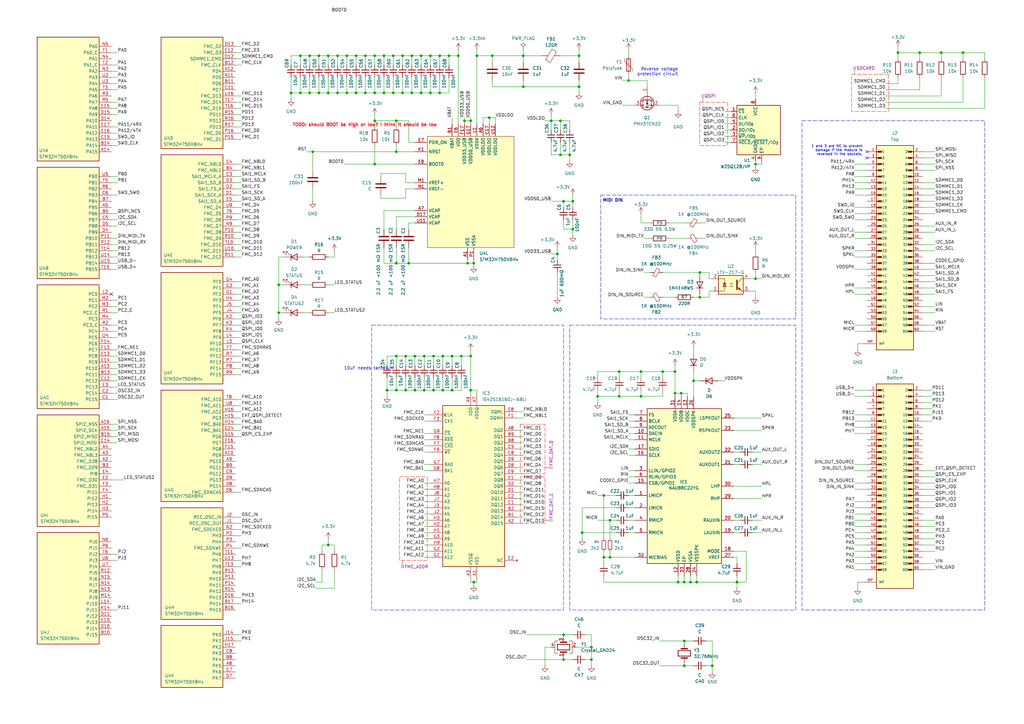
<source format=kicad_sch>
(kicad_sch (version 20250114) (generator "eeschema") (generator_version "9.0")
  (paper "A3")
  (lib_symbols
    (symbol "DF40C-60DP-0.4V_51_:DF40C-60DP-0.4V_51_" (pin_names (offset 1.016))
      (property "Reference" "J2" (at 0 45.72 0))
      (property "Value" "DF40C-60DP-0.4V_51_" (at 0 43.18 0))
      (symbol "DF40C-60DP-0.4V_51__0_0"
        (pin passive line (at -11.43 38.1 0) (length 5.08) (name "1") (number "1"))
        (pin passive line (at -11.43 35.56 0) (length 5.08) (name "3") (number "3"))
        (pin passive line (at -11.43 33.02 0) (length 5.08) (name "5") (number "5"))
        (pin passive line (at -11.43 30.48 0) (length 5.08) (name "7") (number "7"))
        (pin passive line (at -11.43 27.94 0) (length 5.08) (name "9") (number "9"))
        (pin passive line (at -11.43 25.4 0) (length 5.08) (name "11") (number "11"))
        (pin passive line (at -11.43 22.86 0) (length 5.08) (name "13") (number "13"))
        (pin passive line (at -11.43 20.32 0) (length 5.08) (name "15") (number "15"))
        (pin passive line (at -11.43 17.78 0) (length 5.08) (name "17") (number "17"))
        (pin passive line (at -11.43 15.24 0) (length 5.08) (name "19") (number "19"))
        (pin passive line (at -11.43 12.7 0) (length 5.08) (name "21") (number "21"))
        (pin passive line (at -11.43 10.16 0) (length 5.08) (name "23") (number "23"))
        (pin passive line (at -11.43 7.62 0) (length 5.08) (name "25") (number "25"))
        (pin passive line (at -11.43 5.08 0) (length 5.08) (name "27") (number "27"))
        (pin passive line (at -11.43 2.54 0) (length 5.08) (name "29") (number "29"))
        (pin passive line (at -11.43 0 0) (length 5.08) (name "31") (number "31"))
        (pin passive line (at -11.43 -2.54 0) (length 5.08) (name "33") (number "33"))
        (pin passive line (at -11.43 -5.08 0) (length 5.08) (name "35") (number "35"))
        (pin passive line (at -11.43 -7.62 0) (length 5.08) (name "37") (number "37"))
        (pin passive line (at -11.43 -10.16 0) (length 5.08) (name "39") (number "39"))
        (pin passive line (at -11.43 -12.7 0) (length 5.08) (name "41") (number "41"))
        (pin passive line (at -11.43 -15.24 0) (length 5.08) (name "43") (number "43"))
        (pin passive line (at -11.43 -17.78 0) (length 5.08) (name "45") (number "45"))
        (pin passive line (at -11.43 -20.32 0) (length 5.08) (name "47") (number "47"))
        (pin passive line (at -11.43 -22.86 0) (length 5.08) (name "49") (number "49"))
        (pin passive line (at -11.43 -25.4 0) (length 5.08) (name "51") (number "51"))
        (pin passive line (at -11.43 -27.94 0) (length 5.08) (name "53") (number "53"))
        (pin passive line (at -11.43 -30.48 0) (length 5.08) (name "55") (number "55"))
        (pin passive line (at -11.43 -33.02 0) (length 5.08) (name "57") (number "57"))
        (pin passive line (at -11.43 -35.56 0) (length 5.08) (name "59") (number "59"))
        (pin passive line (at 11.43 38.1 180) (length 5.08) (name "2") (number "2"))
        (pin passive line (at 11.43 35.56 180) (length 5.08) (name "4") (number "4"))
        (pin passive line (at 11.43 33.02 180) (length 5.08) (name "6") (number "6"))
        (pin passive line (at 11.43 30.48 180) (length 5.08) (name "8") (number "8"))
        (pin passive line (at 11.43 27.94 180) (length 5.08) (name "10") (number "10"))
        (pin passive line (at 11.43 25.4 180) (length 5.08) (name "12") (number "12"))
        (pin passive line (at 11.43 22.86 180) (length 5.08) (name "14") (number "14"))
        (pin passive line (at 11.43 20.32 180) (length 5.08) (name "16") (number "16"))
        (pin passive line (at 11.43 17.78 180) (length 5.08) (name "18") (number "18"))
        (pin passive line (at 11.43 15.24 180) (length 5.08) (name "20") (number "20"))
        (pin passive line (at 11.43 12.7 180) (length 5.08) (name "22") (number "22"))
        (pin passive line (at 11.43 10.16 180) (length 5.08) (name "24") (number "24"))
        (pin passive line (at 11.43 7.62 180) (length 5.08) (name "26") (number "26"))
        (pin passive line (at 11.43 5.08 180) (length 5.08) (name "28") (number "28"))
        (pin passive line (at 11.43 2.54 180) (length 5.08) (name "30") (number "30"))
        (pin passive line (at 11.43 0 180) (length 5.08) (name "32") (number "32"))
        (pin passive line (at 11.43 -2.54 180) (length 5.08) (name "34") (number "34"))
        (pin passive line (at 11.43 -5.08 180) (length 5.08) (name "36") (number "36"))
        (pin passive line (at 11.43 -7.62 180) (length 5.08) (name "38") (number "38"))
        (pin passive line (at 11.43 -10.16 180) (length 5.08) (name "40") (number "40"))
        (pin passive line (at 11.43 -12.7 180) (length 5.08) (name "42") (number "42"))
        (pin passive line (at 11.43 -15.24 180) (length 5.08) (name "44") (number "44"))
        (pin passive line (at 11.43 -17.78 180) (length 5.08) (name "46") (number "46"))
        (pin passive line (at 11.43 -20.32 180) (length 5.08) (name "48") (number "48"))
        (pin passive line (at 11.43 -22.86 180) (length 5.08) (name "50") (number "50"))
        (pin passive line (at 11.43 -25.4 180) (length 5.08) (name "52") (number "52"))
        (pin passive line (at 11.43 -27.94 180) (length 5.08) (name "54") (number "54"))
        (pin passive line (at 11.43 -30.48 180) (length 5.08) (name "56") (number "56"))
        (pin passive line (at 11.43 -33.02 180) (length 5.08) (name "58") (number "58"))
        (pin passive line (at 11.43 -35.56 180) (length 5.08) (name "60") (number "60"))
      )
      (symbol "DF40C-60DP-0.4V_51__1_0"
        (pin passive line (at -12.7 -40.64 0) (length 5.08) (name "MP") (number "MP"))
      )
    )
    (symbol "Device:C" (pin_numbers (hide yes)) (pin_names (offset 0.254))
      (property "Reference" "C" (at 0.635 2.54 0))
      (property "Value" "C" (at 0.635 -2.54 0))
      (symbol "C_1_1"
        (pin passive line (at 0 3.81 270) (length 2.794) (name "~") (number "1"))
        (pin passive line (at 0 -3.81 90) (length 2.794) (name "~") (number "2"))
      )
    )
    (symbol "Device:C_Small" (pin_numbers (hide yes)) (pin_names (offset 0.254) (hide yes))
      (property "Reference" "C" (at 0.254 1.778 0))
      (property "Value" "C_Small" (at 0.254 -2.032 0))
      (symbol "C_Small_1_1"
        (pin passive line (at 0 2.54 270) (length 2.032) (name "~") (number "1"))
        (pin passive line (at 0 -2.54 90) (length 2.032) (name "~") (number "2"))
      )
    )
    (symbol "Device:Crystal" (pin_numbers (hide yes)) (pin_names (offset 1.016) (hide yes))
      (property "Reference" "Y" (at 0 3.81 0))
      (property "Value" "Crystal" (at 0 -3.81 0))
      (symbol "Crystal_1_1"
        (pin passive line (at -3.81 0 0) (length 1.27) (name "1") (number "1"))
        (pin passive line (at 3.81 0 180) (length 1.27) (name "2") (number "2"))
      )
    )
    (symbol "Device:Crystal_GND24" (pin_names (offset 1.016) (hide yes))
      (property "Reference" "Y" (at 3.175 5.08 0))
      (property "Value" "Crystal_GND24" (at 3.175 3.175 0))
      (symbol "Crystal_GND24_1_1"
        (pin passive line (at -3.81 0 0) (length 1.27) (name "1") (number "1"))
        (pin passive line (at 0 5.08 270) (length 1.27) (name "2") (number "2"))
        (pin passive line (at 0 -5.08 90) (length 1.27) (name "4") (number "4"))
        (pin passive line (at 3.81 0 180) (length 1.27) (name "3") (number "3"))
      )
    )
    (symbol "Device:D" (pin_numbers (hide yes)) (pin_names (offset 1.016) (hide yes))
      (property "Reference" "D" (at 0 2.54 0))
      (property "Value" "D" (at 0 -2.54 0))
      (symbol "D_1_1"
        (pin passive line (at -3.81 0 0) (length 2.54) (name "K") (number "1"))
        (pin passive line (at 3.81 0 180) (length 2.54) (name "A") (number "2"))
      )
    )
    (symbol "Device:FerriteBead" (pin_numbers (hide yes)) (pin_names (offset 0))
      (property "Reference" "FB" (at -3.81 0.635 90))
      (property "Value" "FerriteBead" (at 3.81 0 90))
      (symbol "FerriteBead_1_1"
        (pin passive line (at 0 3.81 270) (length 2.54) (name "~") (number "1"))
        (pin passive line (at 0 -3.81 90) (length 2.54) (name "~") (number "2"))
      )
    )
    (symbol "Device:FerriteBead_Small" (pin_numbers (hide yes)) (pin_names (offset 0))
      (property "Reference" "FB" (at 1.905 1.27 0))
      (property "Value" "FerriteBead_Small" (at 1.905 -1.27 0))
      (symbol "FerriteBead_Small_1_1"
        (pin passive line (at 0 2.54 270) (length 1.27) (name "~") (number "1"))
        (pin passive line (at 0 -2.54 90) (length 1.27) (name "~") (number "2"))
      )
    )
    (symbol "Device:LED" (pin_numbers (hide yes)) (pin_names (offset 1.016) (hide yes))
      (property "Reference" "D" (at 0 2.54 0))
      (property "Value" "LED" (at 0 -2.54 0))
      (symbol "LED_1_1"
        (pin passive line (at -3.81 0 0) (length 2.54) (name "K") (number "1"))
        (pin passive line (at 3.81 0 180) (length 2.54) (name "A") (number "2"))
      )
    )
    (symbol "Device:Polyfuse" (pin_numbers (hide yes)) (pin_names (offset 0))
      (property "Reference" "F" (at -2.54 0 90))
      (property "Value" "Polyfuse" (at 2.54 0 90))
      (symbol "Polyfuse_1_1"
        (pin passive line (at 0 3.81 270) (length 1.27) (name "~") (number "1"))
        (pin passive line (at 0 -3.81 90) (length 1.27) (name "~") (number "2"))
      )
    )
    (symbol "Device:R" (pin_numbers (hide yes)) (pin_names (offset 0))
      (property "Reference" "R" (at 2.032 0 90))
      (property "Value" "R" (at 0 0 90))
      (symbol "R_1_1"
        (pin passive line (at 0 3.81 270) (length 1.27) (name "~") (number "1"))
        (pin passive line (at 0 -3.81 90) (length 1.27) (name "~") (number "2"))
      )
    )
    (symbol "Device:R_Small" (pin_numbers (hide yes)) (pin_names (offset 0.254) (hide yes))
      (property "Reference" "R" (at 0 0 90))
      (property "Value" "R_Small" (at 1.778 0 90))
      (symbol "R_Small_1_1"
        (pin passive line (at 0 2.54 270) (length 0.762) (name "~") (number "1"))
        (pin passive line (at 0 -2.54 90) (length 0.762) (name "~") (number "2"))
      )
    )
    (symbol "IS42S16160J-6BLI:IS42S16160J-6BLI"
      (property "Reference" "IC3" (at 3.4133 38.1 0))
      (property "Value" "IS42S16160J-6BLI" (at 3.4133 35.56 0))
      (symbol "IS42S16160J-6BLI_1_1"
        (pin input clock (at -17.78 29.21 0) (length 5.08) (name "CLK") (number "F2"))
        (pin input line (at -17.78 26.67 0) (length 5.08) (name "CKE") (number "F3"))
        (pin passive line (at -17.78 21.59 0) (length 5.08) (name "~{CS}") (number "G9"))
        (pin passive line (at -17.78 19.05 0) (length 5.08) (name "~{RAS}") (number "F8"))
        (pin passive line (at -17.78 16.51 0) (length 5.08) (name "~{CAS}") (number "F7"))
        (pin passive line (at -17.78 13.97 0) (length 5.08) (name "~{WE}") (number "F9"))
        (pin passive line (at -17.78 8.89 0) (length 5.08) (name "BA0") (number "G7"))
        (pin passive line (at -17.78 6.35 0) (length 5.08) (name "BA1") (number "G8"))
        (pin input line (at -17.78 1.27 0) (length 5.08) (name "A0") (number "H7"))
        (pin input line (at -17.78 -1.27 0) (length 5.08) (name "A1") (number "H8"))
        (pin input line (at -17.78 -3.81 0) (length 5.08) (name "A2") (number "J8"))
        (pin input line (at -17.78 -6.35 0) (length 5.08) (name "A3") (number "J7"))
        (pin input line (at -17.78 -8.89 0) (length 5.08) (name "A4") (number "J3"))
        (pin input line (at -17.78 -11.43 0) (length 5.08) (name "A5") (number "J2"))
        (pin input line (at -17.78 -13.97 0) (length 5.08) (name "A6") (number "H3"))
        (pin input line (at -17.78 -16.51 0) (length 5.08) (name "A7") (number "H2"))
        (pin input line (at -17.78 -19.05 0) (length 5.08) (name "A8") (number "H1"))
        (pin input line (at -17.78 -21.59 0) (length 5.08) (name "A9") (number "G3"))
        (pin input line (at -17.78 -24.13 0) (length 5.08) (name "A10") (number "H9"))
        (pin input line (at -17.78 -26.67 0) (length 5.08) (name "A11") (number "G2"))
        (pin input line (at -17.78 -29.21 0) (length 5.08) (name "A12") (number "G1"))
        (pin power_in line (at -1.27 38.1 270) (length 5.08) (name "VDD") (number "A9"))
        (pin passive line (at -1.27 38.1 270) (length 5.08) (hide yes) (name "VDD") (number "E7"))
        (pin passive line (at -1.27 38.1 270) (length 5.08) (hide yes) (name "VDD") (number "J9"))
        (pin power_in line (at -1.27 -38.1 90) (length 5.08) (name "VSSQ") (number "A3"))
        (pin passive line (at -1.27 -38.1 90) (length 5.08) (hide yes) (name "VSSQ") (number "B7"))
        (pin passive line (at -1.27 -38.1 90) (length 5.08) (hide yes) (name "VSSQ") (number "C3"))
        (pin passive line (at -1.27 -38.1 90) (length 5.08) (hide yes) (name "VSSQ") (number "D7"))
        (pin power_in line (at 1.27 38.1 270) (length 5.08) (name "VDDQ") (number "A7"))
        (pin passive line (at 1.27 38.1 270) (length 5.08) (hide yes) (name "VDDQ") (number "B3"))
        (pin passive line (at 1.27 38.1 270) (length 5.08) (hide yes) (name "VDDQ") (number "C7"))
        (pin passive line (at 1.27 38.1 270) (length 5.08) (hide yes) (name "VDDQ") (number "D3"))
        (pin power_in line (at 1.27 -38.1 90) (length 5.08) (name "VSS") (number "A1"))
        (pin passive line (at 1.27 -38.1 90) (length 5.08) (hide yes) (name "VSS") (number "E3"))
        (pin passive line (at 1.27 -38.1 90) (length 5.08) (hide yes) (name "VSS") (number "J1"))
        (pin passive line (at 17.78 30.48 180) (length 5.08) (name "DQML") (number "E8"))
        (pin passive line (at 17.78 27.94 180) (length 5.08) (name "DQMH") (number "F1"))
        (pin bidirectional line (at 17.78 22.86 180) (length 5.08) (name "DQ0") (number "A8"))
        (pin bidirectional line (at 17.78 20.32 180) (length 5.08) (name "DQ1") (number "B9"))
        (pin bidirectional line (at 17.78 17.78 180) (length 5.08) (name "DQ2") (number "B8"))
        (pin bidirectional line (at 17.78 15.24 180) (length 5.08) (name "DQ3") (number "C9"))
        (pin bidirectional line (at 17.78 12.7 180) (length 5.08) (name "DQ4") (number "C8"))
        (pin bidirectional line (at 17.78 10.16 180) (length 5.08) (name "DQ5") (number "D9"))
        (pin bidirectional line (at 17.78 7.62 180) (length 5.08) (name "DQ6") (number "D8"))
        (pin bidirectional line (at 17.78 5.08 180) (length 5.08) (name "DQ7") (number "E9"))
        (pin bidirectional line (at 17.78 2.54 180) (length 5.08) (name "DQ8") (number "E1"))
        (pin bidirectional line (at 17.78 0 180) (length 5.08) (name "DQ9") (number "D2"))
        (pin bidirectional line (at 17.78 -2.54 180) (length 5.08) (name "DQ10") (number "D1"))
        (pin bidirectional line (at 17.78 -5.08 180) (length 5.08) (name "DQ11") (number "C2"))
        (pin bidirectional line (at 17.78 -7.62 180) (length 5.08) (name "DQ12") (number "C1"))
        (pin bidirectional line (at 17.78 -10.16 180) (length 5.08) (name "DQ13") (number "B2"))
        (pin bidirectional line (at 17.78 -12.7 180) (length 5.08) (name "DQ14") (number "B1"))
        (pin bidirectional line (at 17.78 -15.24 180) (length 5.08) (name "DQ15") (number "A2"))
        (pin no_connect line (at 17.78 -30.48 180) (length 5.08) (name "NC") (number "E2"))
      )
    )
    (symbol "Isolator:Optocoupler_DC_PhotoNPN_AKEC"
      (property "Reference" "D2" (at 0 8.89 0))
      (property "Value" "LTV-217-G" (at 0 6.35 0))
      (symbol "Optocoupler_DC_PhotoNPN_AKEC_1_1"
        (pin passive line (at -7.62 2.54 0) (length 2.54) (name "~") (number "2"))
        (pin passive line (at -7.62 -2.54 0) (length 2.54) (name "~") (number "1"))
        (pin passive line (at 7.62 2.54 180) (length 2.54) (name "~") (number "4"))
        (pin passive line (at 7.62 -2.54 180) (length 2.54) (name "~") (number "3"))
      )
    )
    (symbol "MCU_ST_STM32H7:STM32H750XBHx"
      (property "Reference" "U4" (at -11.43 -16.51 0))
      (property "Value" "STM32H750XBHx" (at -11.43 -19.05 0))
      (symbol "STM32H750XBHx_1_1"
        (pin bidirectional line (at 17.78 21.59 180) (length 5.08) (name "PA0") (number "N5"))
        (pin bidirectional line (at 17.78 19.05 180) (length 5.08) (name "PA0_C") (number "T1"))
        (pin bidirectional line (at 17.78 16.51 180) (length 5.08) (name "PA1") (number "N4"))
        (pin bidirectional line (at 17.78 13.97 180) (length 5.08) (name "PA1_C") (number "T2"))
        (pin bidirectional line (at 17.78 11.43 180) (length 5.08) (name "PA2") (number "N3"))
        (pin bidirectional line (at 17.78 8.89 180) (length 5.08) (name "PA3") (number "U2"))
        (pin bidirectional line (at 17.78 6.35 180) (length 5.08) (name "PA4") (number "U3"))
        (pin bidirectional line (at 17.78 3.81 180) (length 5.08) (name "PA5") (number "T3"))
        (pin bidirectional line (at 17.78 1.27 180) (length 5.08) (name "PA6") (number "R3"))
        (pin bidirectional line (at 17.78 -1.27 180) (length 5.08) (name "PA7") (number "R5") (alternate "FMC_SDNWE" bidirectional line))
        (pin bidirectional line (at 17.78 -3.81 180) (length 5.08) (name "PA8") (number "E15"))
        (pin bidirectional line (at 17.78 -6.35 180) (length 5.08) (name "PA9") (number "D15") (alternate "SPI2_SCK" bidirectional line))
        (pin bidirectional line (at 17.78 -8.89 180) (length 5.08) (name "PA10") (number "D14"))
        (pin bidirectional line (at 17.78 -11.43 180) (length 5.08) (name "PA11") (number "E17") (alternate "SPI2_NSS" bidirectional line))
        (pin bidirectional line (at 17.78 -13.97 180) (length 5.08) (name "PA12") (number "E16") (alternate "SPI2_SCK" bidirectional line))
        (pin bidirectional line (at 17.78 -16.51 180) (length 5.08) (name "PA13") (number "C15"))
        (pin bidirectional line (at 17.78 -19.05 180) (length 5.08) (name "PA14") (number "B14"))
        (pin bidirectional line (at 17.78 -21.59 180) (length 5.08) (name "PA15") (number "A14"))
      )
      (symbol "STM32H750XBHx_2_1"
        (pin bidirectional line (at 17.78 19.05 180) (length 5.08) (name "PB0") (number "U5"))
        (pin bidirectional line (at 17.78 16.51 180) (length 5.08) (name "PB1") (number "T5"))
        (pin bidirectional line (at 17.78 13.97 180) (length 5.08) (name "PB2") (number "R6") (alternate "SAI1_SD_A" bidirectional line))
        (pin bidirectional line (at 17.78 11.43 180) (length 5.08) (name "PB3") (number "C6"))
        (pin bidirectional line (at 17.78 8.89 180) (length 5.08) (name "PB4") (number "B7") (alternate "SPI2_NSS" bidirectional line))
        (pin bidirectional line (at 17.78 6.35 180) (length 5.08) (name "PB5") (number "A5"))
        (pin bidirectional line (at 17.78 3.81 180) (length 5.08) (name "PB6") (number "B5"))
        (pin bidirectional line (at 17.78 1.27 180) (length 5.08) (name "PB7") (number "C5"))
        (pin bidirectional line (at 17.78 -1.27 180) (length 5.08) (name "PB8") (number "D5"))
        (pin bidirectional line (at 17.78 -3.81 180) (length 5.08) (name "PB9") (number "D4") (alternate "SPI2_NSS" bidirectional line))
        (pin bidirectional line (at 17.78 -6.35 180) (length 5.08) (name "PB10") (number "P11") (alternate "SPI2_SCK" bidirectional line))
        (pin bidirectional line (at 17.78 -8.89 180) (length 5.08) (name "PB11") (number "P12"))
        (pin bidirectional line (at 17.78 -11.43 180) (length 5.08) (name "PB12") (number "T14") (alternate "SPI2_NSS" bidirectional line))
        (pin bidirectional line (at 17.78 -13.97 180) (length 5.08) (name "PB13") (number "U14") (alternate "SPI2_SCK" bidirectional line))
        (pin bidirectional line (at 17.78 -16.51 180) (length 5.08) (name "PB14") (number "U15") (alternate "SPI2_MISO" bidirectional line))
        (pin bidirectional line (at 17.78 -19.05 180) (length 5.08) (name "PB15") (number "T15") (alternate "SPI2_MOSI" bidirectional line))
      )
      (symbol "STM32H750XBHx_3_1"
        (pin bidirectional line (at 17.78 21.59 180) (length 5.08) (name "PC0") (number "L2") (alternate "FMC_SDNWE" bidirectional line))
        (pin bidirectional line (at 17.78 19.05 180) (length 5.08) (name "PC1") (number "M2") (alternate "SAI1_SD_A" bidirectional line) (alternate "SPI2_MOSI" bidirectional line))
        (pin bidirectional line (at 17.78 16.51 180) (length 5.08) (name "PC2") (number "M3") (alternate "SPI2_MISO" bidirectional line))
        (pin bidirectional line (at 17.78 13.97 180) (length 5.08) (name "PC2_C") (number "R1") (alternate "SPI2_MISO" bidirectional line))
        (pin bidirectional line (at 17.78 11.43 180) (length 5.08) (name "PC3") (number "M4") (alternate "FMC_SDCKE0" bidirectional line) (alternate "SPI2_MOSI" bidirectional line))
        (pin bidirectional line (at 17.78 8.89 180) (length 5.08) (name "PC3_C") (number "R2") (alternate "FMC_SDCKE0" bidirectional line) (alternate "SPI2_MOSI" bidirectional line))
        (pin bidirectional line (at 17.78 6.35 180) (length 5.08) (name "PC4") (number "T4"))
        (pin bidirectional line (at 17.78 3.81 180) (length 5.08) (name "PC5") (number "U4") (alternate "FMC_SDCKE0" bidirectional line))
        (pin bidirectional line (at 17.78 1.27 180) (length 5.08) (name "PC6") (number "F14"))
        (pin bidirectional line (at 17.78 -1.27 180) (length 5.08) (name "PC7") (number "F13"))
        (pin bidirectional line (at 17.78 -3.81 180) (length 5.08) (name "PC8") (number "E13"))
        (pin bidirectional line (at 17.78 -6.35 180) (length 5.08) (name "PC9") (number "E14"))
        (pin bidirectional line (at 17.78 -8.89 180) (length 5.08) (name "PC10") (number "A13"))
        (pin bidirectional line (at 17.78 -11.43 180) (length 5.08) (name "PC11") (number "B13"))
        (pin bidirectional line (at 17.78 -13.97 180) (length 5.08) (name "PC12") (number "C12"))
        (pin bidirectional line (at 17.78 -16.51 180) (length 5.08) (name "PC13") (number "E3"))
        (pin bidirectional line (at 17.78 -19.05 180) (length 5.08) (name "PC14") (number "C2"))
        (pin bidirectional line (at 17.78 -21.59 180) (length 5.08) (name "PC15") (number "C1"))
      )
      (symbol "STM32H750XBHx_4_1"
        (pin bidirectional line (at 17.78 19.05 180) (length 5.08) (name "PD0") (number "D13") (alternate "FMC_D2" bidirectional line))
        (pin bidirectional line (at 17.78 16.51 180) (length 5.08) (name "PD1") (number "E12") (alternate "FMC_D3" bidirectional line))
        (pin bidirectional line (at 17.78 13.97 180) (length 5.08) (name "PD2") (number "D12") (alternate "SDMMC1_CMD" bidirectional line))
        (pin bidirectional line (at 17.78 11.43 180) (length 5.08) (name "PD3") (number "B12") (alternate "FMC_CLK" bidirectional line) (alternate "SPI2_SCK" bidirectional line))
        (pin bidirectional line (at 17.78 8.89 180) (length 5.08) (name "PD4") (number "A12"))
        (pin bidirectional line (at 17.78 6.35 180) (length 5.08) (name "PD5") (number "A11"))
        (pin bidirectional line (at 17.78 3.81 180) (length 5.08) (name "PD6") (number "B11") (alternate "SAI1_SD_A" bidirectional line))
        (pin bidirectional line (at 17.78 1.27 180) (length 5.08) (name "PD7") (number "C11"))
        (pin bidirectional line (at 17.78 -1.27 180) (length 5.08) (name "PD8") (number "U16") (alternate "FMC_D13" bidirectional line))
        (pin bidirectional line (at 17.78 -3.81 180) (length 5.08) (name "PD9") (number "T17") (alternate "FMC_D14" bidirectional line))
        (pin bidirectional line (at 17.78 -6.35 180) (length 5.08) (name "PD10") (number "T16") (alternate "FMC_D15" bidirectional line))
        (pin bidirectional line (at 17.78 -8.89 180) (length 5.08) (name "PD11") (number "R15"))
        (pin bidirectional line (at 17.78 -11.43 180) (length 5.08) (name "PD12") (number "R16"))
        (pin bidirectional line (at 17.78 -13.97 180) (length 5.08) (name "PD13") (number "R17"))
        (pin bidirectional line (at 17.78 -16.51 180) (length 5.08) (name "PD14") (number "P16") (alternate "FMC_D0" bidirectional line))
        (pin bidirectional line (at 17.78 -19.05 180) (length 5.08) (name "PD15") (number "P15") (alternate "FMC_D1" bidirectional line))
      )
      (symbol "STM32H750XBHx_5_1"
        (pin bidirectional line (at 17.78 19.05 180) (length 5.08) (name "PE0") (number "C4") (alternate "FMC_NBL0" bidirectional line))
        (pin bidirectional line (at 17.78 16.51 180) (length 5.08) (name "PE1") (number "B4") (alternate "FMC_NBL1" bidirectional line))
        (pin bidirectional line (at 17.78 13.97 180) (length 5.08) (name "PE2") (number "C3") (alternate "SAI1_MCLK_A" bidirectional line))
        (pin bidirectional line (at 17.78 11.43 180) (length 5.08) (name "PE3") (number "D3") (alternate "SAI1_SD_B" bidirectional line))
        (pin bidirectional line (at 17.78 8.89 180) (length 5.08) (name "PE4") (number "D2") (alternate "SAI1_FS_A" bidirectional line))
        (pin bidirectional line (at 17.78 6.35 180) (length 5.08) (name "PE5") (number "D1") (alternate "SAI1_SCK_A" bidirectional line))
        (pin bidirectional line (at 17.78 3.81 180) (length 5.08) (name "PE6") (number "E5") (alternate "SAI1_SD_A" bidirectional line))
        (pin bidirectional line (at 17.78 1.27 180) (length 5.08) (name "PE7") (number "U9") (alternate "FMC_D4" bidirectional line))
        (pin bidirectional line (at 17.78 -1.27 180) (length 5.08) (name "PE8") (number "T9") (alternate "FMC_D5" bidirectional line))
        (pin bidirectional line (at 17.78 -3.81 180) (length 5.08) (name "PE9") (number "P9") (alternate "FMC_D6" bidirectional line))
        (pin bidirectional line (at 17.78 -6.35 180) (length 5.08) (name "PE10") (number "N9") (alternate "FMC_D7" bidirectional line))
        (pin bidirectional line (at 17.78 -8.89 180) (length 5.08) (name "PE11") (number "P10") (alternate "FMC_D8" bidirectional line))
        (pin bidirectional line (at 17.78 -11.43 180) (length 5.08) (name "PE12") (number "R10") (alternate "FMC_D9" bidirectional line))
        (pin bidirectional line (at 17.78 -13.97 180) (length 5.08) (name "PE13") (number "T10") (alternate "FMC_D10" bidirectional line))
        (pin bidirectional line (at 17.78 -16.51 180) (length 5.08) (name "PE14") (number "U10") (alternate "FMC_D11" bidirectional line))
        (pin bidirectional line (at 17.78 -19.05 180) (length 5.08) (name "PE15") (number "R11") (alternate "FMC_D12" bidirectional line))
      )
      (symbol "STM32H750XBHx_6_1"
        (pin bidirectional line (at 17.78 19.05 180) (length 5.08) (name "PF0") (number "G4"))
        (pin bidirectional line (at 17.78 16.51 180) (length 5.08) (name "PF1") (number "G3"))
        (pin bidirectional line (at 17.78 13.97 180) (length 5.08) (name "PF2") (number "G1"))
        (pin bidirectional line (at 17.78 11.43 180) (length 5.08) (name "PF3") (number "H4"))
        (pin bidirectional line (at 17.78 8.89 180) (length 5.08) (name "PF4") (number "J5"))
        (pin bidirectional line (at 17.78 6.35 180) (length 5.08) (name "PF5") (number "J4"))
        (pin bidirectional line (at 17.78 3.81 180) (length 5.08) (name "PF6") (number "K2") (alternate "SAI1_SD_B" bidirectional line))
        (pin bidirectional line (at 17.78 1.27 180) (length 5.08) (name "PF7") (number "K3"))
        (pin bidirectional line (at 17.78 -1.27 180) (length 5.08) (name "PF8") (number "K4"))
        (pin bidirectional line (at 17.78 -3.81 180) (length 5.08) (name "PF9") (number "L4"))
        (pin bidirectional line (at 17.78 -6.35 180) (length 5.08) (name "PF10") (number "L3"))
        (pin bidirectional line (at 17.78 -8.89 180) (length 5.08) (name "PF11") (number "T7"))
        (pin bidirectional line (at 17.78 -11.43 180) (length 5.08) (name "PF12") (number "R7"))
        (pin bidirectional line (at 17.78 -13.97 180) (length 5.08) (name "PF13") (number "P7"))
        (pin bidirectional line (at 17.78 -16.51 180) (length 5.08) (name "PF14") (number "P8"))
        (pin bidirectional line (at 17.78 -19.05 180) (length 5.08) (name "PF15") (number "R9"))
      )
      (symbol "STM32H750XBHx_7_1"
        (pin no_connect line (at -45.72 -119.38 0) (length 5.08) (hide yes) (name "NC") (number "N17"))
        (pin no_connect line (at -45.72 -121.92 0) (length 5.08) (hide yes) (name "NC") (number "M17"))
        (pin no_connect line (at -45.72 -124.46 0) (length 5.08) (hide yes) (name "NC") (number "M16"))
        (pin no_connect line (at -45.72 -127 0) (length 5.08) (hide yes) (name "NC") (number "L17"))
        (pin no_connect line (at -45.72 -132.08 0) (length 5.08) (hide yes) (name "NC") (number "K17"))
        (pin no_connect line (at -45.72 -134.62 0) (length 5.08) (hide yes) (name "NC") (number "K16"))
        (pin bidirectional line (at -17.78 19.05 0) (length 5.08) (name "PG0") (number "T8") (alternate "FMC_A10" bidirectional line))
        (pin bidirectional line (at -17.78 16.51 0) (length 5.08) (name "PG1") (number "U8") (alternate "FMC_A11" bidirectional line))
        (pin bidirectional line (at -17.78 13.97 0) (length 5.08) (name "PG2") (number "H16") (alternate "FMC_A12" bidirectional line))
        (pin bidirectional line (at -17.78 11.43 0) (length 5.08) (name "PG3") (number "H15"))
        (pin bidirectional line (at -17.78 8.89 0) (length 5.08) (name "PG4") (number "H14") (alternate "FMC_BA0" bidirectional line))
        (pin bidirectional line (at -17.78 6.35 0) (length 5.08) (name "PG5") (number "G14") (alternate "FMC_BA1" bidirectional line))
        (pin bidirectional line (at -17.78 3.81 0) (length 5.08) (name "PG6") (number "G15"))
        (pin bidirectional line (at -17.78 1.27 0) (length 5.08) (name "PG7") (number "F16") (alternate "SAI1_MCLK_A" bidirectional line))
        (pin bidirectional line (at -17.78 -1.27 0) (length 5.08) (name "PG8") (number "F15"))
        (pin bidirectional line (at -17.78 -3.81 0) (length 5.08) (name "PG9") (number "A10"))
        (pin bidirectional line (at -17.78 -6.35 0) (length 5.08) (name "PG10") (number "A9"))
        (pin bidirectional line (at -17.78 -8.89 0) (length 5.08) (name "PG11") (number "B9"))
        (pin bidirectional line (at -17.78 -11.43 0) (length 5.08) (name "PG12") (number "C9"))
        (pin bidirectional line (at -17.78 -13.97 0) (length 5.08) (name "PG13") (number "D9"))
        (pin bidirectional line (at -17.78 -16.51 0) (length 5.08) (name "PG14") (number "D8"))
        (pin bidirectional line (at -17.78 -19.05 0) (length 5.08) (name "PG15") (number "D6") (alternate "FMC_SDNCAS" bidirectional line))
        (pin no_connect line (at -12.7 17.78 0) (length 5.08) (hide yes) (name "NC") (number "E1"))
        (pin no_connect line (at -12.7 17.78 0) (length 5.08) (hide yes) (name "NC") (number "L16"))
      )
      (symbol "STM32H750XBHx_8_1"
        (pin no_connect line (at -45.72 -119.38 0) (length 5.08) (hide yes) (name "NC") (number "N17"))
        (pin no_connect line (at -45.72 -121.92 0) (length 5.08) (hide yes) (name "NC") (number "M17"))
        (pin no_connect line (at -45.72 -124.46 0) (length 5.08) (hide yes) (name "NC") (number "M16"))
        (pin no_connect line (at -45.72 -127 0) (length 5.08) (hide yes) (name "NC") (number "L17"))
        (pin no_connect line (at -45.72 -132.08 0) (length 5.08) (hide yes) (name "NC") (number "K17"))
        (pin no_connect line (at -45.72 -134.62 0) (length 5.08) (hide yes) (name "NC") (number "K16"))
        (pin bidirectional line (at -17.78 19.05 0) (length 5.08) (name "PH0") (number "J2") (alternate "RCC_OSC_IN" bidirectional line))
        (pin bidirectional line (at -17.78 16.51 0) (length 5.08) (name "PH1") (number "J1") (alternate "RCC_OSC_OUT" bidirectional line))
        (pin bidirectional line (at -17.78 13.97 0) (length 5.08) (name "PH2") (number "N2") (alternate "FMC_SDCKE0" bidirectional line))
        (pin bidirectional line (at -17.78 11.43 0) (length 5.08) (name "PH3") (number "P2"))
        (pin bidirectional line (at -17.78 8.89 0) (length 5.08) (name "PH4") (number "P3"))
        (pin bidirectional line (at -17.78 6.35 0) (length 5.08) (name "PH5") (number "P4") (alternate "FMC_SDNWE" bidirectional line))
        (pin bidirectional line (at -17.78 3.81 0) (length 5.08) (name "PH6") (number "T11"))
        (pin bidirectional line (at -17.78 1.27 0) (length 5.08) (name "PH7") (number "U13"))
        (pin bidirectional line (at -17.78 -1.27 0) (length 5.08) (name "PH8") (number "T13") (alternate "FMC_D16" bidirectional line))
        (pin bidirectional line (at -17.78 -3.81 0) (length 5.08) (name "PH9") (number "R13") (alternate "FMC_D17" bidirectional line))
        (pin bidirectional line (at -17.78 -6.35 0) (length 5.08) (name "PH10") (number "P13") (alternate "FMC_D18" bidirectional line))
        (pin bidirectional line (at -17.78 -8.89 0) (length 5.08) (name "PH11") (number "P14") (alternate "FMC_D19" bidirectional line))
        (pin bidirectional line (at -17.78 -11.43 0) (length 5.08) (name "PH12") (number "R14") (alternate "FMC_D20" bidirectional line))
        (pin bidirectional line (at -17.78 -13.97 0) (length 5.08) (name "PH13") (number "D16") (alternate "FMC_D21" bidirectional line))
        (pin bidirectional line (at -17.78 -16.51 0) (length 5.08) (name "PH14") (number "B17") (alternate "FMC_D22" bidirectional line))
        (pin bidirectional line (at -17.78 -19.05 0) (length 5.08) (name "PH15") (number "B16") (alternate "FMC_D23" bidirectional line))
      )
      (symbol "STM32H750XBHx_9_1"
        (pin bidirectional line (at -17.78 19.05 0) (length 5.08) (name "PI0") (number "A16") (alternate "FMC_D24" bidirectional line) (alternate "SPI2_NSS" bidirectional line))
        (pin bidirectional line (at -17.78 16.51 0) (length 5.08) (name "PI1") (number "A15") (alternate "FMC_D25" bidirectional line) (alternate "SPI2_SCK" bidirectional line))
        (pin bidirectional line (at -17.78 13.97 0) (length 5.08) (name "PI2") (number "B15") (alternate "FMC_D26" bidirectional line) (alternate "SPI2_MISO" bidirectional line))
        (pin bidirectional line (at -17.78 11.43 0) (length 5.08) (name "PI3") (number "C14") (alternate "FMC_D27" bidirectional line) (alternate "SPI2_MOSI" bidirectional line))
        (pin bidirectional line (at -17.78 8.89 0) (length 5.08) (name "PI4") (number "A4") (alternate "FMC_NBL2" bidirectional line))
        (pin bidirectional line (at -17.78 6.35 0) (length 5.08) (name "PI5") (number "A3") (alternate "FMC_NBL3" bidirectional line))
        (pin bidirectional line (at -17.78 3.81 0) (length 5.08) (name "PI6") (number "A2") (alternate "FMC_D28" bidirectional line))
        (pin bidirectional line (at -17.78 1.27 0) (length 5.08) (name "PI7") (number "B3") (alternate "FMC_D29" bidirectional line))
        (pin bidirectional line (at -17.78 -1.27 0) (length 5.08) (name "PI8") (number "E4"))
        (pin bidirectional line (at -17.78 -3.81 0) (length 5.08) (name "PI9") (number "E2") (alternate "FMC_D30" bidirectional line))
        (pin bidirectional line (at -17.78 -6.35 0) (length 5.08) (name "PI10") (number "F3") (alternate "FMC_D31" bidirectional line))
        (pin bidirectional line (at -17.78 -8.89 0) (length 5.08) (name "PI11") (number "F4"))
        (pin bidirectional line (at -17.78 -11.43 0) (length 5.08) (name "PI12") (number "H1"))
        (pin bidirectional line (at -17.78 -13.97 0) (length 5.08) (name "PI13") (number "H2"))
        (pin bidirectional line (at -17.78 -16.51 0) (length 5.08) (name "PI14") (number "H3"))
        (pin bidirectional line (at -17.78 -19.05 0) (length 5.08) (name "PI15") (number "P5"))
      )
      (symbol "STM32H750XBHx_10_1"
        (pin bidirectional line (at -17.78 19.05 0) (length 5.08) (name "PJ0") (number "N6"))
        (pin bidirectional line (at -17.78 16.51 0) (length 5.08) (name "PJ1") (number "P6"))
        (pin bidirectional line (at -17.78 13.97 0) (length 5.08) (name "PJ2") (number "T6"))
        (pin bidirectional line (at -17.78 11.43 0) (length 5.08) (name "PJ3") (number "U6"))
        (pin bidirectional line (at -17.78 8.89 0) (length 5.08) (name "PJ4") (number "U7"))
        (pin bidirectional line (at -17.78 6.35 0) (length 5.08) (name "PJ5") (number "R12"))
        (pin bidirectional line (at -17.78 3.81 0) (length 5.08) (name "PJ6") (number "N15"))
        (pin bidirectional line (at -17.78 1.27 0) (length 5.08) (name "PJ7") (number "N14"))
        (pin bidirectional line (at -17.78 -1.27 0) (length 5.08) (name "PJ8") (number "N13"))
        (pin bidirectional line (at -17.78 -3.81 0) (length 5.08) (name "PJ9") (number "M14"))
        (pin bidirectional line (at -17.78 -6.35 0) (length 5.08) (name "PJ10") (number "L14"))
        (pin bidirectional line (at -17.78 -8.89 0) (length 5.08) (name "PJ11") (number "K14"))
        (pin bidirectional line (at -17.78 -11.43 0) (length 5.08) (name "PJ12") (number "D11"))
        (pin bidirectional line (at -17.78 -13.97 0) (length 5.08) (name "PJ13") (number "E10"))
        (pin bidirectional line (at -17.78 -16.51 0) (length 5.08) (name "PJ14") (number "D10"))
        (pin bidirectional line (at -17.78 -19.05 0) (length 5.08) (name "PJ15") (number "B10"))
      )
      (symbol "STM32H750XBHx_11_1"
        (pin bidirectional line (at -17.78 8.89 0) (length 5.08) (name "PK0") (number "J14"))
        (pin bidirectional line (at -17.78 6.35 0) (length 5.08) (name "PK1") (number "J15"))
        (pin bidirectional line (at -17.78 3.81 0) (length 5.08) (name "PK2") (number "H17"))
        (pin bidirectional line (at -17.78 1.27 0) (length 5.08) (name "PK3") (number "C8"))
        (pin bidirectional line (at -17.78 -1.27 0) (length 5.08) (name "PK4") (number "B8"))
        (pin bidirectional line (at -17.78 -3.81 0) (length 5.08) (name "PK5") (number "A8"))
        (pin bidirectional line (at -17.78 -6.35 0) (length 5.08) (name "PK6") (number "C7"))
        (pin bidirectional line (at -17.78 -8.89 0) (length 5.08) (name "PK7") (number "D7"))
      )
      (symbol "STM32H750XBHx_12_1"
        (pin input line (at -22.86 20.32 0) (length 5.08) (name "PDR_ON") (number "E7"))
        (pin input line (at -22.86 16.51 0) (length 5.08) (name "NRST") (number "K1"))
        (pin input line (at -22.86 11.43 0) (length 5.08) (name "BOOT0") (number "E8"))
        (pin input line (at -22.86 3.81 0) (length 5.08) (name "VREF+") (number "M1"))
        (pin input line (at -22.86 1.27 0) (length 5.08) (name "VREF-") (number "N1"))
        (pin power_out line (at -22.86 -7.62 0) (length 5.08) (name "VCAP") (number "A7"))
        (pin power_out line (at -22.86 -10.16 0) (length 5.08) (name "VCAP") (number "D17"))
        (pin power_out line (at -22.86 -12.7 0) (length 5.08) (name "VCAP") (number "U11"))
        (pin power_in line (at -7.62 27.94 270) (length 5.08) (name "VBAT") (number "B1"))
        (pin passive line (at -5.08 27.94 270) (length 5.08) (hide yes) (name "VDD") (number "E11"))
        (pin power_in line (at -5.08 27.94 270) (length 5.08) (name "VDD") (number "E6"))
        (pin passive line (at -5.08 27.94 270) (length 5.08) (hide yes) (name "VDD") (number "E9"))
        (pin passive line (at -5.08 27.94 270) (length 5.08) (hide yes) (name "VDD") (number "F5"))
        (pin passive line (at -5.08 27.94 270) (length 5.08) (hide yes) (name "VDD") (number "G13"))
        (pin passive line (at -5.08 27.94 270) (length 5.08) (hide yes) (name "VDD") (number "G5"))
        (pin passive line (at -5.08 27.94 270) (length 5.08) (hide yes) (name "VDD") (number "H13"))
        (pin passive line (at -5.08 27.94 270) (length 5.08) (hide yes) (name "VDD") (number "H5"))
        (pin passive line (at -5.08 27.94 270) (length 5.08) (hide yes) (name "VDD") (number "J13"))
        (pin passive line (at -5.08 27.94 270) (length 5.08) (hide yes) (name "VDD") (number "K13"))
        (pin passive line (at -5.08 27.94 270) (length 5.08) (hide yes) (name "VDD") (number "K5"))
        (pin passive line (at -5.08 27.94 270) (length 5.08) (hide yes) (name "VDD") (number "L13"))
        (pin passive line (at -5.08 27.94 270) (length 5.08) (hide yes) (name "VDD") (number "L5"))
        (pin passive line (at -5.08 27.94 270) (length 5.08) (hide yes) (name "VDD") (number "M13"))
        (pin passive line (at -5.08 27.94 270) (length 5.08) (hide yes) (name "VDD") (number "M5"))
        (pin passive line (at -5.08 27.94 270) (length 5.08) (hide yes) (name "VDD") (number "N10"))
        (pin passive line (at -5.08 27.94 270) (length 5.08) (hide yes) (name "VDD") (number "N11"))
        (pin passive line (at -5.08 27.94 270) (length 5.08) (hide yes) (name "VDD") (number "N12"))
        (pin passive line (at -5.08 27.94 270) (length 5.08) (hide yes) (name "VDD") (number "N7"))
        (pin passive line (at -5.08 27.94 270) (length 5.08) (hide yes) (name "VDD") (number "N8"))
        (pin passive line (at -5.08 27.94 270) (length 5.08) (hide yes) (name "VDD") (number "P17"))
        (pin power_in line (at -2.54 27.94 270) (length 5.08) (name "VDD33_USB") (number "F17"))
        (pin power_in line (at -1.27 -27.94 90) (length 5.08) (name "VSS") (number "A1"))
        (pin passive line (at -1.27 -27.94 90) (length 5.08) (hide yes) (name "VSS") (number "A17"))
        (pin passive line (at -1.27 -27.94 90) (length 5.08) (hide yes) (name "VSS") (number "B2"))
        (pin passive line (at -1.27 -27.94 90) (length 5.08) (hide yes) (name "VSS") (number "B6"))
        (pin passive line (at -1.27 -27.94 90) (length 5.08) (hide yes) (name "VSS") (number "C10"))
        (pin passive line (at -1.27 -27.94 90) (length 5.08) (hide yes) (name "VSS") (number "C13"))
        (pin passive line (at -1.27 -27.94 90) (length 5.08) (hide yes) (name "VSS") (number "C16"))
        (pin passive line (at -1.27 -27.94 90) (length 5.08) (hide yes) (name "VSS") (number "F1"))
        (pin passive line (at -1.27 -27.94 90) (length 5.08) (hide yes) (name "VSS") (number "F2"))
        (pin passive line (at -1.27 -27.94 90) (length 5.08) (hide yes) (name "VSS") (number "G10"))
        (pin passive line (at -1.27 -27.94 90) (length 5.08) (hide yes) (name "VSS") (number "G11"))
        (pin passive line (at -1.27 -27.94 90) (length 5.08) (hide yes) (name "VSS") (number "G16"))
        (pin passive line (at -1.27 -27.94 90) (length 5.08) (hide yes) (name "VSS") (number "G2"))
        (pin passive line (at -1.27 -27.94 90) (length 5.08) (hide yes) (name "VSS") (number "G7"))
        (pin passive line (at -1.27 -27.94 90) (length 5.08) (hide yes) (name "VSS") (number "G8"))
        (pin passive line (at -1.27 -27.94 90) (length 5.08) (hide yes) (name "VSS") (number "G9"))
        (pin passive line (at -1.27 -27.94 90) (length 5.08) (hide yes) (name "VSS") (number "H10"))
        (pin passive line (at -1.27 -27.94 90) (length 5.08) (hide yes) (name "VSS") (number "H11"))
        (pin passive line (at -1.27 -27.94 90) (length 5.08) (hide yes) (name "VSS") (number "H7"))
        (pin passive line (at -1.27 -27.94 90) (length 5.08) (hide yes) (name "VSS") (number "H8"))
        (pin passive line (at -1.27 -27.94 90) (length 5.08) (hide yes) (name "VSS") (number "H9"))
        (pin passive line (at -1.27 -27.94 90) (length 5.08) (hide yes) (name "VSS") (number "J10"))
        (pin passive line (at -1.27 -27.94 90) (length 5.08) (hide yes) (name "VSS") (number "J11"))
        (pin passive line (at -1.27 -27.94 90) (length 5.08) (hide yes) (name "VSS") (number "J16"))
        (pin passive line (at -1.27 -27.94 90) (length 5.08) (hide yes) (name "VSS") (number "J17"))
        (pin passive line (at -1.27 -27.94 90) (length 5.08) (hide yes) (name "VSS") (number "J3"))
        (pin passive line (at -1.27 -27.94 90) (length 5.08) (hide yes) (name "VSS") (number "J7"))
        (pin passive line (at -1.27 -27.94 90) (length 5.08) (hide yes) (name "VSS") (number "J8"))
        (pin passive line (at -1.27 -27.94 90) (length 5.08) (hide yes) (name "VSS") (number "J9"))
        (pin passive line (at -1.27 -27.94 90) (length 5.08) (hide yes) (name "VSS") (number "K10"))
        (pin passive line (at -1.27 -27.94 90) (length 5.08) (hide yes) (name "VSS") (number "K11"))
        (pin passive line (at -1.27 -27.94 90) (length 5.08) (hide yes) (name "VSS") (number "K15"))
        (pin passive line (at -1.27 -27.94 90) (length 5.08) (hide yes) (name "VSS") (number "K7"))
        (pin passive line (at -1.27 -27.94 90) (length 5.08) (hide yes) (name "VSS") (number "K8"))
        (pin passive line (at -1.27 -27.94 90) (length 5.08) (hide yes) (name "VSS") (number "K9"))
        (pin passive line (at -1.27 -27.94 90) (length 5.08) (hide yes) (name "VSS") (number "L10"))
        (pin passive line (at -1.27 -27.94 90) (length 5.08) (hide yes) (name "VSS") (number "L11"))
        (pin passive line (at -1.27 -27.94 90) (length 5.08) (hide yes) (name "VSS") (number "L15"))
        (pin passive line (at -1.27 -27.94 90) (length 5.08) (hide yes) (name "VSS") (number "L7"))
        (pin passive line (at -1.27 -27.94 90) (length 5.08) (hide yes) (name "VSS") (number "L8"))
        (pin passive line (at -1.27 -27.94 90) (length 5.08) (hide yes) (name "VSS") (number "L9"))
        (pin passive line (at -1.27 -27.94 90) (length 5.08) (hide yes) (name "VSS") (number "M15"))
        (pin passive line (at -1.27 -27.94 90) (length 5.08) (hide yes) (name "VSS") (number "N16"))
        (pin passive line (at -1.27 -27.94 90) (length 5.08) (hide yes) (name "VSS") (number "R4"))
        (pin passive line (at -1.27 -27.94 90) (length 5.08) (hide yes) (name "VSS") (number "R8"))
        (pin passive line (at -1.27 -27.94 90) (length 5.08) (hide yes) (name "VSS") (number "T12"))
        (pin passive line (at -1.27 -27.94 90) (length 5.08) (hide yes) (name "VSS") (number "U1"))
        (pin passive line (at -1.27 -27.94 90) (length 5.08) (hide yes) (name "VSS") (number "U17"))
        (pin power_in line (at 0 27.94 270) (length 5.08) (name "VDD50_USB") (number "G17"))
        (pin power_in line (at 1.27 -27.94 90) (length 5.08) (name "VSSA") (number "P1"))
        (pin power_in line (at 2.54 27.94 270) (length 5.08) (name "VDDA") (number "L1"))
        (pin power_in line (at 5.08 27.94 270) (length 5.08) (name "VDDLDO") (number "A6"))
        (pin power_in line (at 7.62 27.94 270) (length 5.08) (name "VDDLDO") (number "C17"))
        (pin power_in line (at 10.16 27.94 270) (length 5.08) (name "VDDLDO") (number "U12"))
        (pin no_connect line (at 22.86 5.08 180) (length 5.08) (hide yes) (name "NC") (number "N17"))
        (pin no_connect line (at 22.86 2.54 180) (length 5.08) (hide yes) (name "NC") (number "M17"))
        (pin no_connect line (at 22.86 0 180) (length 5.08) (hide yes) (name "NC") (number "M16"))
        (pin no_connect line (at 22.86 -2.54 180) (length 5.08) (hide yes) (name "NC") (number "L17"))
        (pin no_connect line (at 22.86 -5.08 180) (length 5.08) (hide yes) (name "NC") (number "L16"))
        (pin no_connect line (at 22.86 -7.62 180) (length 5.08) (hide yes) (name "NC") (number "K17"))
        (pin no_connect line (at 22.86 -10.16 180) (length 5.08) (hide yes) (name "NC") (number "K16"))
        (pin no_connect line (at 22.86 -12.7 180) (length 5.08) (hide yes) (name "NC") (number "E1"))
      )
    )
    (symbol "Memory_Flash:W25Q128JVP"
      (property "Reference" "U" (at -6.35 11.43 0))
      (property "Value" "W25Q128JVP" (at 7.62 11.43 0))
      (symbol "W25Q128JVP_1_1"
        (pin input line (at -10.16 7.62 0) (length 2.54) (name "~{CS}") (number "1"))
        (pin input line (at -10.16 5.08 0) (length 2.54) (name "CLK") (number "6"))
        (pin bidirectional line (at -10.16 2.54 0) (length 2.54) (name "DI/IO_{0}") (number "5"))
        (pin bidirectional line (at -10.16 0 0) (length 2.54) (name "DO/IO_{1}") (number "2"))
        (pin bidirectional line (at -10.16 -2.54 0) (length 2.54) (name "~{WP}/IO_{2}") (number "3"))
        (pin bidirectional line (at -10.16 -5.08 0) (length 2.54) (name "~{HOLD}/~{RESET}/IO_{3}") (number "7"))
        (pin power_in line (at 0 12.7 270) (length 2.54) (name "VCC") (number "8"))
        (pin power_in line (at 0 -12.7 90) (length 2.54) (name "GND") (number "4"))
        (pin passive line (at 2.54 -12.7 90) (length 2.54) (name "EP") (number "9"))
      )
    )
    (symbol "NAU88C22YG:NAU88C22YG"
      (property "Reference" "IC" (at 6.604 37.846 0))
      (property "Value" "NAU88C22YG" (at 6.604 35.306 0))
      (symbol "NAU88C22YG_1_1"
        (pin passive line (at -20.32 29.21 0) (length 5.08) (name "FS") (number "7"))
        (pin passive line (at -20.32 26.67 0) (length 5.08) (name "BCLK") (number "8"))
        (pin passive line (at -20.32 24.13 0) (length 5.08) (name "ADCOUT") (number "9"))
        (pin passive line (at -20.32 21.59 0) (length 5.08) (name "DACIN") (number "10"))
        (pin passive line (at -20.32 19.05 0) (length 5.08) (name "MCLK") (number "11"))
        (pin passive line (at -20.32 15.24 0) (length 5.08) (name "SDIO") (number "17"))
        (pin passive line (at -20.32 12.7 0) (length 5.08) (name "SCLK") (number "16"))
        (pin passive line (at -20.32 6.35 0) (length 5.08) (name "LLIN/GPIO2") (number "3"))
        (pin passive line (at -20.32 3.81 0) (length 5.08) (name "RLIN/GPIO3") (number "6"))
        (pin passive line (at -20.32 1.27 0) (length 5.08) (name "CSB/GPIO1") (number "15"))
        (pin passive line (at -20.32 -3.81 0) (length 5.08) (name "LMICP") (number "1"))
        (pin passive line (at -20.32 -8.89 0) (length 5.08) (name "LMICN") (number "2"))
        (pin passive line (at -20.32 -13.97 0) (length 5.08) (name "RMICP") (number "4"))
        (pin passive line (at -20.32 -19.05 0) (length 5.08) (name "RMICN") (number "5"))
        (pin passive line (at -20.32 -29.21 0) (length 5.08) (name "MICBIAS") (number "32"))
        (pin passive line (at -3.81 36.83 270) (length 5.08) (name "VDDA") (number "31"))
        (pin passive line (at -2.54 -36.83 90) (length 5.08) (name "VSSD") (number "12"))
        (pin passive line (at -1.27 36.83 270) (length 5.08) (name "VDDB") (number "14"))
        (pin passive line (at 0 -36.83 90) (length 5.08) (name "EP") (number "33"))
        (pin passive line (at 1.27 36.83 270) (length 5.08) (name "VDDC") (number "13"))
        (pin passive line (at 2.54 -36.83 90) (length 5.08) (name "VSSA") (number "28"))
        (pin passive line (at 3.81 36.83 270) (length 5.08) (name "VDDSPK") (number "26"))
        (pin passive line (at 5.08 -36.83 90) (length 5.08) (name "VSSSPK") (number "24"))
        (pin passive line (at 20.32 27.94 180) (length 5.08) (name "LSPKOUT") (number "25"))
        (pin passive line (at 20.32 22.86 180) (length 5.08) (name "RSPKOUT") (number "23"))
        (pin passive line (at 20.32 13.97 180) (length 5.08) (name "AUXOUT2") (number "22"))
        (pin passive line (at 20.32 8.89 180) (length 5.08) (name "AUXOUT1") (number "21"))
        (pin passive line (at 20.32 0 180) (length 5.08) (name "LHP") (number "30"))
        (pin passive line (at 20.32 -5.08 180) (length 5.08) (name "RHP") (number "29"))
        (pin passive line (at 20.32 -13.97 180) (length 5.08) (name "RAUXIN") (number "20"))
        (pin passive line (at 20.32 -19.05 180) (length 5.08) (name "LAUXIN") (number "19"))
        (pin passive line (at 20.32 -26.67 180) (length 5.08) (name "MODE") (number "18"))
        (pin passive line (at 20.32 -29.21 180) (length 5.08) (name "VREF") (number "27"))
      )
    )
    (symbol "STM32H750XBHx_1"
      (property "Reference" "U4" (at -11.43 -16.51 0))
      (property "Value" "STM32H750XBHx" (at -11.43 -19.05 0))
      (symbol "STM32H750XBHx_1_1_1"
        (pin bidirectional line (at 17.78 21.59 180) (length 5.08) (name "PA0") (number "N5"))
        (pin bidirectional line (at 17.78 19.05 180) (length 5.08) (name "PA0_C") (number "T1"))
        (pin bidirectional line (at 17.78 16.51 180) (length 5.08) (name "PA1") (number "N4"))
        (pin bidirectional line (at 17.78 13.97 180) (length 5.08) (name "PA1_C") (number "T2"))
        (pin bidirectional line (at 17.78 11.43 180) (length 5.08) (name "PA2") (number "N3"))
        (pin bidirectional line (at 17.78 8.89 180) (length 5.08) (name "PA3") (number "U2"))
        (pin bidirectional line (at 17.78 6.35 180) (length 5.08) (name "PA4") (number "U3"))
        (pin bidirectional line (at 17.78 3.81 180) (length 5.08) (name "PA5") (number "T3"))
        (pin bidirectional line (at 17.78 1.27 180) (length 5.08) (name "PA6") (number "R3"))
        (pin bidirectional line (at 17.78 -1.27 180) (length 5.08) (name "PA7") (number "R5") (alternate "FMC_SDNWE" bidirectional line))
        (pin bidirectional line (at 17.78 -3.81 180) (length 5.08) (name "PA8") (number "E15"))
        (pin bidirectional line (at 17.78 -6.35 180) (length 5.08) (name "PA9") (number "D15") (alternate "SPI2_SCK" bidirectional line))
        (pin bidirectional line (at 17.78 -8.89 180) (length 5.08) (name "PA10") (number "D14"))
        (pin bidirectional line (at 17.78 -11.43 180) (length 5.08) (name "PA11") (number "E17") (alternate "SPI2_NSS" bidirectional line))
        (pin bidirectional line (at 17.78 -13.97 180) (length 5.08) (name "PA12") (number "E16") (alternate "SPI2_SCK" bidirectional line))
        (pin bidirectional line (at 17.78 -16.51 180) (length 5.08) (name "PA13") (number "C15"))
        (pin bidirectional line (at 17.78 -19.05 180) (length 5.08) (name "PA14") (number "B14"))
        (pin bidirectional line (at 17.78 -21.59 180) (length 5.08) (name "PA15") (number "A14"))
      )
      (symbol "STM32H750XBHx_1_2_1"
        (pin bidirectional line (at 17.78 19.05 180) (length 5.08) (name "PB0") (number "U5"))
        (pin bidirectional line (at 17.78 16.51 180) (length 5.08) (name "PB1") (number "T5"))
        (pin bidirectional line (at 17.78 13.97 180) (length 5.08) (name "PB2") (number "R6") (alternate "SAI1_SD_A" bidirectional line))
        (pin bidirectional line (at 17.78 11.43 180) (length 5.08) (name "PB3") (number "C6"))
        (pin bidirectional line (at 17.78 8.89 180) (length 5.08) (name "PB4") (number "B7") (alternate "SPI2_NSS" bidirectional line))
        (pin bidirectional line (at 17.78 6.35 180) (length 5.08) (name "PB5") (number "A5"))
        (pin bidirectional line (at 17.78 3.81 180) (length 5.08) (name "PB6") (number "B5"))
        (pin bidirectional line (at 17.78 1.27 180) (length 5.08) (name "PB7") (number "C5"))
        (pin bidirectional line (at 17.78 -1.27 180) (length 5.08) (name "PB8") (number "D5"))
        (pin bidirectional line (at 17.78 -3.81 180) (length 5.08) (name "PB9") (number "D4") (alternate "SPI2_NSS" bidirectional line))
        (pin bidirectional line (at 17.78 -6.35 180) (length 5.08) (name "PB10") (number "P11") (alternate "SPI2_SCK" bidirectional line))
        (pin bidirectional line (at 17.78 -8.89 180) (length 5.08) (name "PB11") (number "P12"))
        (pin bidirectional line (at 17.78 -11.43 180) (length 5.08) (name "PB12") (number "T14") (alternate "SPI2_NSS" bidirectional line))
        (pin bidirectional line (at 17.78 -13.97 180) (length 5.08) (name "PB13") (number "U14") (alternate "SPI2_SCK" bidirectional line))
        (pin bidirectional line (at 17.78 -16.51 180) (length 5.08) (name "PB14") (number "U15") (alternate "SPI2_MISO" bidirectional line))
        (pin bidirectional line (at 17.78 -19.05 180) (length 5.08) (name "PB15") (number "T15") (alternate "SPI2_MOSI" bidirectional line))
      )
      (symbol "STM32H750XBHx_1_3_1"
        (pin bidirectional line (at 17.78 21.59 180) (length 5.08) (name "PC0") (number "L2") (alternate "FMC_SDNWE" bidirectional line))
        (pin bidirectional line (at 17.78 19.05 180) (length 5.08) (name "PC1") (number "M2") (alternate "SAI1_SD_A" bidirectional line) (alternate "SPI2_MOSI" bidirectional line))
        (pin bidirectional line (at 17.78 16.51 180) (length 5.08) (name "PC2") (number "M3") (alternate "SPI2_MISO" bidirectional line))
        (pin bidirectional line (at 17.78 13.97 180) (length 5.08) (name "PC2_C") (number "R1") (alternate "SPI2_MISO" bidirectional line))
        (pin bidirectional line (at 17.78 11.43 180) (length 5.08) (name "PC3") (number "M4") (alternate "FMC_SDCKE0" bidirectional line) (alternate "SPI2_MOSI" bidirectional line))
        (pin bidirectional line (at 17.78 8.89 180) (length 5.08) (name "PC3_C") (number "R2") (alternate "FMC_SDCKE0" bidirectional line) (alternate "SPI2_MOSI" bidirectional line))
        (pin bidirectional line (at 17.78 6.35 180) (length 5.08) (name "PC4") (number "T4"))
        (pin bidirectional line (at 17.78 3.81 180) (length 5.08) (name "PC5") (number "U4") (alternate "FMC_SDCKE0" bidirectional line))
        (pin bidirectional line (at 17.78 1.27 180) (length 5.08) (name "PC6") (number "F14"))
        (pin bidirectional line (at 17.78 -1.27 180) (length 5.08) (name "PC7") (number "F13"))
        (pin bidirectional line (at 17.78 -3.81 180) (length 5.08) (name "PC8") (number "E13"))
        (pin bidirectional line (at 17.78 -6.35 180) (length 5.08) (name "PC9") (number "E14"))
        (pin bidirectional line (at 17.78 -8.89 180) (length 5.08) (name "PC10") (number "A13"))
        (pin bidirectional line (at 17.78 -11.43 180) (length 5.08) (name "PC11") (number "B13"))
        (pin bidirectional line (at 17.78 -13.97 180) (length 5.08) (name "PC12") (number "C12"))
        (pin bidirectional line (at 17.78 -16.51 180) (length 5.08) (name "PC13") (number "E3"))
        (pin bidirectional line (at 17.78 -19.05 180) (length 5.08) (name "PC14") (number "C2"))
        (pin bidirectional line (at 17.78 -21.59 180) (length 5.08) (name "PC15") (number "C1"))
      )
      (symbol "STM32H750XBHx_1_4_1"
        (pin bidirectional line (at 17.78 19.05 180) (length 5.08) (name "PD0") (number "D13") (alternate "FMC_D2" bidirectional line))
        (pin bidirectional line (at 17.78 16.51 180) (length 5.08) (name "PD1") (number "E12") (alternate "FMC_D3" bidirectional line))
        (pin bidirectional line (at 17.78 13.97 180) (length 5.08) (name "PD2") (number "D12") (alternate "SDMMC1_CMD" bidirectional line))
        (pin bidirectional line (at 17.78 11.43 180) (length 5.08) (name "PD3") (number "B12") (alternate "FMC_CLK" bidirectional line) (alternate "SPI2_SCK" bidirectional line))
        (pin bidirectional line (at 17.78 8.89 180) (length 5.08) (name "PD4") (number "A12"))
        (pin bidirectional line (at 17.78 6.35 180) (length 5.08) (name "PD5") (number "A11"))
        (pin bidirectional line (at 17.78 3.81 180) (length 5.08) (name "PD6") (number "B11") (alternate "SAI1_SD_A" bidirectional line))
        (pin bidirectional line (at 17.78 1.27 180) (length 5.08) (name "PD7") (number "C11"))
        (pin bidirectional line (at 17.78 -1.27 180) (length 5.08) (name "PD8") (number "U16") (alternate "FMC_D13" bidirectional line))
        (pin bidirectional line (at 17.78 -3.81 180) (length 5.08) (name "PD9") (number "T17") (alternate "FMC_D14" bidirectional line))
        (pin bidirectional line (at 17.78 -6.35 180) (length 5.08) (name "PD10") (number "T16") (alternate "FMC_D15" bidirectional line))
        (pin bidirectional line (at 17.78 -8.89 180) (length 5.08) (name "PD11") (number "R15"))
        (pin bidirectional line (at 17.78 -11.43 180) (length 5.08) (name "PD12") (number "R16"))
        (pin bidirectional line (at 17.78 -13.97 180) (length 5.08) (name "PD13") (number "R17"))
        (pin bidirectional line (at 17.78 -16.51 180) (length 5.08) (name "PD14") (number "P16") (alternate "FMC_D0" bidirectional line))
        (pin bidirectional line (at 17.78 -19.05 180) (length 5.08) (name "PD15") (number "P15") (alternate "FMC_D1" bidirectional line))
      )
      (symbol "STM32H750XBHx_1_5_1"
        (pin bidirectional line (at 17.78 19.05 180) (length 5.08) (name "PE0") (number "C4") (alternate "FMC_NBL0" bidirectional line))
        (pin bidirectional line (at 17.78 16.51 180) (length 5.08) (name "PE1") (number "B4") (alternate "FMC_NBL1" bidirectional line))
        (pin bidirectional line (at 17.78 13.97 180) (length 5.08) (name "PE2") (number "C3") (alternate "SAI1_MCLK_A" bidirectional line))
        (pin bidirectional line (at 17.78 11.43 180) (length 5.08) (name "PE3") (number "D3") (alternate "SAI1_SD_B" bidirectional line))
        (pin bidirectional line (at 17.78 8.89 180) (length 5.08) (name "PE4") (number "D2") (alternate "SAI1_FS_A" bidirectional line))
        (pin bidirectional line (at 17.78 6.35 180) (length 5.08) (name "PE5") (number "D1") (alternate "SAI1_SCK_A" bidirectional line))
        (pin bidirectional line (at 17.78 3.81 180) (length 5.08) (name "PE6") (number "E5") (alternate "SAI1_SD_A" bidirectional line))
        (pin bidirectional line (at 17.78 1.27 180) (length 5.08) (name "PE7") (number "U9") (alternate "FMC_D4" bidirectional line))
        (pin bidirectional line (at 17.78 -1.27 180) (length 5.08) (name "PE8") (number "T9") (alternate "FMC_D5" bidirectional line))
        (pin bidirectional line (at 17.78 -3.81 180) (length 5.08) (name "PE9") (number "P9") (alternate "FMC_D6" bidirectional line))
        (pin bidirectional line (at 17.78 -6.35 180) (length 5.08) (name "PE10") (number "N9") (alternate "FMC_D7" bidirectional line))
        (pin bidirectional line (at 17.78 -8.89 180) (length 5.08) (name "PE11") (number "P10") (alternate "FMC_D8" bidirectional line))
        (pin bidirectional line (at 17.78 -11.43 180) (length 5.08) (name "PE12") (number "R10") (alternate "FMC_D9" bidirectional line))
        (pin bidirectional line (at 17.78 -13.97 180) (length 5.08) (name "PE13") (number "T10") (alternate "FMC_D10" bidirectional line))
        (pin bidirectional line (at 17.78 -16.51 180) (length 5.08) (name "PE14") (number "U10") (alternate "FMC_D11" bidirectional line))
        (pin bidirectional line (at 17.78 -19.05 180) (length 5.08) (name "PE15") (number "R11") (alternate "FMC_D12" bidirectional line))
      )
      (symbol "STM32H750XBHx_1_6_1"
        (pin bidirectional line (at 17.78 19.05 180) (length 5.08) (name "PF0") (number "G4"))
        (pin bidirectional line (at 17.78 16.51 180) (length 5.08) (name "PF1") (number "G3"))
        (pin bidirectional line (at 17.78 13.97 180) (length 5.08) (name "PF2") (number "G1"))
        (pin bidirectional line (at 17.78 11.43 180) (length 5.08) (name "PF3") (number "H4"))
        (pin bidirectional line (at 17.78 8.89 180) (length 5.08) (name "PF4") (number "J5"))
        (pin bidirectional line (at 17.78 6.35 180) (length 5.08) (name "PF5") (number "J4"))
        (pin bidirectional line (at 17.78 3.81 180) (length 5.08) (name "PF6") (number "K2") (alternate "SAI1_SD_B" bidirectional line))
        (pin bidirectional line (at 17.78 1.27 180) (length 5.08) (name "PF7") (number "K3"))
        (pin bidirectional line (at 17.78 -1.27 180) (length 5.08) (name "PF8") (number "K4"))
        (pin bidirectional line (at 17.78 -3.81 180) (length 5.08) (name "PF9") (number "L4"))
        (pin bidirectional line (at 17.78 -6.35 180) (length 5.08) (name "PF10") (number "L3"))
        (pin bidirectional line (at 17.78 -8.89 180) (length 5.08) (name "PF11") (number "T7"))
        (pin bidirectional line (at 17.78 -11.43 180) (length 5.08) (name "PF12") (number "R7"))
        (pin bidirectional line (at 17.78 -13.97 180) (length 5.08) (name "PF13") (number "P7"))
        (pin bidirectional line (at 17.78 -16.51 180) (length 5.08) (name "PF14") (number "P8"))
        (pin bidirectional line (at 17.78 -19.05 180) (length 5.08) (name "PF15") (number "R9"))
      )
      (symbol "STM32H750XBHx_1_7_1"
        (pin no_connect line (at -45.72 -119.38 0) (length 5.08) (hide yes) (name "NC") (number "N17"))
        (pin no_connect line (at -45.72 -121.92 0) (length 5.08) (hide yes) (name "NC") (number "M17"))
        (pin no_connect line (at -45.72 -124.46 0) (length 5.08) (hide yes) (name "NC") (number "M16"))
        (pin no_connect line (at -45.72 -127 0) (length 5.08) (hide yes) (name "NC") (number "L17"))
        (pin no_connect line (at -45.72 -132.08 0) (length 5.08) (hide yes) (name "NC") (number "K17"))
        (pin no_connect line (at -45.72 -134.62 0) (length 5.08) (hide yes) (name "NC") (number "K16"))
        (pin bidirectional line (at -17.78 19.05 0) (length 5.08) (name "PG0") (number "T8") (alternate "FMC_A10" bidirectional line))
        (pin bidirectional line (at -17.78 16.51 0) (length 5.08) (name "PG1") (number "U8") (alternate "FMC_A11" bidirectional line))
        (pin bidirectional line (at -17.78 13.97 0) (length 5.08) (name "PG2") (number "H16") (alternate "FMC_A12" bidirectional line))
        (pin bidirectional line (at -17.78 11.43 0) (length 5.08) (name "PG3") (number "H15"))
        (pin bidirectional line (at -17.78 8.89 0) (length 5.08) (name "PG4") (number "H14") (alternate "FMC_BA0" bidirectional line))
        (pin bidirectional line (at -17.78 6.35 0) (length 5.08) (name "PG5") (number "G14") (alternate "FMC_BA1" bidirectional line))
        (pin bidirectional line (at -17.78 3.81 0) (length 5.08) (name "PG6") (number "G15"))
        (pin bidirectional line (at -17.78 1.27 0) (length 5.08) (name "PG7") (number "F16") (alternate "SAI1_MCLK_A" bidirectional line))
        (pin bidirectional line (at -17.78 -1.27 0) (length 5.08) (name "PG8") (number "F15"))
        (pin bidirectional line (at -17.78 -3.81 0) (length 5.08) (name "PG9") (number "A10"))
        (pin bidirectional line (at -17.78 -6.35 0) (length 5.08) (name "PG10") (number "A9"))
        (pin bidirectional line (at -17.78 -8.89 0) (length 5.08) (name "PG11") (number "B9"))
        (pin bidirectional line (at -17.78 -11.43 0) (length 5.08) (name "PG12") (number "C9"))
        (pin bidirectional line (at -17.78 -13.97 0) (length 5.08) (name "PG13") (number "D9"))
        (pin bidirectional line (at -17.78 -16.51 0) (length 5.08) (name "PG14") (number "D8"))
        (pin bidirectional line (at -17.78 -19.05 0) (length 5.08) (name "PG15") (number "D6") (alternate "FMC_SDNCAS" bidirectional line))
        (pin no_connect line (at -12.7 17.78 0) (length 5.08) (hide yes) (name "NC") (number "E1"))
        (pin no_connect line (at -12.7 17.78 0) (length 5.08) (hide yes) (name "NC") (number "L16"))
      )
      (symbol "STM32H750XBHx_1_8_1"
        (pin no_connect line (at -45.72 -119.38 0) (length 5.08) (hide yes) (name "NC") (number "N17"))
        (pin no_connect line (at -45.72 -121.92 0) (length 5.08) (hide yes) (name "NC") (number "M17"))
        (pin no_connect line (at -45.72 -124.46 0) (length 5.08) (hide yes) (name "NC") (number "M16"))
        (pin no_connect line (at -45.72 -127 0) (length 5.08) (hide yes) (name "NC") (number "L17"))
        (pin no_connect line (at -45.72 -132.08 0) (length 5.08) (hide yes) (name "NC") (number "K17"))
        (pin no_connect line (at -45.72 -134.62 0) (length 5.08) (hide yes) (name "NC") (number "K16"))
        (pin bidirectional line (at -17.78 19.05 0) (length 5.08) (name "PH0") (number "J2") (alternate "RCC_OSC_IN" bidirectional line))
        (pin bidirectional line (at -17.78 16.51 0) (length 5.08) (name "PH1") (number "J1") (alternate "RCC_OSC_OUT" bidirectional line))
        (pin bidirectional line (at -17.78 13.97 0) (length 5.08) (name "PH2") (number "N2") (alternate "FMC_SDCKE0" bidirectional line))
        (pin bidirectional line (at -17.78 11.43 0) (length 5.08) (name "PH3") (number "P2"))
        (pin bidirectional line (at -17.78 8.89 0) (length 5.08) (name "PH4") (number "P3"))
        (pin bidirectional line (at -17.78 6.35 0) (length 5.08) (name "PH5") (number "P4") (alternate "FMC_SDNWE" bidirectional line))
        (pin bidirectional line (at -17.78 3.81 0) (length 5.08) (name "PH6") (number "T11"))
        (pin bidirectional line (at -17.78 1.27 0) (length 5.08) (name "PH7") (number "U13"))
        (pin bidirectional line (at -17.78 -1.27 0) (length 5.08) (name "PH8") (number "T13") (alternate "FMC_D16" bidirectional line))
        (pin bidirectional line (at -17.78 -3.81 0) (length 5.08) (name "PH9") (number "R13") (alternate "FMC_D17" bidirectional line))
        (pin bidirectional line (at -17.78 -6.35 0) (length 5.08) (name "PH10") (number "P13") (alternate "FMC_D18" bidirectional line))
        (pin bidirectional line (at -17.78 -8.89 0) (length 5.08) (name "PH11") (number "P14") (alternate "FMC_D19" bidirectional line))
        (pin bidirectional line (at -17.78 -11.43 0) (length 5.08) (name "PH12") (number "R14") (alternate "FMC_D20" bidirectional line))
        (pin bidirectional line (at -17.78 -13.97 0) (length 5.08) (name "PH13") (number "D16") (alternate "FMC_D21" bidirectional line))
        (pin bidirectional line (at -17.78 -16.51 0) (length 5.08) (name "PH14") (number "B17") (alternate "FMC_D22" bidirectional line))
        (pin bidirectional line (at -17.78 -19.05 0) (length 5.08) (name "PH15") (number "B16") (alternate "FMC_D23" bidirectional line))
      )
      (symbol "STM32H750XBHx_1_9_1"
        (pin bidirectional line (at -17.78 19.05 0) (length 5.08) (name "PI0") (number "A16") (alternate "FMC_D24" bidirectional line) (alternate "SPI2_NSS" bidirectional line))
        (pin bidirectional line (at -17.78 16.51 0) (length 5.08) (name "PI1") (number "A15") (alternate "FMC_D25" bidirectional line) (alternate "SPI2_SCK" bidirectional line))
        (pin bidirectional line (at -17.78 13.97 0) (length 5.08) (name "PI2") (number "B15") (alternate "FMC_D26" bidirectional line) (alternate "SPI2_MISO" bidirectional line))
        (pin bidirectional line (at -17.78 11.43 0) (length 5.08) (name "PI3") (number "C14") (alternate "FMC_D27" bidirectional line) (alternate "SPI2_MOSI" bidirectional line))
        (pin bidirectional line (at -17.78 8.89 0) (length 5.08) (name "PI4") (number "A4") (alternate "FMC_NBL2" bidirectional line))
        (pin bidirectional line (at -17.78 6.35 0) (length 5.08) (name "PI5") (number "A3") (alternate "FMC_NBL3" bidirectional line))
        (pin bidirectional line (at -17.78 3.81 0) (length 5.08) (name "PI6") (number "A2") (alternate "FMC_D28" bidirectional line))
        (pin bidirectional line (at -17.78 1.27 0) (length 5.08) (name "PI7") (number "B3") (alternate "FMC_D29" bidirectional line))
        (pin bidirectional line (at -17.78 -1.27 0) (length 5.08) (name "PI8") (number "E4"))
        (pin bidirectional line (at -17.78 -3.81 0) (length 5.08) (name "PI9") (number "E2") (alternate "FMC_D30" bidirectional line))
        (pin bidirectional line (at -17.78 -6.35 0) (length 5.08) (name "PI10") (number "F3") (alternate "FMC_D31" bidirectional line))
        (pin bidirectional line (at -17.78 -8.89 0) (length 5.08) (name "PI11") (number "F4"))
        (pin bidirectional line (at -17.78 -11.43 0) (length 5.08) (name "PI12") (number "H1"))
        (pin bidirectional line (at -17.78 -13.97 0) (length 5.08) (name "PI13") (number "H2"))
        (pin bidirectional line (at -17.78 -16.51 0) (length 5.08) (name "PI14") (number "H3"))
        (pin bidirectional line (at -17.78 -19.05 0) (length 5.08) (name "PI15") (number "P5"))
      )
      (symbol "STM32H750XBHx_1_10_1"
        (pin bidirectional line (at -17.78 19.05 0) (length 5.08) (name "PJ0") (number "N6"))
        (pin bidirectional line (at -17.78 16.51 0) (length 5.08) (name "PJ1") (number "P6"))
        (pin bidirectional line (at -17.78 13.97 0) (length 5.08) (name "PJ2") (number "T6"))
        (pin bidirectional line (at -17.78 11.43 0) (length 5.08) (name "PJ3") (number "U6"))
        (pin bidirectional line (at -17.78 8.89 0) (length 5.08) (name "PJ4") (number "U7"))
        (pin bidirectional line (at -17.78 6.35 0) (length 5.08) (name "PJ5") (number "R12"))
        (pin bidirectional line (at -17.78 3.81 0) (length 5.08) (name "PJ6") (number "N15"))
        (pin bidirectional line (at -17.78 1.27 0) (length 5.08) (name "PJ7") (number "N14"))
        (pin bidirectional line (at -17.78 -1.27 0) (length 5.08) (name "PJ8") (number "N13"))
        (pin bidirectional line (at -17.78 -3.81 0) (length 5.08) (name "PJ9") (number "M14"))
        (pin bidirectional line (at -17.78 -6.35 0) (length 5.08) (name "PJ10") (number "L14"))
        (pin bidirectional line (at -17.78 -8.89 0) (length 5.08) (name "PJ11") (number "K14"))
        (pin bidirectional line (at -17.78 -11.43 0) (length 5.08) (name "PJ12") (number "D11"))
        (pin bidirectional line (at -17.78 -13.97 0) (length 5.08) (name "PJ13") (number "E10"))
        (pin bidirectional line (at -17.78 -16.51 0) (length 5.08) (name "PJ14") (number "D10"))
        (pin bidirectional line (at -17.78 -19.05 0) (length 5.08) (name "PJ15") (number "B10"))
      )
      (symbol "STM32H750XBHx_1_11_1"
        (pin bidirectional line (at -17.78 8.89 0) (length 5.08) (name "PK0") (number "J14"))
        (pin bidirectional line (at -17.78 6.35 0) (length 5.08) (name "PK1") (number "J15"))
        (pin bidirectional line (at -17.78 3.81 0) (length 5.08) (name "PK2") (number "H17"))
        (pin bidirectional line (at -17.78 1.27 0) (length 5.08) (name "PK3") (number "C8"))
        (pin bidirectional line (at -17.78 -1.27 0) (length 5.08) (name "PK4") (number "B8"))
        (pin bidirectional line (at -17.78 -3.81 0) (length 5.08) (name "PK5") (number "A8"))
        (pin bidirectional line (at -17.78 -6.35 0) (length 5.08) (name "PK6") (number "C7"))
        (pin bidirectional line (at -17.78 -8.89 0) (length 5.08) (name "PK7") (number "D7"))
      )
      (symbol "STM32H750XBHx_1_12_1"
        (pin input line (at -22.86 20.32 0) (length 5.08) (name "PDR_ON") (number "E7"))
        (pin input line (at -22.86 16.51 0) (length 5.08) (name "NRST") (number "K1"))
        (pin input line (at -22.86 11.43 0) (length 5.08) (name "BOOT0") (number "E8"))
        (pin input line (at -22.86 3.81 0) (length 5.08) (name "VREF+") (number "M1"))
        (pin input line (at -22.86 1.27 0) (length 5.08) (name "VREF-") (number "N1"))
        (pin power_out line (at -22.86 -7.62 0) (length 5.08) (name "VCAP") (number "A7"))
        (pin power_out line (at -22.86 -10.16 0) (length 5.08) (name "VCAP") (number "D17"))
        (pin power_out line (at -22.86 -12.7 0) (length 5.08) (name "VCAP") (number "U11"))
        (pin power_in line (at -7.62 27.94 270) (length 5.08) (name "VBAT") (number "B1"))
        (pin passive line (at -5.08 27.94 270) (length 5.08) (hide yes) (name "VDD") (number "E11"))
        (pin power_in line (at -5.08 27.94 270) (length 5.08) (name "VDD") (number "E6"))
        (pin passive line (at -5.08 27.94 270) (length 5.08) (hide yes) (name "VDD") (number "E9"))
        (pin passive line (at -5.08 27.94 270) (length 5.08) (hide yes) (name "VDD") (number "F5"))
        (pin passive line (at -5.08 27.94 270) (length 5.08) (hide yes) (name "VDD") (number "G13"))
        (pin passive line (at -5.08 27.94 270) (length 5.08) (hide yes) (name "VDD") (number "G5"))
        (pin passive line (at -5.08 27.94 270) (length 5.08) (hide yes) (name "VDD") (number "H13"))
        (pin passive line (at -5.08 27.94 270) (length 5.08) (hide yes) (name "VDD") (number "H5"))
        (pin passive line (at -5.08 27.94 270) (length 5.08) (hide yes) (name "VDD") (number "J13"))
        (pin passive line (at -5.08 27.94 270) (length 5.08) (hide yes) (name "VDD") (number "K13"))
        (pin passive line (at -5.08 27.94 270) (length 5.08) (hide yes) (name "VDD") (number "K5"))
        (pin passive line (at -5.08 27.94 270) (length 5.08) (hide yes) (name "VDD") (number "L13"))
        (pin passive line (at -5.08 27.94 270) (length 5.08) (hide yes) (name "VDD") (number "L5"))
        (pin passive line (at -5.08 27.94 270) (length 5.08) (hide yes) (name "VDD") (number "M13"))
        (pin passive line (at -5.08 27.94 270) (length 5.08) (hide yes) (name "VDD") (number "M5"))
        (pin passive line (at -5.08 27.94 270) (length 5.08) (hide yes) (name "VDD") (number "N10"))
        (pin passive line (at -5.08 27.94 270) (length 5.08) (hide yes) (name "VDD") (number "N11"))
        (pin passive line (at -5.08 27.94 270) (length 5.08) (hide yes) (name "VDD") (number "N12"))
        (pin passive line (at -5.08 27.94 270) (length 5.08) (hide yes) (name "VDD") (number "N7"))
        (pin passive line (at -5.08 27.94 270) (length 5.08) (hide yes) (name "VDD") (number "N8"))
        (pin passive line (at -5.08 27.94 270) (length 5.08) (hide yes) (name "VDD") (number "P17"))
        (pin power_in line (at -2.54 27.94 270) (length 5.08) (name "VDD33_USB") (number "F17"))
        (pin power_in line (at -1.27 -27.94 90) (length 5.08) (name "VSS") (number "A1"))
        (pin passive line (at -1.27 -27.94 90) (length 5.08) (hide yes) (name "VSS") (number "A17"))
        (pin passive line (at -1.27 -27.94 90) (length 5.08) (hide yes) (name "VSS") (number "B2"))
        (pin passive line (at -1.27 -27.94 90) (length 5.08) (hide yes) (name "VSS") (number "B6"))
        (pin passive line (at -1.27 -27.94 90) (length 5.08) (hide yes) (name "VSS") (number "C10"))
        (pin passive line (at -1.27 -27.94 90) (length 5.08) (hide yes) (name "VSS") (number "C13"))
        (pin passive line (at -1.27 -27.94 90) (length 5.08) (hide yes) (name "VSS") (number "C16"))
        (pin passive line (at -1.27 -27.94 90) (length 5.08) (hide yes) (name "VSS") (number "F1"))
        (pin passive line (at -1.27 -27.94 90) (length 5.08) (hide yes) (name "VSS") (number "F2"))
        (pin passive line (at -1.27 -27.94 90) (length 5.08) (hide yes) (name "VSS") (number "G10"))
        (pin passive line (at -1.27 -27.94 90) (length 5.08) (hide yes) (name "VSS") (number "G11"))
        (pin passive line (at -1.27 -27.94 90) (length 5.08) (hide yes) (name "VSS") (number "G16"))
        (pin passive line (at -1.27 -27.94 90) (length 5.08) (hide yes) (name "VSS") (number "G2"))
        (pin passive line (at -1.27 -27.94 90) (length 5.08) (hide yes) (name "VSS") (number "G7"))
        (pin passive line (at -1.27 -27.94 90) (length 5.08) (hide yes) (name "VSS") (number "G8"))
        (pin passive line (at -1.27 -27.94 90) (length 5.08) (hide yes) (name "VSS") (number "G9"))
        (pin passive line (at -1.27 -27.94 90) (length 5.08) (hide yes) (name "VSS") (number "H10"))
        (pin passive line (at -1.27 -27.94 90) (length 5.08) (hide yes) (name "VSS") (number "H11"))
        (pin passive line (at -1.27 -27.94 90) (length 5.08) (hide yes) (name "VSS") (number "H7"))
        (pin passive line (at -1.27 -27.94 90) (length 5.08) (hide yes) (name "VSS") (number "H8"))
        (pin passive line (at -1.27 -27.94 90) (length 5.08) (hide yes) (name "VSS") (number "H9"))
        (pin passive line (at -1.27 -27.94 90) (length 5.08) (hide yes) (name "VSS") (number "J10"))
        (pin passive line (at -1.27 -27.94 90) (length 5.08) (hide yes) (name "VSS") (number "J11"))
        (pin passive line (at -1.27 -27.94 90) (length 5.08) (hide yes) (name "VSS") (number "J16"))
        (pin passive line (at -1.27 -27.94 90) (length 5.08) (hide yes) (name "VSS") (number "J17"))
        (pin passive line (at -1.27 -27.94 90) (length 5.08) (hide yes) (name "VSS") (number "J3"))
        (pin passive line (at -1.27 -27.94 90) (length 5.08) (hide yes) (name "VSS") (number "J7"))
        (pin passive line (at -1.27 -27.94 90) (length 5.08) (hide yes) (name "VSS") (number "J8"))
        (pin passive line (at -1.27 -27.94 90) (length 5.08) (hide yes) (name "VSS") (number "J9"))
        (pin passive line (at -1.27 -27.94 90) (length 5.08) (hide yes) (name "VSS") (number "K10"))
        (pin passive line (at -1.27 -27.94 90) (length 5.08) (hide yes) (name "VSS") (number "K11"))
        (pin passive line (at -1.27 -27.94 90) (length 5.08) (hide yes) (name "VSS") (number "K15"))
        (pin passive line (at -1.27 -27.94 90) (length 5.08) (hide yes) (name "VSS") (number "K7"))
        (pin passive line (at -1.27 -27.94 90) (length 5.08) (hide yes) (name "VSS") (number "K8"))
        (pin passive line (at -1.27 -27.94 90) (length 5.08) (hide yes) (name "VSS") (number "K9"))
        (pin passive line (at -1.27 -27.94 90) (length 5.08) (hide yes) (name "VSS") (number "L10"))
        (pin passive line (at -1.27 -27.94 90) (length 5.08) (hide yes) (name "VSS") (number "L11"))
        (pin passive line (at -1.27 -27.94 90) (length 5.08) (hide yes) (name "VSS") (number "L15"))
        (pin passive line (at -1.27 -27.94 90) (length 5.08) (hide yes) (name "VSS") (number "L7"))
        (pin passive line (at -1.27 -27.94 90) (length 5.08) (hide yes) (name "VSS") (number "L8"))
        (pin passive line (at -1.27 -27.94 90) (length 5.08) (hide yes) (name "VSS") (number "L9"))
        (pin passive line (at -1.27 -27.94 90) (length 5.08) (hide yes) (name "VSS") (number "M15"))
        (pin passive line (at -1.27 -27.94 90) (length 5.08) (hide yes) (name "VSS") (number "N16"))
        (pin passive line (at -1.27 -27.94 90) (length 5.08) (hide yes) (name "VSS") (number "R4"))
        (pin passive line (at -1.27 -27.94 90) (length 5.08) (hide yes) (name "VSS") (number "R8"))
        (pin passive line (at -1.27 -27.94 90) (length 5.08) (hide yes) (name "VSS") (number "T12"))
        (pin passive line (at -1.27 -27.94 90) (length 5.08) (hide yes) (name "VSS") (number "U1"))
        (pin passive line (at -1.27 -27.94 90) (length 5.08) (hide yes) (name "VSS") (number "U17"))
        (pin power_in line (at 0 27.94 270) (length 5.08) (name "VDD50_USB") (number "G17"))
        (pin power_in line (at 1.27 -27.94 90) (length 5.08) (name "VSSA") (number "P1"))
        (pin power_in line (at 2.54 27.94 270) (length 5.08) (name "VDDA") (number "L1"))
        (pin power_in line (at 5.08 27.94 270) (length 5.08) (name "VDDLDO") (number "A6"))
        (pin power_in line (at 7.62 27.94 270) (length 5.08) (name "VDDLDO") (number "C17"))
        (pin power_in line (at 10.16 27.94 270) (length 5.08) (name "VDDLDO") (number "U12"))
        (pin no_connect line (at 22.86 5.08 180) (length 5.08) (hide yes) (name "NC") (number "N17"))
        (pin no_connect line (at 22.86 2.54 180) (length 5.08) (hide yes) (name "NC") (number "M17"))
        (pin no_connect line (at 22.86 0 180) (length 5.08) (hide yes) (name "NC") (number "M16"))
        (pin no_connect line (at 22.86 -2.54 180) (length 5.08) (hide yes) (name "NC") (number "L17"))
        (pin no_connect line (at 22.86 -5.08 180) (length 5.08) (hide yes) (name "NC") (number "L16"))
        (pin no_connect line (at 22.86 -7.62 180) (length 5.08) (hide yes) (name "NC") (number "K17"))
        (pin no_connect line (at 22.86 -10.16 180) (length 5.08) (hide yes) (name "NC") (number "K16"))
        (pin no_connect line (at 22.86 -12.7 180) (length 5.08) (hide yes) (name "NC") (number "E1"))
      )
    )
    (symbol "STM32H750XBHx_10"
      (property "Reference" "U4" (at -11.43 -16.51 0))
      (property "Value" "STM32H750XBHx" (at -11.43 -19.05 0))
      (symbol "STM32H750XBHx_10_1_1"
        (pin bidirectional line (at 17.78 21.59 180) (length 5.08) (name "PA0") (number "N5"))
        (pin bidirectional line (at 17.78 19.05 180) (length 5.08) (name "PA0_C") (number "T1"))
        (pin bidirectional line (at 17.78 16.51 180) (length 5.08) (name "PA1") (number "N4"))
        (pin bidirectional line (at 17.78 13.97 180) (length 5.08) (name "PA1_C") (number "T2"))
        (pin bidirectional line (at 17.78 11.43 180) (length 5.08) (name "PA2") (number "N3"))
        (pin bidirectional line (at 17.78 8.89 180) (length 5.08) (name "PA3") (number "U2"))
        (pin bidirectional line (at 17.78 6.35 180) (length 5.08) (name "PA4") (number "U3"))
        (pin bidirectional line (at 17.78 3.81 180) (length 5.08) (name "PA5") (number "T3"))
        (pin bidirectional line (at 17.78 1.27 180) (length 5.08) (name "PA6") (number "R3"))
        (pin bidirectional line (at 17.78 -1.27 180) (length 5.08) (name "PA7") (number "R5") (alternate "FMC_SDNWE" bidirectional line))
        (pin bidirectional line (at 17.78 -3.81 180) (length 5.08) (name "PA8") (number "E15"))
        (pin bidirectional line (at 17.78 -6.35 180) (length 5.08) (name "PA9") (number "D15") (alternate "SPI2_SCK" bidirectional line))
        (pin bidirectional line (at 17.78 -8.89 180) (length 5.08) (name "PA10") (number "D14"))
        (pin bidirectional line (at 17.78 -11.43 180) (length 5.08) (name "PA11") (number "E17") (alternate "SPI2_NSS" bidirectional line))
        (pin bidirectional line (at 17.78 -13.97 180) (length 5.08) (name "PA12") (number "E16") (alternate "SPI2_SCK" bidirectional line))
        (pin bidirectional line (at 17.78 -16.51 180) (length 5.08) (name "PA13") (number "C15"))
        (pin bidirectional line (at 17.78 -19.05 180) (length 5.08) (name "PA14") (number "B14"))
        (pin bidirectional line (at 17.78 -21.59 180) (length 5.08) (name "PA15") (number "A14"))
      )
      (symbol "STM32H750XBHx_10_2_1"
        (pin bidirectional line (at 17.78 19.05 180) (length 5.08) (name "PB0") (number "U5"))
        (pin bidirectional line (at 17.78 16.51 180) (length 5.08) (name "PB1") (number "T5"))
        (pin bidirectional line (at 17.78 13.97 180) (length 5.08) (name "PB2") (number "R6") (alternate "SAI1_SD_A" bidirectional line))
        (pin bidirectional line (at 17.78 11.43 180) (length 5.08) (name "PB3") (number "C6"))
        (pin bidirectional line (at 17.78 8.89 180) (length 5.08) (name "PB4") (number "B7") (alternate "SPI2_NSS" bidirectional line))
        (pin bidirectional line (at 17.78 6.35 180) (length 5.08) (name "PB5") (number "A5"))
        (pin bidirectional line (at 17.78 3.81 180) (length 5.08) (name "PB6") (number "B5"))
        (pin bidirectional line (at 17.78 1.27 180) (length 5.08) (name "PB7") (number "C5"))
        (pin bidirectional line (at 17.78 -1.27 180) (length 5.08) (name "PB8") (number "D5"))
        (pin bidirectional line (at 17.78 -3.81 180) (length 5.08) (name "PB9") (number "D4") (alternate "SPI2_NSS" bidirectional line))
        (pin bidirectional line (at 17.78 -6.35 180) (length 5.08) (name "PB10") (number "P11") (alternate "SPI2_SCK" bidirectional line))
        (pin bidirectional line (at 17.78 -8.89 180) (length 5.08) (name "PB11") (number "P12"))
        (pin bidirectional line (at 17.78 -11.43 180) (length 5.08) (name "PB12") (number "T14") (alternate "SPI2_NSS" bidirectional line))
        (pin bidirectional line (at 17.78 -13.97 180) (length 5.08) (name "PB13") (number "U14") (alternate "SPI2_SCK" bidirectional line))
        (pin bidirectional line (at 17.78 -16.51 180) (length 5.08) (name "PB14") (number "U15") (alternate "SPI2_MISO" bidirectional line))
        (pin bidirectional line (at 17.78 -19.05 180) (length 5.08) (name "PB15") (number "T15") (alternate "SPI2_MOSI" bidirectional line))
      )
      (symbol "STM32H750XBHx_10_3_1"
        (pin bidirectional line (at 17.78 21.59 180) (length 5.08) (name "PC0") (number "L2") (alternate "FMC_SDNWE" bidirectional line))
        (pin bidirectional line (at 17.78 19.05 180) (length 5.08) (name "PC1") (number "M2") (alternate "SAI1_SD_A" bidirectional line) (alternate "SPI2_MOSI" bidirectional line))
        (pin bidirectional line (at 17.78 16.51 180) (length 5.08) (name "PC2") (number "M3") (alternate "SPI2_MISO" bidirectional line))
        (pin bidirectional line (at 17.78 13.97 180) (length 5.08) (name "PC2_C") (number "R1") (alternate "SPI2_MISO" bidirectional line))
        (pin bidirectional line (at 17.78 11.43 180) (length 5.08) (name "PC3") (number "M4") (alternate "FMC_SDCKE0" bidirectional line) (alternate "SPI2_MOSI" bidirectional line))
        (pin bidirectional line (at 17.78 8.89 180) (length 5.08) (name "PC3_C") (number "R2") (alternate "FMC_SDCKE0" bidirectional line) (alternate "SPI2_MOSI" bidirectional line))
        (pin bidirectional line (at 17.78 6.35 180) (length 5.08) (name "PC4") (number "T4"))
        (pin bidirectional line (at 17.78 3.81 180) (length 5.08) (name "PC5") (number "U4") (alternate "FMC_SDCKE0" bidirectional line))
        (pin bidirectional line (at 17.78 1.27 180) (length 5.08) (name "PC6") (number "F14"))
        (pin bidirectional line (at 17.78 -1.27 180) (length 5.08) (name "PC7") (number "F13"))
        (pin bidirectional line (at 17.78 -3.81 180) (length 5.08) (name "PC8") (number "E13"))
        (pin bidirectional line (at 17.78 -6.35 180) (length 5.08) (name "PC9") (number "E14"))
        (pin bidirectional line (at 17.78 -8.89 180) (length 5.08) (name "PC10") (number "A13"))
        (pin bidirectional line (at 17.78 -11.43 180) (length 5.08) (name "PC11") (number "B13"))
        (pin bidirectional line (at 17.78 -13.97 180) (length 5.08) (name "PC12") (number "C12"))
        (pin bidirectional line (at 17.78 -16.51 180) (length 5.08) (name "PC13") (number "E3"))
        (pin bidirectional line (at 17.78 -19.05 180) (length 5.08) (name "PC14") (number "C2"))
        (pin bidirectional line (at 17.78 -21.59 180) (length 5.08) (name "PC15") (number "C1"))
      )
      (symbol "STM32H750XBHx_10_4_1"
        (pin bidirectional line (at 17.78 19.05 180) (length 5.08) (name "PD0") (number "D13") (alternate "FMC_D2" bidirectional line))
        (pin bidirectional line (at 17.78 16.51 180) (length 5.08) (name "PD1") (number "E12") (alternate "FMC_D3" bidirectional line))
        (pin bidirectional line (at 17.78 13.97 180) (length 5.08) (name "PD2") (number "D12") (alternate "SDMMC1_CMD" bidirectional line))
        (pin bidirectional line (at 17.78 11.43 180) (length 5.08) (name "PD3") (number "B12") (alternate "FMC_CLK" bidirectional line) (alternate "SPI2_SCK" bidirectional line))
        (pin bidirectional line (at 17.78 8.89 180) (length 5.08) (name "PD4") (number "A12"))
        (pin bidirectional line (at 17.78 6.35 180) (length 5.08) (name "PD5") (number "A11"))
        (pin bidirectional line (at 17.78 3.81 180) (length 5.08) (name "PD6") (number "B11") (alternate "SAI1_SD_A" bidirectional line))
        (pin bidirectional line (at 17.78 1.27 180) (length 5.08) (name "PD7") (number "C11"))
        (pin bidirectional line (at 17.78 -1.27 180) (length 5.08) (name "PD8") (number "U16") (alternate "FMC_D13" bidirectional line))
        (pin bidirectional line (at 17.78 -3.81 180) (length 5.08) (name "PD9") (number "T17") (alternate "FMC_D14" bidirectional line))
        (pin bidirectional line (at 17.78 -6.35 180) (length 5.08) (name "PD10") (number "T16") (alternate "FMC_D15" bidirectional line))
        (pin bidirectional line (at 17.78 -8.89 180) (length 5.08) (name "PD11") (number "R15"))
        (pin bidirectional line (at 17.78 -11.43 180) (length 5.08) (name "PD12") (number "R16"))
        (pin bidirectional line (at 17.78 -13.97 180) (length 5.08) (name "PD13") (number "R17"))
        (pin bidirectional line (at 17.78 -16.51 180) (length 5.08) (name "PD14") (number "P16") (alternate "FMC_D0" bidirectional line))
        (pin bidirectional line (at 17.78 -19.05 180) (length 5.08) (name "PD15") (number "P15") (alternate "FMC_D1" bidirectional line))
      )
      (symbol "STM32H750XBHx_10_5_1"
        (pin bidirectional line (at 17.78 19.05 180) (length 5.08) (name "PE0") (number "C4") (alternate "FMC_NBL0" bidirectional line))
        (pin bidirectional line (at 17.78 16.51 180) (length 5.08) (name "PE1") (number "B4") (alternate "FMC_NBL1" bidirectional line))
        (pin bidirectional line (at 17.78 13.97 180) (length 5.08) (name "PE2") (number "C3") (alternate "SAI1_MCLK_A" bidirectional line))
        (pin bidirectional line (at 17.78 11.43 180) (length 5.08) (name "PE3") (number "D3") (alternate "SAI1_SD_B" bidirectional line))
        (pin bidirectional line (at 17.78 8.89 180) (length 5.08) (name "PE4") (number "D2") (alternate "SAI1_FS_A" bidirectional line))
        (pin bidirectional line (at 17.78 6.35 180) (length 5.08) (name "PE5") (number "D1") (alternate "SAI1_SCK_A" bidirectional line))
        (pin bidirectional line (at 17.78 3.81 180) (length 5.08) (name "PE6") (number "E5") (alternate "SAI1_SD_A" bidirectional line))
        (pin bidirectional line (at 17.78 1.27 180) (length 5.08) (name "PE7") (number "U9") (alternate "FMC_D4" bidirectional line))
        (pin bidirectional line (at 17.78 -1.27 180) (length 5.08) (name "PE8") (number "T9") (alternate "FMC_D5" bidirectional line))
        (pin bidirectional line (at 17.78 -3.81 180) (length 5.08) (name "PE9") (number "P9") (alternate "FMC_D6" bidirectional line))
        (pin bidirectional line (at 17.78 -6.35 180) (length 5.08) (name "PE10") (number "N9") (alternate "FMC_D7" bidirectional line))
        (pin bidirectional line (at 17.78 -8.89 180) (length 5.08) (name "PE11") (number "P10") (alternate "FMC_D8" bidirectional line))
        (pin bidirectional line (at 17.78 -11.43 180) (length 5.08) (name "PE12") (number "R10") (alternate "FMC_D9" bidirectional line))
        (pin bidirectional line (at 17.78 -13.97 180) (length 5.08) (name "PE13") (number "T10") (alternate "FMC_D10" bidirectional line))
        (pin bidirectional line (at 17.78 -16.51 180) (length 5.08) (name "PE14") (number "U10") (alternate "FMC_D11" bidirectional line))
        (pin bidirectional line (at 17.78 -19.05 180) (length 5.08) (name "PE15") (number "R11") (alternate "FMC_D12" bidirectional line))
      )
      (symbol "STM32H750XBHx_10_6_1"
        (pin bidirectional line (at 17.78 19.05 180) (length 5.08) (name "PF0") (number "G4"))
        (pin bidirectional line (at 17.78 16.51 180) (length 5.08) (name "PF1") (number "G3"))
        (pin bidirectional line (at 17.78 13.97 180) (length 5.08) (name "PF2") (number "G1"))
        (pin bidirectional line (at 17.78 11.43 180) (length 5.08) (name "PF3") (number "H4"))
        (pin bidirectional line (at 17.78 8.89 180) (length 5.08) (name "PF4") (number "J5"))
        (pin bidirectional line (at 17.78 6.35 180) (length 5.08) (name "PF5") (number "J4"))
        (pin bidirectional line (at 17.78 3.81 180) (length 5.08) (name "PF6") (number "K2") (alternate "SAI1_SD_B" bidirectional line))
        (pin bidirectional line (at 17.78 1.27 180) (length 5.08) (name "PF7") (number "K3"))
        (pin bidirectional line (at 17.78 -1.27 180) (length 5.08) (name "PF8") (number "K4"))
        (pin bidirectional line (at 17.78 -3.81 180) (length 5.08) (name "PF9") (number "L4"))
        (pin bidirectional line (at 17.78 -6.35 180) (length 5.08) (name "PF10") (number "L3"))
        (pin bidirectional line (at 17.78 -8.89 180) (length 5.08) (name "PF11") (number "T7"))
        (pin bidirectional line (at 17.78 -11.43 180) (length 5.08) (name "PF12") (number "R7"))
        (pin bidirectional line (at 17.78 -13.97 180) (length 5.08) (name "PF13") (number "P7"))
        (pin bidirectional line (at 17.78 -16.51 180) (length 5.08) (name "PF14") (number "P8"))
        (pin bidirectional line (at 17.78 -19.05 180) (length 5.08) (name "PF15") (number "R9"))
      )
      (symbol "STM32H750XBHx_10_7_1"
        (pin no_connect line (at -45.72 -119.38 0) (length 5.08) (hide yes) (name "NC") (number "N17"))
        (pin no_connect line (at -45.72 -121.92 0) (length 5.08) (hide yes) (name "NC") (number "M17"))
        (pin no_connect line (at -45.72 -124.46 0) (length 5.08) (hide yes) (name "NC") (number "M16"))
        (pin no_connect line (at -45.72 -127 0) (length 5.08) (hide yes) (name "NC") (number "L17"))
        (pin no_connect line (at -45.72 -132.08 0) (length 5.08) (hide yes) (name "NC") (number "K17"))
        (pin no_connect line (at -45.72 -134.62 0) (length 5.08) (hide yes) (name "NC") (number "K16"))
        (pin bidirectional line (at -17.78 19.05 0) (length 5.08) (name "PG0") (number "T8") (alternate "FMC_A10" bidirectional line))
        (pin bidirectional line (at -17.78 16.51 0) (length 5.08) (name "PG1") (number "U8") (alternate "FMC_A11" bidirectional line))
        (pin bidirectional line (at -17.78 13.97 0) (length 5.08) (name "PG2") (number "H16") (alternate "FMC_A12" bidirectional line))
        (pin bidirectional line (at -17.78 11.43 0) (length 5.08) (name "PG3") (number "H15"))
        (pin bidirectional line (at -17.78 8.89 0) (length 5.08) (name "PG4") (number "H14") (alternate "FMC_BA0" bidirectional line))
        (pin bidirectional line (at -17.78 6.35 0) (length 5.08) (name "PG5") (number "G14") (alternate "FMC_BA1" bidirectional line))
        (pin bidirectional line (at -17.78 3.81 0) (length 5.08) (name "PG6") (number "G15"))
        (pin bidirectional line (at -17.78 1.27 0) (length 5.08) (name "PG7") (number "F16") (alternate "SAI1_MCLK_A" bidirectional line))
        (pin bidirectional line (at -17.78 -1.27 0) (length 5.08) (name "PG8") (number "F15"))
        (pin bidirectional line (at -17.78 -3.81 0) (length 5.08) (name "PG9") (number "A10"))
        (pin bidirectional line (at -17.78 -6.35 0) (length 5.08) (name "PG10") (number "A9"))
        (pin bidirectional line (at -17.78 -8.89 0) (length 5.08) (name "PG11") (number "B9"))
        (pin bidirectional line (at -17.78 -11.43 0) (length 5.08) (name "PG12") (number "C9"))
        (pin bidirectional line (at -17.78 -13.97 0) (length 5.08) (name "PG13") (number "D9"))
        (pin bidirectional line (at -17.78 -16.51 0) (length 5.08) (name "PG14") (number "D8"))
        (pin bidirectional line (at -17.78 -19.05 0) (length 5.08) (name "PG15") (number "D6") (alternate "FMC_SDNCAS" bidirectional line))
        (pin no_connect line (at -12.7 17.78 0) (length 5.08) (hide yes) (name "NC") (number "E1"))
        (pin no_connect line (at -12.7 17.78 0) (length 5.08) (hide yes) (name "NC") (number "L16"))
      )
      (symbol "STM32H750XBHx_10_8_1"
        (pin no_connect line (at -45.72 -119.38 0) (length 5.08) (hide yes) (name "NC") (number "N17"))
        (pin no_connect line (at -45.72 -121.92 0) (length 5.08) (hide yes) (name "NC") (number "M17"))
        (pin no_connect line (at -45.72 -124.46 0) (length 5.08) (hide yes) (name "NC") (number "M16"))
        (pin no_connect line (at -45.72 -127 0) (length 5.08) (hide yes) (name "NC") (number "L17"))
        (pin no_connect line (at -45.72 -132.08 0) (length 5.08) (hide yes) (name "NC") (number "K17"))
        (pin no_connect line (at -45.72 -134.62 0) (length 5.08) (hide yes) (name "NC") (number "K16"))
        (pin bidirectional line (at -17.78 19.05 0) (length 5.08) (name "PH0") (number "J2") (alternate "RCC_OSC_IN" bidirectional line))
        (pin bidirectional line (at -17.78 16.51 0) (length 5.08) (name "PH1") (number "J1") (alternate "RCC_OSC_OUT" bidirectional line))
        (pin bidirectional line (at -17.78 13.97 0) (length 5.08) (name "PH2") (number "N2") (alternate "FMC_SDCKE0" bidirectional line))
        (pin bidirectional line (at -17.78 11.43 0) (length 5.08) (name "PH3") (number "P2"))
        (pin bidirectional line (at -17.78 8.89 0) (length 5.08) (name "PH4") (number "P3"))
        (pin bidirectional line (at -17.78 6.35 0) (length 5.08) (name "PH5") (number "P4") (alternate "FMC_SDNWE" bidirectional line))
        (pin bidirectional line (at -17.78 3.81 0) (length 5.08) (name "PH6") (number "T11"))
        (pin bidirectional line (at -17.78 1.27 0) (length 5.08) (name "PH7") (number "U13"))
        (pin bidirectional line (at -17.78 -1.27 0) (length 5.08) (name "PH8") (number "T13") (alternate "FMC_D16" bidirectional line))
        (pin bidirectional line (at -17.78 -3.81 0) (length 5.08) (name "PH9") (number "R13") (alternate "FMC_D17" bidirectional line))
        (pin bidirectional line (at -17.78 -6.35 0) (length 5.08) (name "PH10") (number "P13") (alternate "FMC_D18" bidirectional line))
        (pin bidirectional line (at -17.78 -8.89 0) (length 5.08) (name "PH11") (number "P14") (alternate "FMC_D19" bidirectional line))
        (pin bidirectional line (at -17.78 -11.43 0) (length 5.08) (name "PH12") (number "R14") (alternate "FMC_D20" bidirectional line))
        (pin bidirectional line (at -17.78 -13.97 0) (length 5.08) (name "PH13") (number "D16") (alternate "FMC_D21" bidirectional line))
        (pin bidirectional line (at -17.78 -16.51 0) (length 5.08) (name "PH14") (number "B17") (alternate "FMC_D22" bidirectional line))
        (pin bidirectional line (at -17.78 -19.05 0) (length 5.08) (name "PH15") (number "B16") (alternate "FMC_D23" bidirectional line))
      )
      (symbol "STM32H750XBHx_10_9_1"
        (pin bidirectional line (at -17.78 19.05 0) (length 5.08) (name "PI0") (number "A16") (alternate "FMC_D24" bidirectional line) (alternate "SPI2_NSS" bidirectional line))
        (pin bidirectional line (at -17.78 16.51 0) (length 5.08) (name "PI1") (number "A15") (alternate "FMC_D25" bidirectional line) (alternate "SPI2_SCK" bidirectional line))
        (pin bidirectional line (at -17.78 13.97 0) (length 5.08) (name "PI2") (number "B15") (alternate "FMC_D26" bidirectional line) (alternate "SPI2_MISO" bidirectional line))
        (pin bidirectional line (at -17.78 11.43 0) (length 5.08) (name "PI3") (number "C14") (alternate "FMC_D27" bidirectional line) (alternate "SPI2_MOSI" bidirectional line))
        (pin bidirectional line (at -17.78 8.89 0) (length 5.08) (name "PI4") (number "A4") (alternate "FMC_NBL2" bidirectional line))
        (pin bidirectional line (at -17.78 6.35 0) (length 5.08) (name "PI5") (number "A3") (alternate "FMC_NBL3" bidirectional line))
        (pin bidirectional line (at -17.78 3.81 0) (length 5.08) (name "PI6") (number "A2") (alternate "FMC_D28" bidirectional line))
        (pin bidirectional line (at -17.78 1.27 0) (length 5.08) (name "PI7") (number "B3") (alternate "FMC_D29" bidirectional line))
        (pin bidirectional line (at -17.78 -1.27 0) (length 5.08) (name "PI8") (number "E4"))
        (pin bidirectional line (at -17.78 -3.81 0) (length 5.08) (name "PI9") (number "E2") (alternate "FMC_D30" bidirectional line))
        (pin bidirectional line (at -17.78 -6.35 0) (length 5.08) (name "PI10") (number "F3") (alternate "FMC_D31" bidirectional line))
        (pin bidirectional line (at -17.78 -8.89 0) (length 5.08) (name "PI11") (number "F4"))
        (pin bidirectional line (at -17.78 -11.43 0) (length 5.08) (name "PI12") (number "H1"))
        (pin bidirectional line (at -17.78 -13.97 0) (length 5.08) (name "PI13") (number "H2"))
        (pin bidirectional line (at -17.78 -16.51 0) (length 5.08) (name "PI14") (number "H3"))
        (pin bidirectional line (at -17.78 -19.05 0) (length 5.08) (name "PI15") (number "P5"))
      )
      (symbol "STM32H750XBHx_10_10_1"
        (pin bidirectional line (at -17.78 19.05 0) (length 5.08) (name "PJ0") (number "N6"))
        (pin bidirectional line (at -17.78 16.51 0) (length 5.08) (name "PJ1") (number "P6"))
        (pin bidirectional line (at -17.78 13.97 0) (length 5.08) (name "PJ2") (number "T6"))
        (pin bidirectional line (at -17.78 11.43 0) (length 5.08) (name "PJ3") (number "U6"))
        (pin bidirectional line (at -17.78 8.89 0) (length 5.08) (name "PJ4") (number "U7"))
        (pin bidirectional line (at -17.78 6.35 0) (length 5.08) (name "PJ5") (number "R12"))
        (pin bidirectional line (at -17.78 3.81 0) (length 5.08) (name "PJ6") (number "N15"))
        (pin bidirectional line (at -17.78 1.27 0) (length 5.08) (name "PJ7") (number "N14"))
        (pin bidirectional line (at -17.78 -1.27 0) (length 5.08) (name "PJ8") (number "N13"))
        (pin bidirectional line (at -17.78 -3.81 0) (length 5.08) (name "PJ9") (number "M14"))
        (pin bidirectional line (at -17.78 -6.35 0) (length 5.08) (name "PJ10") (number "L14"))
        (pin bidirectional line (at -17.78 -8.89 0) (length 5.08) (name "PJ11") (number "K14"))
        (pin bidirectional line (at -17.78 -11.43 0) (length 5.08) (name "PJ12") (number "D11"))
        (pin bidirectional line (at -17.78 -13.97 0) (length 5.08) (name "PJ13") (number "E10"))
        (pin bidirectional line (at -17.78 -16.51 0) (length 5.08) (name "PJ14") (number "D10"))
        (pin bidirectional line (at -17.78 -19.05 0) (length 5.08) (name "PJ15") (number "B10"))
      )
      (symbol "STM32H750XBHx_10_11_1"
        (pin bidirectional line (at -17.78 8.89 0) (length 5.08) (name "PK0") (number "J14"))
        (pin bidirectional line (at -17.78 6.35 0) (length 5.08) (name "PK1") (number "J15"))
        (pin bidirectional line (at -17.78 3.81 0) (length 5.08) (name "PK2") (number "H17"))
        (pin bidirectional line (at -17.78 1.27 0) (length 5.08) (name "PK3") (number "C8"))
        (pin bidirectional line (at -17.78 -1.27 0) (length 5.08) (name "PK4") (number "B8"))
        (pin bidirectional line (at -17.78 -3.81 0) (length 5.08) (name "PK5") (number "A8"))
        (pin bidirectional line (at -17.78 -6.35 0) (length 5.08) (name "PK6") (number "C7"))
        (pin bidirectional line (at -17.78 -8.89 0) (length 5.08) (name "PK7") (number "D7"))
      )
      (symbol "STM32H750XBHx_10_12_1"
        (pin input line (at -22.86 20.32 0) (length 5.08) (name "PDR_ON") (number "E7"))
        (pin input line (at -22.86 16.51 0) (length 5.08) (name "NRST") (number "K1"))
        (pin input line (at -22.86 11.43 0) (length 5.08) (name "BOOT0") (number "E8"))
        (pin input line (at -22.86 3.81 0) (length 5.08) (name "VREF+") (number "M1"))
        (pin input line (at -22.86 1.27 0) (length 5.08) (name "VREF-") (number "N1"))
        (pin power_out line (at -22.86 -7.62 0) (length 5.08) (name "VCAP") (number "A7"))
        (pin power_out line (at -22.86 -10.16 0) (length 5.08) (name "VCAP") (number "D17"))
        (pin power_out line (at -22.86 -12.7 0) (length 5.08) (name "VCAP") (number "U11"))
        (pin power_in line (at -7.62 27.94 270) (length 5.08) (name "VBAT") (number "B1"))
        (pin passive line (at -5.08 27.94 270) (length 5.08) (hide yes) (name "VDD") (number "E11"))
        (pin power_in line (at -5.08 27.94 270) (length 5.08) (name "VDD") (number "E6"))
        (pin passive line (at -5.08 27.94 270) (length 5.08) (hide yes) (name "VDD") (number "E9"))
        (pin passive line (at -5.08 27.94 270) (length 5.08) (hide yes) (name "VDD") (number "F5"))
        (pin passive line (at -5.08 27.94 270) (length 5.08) (hide yes) (name "VDD") (number "G13"))
        (pin passive line (at -5.08 27.94 270) (length 5.08) (hide yes) (name "VDD") (number "G5"))
        (pin passive line (at -5.08 27.94 270) (length 5.08) (hide yes) (name "VDD") (number "H13"))
        (pin passive line (at -5.08 27.94 270) (length 5.08) (hide yes) (name "VDD") (number "H5"))
        (pin passive line (at -5.08 27.94 270) (length 5.08) (hide yes) (name "VDD") (number "J13"))
        (pin passive line (at -5.08 27.94 270) (length 5.08) (hide yes) (name "VDD") (number "K13"))
        (pin passive line (at -5.08 27.94 270) (length 5.08) (hide yes) (name "VDD") (number "K5"))
        (pin passive line (at -5.08 27.94 270) (length 5.08) (hide yes) (name "VDD") (number "L13"))
        (pin passive line (at -5.08 27.94 270) (length 5.08) (hide yes) (name "VDD") (number "L5"))
        (pin passive line (at -5.08 27.94 270) (length 5.08) (hide yes) (name "VDD") (number "M13"))
        (pin passive line (at -5.08 27.94 270) (length 5.08) (hide yes) (name "VDD") (number "M5"))
        (pin passive line (at -5.08 27.94 270) (length 5.08) (hide yes) (name "VDD") (number "N10"))
        (pin passive line (at -5.08 27.94 270) (length 5.08) (hide yes) (name "VDD") (number "N11"))
        (pin passive line (at -5.08 27.94 270) (length 5.08) (hide yes) (name "VDD") (number "N12"))
        (pin passive line (at -5.08 27.94 270) (length 5.08) (hide yes) (name "VDD") (number "N7"))
        (pin passive line (at -5.08 27.94 270) (length 5.08) (hide yes) (name "VDD") (number "N8"))
        (pin passive line (at -5.08 27.94 270) (length 5.08) (hide yes) (name "VDD") (number "P17"))
        (pin power_in line (at -2.54 27.94 270) (length 5.08) (name "VDD33_USB") (number "F17"))
        (pin power_in line (at -1.27 -27.94 90) (length 5.08) (name "VSS") (number "A1"))
        (pin passive line (at -1.27 -27.94 90) (length 5.08) (hide yes) (name "VSS") (number "A17"))
        (pin passive line (at -1.27 -27.94 90) (length 5.08) (hide yes) (name "VSS") (number "B2"))
        (pin passive line (at -1.27 -27.94 90) (length 5.08) (hide yes) (name "VSS") (number "B6"))
        (pin passive line (at -1.27 -27.94 90) (length 5.08) (hide yes) (name "VSS") (number "C10"))
        (pin passive line (at -1.27 -27.94 90) (length 5.08) (hide yes) (name "VSS") (number "C13"))
        (pin passive line (at -1.27 -27.94 90) (length 5.08) (hide yes) (name "VSS") (number "C16"))
        (pin passive line (at -1.27 -27.94 90) (length 5.08) (hide yes) (name "VSS") (number "F1"))
        (pin passive line (at -1.27 -27.94 90) (length 5.08) (hide yes) (name "VSS") (number "F2"))
        (pin passive line (at -1.27 -27.94 90) (length 5.08) (hide yes) (name "VSS") (number "G10"))
        (pin passive line (at -1.27 -27.94 90) (length 5.08) (hide yes) (name "VSS") (number "G11"))
        (pin passive line (at -1.27 -27.94 90) (length 5.08) (hide yes) (name "VSS") (number "G16"))
        (pin passive line (at -1.27 -27.94 90) (length 5.08) (hide yes) (name "VSS") (number "G2"))
        (pin passive line (at -1.27 -27.94 90) (length 5.08) (hide yes) (name "VSS") (number "G7"))
        (pin passive line (at -1.27 -27.94 90) (length 5.08) (hide yes) (name "VSS") (number "G8"))
        (pin passive line (at -1.27 -27.94 90) (length 5.08) (hide yes) (name "VSS") (number "G9"))
        (pin passive line (at -1.27 -27.94 90) (length 5.08) (hide yes) (name "VSS") (number "H10"))
        (pin passive line (at -1.27 -27.94 90) (length 5.08) (hide yes) (name "VSS") (number "H11"))
        (pin passive line (at -1.27 -27.94 90) (length 5.08) (hide yes) (name "VSS") (number "H7"))
        (pin passive line (at -1.27 -27.94 90) (length 5.08) (hide yes) (name "VSS") (number "H8"))
        (pin passive line (at -1.27 -27.94 90) (length 5.08) (hide yes) (name "VSS") (number "H9"))
        (pin passive line (at -1.27 -27.94 90) (length 5.08) (hide yes) (name "VSS") (number "J10"))
        (pin passive line (at -1.27 -27.94 90) (length 5.08) (hide yes) (name "VSS") (number "J11"))
        (pin passive line (at -1.27 -27.94 90) (length 5.08) (hide yes) (name "VSS") (number "J16"))
        (pin passive line (at -1.27 -27.94 90) (length 5.08) (hide yes) (name "VSS") (number "J17"))
        (pin passive line (at -1.27 -27.94 90) (length 5.08) (hide yes) (name "VSS") (number "J3"))
        (pin passive line (at -1.27 -27.94 90) (length 5.08) (hide yes) (name "VSS") (number "J7"))
        (pin passive line (at -1.27 -27.94 90) (length 5.08) (hide yes) (name "VSS") (number "J8"))
        (pin passive line (at -1.27 -27.94 90) (length 5.08) (hide yes) (name "VSS") (number "J9"))
        (pin passive line (at -1.27 -27.94 90) (length 5.08) (hide yes) (name "VSS") (number "K10"))
        (pin passive line (at -1.27 -27.94 90) (length 5.08) (hide yes) (name "VSS") (number "K11"))
        (pin passive line (at -1.27 -27.94 90) (length 5.08) (hide yes) (name "VSS") (number "K15"))
        (pin passive line (at -1.27 -27.94 90) (length 5.08) (hide yes) (name "VSS") (number "K7"))
        (pin passive line (at -1.27 -27.94 90) (length 5.08) (hide yes) (name "VSS") (number "K8"))
        (pin passive line (at -1.27 -27.94 90) (length 5.08) (hide yes) (name "VSS") (number "K9"))
        (pin passive line (at -1.27 -27.94 90) (length 5.08) (hide yes) (name "VSS") (number "L10"))
        (pin passive line (at -1.27 -27.94 90) (length 5.08) (hide yes) (name "VSS") (number "L11"))
        (pin passive line (at -1.27 -27.94 90) (length 5.08) (hide yes) (name "VSS") (number "L15"))
        (pin passive line (at -1.27 -27.94 90) (length 5.08) (hide yes) (name "VSS") (number "L7"))
        (pin passive line (at -1.27 -27.94 90) (length 5.08) (hide yes) (name "VSS") (number "L8"))
        (pin passive line (at -1.27 -27.94 90) (length 5.08) (hide yes) (name "VSS") (number "L9"))
        (pin passive line (at -1.27 -27.94 90) (length 5.08) (hide yes) (name "VSS") (number "M15"))
        (pin passive line (at -1.27 -27.94 90) (length 5.08) (hide yes) (name "VSS") (number "N16"))
        (pin passive line (at -1.27 -27.94 90) (length 5.08) (hide yes) (name "VSS") (number "R4"))
        (pin passive line (at -1.27 -27.94 90) (length 5.08) (hide yes) (name "VSS") (number "R8"))
        (pin passive line (at -1.27 -27.94 90) (length 5.08) (hide yes) (name "VSS") (number "T12"))
        (pin passive line (at -1.27 -27.94 90) (length 5.08) (hide yes) (name "VSS") (number "U1"))
        (pin passive line (at -1.27 -27.94 90) (length 5.08) (hide yes) (name "VSS") (number "U17"))
        (pin power_in line (at 0 27.94 270) (length 5.08) (name "VDD50_USB") (number "G17"))
        (pin power_in line (at 1.27 -27.94 90) (length 5.08) (name "VSSA") (number "P1"))
        (pin power_in line (at 2.54 27.94 270) (length 5.08) (name "VDDA") (number "L1"))
        (pin power_in line (at 5.08 27.94 270) (length 5.08) (name "VDDLDO") (number "A6"))
        (pin power_in line (at 7.62 27.94 270) (length 5.08) (name "VDDLDO") (number "C17"))
        (pin power_in line (at 10.16 27.94 270) (length 5.08) (name "VDDLDO") (number "U12"))
        (pin no_connect line (at 22.86 5.08 180) (length 5.08) (hide yes) (name "NC") (number "N17"))
        (pin no_connect line (at 22.86 2.54 180) (length 5.08) (hide yes) (name "NC") (number "M17"))
        (pin no_connect line (at 22.86 0 180) (length 5.08) (hide yes) (name "NC") (number "M16"))
        (pin no_connect line (at 22.86 -2.54 180) (length 5.08) (hide yes) (name "NC") (number "L17"))
        (pin no_connect line (at 22.86 -5.08 180) (length 5.08) (hide yes) (name "NC") (number "L16"))
        (pin no_connect line (at 22.86 -7.62 180) (length 5.08) (hide yes) (name "NC") (number "K17"))
        (pin no_connect line (at 22.86 -10.16 180) (length 5.08) (hide yes) (name "NC") (number "K16"))
        (pin no_connect line (at 22.86 -12.7 180) (length 5.08) (hide yes) (name "NC") (number "E1"))
      )
    )
    (symbol "STM32H750XBHx_11"
      (property "Reference" "U4" (at -11.43 -16.51 0))
      (property "Value" "STM32H750XBHx" (at -11.43 -19.05 0))
      (symbol "STM32H750XBHx_11_1_1"
        (pin bidirectional line (at 17.78 21.59 180) (length 5.08) (name "PA0") (number "N5"))
        (pin bidirectional line (at 17.78 19.05 180) (length 5.08) (name "PA0_C") (number "T1"))
        (pin bidirectional line (at 17.78 16.51 180) (length 5.08) (name "PA1") (number "N4"))
        (pin bidirectional line (at 17.78 13.97 180) (length 5.08) (name "PA1_C") (number "T2"))
        (pin bidirectional line (at 17.78 11.43 180) (length 5.08) (name "PA2") (number "N3"))
        (pin bidirectional line (at 17.78 8.89 180) (length 5.08) (name "PA3") (number "U2"))
        (pin bidirectional line (at 17.78 6.35 180) (length 5.08) (name "PA4") (number "U3"))
        (pin bidirectional line (at 17.78 3.81 180) (length 5.08) (name "PA5") (number "T3"))
        (pin bidirectional line (at 17.78 1.27 180) (length 5.08) (name "PA6") (number "R3"))
        (pin bidirectional line (at 17.78 -1.27 180) (length 5.08) (name "PA7") (number "R5") (alternate "FMC_SDNWE" bidirectional line))
        (pin bidirectional line (at 17.78 -3.81 180) (length 5.08) (name "PA8") (number "E15"))
        (pin bidirectional line (at 17.78 -6.35 180) (length 5.08) (name "PA9") (number "D15") (alternate "SPI2_SCK" bidirectional line))
        (pin bidirectional line (at 17.78 -8.89 180) (length 5.08) (name "PA10") (number "D14"))
        (pin bidirectional line (at 17.78 -11.43 180) (length 5.08) (name "PA11") (number "E17") (alternate "SPI2_NSS" bidirectional line))
        (pin bidirectional line (at 17.78 -13.97 180) (length 5.08) (name "PA12") (number "E16") (alternate "SPI2_SCK" bidirectional line))
        (pin bidirectional line (at 17.78 -16.51 180) (length 5.08) (name "PA13") (number "C15"))
        (pin bidirectional line (at 17.78 -19.05 180) (length 5.08) (name "PA14") (number "B14"))
        (pin bidirectional line (at 17.78 -21.59 180) (length 5.08) (name "PA15") (number "A14"))
      )
      (symbol "STM32H750XBHx_11_2_1"
        (pin bidirectional line (at 17.78 19.05 180) (length 5.08) (name "PB0") (number "U5"))
        (pin bidirectional line (at 17.78 16.51 180) (length 5.08) (name "PB1") (number "T5"))
        (pin bidirectional line (at 17.78 13.97 180) (length 5.08) (name "PB2") (number "R6") (alternate "SAI1_SD_A" bidirectional line))
        (pin bidirectional line (at 17.78 11.43 180) (length 5.08) (name "PB3") (number "C6"))
        (pin bidirectional line (at 17.78 8.89 180) (length 5.08) (name "PB4") (number "B7") (alternate "SPI2_NSS" bidirectional line))
        (pin bidirectional line (at 17.78 6.35 180) (length 5.08) (name "PB5") (number "A5"))
        (pin bidirectional line (at 17.78 3.81 180) (length 5.08) (name "PB6") (number "B5"))
        (pin bidirectional line (at 17.78 1.27 180) (length 5.08) (name "PB7") (number "C5"))
        (pin bidirectional line (at 17.78 -1.27 180) (length 5.08) (name "PB8") (number "D5"))
        (pin bidirectional line (at 17.78 -3.81 180) (length 5.08) (name "PB9") (number "D4") (alternate "SPI2_NSS" bidirectional line))
        (pin bidirectional line (at 17.78 -6.35 180) (length 5.08) (name "PB10") (number "P11") (alternate "SPI2_SCK" bidirectional line))
        (pin bidirectional line (at 17.78 -8.89 180) (length 5.08) (name "PB11") (number "P12"))
        (pin bidirectional line (at 17.78 -11.43 180) (length 5.08) (name "PB12") (number "T14") (alternate "SPI2_NSS" bidirectional line))
        (pin bidirectional line (at 17.78 -13.97 180) (length 5.08) (name "PB13") (number "U14") (alternate "SPI2_SCK" bidirectional line))
        (pin bidirectional line (at 17.78 -16.51 180) (length 5.08) (name "PB14") (number "U15") (alternate "SPI2_MISO" bidirectional line))
        (pin bidirectional line (at 17.78 -19.05 180) (length 5.08) (name "PB15") (number "T15") (alternate "SPI2_MOSI" bidirectional line))
      )
      (symbol "STM32H750XBHx_11_3_1"
        (pin bidirectional line (at 17.78 21.59 180) (length 5.08) (name "PC0") (number "L2") (alternate "FMC_SDNWE" bidirectional line))
        (pin bidirectional line (at 17.78 19.05 180) (length 5.08) (name "PC1") (number "M2") (alternate "SAI1_SD_A" bidirectional line) (alternate "SPI2_MOSI" bidirectional line))
        (pin bidirectional line (at 17.78 16.51 180) (length 5.08) (name "PC2") (number "M3") (alternate "SPI2_MISO" bidirectional line))
        (pin bidirectional line (at 17.78 13.97 180) (length 5.08) (name "PC2_C") (number "R1") (alternate "SPI2_MISO" bidirectional line))
        (pin bidirectional line (at 17.78 11.43 180) (length 5.08) (name "PC3") (number "M4") (alternate "FMC_SDCKE0" bidirectional line) (alternate "SPI2_MOSI" bidirectional line))
        (pin bidirectional line (at 17.78 8.89 180) (length 5.08) (name "PC3_C") (number "R2") (alternate "FMC_SDCKE0" bidirectional line) (alternate "SPI2_MOSI" bidirectional line))
        (pin bidirectional line (at 17.78 6.35 180) (length 5.08) (name "PC4") (number "T4"))
        (pin bidirectional line (at 17.78 3.81 180) (length 5.08) (name "PC5") (number "U4") (alternate "FMC_SDCKE0" bidirectional line))
        (pin bidirectional line (at 17.78 1.27 180) (length 5.08) (name "PC6") (number "F14"))
        (pin bidirectional line (at 17.78 -1.27 180) (length 5.08) (name "PC7") (number "F13"))
        (pin bidirectional line (at 17.78 -3.81 180) (length 5.08) (name "PC8") (number "E13"))
        (pin bidirectional line (at 17.78 -6.35 180) (length 5.08) (name "PC9") (number "E14"))
        (pin bidirectional line (at 17.78 -8.89 180) (length 5.08) (name "PC10") (number "A13"))
        (pin bidirectional line (at 17.78 -11.43 180) (length 5.08) (name "PC11") (number "B13"))
        (pin bidirectional line (at 17.78 -13.97 180) (length 5.08) (name "PC12") (number "C12"))
        (pin bidirectional line (at 17.78 -16.51 180) (length 5.08) (name "PC13") (number "E3"))
        (pin bidirectional line (at 17.78 -19.05 180) (length 5.08) (name "PC14") (number "C2"))
        (pin bidirectional line (at 17.78 -21.59 180) (length 5.08) (name "PC15") (number "C1"))
      )
      (symbol "STM32H750XBHx_11_4_1"
        (pin bidirectional line (at 17.78 19.05 180) (length 5.08) (name "PD0") (number "D13") (alternate "FMC_D2" bidirectional line))
        (pin bidirectional line (at 17.78 16.51 180) (length 5.08) (name "PD1") (number "E12") (alternate "FMC_D3" bidirectional line))
        (pin bidirectional line (at 17.78 13.97 180) (length 5.08) (name "PD2") (number "D12") (alternate "SDMMC1_CMD" bidirectional line))
        (pin bidirectional line (at 17.78 11.43 180) (length 5.08) (name "PD3") (number "B12") (alternate "FMC_CLK" bidirectional line) (alternate "SPI2_SCK" bidirectional line))
        (pin bidirectional line (at 17.78 8.89 180) (length 5.08) (name "PD4") (number "A12"))
        (pin bidirectional line (at 17.78 6.35 180) (length 5.08) (name "PD5") (number "A11"))
        (pin bidirectional line (at 17.78 3.81 180) (length 5.08) (name "PD6") (number "B11") (alternate "SAI1_SD_A" bidirectional line))
        (pin bidirectional line (at 17.78 1.27 180) (length 5.08) (name "PD7") (number "C11"))
        (pin bidirectional line (at 17.78 -1.27 180) (length 5.08) (name "PD8") (number "U16") (alternate "FMC_D13" bidirectional line))
        (pin bidirectional line (at 17.78 -3.81 180) (length 5.08) (name "PD9") (number "T17") (alternate "FMC_D14" bidirectional line))
        (pin bidirectional line (at 17.78 -6.35 180) (length 5.08) (name "PD10") (number "T16") (alternate "FMC_D15" bidirectional line))
        (pin bidirectional line (at 17.78 -8.89 180) (length 5.08) (name "PD11") (number "R15"))
        (pin bidirectional line (at 17.78 -11.43 180) (length 5.08) (name "PD12") (number "R16"))
        (pin bidirectional line (at 17.78 -13.97 180) (length 5.08) (name "PD13") (number "R17"))
        (pin bidirectional line (at 17.78 -16.51 180) (length 5.08) (name "PD14") (number "P16") (alternate "FMC_D0" bidirectional line))
        (pin bidirectional line (at 17.78 -19.05 180) (length 5.08) (name "PD15") (number "P15") (alternate "FMC_D1" bidirectional line))
      )
      (symbol "STM32H750XBHx_11_5_1"
        (pin bidirectional line (at 17.78 19.05 180) (length 5.08) (name "PE0") (number "C4") (alternate "FMC_NBL0" bidirectional line))
        (pin bidirectional line (at 17.78 16.51 180) (length 5.08) (name "PE1") (number "B4") (alternate "FMC_NBL1" bidirectional line))
        (pin bidirectional line (at 17.78 13.97 180) (length 5.08) (name "PE2") (number "C3") (alternate "SAI1_MCLK_A" bidirectional line))
        (pin bidirectional line (at 17.78 11.43 180) (length 5.08) (name "PE3") (number "D3") (alternate "SAI1_SD_B" bidirectional line))
        (pin bidirectional line (at 17.78 8.89 180) (length 5.08) (name "PE4") (number "D2") (alternate "SAI1_FS_A" bidirectional line))
        (pin bidirectional line (at 17.78 6.35 180) (length 5.08) (name "PE5") (number "D1") (alternate "SAI1_SCK_A" bidirectional line))
        (pin bidirectional line (at 17.78 3.81 180) (length 5.08) (name "PE6") (number "E5") (alternate "SAI1_SD_A" bidirectional line))
        (pin bidirectional line (at 17.78 1.27 180) (length 5.08) (name "PE7") (number "U9") (alternate "FMC_D4" bidirectional line))
        (pin bidirectional line (at 17.78 -1.27 180) (length 5.08) (name "PE8") (number "T9") (alternate "FMC_D5" bidirectional line))
        (pin bidirectional line (at 17.78 -3.81 180) (length 5.08) (name "PE9") (number "P9") (alternate "FMC_D6" bidirectional line))
        (pin bidirectional line (at 17.78 -6.35 180) (length 5.08) (name "PE10") (number "N9") (alternate "FMC_D7" bidirectional line))
        (pin bidirectional line (at 17.78 -8.89 180) (length 5.08) (name "PE11") (number "P10") (alternate "FMC_D8" bidirectional line))
        (pin bidirectional line (at 17.78 -11.43 180) (length 5.08) (name "PE12") (number "R10") (alternate "FMC_D9" bidirectional line))
        (pin bidirectional line (at 17.78 -13.97 180) (length 5.08) (name "PE13") (number "T10") (alternate "FMC_D10" bidirectional line))
        (pin bidirectional line (at 17.78 -16.51 180) (length 5.08) (name "PE14") (number "U10") (alternate "FMC_D11" bidirectional line))
        (pin bidirectional line (at 17.78 -19.05 180) (length 5.08) (name "PE15") (number "R11") (alternate "FMC_D12" bidirectional line))
      )
      (symbol "STM32H750XBHx_11_6_1"
        (pin bidirectional line (at 17.78 19.05 180) (length 5.08) (name "PF0") (number "G4"))
        (pin bidirectional line (at 17.78 16.51 180) (length 5.08) (name "PF1") (number "G3"))
        (pin bidirectional line (at 17.78 13.97 180) (length 5.08) (name "PF2") (number "G1"))
        (pin bidirectional line (at 17.78 11.43 180) (length 5.08) (name "PF3") (number "H4"))
        (pin bidirectional line (at 17.78 8.89 180) (length 5.08) (name "PF4") (number "J5"))
        (pin bidirectional line (at 17.78 6.35 180) (length 5.08) (name "PF5") (number "J4"))
        (pin bidirectional line (at 17.78 3.81 180) (length 5.08) (name "PF6") (number "K2") (alternate "SAI1_SD_B" bidirectional line))
        (pin bidirectional line (at 17.78 1.27 180) (length 5.08) (name "PF7") (number "K3"))
        (pin bidirectional line (at 17.78 -1.27 180) (length 5.08) (name "PF8") (number "K4"))
        (pin bidirectional line (at 17.78 -3.81 180) (length 5.08) (name "PF9") (number "L4"))
        (pin bidirectional line (at 17.78 -6.35 180) (length 5.08) (name "PF10") (number "L3"))
        (pin bidirectional line (at 17.78 -8.89 180) (length 5.08) (name "PF11") (number "T7"))
        (pin bidirectional line (at 17.78 -11.43 180) (length 5.08) (name "PF12") (number "R7"))
        (pin bidirectional line (at 17.78 -13.97 180) (length 5.08) (name "PF13") (number "P7"))
        (pin bidirectional line (at 17.78 -16.51 180) (length 5.08) (name "PF14") (number "P8"))
        (pin bidirectional line (at 17.78 -19.05 180) (length 5.08) (name "PF15") (number "R9"))
      )
      (symbol "STM32H750XBHx_11_7_1"
        (pin no_connect line (at -45.72 -119.38 0) (length 5.08) (hide yes) (name "NC") (number "N17"))
        (pin no_connect line (at -45.72 -121.92 0) (length 5.08) (hide yes) (name "NC") (number "M17"))
        (pin no_connect line (at -45.72 -124.46 0) (length 5.08) (hide yes) (name "NC") (number "M16"))
        (pin no_connect line (at -45.72 -127 0) (length 5.08) (hide yes) (name "NC") (number "L17"))
        (pin no_connect line (at -45.72 -132.08 0) (length 5.08) (hide yes) (name "NC") (number "K17"))
        (pin no_connect line (at -45.72 -134.62 0) (length 5.08) (hide yes) (name "NC") (number "K16"))
        (pin bidirectional line (at -17.78 19.05 0) (length 5.08) (name "PG0") (number "T8") (alternate "FMC_A10" bidirectional line))
        (pin bidirectional line (at -17.78 16.51 0) (length 5.08) (name "PG1") (number "U8") (alternate "FMC_A11" bidirectional line))
        (pin bidirectional line (at -17.78 13.97 0) (length 5.08) (name "PG2") (number "H16") (alternate "FMC_A12" bidirectional line))
        (pin bidirectional line (at -17.78 11.43 0) (length 5.08) (name "PG3") (number "H15"))
        (pin bidirectional line (at -17.78 8.89 0) (length 5.08) (name "PG4") (number "H14") (alternate "FMC_BA0" bidirectional line))
        (pin bidirectional line (at -17.78 6.35 0) (length 5.08) (name "PG5") (number "G14") (alternate "FMC_BA1" bidirectional line))
        (pin bidirectional line (at -17.78 3.81 0) (length 5.08) (name "PG6") (number "G15"))
        (pin bidirectional line (at -17.78 1.27 0) (length 5.08) (name "PG7") (number "F16") (alternate "SAI1_MCLK_A" bidirectional line))
        (pin bidirectional line (at -17.78 -1.27 0) (length 5.08) (name "PG8") (number "F15"))
        (pin bidirectional line (at -17.78 -3.81 0) (length 5.08) (name "PG9") (number "A10"))
        (pin bidirectional line (at -17.78 -6.35 0) (length 5.08) (name "PG10") (number "A9"))
        (pin bidirectional line (at -17.78 -8.89 0) (length 5.08) (name "PG11") (number "B9"))
        (pin bidirectional line (at -17.78 -11.43 0) (length 5.08) (name "PG12") (number "C9"))
        (pin bidirectional line (at -17.78 -13.97 0) (length 5.08) (name "PG13") (number "D9"))
        (pin bidirectional line (at -17.78 -16.51 0) (length 5.08) (name "PG14") (number "D8"))
        (pin bidirectional line (at -17.78 -19.05 0) (length 5.08) (name "PG15") (number "D6") (alternate "FMC_SDNCAS" bidirectional line))
        (pin no_connect line (at -12.7 17.78 0) (length 5.08) (hide yes) (name "NC") (number "E1"))
        (pin no_connect line (at -12.7 17.78 0) (length 5.08) (hide yes) (name "NC") (number "L16"))
      )
      (symbol "STM32H750XBHx_11_8_1"
        (pin no_connect line (at -45.72 -119.38 0) (length 5.08) (hide yes) (name "NC") (number "N17"))
        (pin no_connect line (at -45.72 -121.92 0) (length 5.08) (hide yes) (name "NC") (number "M17"))
        (pin no_connect line (at -45.72 -124.46 0) (length 5.08) (hide yes) (name "NC") (number "M16"))
        (pin no_connect line (at -45.72 -127 0) (length 5.08) (hide yes) (name "NC") (number "L17"))
        (pin no_connect line (at -45.72 -132.08 0) (length 5.08) (hide yes) (name "NC") (number "K17"))
        (pin no_connect line (at -45.72 -134.62 0) (length 5.08) (hide yes) (name "NC") (number "K16"))
        (pin bidirectional line (at -17.78 19.05 0) (length 5.08) (name "PH0") (number "J2") (alternate "RCC_OSC_IN" bidirectional line))
        (pin bidirectional line (at -17.78 16.51 0) (length 5.08) (name "PH1") (number "J1") (alternate "RCC_OSC_OUT" bidirectional line))
        (pin bidirectional line (at -17.78 13.97 0) (length 5.08) (name "PH2") (number "N2") (alternate "FMC_SDCKE0" bidirectional line))
        (pin bidirectional line (at -17.78 11.43 0) (length 5.08) (name "PH3") (number "P2"))
        (pin bidirectional line (at -17.78 8.89 0) (length 5.08) (name "PH4") (number "P3"))
        (pin bidirectional line (at -17.78 6.35 0) (length 5.08) (name "PH5") (number "P4") (alternate "FMC_SDNWE" bidirectional line))
        (pin bidirectional line (at -17.78 3.81 0) (length 5.08) (name "PH6") (number "T11"))
        (pin bidirectional line (at -17.78 1.27 0) (length 5.08) (name "PH7") (number "U13"))
        (pin bidirectional line (at -17.78 -1.27 0) (length 5.08) (name "PH8") (number "T13") (alternate "FMC_D16" bidirectional line))
        (pin bidirectional line (at -17.78 -3.81 0) (length 5.08) (name "PH9") (number "R13") (alternate "FMC_D17" bidirectional line))
        (pin bidirectional line (at -17.78 -6.35 0) (length 5.08) (name "PH10") (number "P13") (alternate "FMC_D18" bidirectional line))
        (pin bidirectional line (at -17.78 -8.89 0) (length 5.08) (name "PH11") (number "P14") (alternate "FMC_D19" bidirectional line))
        (pin bidirectional line (at -17.78 -11.43 0) (length 5.08) (name "PH12") (number "R14") (alternate "FMC_D20" bidirectional line))
        (pin bidirectional line (at -17.78 -13.97 0) (length 5.08) (name "PH13") (number "D16") (alternate "FMC_D21" bidirectional line))
        (pin bidirectional line (at -17.78 -16.51 0) (length 5.08) (name "PH14") (number "B17") (alternate "FMC_D22" bidirectional line))
        (pin bidirectional line (at -17.78 -19.05 0) (length 5.08) (name "PH15") (number "B16") (alternate "FMC_D23" bidirectional line))
      )
      (symbol "STM32H750XBHx_11_9_1"
        (pin bidirectional line (at -17.78 19.05 0) (length 5.08) (name "PI0") (number "A16") (alternate "FMC_D24" bidirectional line) (alternate "SPI2_NSS" bidirectional line))
        (pin bidirectional line (at -17.78 16.51 0) (length 5.08) (name "PI1") (number "A15") (alternate "FMC_D25" bidirectional line) (alternate "SPI2_SCK" bidirectional line))
        (pin bidirectional line (at -17.78 13.97 0) (length 5.08) (name "PI2") (number "B15") (alternate "FMC_D26" bidirectional line) (alternate "SPI2_MISO" bidirectional line))
        (pin bidirectional line (at -17.78 11.43 0) (length 5.08) (name "PI3") (number "C14") (alternate "FMC_D27" bidirectional line) (alternate "SPI2_MOSI" bidirectional line))
        (pin bidirectional line (at -17.78 8.89 0) (length 5.08) (name "PI4") (number "A4") (alternate "FMC_NBL2" bidirectional line))
        (pin bidirectional line (at -17.78 6.35 0) (length 5.08) (name "PI5") (number "A3") (alternate "FMC_NBL3" bidirectional line))
        (pin bidirectional line (at -17.78 3.81 0) (length 5.08) (name "PI6") (number "A2") (alternate "FMC_D28" bidirectional line))
        (pin bidirectional line (at -17.78 1.27 0) (length 5.08) (name "PI7") (number "B3") (alternate "FMC_D29" bidirectional line))
        (pin bidirectional line (at -17.78 -1.27 0) (length 5.08) (name "PI8") (number "E4"))
        (pin bidirectional line (at -17.78 -3.81 0) (length 5.08) (name "PI9") (number "E2") (alternate "FMC_D30" bidirectional line))
        (pin bidirectional line (at -17.78 -6.35 0) (length 5.08) (name "PI10") (number "F3") (alternate "FMC_D31" bidirectional line))
        (pin bidirectional line (at -17.78 -8.89 0) (length 5.08) (name "PI11") (number "F4"))
        (pin bidirectional line (at -17.78 -11.43 0) (length 5.08) (name "PI12") (number "H1"))
        (pin bidirectional line (at -17.78 -13.97 0) (length 5.08) (name "PI13") (number "H2"))
        (pin bidirectional line (at -17.78 -16.51 0) (length 5.08) (name "PI14") (number "H3"))
        (pin bidirectional line (at -17.78 -19.05 0) (length 5.08) (name "PI15") (number "P5"))
      )
      (symbol "STM32H750XBHx_11_10_1"
        (pin bidirectional line (at -17.78 19.05 0) (length 5.08) (name "PJ0") (number "N6"))
        (pin bidirectional line (at -17.78 16.51 0) (length 5.08) (name "PJ1") (number "P6"))
        (pin bidirectional line (at -17.78 13.97 0) (length 5.08) (name "PJ2") (number "T6"))
        (pin bidirectional line (at -17.78 11.43 0) (length 5.08) (name "PJ3") (number "U6"))
        (pin bidirectional line (at -17.78 8.89 0) (length 5.08) (name "PJ4") (number "U7"))
        (pin bidirectional line (at -17.78 6.35 0) (length 5.08) (name "PJ5") (number "R12"))
        (pin bidirectional line (at -17.78 3.81 0) (length 5.08) (name "PJ6") (number "N15"))
        (pin bidirectional line (at -17.78 1.27 0) (length 5.08) (name "PJ7") (number "N14"))
        (pin bidirectional line (at -17.78 -1.27 0) (length 5.08) (name "PJ8") (number "N13"))
        (pin bidirectional line (at -17.78 -3.81 0) (length 5.08) (name "PJ9") (number "M14"))
        (pin bidirectional line (at -17.78 -6.35 0) (length 5.08) (name "PJ10") (number "L14"))
        (pin bidirectional line (at -17.78 -8.89 0) (length 5.08) (name "PJ11") (number "K14"))
        (pin bidirectional line (at -17.78 -11.43 0) (length 5.08) (name "PJ12") (number "D11"))
        (pin bidirectional line (at -17.78 -13.97 0) (length 5.08) (name "PJ13") (number "E10"))
        (pin bidirectional line (at -17.78 -16.51 0) (length 5.08) (name "PJ14") (number "D10"))
        (pin bidirectional line (at -17.78 -19.05 0) (length 5.08) (name "PJ15") (number "B10"))
      )
      (symbol "STM32H750XBHx_11_11_1"
        (pin bidirectional line (at -17.78 8.89 0) (length 5.08) (name "PK0") (number "J14"))
        (pin bidirectional line (at -17.78 6.35 0) (length 5.08) (name "PK1") (number "J15"))
        (pin bidirectional line (at -17.78 3.81 0) (length 5.08) (name "PK2") (number "H17"))
        (pin bidirectional line (at -17.78 1.27 0) (length 5.08) (name "PK3") (number "C8"))
        (pin bidirectional line (at -17.78 -1.27 0) (length 5.08) (name "PK4") (number "B8"))
        (pin bidirectional line (at -17.78 -3.81 0) (length 5.08) (name "PK5") (number "A8"))
        (pin bidirectional line (at -17.78 -6.35 0) (length 5.08) (name "PK6") (number "C7"))
        (pin bidirectional line (at -17.78 -8.89 0) (length 5.08) (name "PK7") (number "D7"))
      )
      (symbol "STM32H750XBHx_11_12_1"
        (pin input line (at -22.86 20.32 0) (length 5.08) (name "PDR_ON") (number "E7"))
        (pin input line (at -22.86 16.51 0) (length 5.08) (name "NRST") (number "K1"))
        (pin input line (at -22.86 11.43 0) (length 5.08) (name "BOOT0") (number "E8"))
        (pin input line (at -22.86 3.81 0) (length 5.08) (name "VREF+") (number "M1"))
        (pin input line (at -22.86 1.27 0) (length 5.08) (name "VREF-") (number "N1"))
        (pin power_out line (at -22.86 -7.62 0) (length 5.08) (name "VCAP") (number "A7"))
        (pin power_out line (at -22.86 -10.16 0) (length 5.08) (name "VCAP") (number "D17"))
        (pin power_out line (at -22.86 -12.7 0) (length 5.08) (name "VCAP") (number "U11"))
        (pin power_in line (at -7.62 27.94 270) (length 5.08) (name "VBAT") (number "B1"))
        (pin passive line (at -5.08 27.94 270) (length 5.08) (hide yes) (name "VDD") (number "E11"))
        (pin power_in line (at -5.08 27.94 270) (length 5.08) (name "VDD") (number "E6"))
        (pin passive line (at -5.08 27.94 270) (length 5.08) (hide yes) (name "VDD") (number "E9"))
        (pin passive line (at -5.08 27.94 270) (length 5.08) (hide yes) (name "VDD") (number "F5"))
        (pin passive line (at -5.08 27.94 270) (length 5.08) (hide yes) (name "VDD") (number "G13"))
        (pin passive line (at -5.08 27.94 270) (length 5.08) (hide yes) (name "VDD") (number "G5"))
        (pin passive line (at -5.08 27.94 270) (length 5.08) (hide yes) (name "VDD") (number "H13"))
        (pin passive line (at -5.08 27.94 270) (length 5.08) (hide yes) (name "VDD") (number "H5"))
        (pin passive line (at -5.08 27.94 270) (length 5.08) (hide yes) (name "VDD") (number "J13"))
        (pin passive line (at -5.08 27.94 270) (length 5.08) (hide yes) (name "VDD") (number "K13"))
        (pin passive line (at -5.08 27.94 270) (length 5.08) (hide yes) (name "VDD") (number "K5"))
        (pin passive line (at -5.08 27.94 270) (length 5.08) (hide yes) (name "VDD") (number "L13"))
        (pin passive line (at -5.08 27.94 270) (length 5.08) (hide yes) (name "VDD") (number "L5"))
        (pin passive line (at -5.08 27.94 270) (length 5.08) (hide yes) (name "VDD") (number "M13"))
        (pin passive line (at -5.08 27.94 270) (length 5.08) (hide yes) (name "VDD") (number "M5"))
        (pin passive line (at -5.08 27.94 270) (length 5.08) (hide yes) (name "VDD") (number "N10"))
        (pin passive line (at -5.08 27.94 270) (length 5.08) (hide yes) (name "VDD") (number "N11"))
        (pin passive line (at -5.08 27.94 270) (length 5.08) (hide yes) (name "VDD") (number "N12"))
        (pin passive line (at -5.08 27.94 270) (length 5.08) (hide yes) (name "VDD") (number "N7"))
        (pin passive line (at -5.08 27.94 270) (length 5.08) (hide yes) (name "VDD") (number "N8"))
        (pin passive line (at -5.08 27.94 270) (length 5.08) (hide yes) (name "VDD") (number "P17"))
        (pin power_in line (at -2.54 27.94 270) (length 5.08) (name "VDD33_USB") (number "F17"))
        (pin power_in line (at -1.27 -27.94 90) (length 5.08) (name "VSS") (number "A1"))
        (pin passive line (at -1.27 -27.94 90) (length 5.08) (hide yes) (name "VSS") (number "A17"))
        (pin passive line (at -1.27 -27.94 90) (length 5.08) (hide yes) (name "VSS") (number "B2"))
        (pin passive line (at -1.27 -27.94 90) (length 5.08) (hide yes) (name "VSS") (number "B6"))
        (pin passive line (at -1.27 -27.94 90) (length 5.08) (hide yes) (name "VSS") (number "C10"))
        (pin passive line (at -1.27 -27.94 90) (length 5.08) (hide yes) (name "VSS") (number "C13"))
        (pin passive line (at -1.27 -27.94 90) (length 5.08) (hide yes) (name "VSS") (number "C16"))
        (pin passive line (at -1.27 -27.94 90) (length 5.08) (hide yes) (name "VSS") (number "F1"))
        (pin passive line (at -1.27 -27.94 90) (length 5.08) (hide yes) (name "VSS") (number "F2"))
        (pin passive line (at -1.27 -27.94 90) (length 5.08) (hide yes) (name "VSS") (number "G10"))
        (pin passive line (at -1.27 -27.94 90) (length 5.08) (hide yes) (name "VSS") (number "G11"))
        (pin passive line (at -1.27 -27.94 90) (length 5.08) (hide yes) (name "VSS") (number "G16"))
        (pin passive line (at -1.27 -27.94 90) (length 5.08) (hide yes) (name "VSS") (number "G2"))
        (pin passive line (at -1.27 -27.94 90) (length 5.08) (hide yes) (name "VSS") (number "G7"))
        (pin passive line (at -1.27 -27.94 90) (length 5.08) (hide yes) (name "VSS") (number "G8"))
        (pin passive line (at -1.27 -27.94 90) (length 5.08) (hide yes) (name "VSS") (number "G9"))
        (pin passive line (at -1.27 -27.94 90) (length 5.08) (hide yes) (name "VSS") (number "H10"))
        (pin passive line (at -1.27 -27.94 90) (length 5.08) (hide yes) (name "VSS") (number "H11"))
        (pin passive line (at -1.27 -27.94 90) (length 5.08) (hide yes) (name "VSS") (number "H7"))
        (pin passive line (at -1.27 -27.94 90) (length 5.08) (hide yes) (name "VSS") (number "H8"))
        (pin passive line (at -1.27 -27.94 90) (length 5.08) (hide yes) (name "VSS") (number "H9"))
        (pin passive line (at -1.27 -27.94 90) (length 5.08) (hide yes) (name "VSS") (number "J10"))
        (pin passive line (at -1.27 -27.94 90) (length 5.08) (hide yes) (name "VSS") (number "J11"))
        (pin passive line (at -1.27 -27.94 90) (length 5.08) (hide yes) (name "VSS") (number "J16"))
        (pin passive line (at -1.27 -27.94 90) (length 5.08) (hide yes) (name "VSS") (number "J17"))
        (pin passive line (at -1.27 -27.94 90) (length 5.08) (hide yes) (name "VSS") (number "J3"))
        (pin passive line (at -1.27 -27.94 90) (length 5.08) (hide yes) (name "VSS") (number "J7"))
        (pin passive line (at -1.27 -27.94 90) (length 5.08) (hide yes) (name "VSS") (number "J8"))
        (pin passive line (at -1.27 -27.94 90) (length 5.08) (hide yes) (name "VSS") (number "J9"))
        (pin passive line (at -1.27 -27.94 90) (length 5.08) (hide yes) (name "VSS") (number "K10"))
        (pin passive line (at -1.27 -27.94 90) (length 5.08) (hide yes) (name "VSS") (number "K11"))
        (pin passive line (at -1.27 -27.94 90) (length 5.08) (hide yes) (name "VSS") (number "K15"))
        (pin passive line (at -1.27 -27.94 90) (length 5.08) (hide yes) (name "VSS") (number "K7"))
        (pin passive line (at -1.27 -27.94 90) (length 5.08) (hide yes) (name "VSS") (number "K8"))
        (pin passive line (at -1.27 -27.94 90) (length 5.08) (hide yes) (name "VSS") (number "K9"))
        (pin passive line (at -1.27 -27.94 90) (length 5.08) (hide yes) (name "VSS") (number "L10"))
        (pin passive line (at -1.27 -27.94 90) (length 5.08) (hide yes) (name "VSS") (number "L11"))
        (pin passive line (at -1.27 -27.94 90) (length 5.08) (hide yes) (name "VSS") (number "L15"))
        (pin passive line (at -1.27 -27.94 90) (length 5.08) (hide yes) (name "VSS") (number "L7"))
        (pin passive line (at -1.27 -27.94 90) (length 5.08) (hide yes) (name "VSS") (number "L8"))
        (pin passive line (at -1.27 -27.94 90) (length 5.08) (hide yes) (name "VSS") (number "L9"))
        (pin passive line (at -1.27 -27.94 90) (length 5.08) (hide yes) (name "VSS") (number "M15"))
        (pin passive line (at -1.27 -27.94 90) (length 5.08) (hide yes) (name "VSS") (number "N16"))
        (pin passive line (at -1.27 -27.94 90) (length 5.08) (hide yes) (name "VSS") (number "R4"))
        (pin passive line (at -1.27 -27.94 90) (length 5.08) (hide yes) (name "VSS") (number "R8"))
        (pin passive line (at -1.27 -27.94 90) (length 5.08) (hide yes) (name "VSS") (number "T12"))
        (pin passive line (at -1.27 -27.94 90) (length 5.08) (hide yes) (name "VSS") (number "U1"))
        (pin passive line (at -1.27 -27.94 90) (length 5.08) (hide yes) (name "VSS") (number "U17"))
        (pin power_in line (at 0 27.94 270) (length 5.08) (name "VDD50_USB") (number "G17"))
        (pin power_in line (at 1.27 -27.94 90) (length 5.08) (name "VSSA") (number "P1"))
        (pin power_in line (at 2.54 27.94 270) (length 5.08) (name "VDDA") (number "L1"))
        (pin power_in line (at 5.08 27.94 270) (length 5.08) (name "VDDLDO") (number "A6"))
        (pin power_in line (at 7.62 27.94 270) (length 5.08) (name "VDDLDO") (number "C17"))
        (pin power_in line (at 10.16 27.94 270) (length 5.08) (name "VDDLDO") (number "U12"))
        (pin no_connect line (at 22.86 5.08 180) (length 5.08) (hide yes) (name "NC") (number "N17"))
        (pin no_connect line (at 22.86 2.54 180) (length 5.08) (hide yes) (name "NC") (number "M17"))
        (pin no_connect line (at 22.86 0 180) (length 5.08) (hide yes) (name "NC") (number "M16"))
        (pin no_connect line (at 22.86 -2.54 180) (length 5.08) (hide yes) (name "NC") (number "L17"))
        (pin no_connect line (at 22.86 -5.08 180) (length 5.08) (hide yes) (name "NC") (number "L16"))
        (pin no_connect line (at 22.86 -7.62 180) (length 5.08) (hide yes) (name "NC") (number "K17"))
        (pin no_connect line (at 22.86 -10.16 180) (length 5.08) (hide yes) (name "NC") (number "K16"))
        (pin no_connect line (at 22.86 -12.7 180) (length 5.08) (hide yes) (name "NC") (number "E1"))
      )
    )
    (symbol "STM32H750XBHx_2"
      (property "Reference" "U4" (at -11.43 -16.51 0))
      (property "Value" "STM32H750XBHx" (at -11.43 -19.05 0))
      (symbol "STM32H750XBHx_2_1_1"
        (pin bidirectional line (at 17.78 21.59 180) (length 5.08) (name "PA0") (number "N5"))
        (pin bidirectional line (at 17.78 19.05 180) (length 5.08) (name "PA0_C") (number "T1"))
        (pin bidirectional line (at 17.78 16.51 180) (length 5.08) (name "PA1") (number "N4"))
        (pin bidirectional line (at 17.78 13.97 180) (length 5.08) (name "PA1_C") (number "T2"))
        (pin bidirectional line (at 17.78 11.43 180) (length 5.08) (name "PA2") (number "N3"))
        (pin bidirectional line (at 17.78 8.89 180) (length 5.08) (name "PA3") (number "U2"))
        (pin bidirectional line (at 17.78 6.35 180) (length 5.08) (name "PA4") (number "U3"))
        (pin bidirectional line (at 17.78 3.81 180) (length 5.08) (name "PA5") (number "T3"))
        (pin bidirectional line (at 17.78 1.27 180) (length 5.08) (name "PA6") (number "R3"))
        (pin bidirectional line (at 17.78 -1.27 180) (length 5.08) (name "PA7") (number "R5") (alternate "FMC_SDNWE" bidirectional line))
        (pin bidirectional line (at 17.78 -3.81 180) (length 5.08) (name "PA8") (number "E15"))
        (pin bidirectional line (at 17.78 -6.35 180) (length 5.08) (name "PA9") (number "D15") (alternate "SPI2_SCK" bidirectional line))
        (pin bidirectional line (at 17.78 -8.89 180) (length 5.08) (name "PA10") (number "D14"))
        (pin bidirectional line (at 17.78 -11.43 180) (length 5.08) (name "PA11") (number "E17") (alternate "SPI2_NSS" bidirectional line))
        (pin bidirectional line (at 17.78 -13.97 180) (length 5.08) (name "PA12") (number "E16") (alternate "SPI2_SCK" bidirectional line))
        (pin bidirectional line (at 17.78 -16.51 180) (length 5.08) (name "PA13") (number "C15"))
        (pin bidirectional line (at 17.78 -19.05 180) (length 5.08) (name "PA14") (number "B14"))
        (pin bidirectional line (at 17.78 -21.59 180) (length 5.08) (name "PA15") (number "A14"))
      )
      (symbol "STM32H750XBHx_2_2_1"
        (pin bidirectional line (at 17.78 19.05 180) (length 5.08) (name "PB0") (number "U5"))
        (pin bidirectional line (at 17.78 16.51 180) (length 5.08) (name "PB1") (number "T5"))
        (pin bidirectional line (at 17.78 13.97 180) (length 5.08) (name "PB2") (number "R6") (alternate "SAI1_SD_A" bidirectional line))
        (pin bidirectional line (at 17.78 11.43 180) (length 5.08) (name "PB3") (number "C6"))
        (pin bidirectional line (at 17.78 8.89 180) (length 5.08) (name "PB4") (number "B7") (alternate "SPI2_NSS" bidirectional line))
        (pin bidirectional line (at 17.78 6.35 180) (length 5.08) (name "PB5") (number "A5"))
        (pin bidirectional line (at 17.78 3.81 180) (length 5.08) (name "PB6") (number "B5"))
        (pin bidirectional line (at 17.78 1.27 180) (length 5.08) (name "PB7") (number "C5"))
        (pin bidirectional line (at 17.78 -1.27 180) (length 5.08) (name "PB8") (number "D5"))
        (pin bidirectional line (at 17.78 -3.81 180) (length 5.08) (name "PB9") (number "D4") (alternate "SPI2_NSS" bidirectional line))
        (pin bidirectional line (at 17.78 -6.35 180) (length 5.08) (name "PB10") (number "P11") (alternate "SPI2_SCK" bidirectional line))
        (pin bidirectional line (at 17.78 -8.89 180) (length 5.08) (name "PB11") (number "P12"))
        (pin bidirectional line (at 17.78 -11.43 180) (length 5.08) (name "PB12") (number "T14") (alternate "SPI2_NSS" bidirectional line))
        (pin bidirectional line (at 17.78 -13.97 180) (length 5.08) (name "PB13") (number "U14") (alternate "SPI2_SCK" bidirectional line))
        (pin bidirectional line (at 17.78 -16.51 180) (length 5.08) (name "PB14") (number "U15") (alternate "SPI2_MISO" bidirectional line))
        (pin bidirectional line (at 17.78 -19.05 180) (length 5.08) (name "PB15") (number "T15") (alternate "SPI2_MOSI" bidirectional line))
      )
      (symbol "STM32H750XBHx_2_3_1"
        (pin bidirectional line (at 17.78 21.59 180) (length 5.08) (name "PC0") (number "L2") (alternate "FMC_SDNWE" bidirectional line))
        (pin bidirectional line (at 17.78 19.05 180) (length 5.08) (name "PC1") (number "M2") (alternate "SAI1_SD_A" bidirectional line) (alternate "SPI2_MOSI" bidirectional line))
        (pin bidirectional line (at 17.78 16.51 180) (length 5.08) (name "PC2") (number "M3") (alternate "SPI2_MISO" bidirectional line))
        (pin bidirectional line (at 17.78 13.97 180) (length 5.08) (name "PC2_C") (number "R1") (alternate "SPI2_MISO" bidirectional line))
        (pin bidirectional line (at 17.78 11.43 180) (length 5.08) (name "PC3") (number "M4") (alternate "FMC_SDCKE0" bidirectional line) (alternate "SPI2_MOSI" bidirectional line))
        (pin bidirectional line (at 17.78 8.89 180) (length 5.08) (name "PC3_C") (number "R2") (alternate "FMC_SDCKE0" bidirectional line) (alternate "SPI2_MOSI" bidirectional line))
        (pin bidirectional line (at 17.78 6.35 180) (length 5.08) (name "PC4") (number "T4"))
        (pin bidirectional line (at 17.78 3.81 180) (length 5.08) (name "PC5") (number "U4") (alternate "FMC_SDCKE0" bidirectional line))
        (pin bidirectional line (at 17.78 1.27 180) (length 5.08) (name "PC6") (number "F14"))
        (pin bidirectional line (at 17.78 -1.27 180) (length 5.08) (name "PC7") (number "F13"))
        (pin bidirectional line (at 17.78 -3.81 180) (length 5.08) (name "PC8") (number "E13"))
        (pin bidirectional line (at 17.78 -6.35 180) (length 5.08) (name "PC9") (number "E14"))
        (pin bidirectional line (at 17.78 -8.89 180) (length 5.08) (name "PC10") (number "A13"))
        (pin bidirectional line (at 17.78 -11.43 180) (length 5.08) (name "PC11") (number "B13"))
        (pin bidirectional line (at 17.78 -13.97 180) (length 5.08) (name "PC12") (number "C12"))
        (pin bidirectional line (at 17.78 -16.51 180) (length 5.08) (name "PC13") (number "E3"))
        (pin bidirectional line (at 17.78 -19.05 180) (length 5.08) (name "PC14") (number "C2"))
        (pin bidirectional line (at 17.78 -21.59 180) (length 5.08) (name "PC15") (number "C1"))
      )
      (symbol "STM32H750XBHx_2_4_1"
        (pin bidirectional line (at 17.78 19.05 180) (length 5.08) (name "PD0") (number "D13") (alternate "FMC_D2" bidirectional line))
        (pin bidirectional line (at 17.78 16.51 180) (length 5.08) (name "PD1") (number "E12") (alternate "FMC_D3" bidirectional line))
        (pin bidirectional line (at 17.78 13.97 180) (length 5.08) (name "PD2") (number "D12") (alternate "SDMMC1_CMD" bidirectional line))
        (pin bidirectional line (at 17.78 11.43 180) (length 5.08) (name "PD3") (number "B12") (alternate "FMC_CLK" bidirectional line) (alternate "SPI2_SCK" bidirectional line))
        (pin bidirectional line (at 17.78 8.89 180) (length 5.08) (name "PD4") (number "A12"))
        (pin bidirectional line (at 17.78 6.35 180) (length 5.08) (name "PD5") (number "A11"))
        (pin bidirectional line (at 17.78 3.81 180) (length 5.08) (name "PD6") (number "B11") (alternate "SAI1_SD_A" bidirectional line))
        (pin bidirectional line (at 17.78 1.27 180) (length 5.08) (name "PD7") (number "C11"))
        (pin bidirectional line (at 17.78 -1.27 180) (length 5.08) (name "PD8") (number "U16") (alternate "FMC_D13" bidirectional line))
        (pin bidirectional line (at 17.78 -3.81 180) (length 5.08) (name "PD9") (number "T17") (alternate "FMC_D14" bidirectional line))
        (pin bidirectional line (at 17.78 -6.35 180) (length 5.08) (name "PD10") (number "T16") (alternate "FMC_D15" bidirectional line))
        (pin bidirectional line (at 17.78 -8.89 180) (length 5.08) (name "PD11") (number "R15"))
        (pin bidirectional line (at 17.78 -11.43 180) (length 5.08) (name "PD12") (number "R16"))
        (pin bidirectional line (at 17.78 -13.97 180) (length 5.08) (name "PD13") (number "R17"))
        (pin bidirectional line (at 17.78 -16.51 180) (length 5.08) (name "PD14") (number "P16") (alternate "FMC_D0" bidirectional line))
        (pin bidirectional line (at 17.78 -19.05 180) (length 5.08) (name "PD15") (number "P15") (alternate "FMC_D1" bidirectional line))
      )
      (symbol "STM32H750XBHx_2_5_1"
        (pin bidirectional line (at 17.78 19.05 180) (length 5.08) (name "PE0") (number "C4") (alternate "FMC_NBL0" bidirectional line))
        (pin bidirectional line (at 17.78 16.51 180) (length 5.08) (name "PE1") (number "B4") (alternate "FMC_NBL1" bidirectional line))
        (pin bidirectional line (at 17.78 13.97 180) (length 5.08) (name "PE2") (number "C3") (alternate "SAI1_MCLK_A" bidirectional line))
        (pin bidirectional line (at 17.78 11.43 180) (length 5.08) (name "PE3") (number "D3") (alternate "SAI1_SD_B" bidirectional line))
        (pin bidirectional line (at 17.78 8.89 180) (length 5.08) (name "PE4") (number "D2") (alternate "SAI1_FS_A" bidirectional line))
        (pin bidirectional line (at 17.78 6.35 180) (length 5.08) (name "PE5") (number "D1") (alternate "SAI1_SCK_A" bidirectional line))
        (pin bidirectional line (at 17.78 3.81 180) (length 5.08) (name "PE6") (number "E5") (alternate "SAI1_SD_A" bidirectional line))
        (pin bidirectional line (at 17.78 1.27 180) (length 5.08) (name "PE7") (number "U9") (alternate "FMC_D4" bidirectional line))
        (pin bidirectional line (at 17.78 -1.27 180) (length 5.08) (name "PE8") (number "T9") (alternate "FMC_D5" bidirectional line))
        (pin bidirectional line (at 17.78 -3.81 180) (length 5.08) (name "PE9") (number "P9") (alternate "FMC_D6" bidirectional line))
        (pin bidirectional line (at 17.78 -6.35 180) (length 5.08) (name "PE10") (number "N9") (alternate "FMC_D7" bidirectional line))
        (pin bidirectional line (at 17.78 -8.89 180) (length 5.08) (name "PE11") (number "P10") (alternate "FMC_D8" bidirectional line))
        (pin bidirectional line (at 17.78 -11.43 180) (length 5.08) (name "PE12") (number "R10") (alternate "FMC_D9" bidirectional line))
        (pin bidirectional line (at 17.78 -13.97 180) (length 5.08) (name "PE13") (number "T10") (alternate "FMC_D10" bidirectional line))
        (pin bidirectional line (at 17.78 -16.51 180) (length 5.08) (name "PE14") (number "U10") (alternate "FMC_D11" bidirectional line))
        (pin bidirectional line (at 17.78 -19.05 180) (length 5.08) (name "PE15") (number "R11") (alternate "FMC_D12" bidirectional line))
      )
      (symbol "STM32H750XBHx_2_6_1"
        (pin bidirectional line (at 17.78 19.05 180) (length 5.08) (name "PF0") (number "G4"))
        (pin bidirectional line (at 17.78 16.51 180) (length 5.08) (name "PF1") (number "G3"))
        (pin bidirectional line (at 17.78 13.97 180) (length 5.08) (name "PF2") (number "G1"))
        (pin bidirectional line (at 17.78 11.43 180) (length 5.08) (name "PF3") (number "H4"))
        (pin bidirectional line (at 17.78 8.89 180) (length 5.08) (name "PF4") (number "J5"))
        (pin bidirectional line (at 17.78 6.35 180) (length 5.08) (name "PF5") (number "J4"))
        (pin bidirectional line (at 17.78 3.81 180) (length 5.08) (name "PF6") (number "K2") (alternate "SAI1_SD_B" bidirectional line))
        (pin bidirectional line (at 17.78 1.27 180) (length 5.08) (name "PF7") (number "K3"))
        (pin bidirectional line (at 17.78 -1.27 180) (length 5.08) (name "PF8") (number "K4"))
        (pin bidirectional line (at 17.78 -3.81 180) (length 5.08) (name "PF9") (number "L4"))
        (pin bidirectional line (at 17.78 -6.35 180) (length 5.08) (name "PF10") (number "L3"))
        (pin bidirectional line (at 17.78 -8.89 180) (length 5.08) (name "PF11") (number "T7"))
        (pin bidirectional line (at 17.78 -11.43 180) (length 5.08) (name "PF12") (number "R7"))
        (pin bidirectional line (at 17.78 -13.97 180) (length 5.08) (name "PF13") (number "P7"))
        (pin bidirectional line (at 17.78 -16.51 180) (length 5.08) (name "PF14") (number "P8"))
        (pin bidirectional line (at 17.78 -19.05 180) (length 5.08) (name "PF15") (number "R9"))
      )
      (symbol "STM32H750XBHx_2_7_1"
        (pin no_connect line (at -45.72 -119.38 0) (length 5.08) (hide yes) (name "NC") (number "N17"))
        (pin no_connect line (at -45.72 -121.92 0) (length 5.08) (hide yes) (name "NC") (number "M17"))
        (pin no_connect line (at -45.72 -124.46 0) (length 5.08) (hide yes) (name "NC") (number "M16"))
        (pin no_connect line (at -45.72 -127 0) (length 5.08) (hide yes) (name "NC") (number "L17"))
        (pin no_connect line (at -45.72 -132.08 0) (length 5.08) (hide yes) (name "NC") (number "K17"))
        (pin no_connect line (at -45.72 -134.62 0) (length 5.08) (hide yes) (name "NC") (number "K16"))
        (pin bidirectional line (at -17.78 19.05 0) (length 5.08) (name "PG0") (number "T8") (alternate "FMC_A10" bidirectional line))
        (pin bidirectional line (at -17.78 16.51 0) (length 5.08) (name "PG1") (number "U8") (alternate "FMC_A11" bidirectional line))
        (pin bidirectional line (at -17.78 13.97 0) (length 5.08) (name "PG2") (number "H16") (alternate "FMC_A12" bidirectional line))
        (pin bidirectional line (at -17.78 11.43 0) (length 5.08) (name "PG3") (number "H15"))
        (pin bidirectional line (at -17.78 8.89 0) (length 5.08) (name "PG4") (number "H14") (alternate "FMC_BA0" bidirectional line))
        (pin bidirectional line (at -17.78 6.35 0) (length 5.08) (name "PG5") (number "G14") (alternate "FMC_BA1" bidirectional line))
        (pin bidirectional line (at -17.78 3.81 0) (length 5.08) (name "PG6") (number "G15"))
        (pin bidirectional line (at -17.78 1.27 0) (length 5.08) (name "PG7") (number "F16") (alternate "SAI1_MCLK_A" bidirectional line))
        (pin bidirectional line (at -17.78 -1.27 0) (length 5.08) (name "PG8") (number "F15"))
        (pin bidirectional line (at -17.78 -3.81 0) (length 5.08) (name "PG9") (number "A10"))
        (pin bidirectional line (at -17.78 -6.35 0) (length 5.08) (name "PG10") (number "A9"))
        (pin bidirectional line (at -17.78 -8.89 0) (length 5.08) (name "PG11") (number "B9"))
        (pin bidirectional line (at -17.78 -11.43 0) (length 5.08) (name "PG12") (number "C9"))
        (pin bidirectional line (at -17.78 -13.97 0) (length 5.08) (name "PG13") (number "D9"))
        (pin bidirectional line (at -17.78 -16.51 0) (length 5.08) (name "PG14") (number "D8"))
        (pin bidirectional line (at -17.78 -19.05 0) (length 5.08) (name "PG15") (number "D6") (alternate "FMC_SDNCAS" bidirectional line))
        (pin no_connect line (at -12.7 17.78 0) (length 5.08) (hide yes) (name "NC") (number "E1"))
        (pin no_connect line (at -12.7 17.78 0) (length 5.08) (hide yes) (name "NC") (number "L16"))
      )
      (symbol "STM32H750XBHx_2_8_1"
        (pin no_connect line (at -45.72 -119.38 0) (length 5.08) (hide yes) (name "NC") (number "N17"))
        (pin no_connect line (at -45.72 -121.92 0) (length 5.08) (hide yes) (name "NC") (number "M17"))
        (pin no_connect line (at -45.72 -124.46 0) (length 5.08) (hide yes) (name "NC") (number "M16"))
        (pin no_connect line (at -45.72 -127 0) (length 5.08) (hide yes) (name "NC") (number "L17"))
        (pin no_connect line (at -45.72 -132.08 0) (length 5.08) (hide yes) (name "NC") (number "K17"))
        (pin no_connect line (at -45.72 -134.62 0) (length 5.08) (hide yes) (name "NC") (number "K16"))
        (pin bidirectional line (at -17.78 19.05 0) (length 5.08) (name "PH0") (number "J2") (alternate "RCC_OSC_IN" bidirectional line))
        (pin bidirectional line (at -17.78 16.51 0) (length 5.08) (name "PH1") (number "J1") (alternate "RCC_OSC_OUT" bidirectional line))
        (pin bidirectional line (at -17.78 13.97 0) (length 5.08) (name "PH2") (number "N2") (alternate "FMC_SDCKE0" bidirectional line))
        (pin bidirectional line (at -17.78 11.43 0) (length 5.08) (name "PH3") (number "P2"))
        (pin bidirectional line (at -17.78 8.89 0) (length 5.08) (name "PH4") (number "P3"))
        (pin bidirectional line (at -17.78 6.35 0) (length 5.08) (name "PH5") (number "P4") (alternate "FMC_SDNWE" bidirectional line))
        (pin bidirectional line (at -17.78 3.81 0) (length 5.08) (name "PH6") (number "T11"))
        (pin bidirectional line (at -17.78 1.27 0) (length 5.08) (name "PH7") (number "U13"))
        (pin bidirectional line (at -17.78 -1.27 0) (length 5.08) (name "PH8") (number "T13") (alternate "FMC_D16" bidirectional line))
        (pin bidirectional line (at -17.78 -3.81 0) (length 5.08) (name "PH9") (number "R13") (alternate "FMC_D17" bidirectional line))
        (pin bidirectional line (at -17.78 -6.35 0) (length 5.08) (name "PH10") (number "P13") (alternate "FMC_D18" bidirectional line))
        (pin bidirectional line (at -17.78 -8.89 0) (length 5.08) (name "PH11") (number "P14") (alternate "FMC_D19" bidirectional line))
        (pin bidirectional line (at -17.78 -11.43 0) (length 5.08) (name "PH12") (number "R14") (alternate "FMC_D20" bidirectional line))
        (pin bidirectional line (at -17.78 -13.97 0) (length 5.08) (name "PH13") (number "D16") (alternate "FMC_D21" bidirectional line))
        (pin bidirectional line (at -17.78 -16.51 0) (length 5.08) (name "PH14") (number "B17") (alternate "FMC_D22" bidirectional line))
        (pin bidirectional line (at -17.78 -19.05 0) (length 5.08) (name "PH15") (number "B16") (alternate "FMC_D23" bidirectional line))
      )
      (symbol "STM32H750XBHx_2_9_1"
        (pin bidirectional line (at -17.78 19.05 0) (length 5.08) (name "PI0") (number "A16") (alternate "FMC_D24" bidirectional line) (alternate "SPI2_NSS" bidirectional line))
        (pin bidirectional line (at -17.78 16.51 0) (length 5.08) (name "PI1") (number "A15") (alternate "FMC_D25" bidirectional line) (alternate "SPI2_SCK" bidirectional line))
        (pin bidirectional line (at -17.78 13.97 0) (length 5.08) (name "PI2") (number "B15") (alternate "FMC_D26" bidirectional line) (alternate "SPI2_MISO" bidirectional line))
        (pin bidirectional line (at -17.78 11.43 0) (length 5.08) (name "PI3") (number "C14") (alternate "FMC_D27" bidirectional line) (alternate "SPI2_MOSI" bidirectional line))
        (pin bidirectional line (at -17.78 8.89 0) (length 5.08) (name "PI4") (number "A4") (alternate "FMC_NBL2" bidirectional line))
        (pin bidirectional line (at -17.78 6.35 0) (length 5.08) (name "PI5") (number "A3") (alternate "FMC_NBL3" bidirectional line))
        (pin bidirectional line (at -17.78 3.81 0) (length 5.08) (name "PI6") (number "A2") (alternate "FMC_D28" bidirectional line))
        (pin bidirectional line (at -17.78 1.27 0) (length 5.08) (name "PI7") (number "B3") (alternate "FMC_D29" bidirectional line))
        (pin bidirectional line (at -17.78 -1.27 0) (length 5.08) (name "PI8") (number "E4"))
        (pin bidirectional line (at -17.78 -3.81 0) (length 5.08) (name "PI9") (number "E2") (alternate "FMC_D30" bidirectional line))
        (pin bidirectional line (at -17.78 -6.35 0) (length 5.08) (name "PI10") (number "F3") (alternate "FMC_D31" bidirectional line))
        (pin bidirectional line (at -17.78 -8.89 0) (length 5.08) (name "PI11") (number "F4"))
        (pin bidirectional line (at -17.78 -11.43 0) (length 5.08) (name "PI12") (number "H1"))
        (pin bidirectional line (at -17.78 -13.97 0) (length 5.08) (name "PI13") (number "H2"))
        (pin bidirectional line (at -17.78 -16.51 0) (length 5.08) (name "PI14") (number "H3"))
        (pin bidirectional line (at -17.78 -19.05 0) (length 5.08) (name "PI15") (number "P5"))
      )
      (symbol "STM32H750XBHx_2_10_1"
        (pin bidirectional line (at -17.78 19.05 0) (length 5.08) (name "PJ0") (number "N6"))
        (pin bidirectional line (at -17.78 16.51 0) (length 5.08) (name "PJ1") (number "P6"))
        (pin bidirectional line (at -17.78 13.97 0) (length 5.08) (name "PJ2") (number "T6"))
        (pin bidirectional line (at -17.78 11.43 0) (length 5.08) (name "PJ3") (number "U6"))
        (pin bidirectional line (at -17.78 8.89 0) (length 5.08) (name "PJ4") (number "U7"))
        (pin bidirectional line (at -17.78 6.35 0) (length 5.08) (name "PJ5") (number "R12"))
        (pin bidirectional line (at -17.78 3.81 0) (length 5.08) (name "PJ6") (number "N15"))
        (pin bidirectional line (at -17.78 1.27 0) (length 5.08) (name "PJ7") (number "N14"))
        (pin bidirectional line (at -17.78 -1.27 0) (length 5.08) (name "PJ8") (number "N13"))
        (pin bidirectional line (at -17.78 -3.81 0) (length 5.08) (name "PJ9") (number "M14"))
        (pin bidirectional line (at -17.78 -6.35 0) (length 5.08) (name "PJ10") (number "L14"))
        (pin bidirectional line (at -17.78 -8.89 0) (length 5.08) (name "PJ11") (number "K14"))
        (pin bidirectional line (at -17.78 -11.43 0) (length 5.08) (name "PJ12") (number "D11"))
        (pin bidirectional line (at -17.78 -13.97 0) (length 5.08) (name "PJ13") (number "E10"))
        (pin bidirectional line (at -17.78 -16.51 0) (length 5.08) (name "PJ14") (number "D10"))
        (pin bidirectional line (at -17.78 -19.05 0) (length 5.08) (name "PJ15") (number "B10"))
      )
      (symbol "STM32H750XBHx_2_11_1"
        (pin bidirectional line (at -17.78 8.89 0) (length 5.08) (name "PK0") (number "J14"))
        (pin bidirectional line (at -17.78 6.35 0) (length 5.08) (name "PK1") (number "J15"))
        (pin bidirectional line (at -17.78 3.81 0) (length 5.08) (name "PK2") (number "H17"))
        (pin bidirectional line (at -17.78 1.27 0) (length 5.08) (name "PK3") (number "C8"))
        (pin bidirectional line (at -17.78 -1.27 0) (length 5.08) (name "PK4") (number "B8"))
        (pin bidirectional line (at -17.78 -3.81 0) (length 5.08) (name "PK5") (number "A8"))
        (pin bidirectional line (at -17.78 -6.35 0) (length 5.08) (name "PK6") (number "C7"))
        (pin bidirectional line (at -17.78 -8.89 0) (length 5.08) (name "PK7") (number "D7"))
      )
      (symbol "STM32H750XBHx_2_12_1"
        (pin input line (at -22.86 20.32 0) (length 5.08) (name "PDR_ON") (number "E7"))
        (pin input line (at -22.86 16.51 0) (length 5.08) (name "NRST") (number "K1"))
        (pin input line (at -22.86 11.43 0) (length 5.08) (name "BOOT0") (number "E8"))
        (pin input line (at -22.86 3.81 0) (length 5.08) (name "VREF+") (number "M1"))
        (pin input line (at -22.86 1.27 0) (length 5.08) (name "VREF-") (number "N1"))
        (pin power_out line (at -22.86 -7.62 0) (length 5.08) (name "VCAP") (number "A7"))
        (pin power_out line (at -22.86 -10.16 0) (length 5.08) (name "VCAP") (number "D17"))
        (pin power_out line (at -22.86 -12.7 0) (length 5.08) (name "VCAP") (number "U11"))
        (pin power_in line (at -7.62 27.94 270) (length 5.08) (name "VBAT") (number "B1"))
        (pin passive line (at -5.08 27.94 270) (length 5.08) (hide yes) (name "VDD") (number "E11"))
        (pin power_in line (at -5.08 27.94 270) (length 5.08) (name "VDD") (number "E6"))
        (pin passive line (at -5.08 27.94 270) (length 5.08) (hide yes) (name "VDD") (number "E9"))
        (pin passive line (at -5.08 27.94 270) (length 5.08) (hide yes) (name "VDD") (number "F5"))
        (pin passive line (at -5.08 27.94 270) (length 5.08) (hide yes) (name "VDD") (number "G13"))
        (pin passive line (at -5.08 27.94 270) (length 5.08) (hide yes) (name "VDD") (number "G5"))
        (pin passive line (at -5.08 27.94 270) (length 5.08) (hide yes) (name "VDD") (number "H13"))
        (pin passive line (at -5.08 27.94 270) (length 5.08) (hide yes) (name "VDD") (number "H5"))
        (pin passive line (at -5.08 27.94 270) (length 5.08) (hide yes) (name "VDD") (number "J13"))
        (pin passive line (at -5.08 27.94 270) (length 5.08) (hide yes) (name "VDD") (number "K13"))
        (pin passive line (at -5.08 27.94 270) (length 5.08) (hide yes) (name "VDD") (number "K5"))
        (pin passive line (at -5.08 27.94 270) (length 5.08) (hide yes) (name "VDD") (number "L13"))
        (pin passive line (at -5.08 27.94 270) (length 5.08) (hide yes) (name "VDD") (number "L5"))
        (pin passive line (at -5.08 27.94 270) (length 5.08) (hide yes) (name "VDD") (number "M13"))
        (pin passive line (at -5.08 27.94 270) (length 5.08) (hide yes) (name "VDD") (number "M5"))
        (pin passive line (at -5.08 27.94 270) (length 5.08) (hide yes) (name "VDD") (number "N10"))
        (pin passive line (at -5.08 27.94 270) (length 5.08) (hide yes) (name "VDD") (number "N11"))
        (pin passive line (at -5.08 27.94 270) (length 5.08) (hide yes) (name "VDD") (number "N12"))
        (pin passive line (at -5.08 27.94 270) (length 5.08) (hide yes) (name "VDD") (number "N7"))
        (pin passive line (at -5.08 27.94 270) (length 5.08) (hide yes) (name "VDD") (number "N8"))
        (pin passive line (at -5.08 27.94 270) (length 5.08) (hide yes) (name "VDD") (number "P17"))
        (pin power_in line (at -2.54 27.94 270) (length 5.08) (name "VDD33_USB") (number "F17"))
        (pin power_in line (at -1.27 -27.94 90) (length 5.08) (name "VSS") (number "A1"))
        (pin passive line (at -1.27 -27.94 90) (length 5.08) (hide yes) (name "VSS") (number "A17"))
        (pin passive line (at -1.27 -27.94 90) (length 5.08) (hide yes) (name "VSS") (number "B2"))
        (pin passive line (at -1.27 -27.94 90) (length 5.08) (hide yes) (name "VSS") (number "B6"))
        (pin passive line (at -1.27 -27.94 90) (length 5.08) (hide yes) (name "VSS") (number "C10"))
        (pin passive line (at -1.27 -27.94 90) (length 5.08) (hide yes) (name "VSS") (number "C13"))
        (pin passive line (at -1.27 -27.94 90) (length 5.08) (hide yes) (name "VSS") (number "C16"))
        (pin passive line (at -1.27 -27.94 90) (length 5.08) (hide yes) (name "VSS") (number "F1"))
        (pin passive line (at -1.27 -27.94 90) (length 5.08) (hide yes) (name "VSS") (number "F2"))
        (pin passive line (at -1.27 -27.94 90) (length 5.08) (hide yes) (name "VSS") (number "G10"))
        (pin passive line (at -1.27 -27.94 90) (length 5.08) (hide yes) (name "VSS") (number "G11"))
        (pin passive line (at -1.27 -27.94 90) (length 5.08) (hide yes) (name "VSS") (number "G16"))
        (pin passive line (at -1.27 -27.94 90) (length 5.08) (hide yes) (name "VSS") (number "G2"))
        (pin passive line (at -1.27 -27.94 90) (length 5.08) (hide yes) (name "VSS") (number "G7"))
        (pin passive line (at -1.27 -27.94 90) (length 5.08) (hide yes) (name "VSS") (number "G8"))
        (pin passive line (at -1.27 -27.94 90) (length 5.08) (hide yes) (name "VSS") (number "G9"))
        (pin passive line (at -1.27 -27.94 90) (length 5.08) (hide yes) (name "VSS") (number "H10"))
        (pin passive line (at -1.27 -27.94 90) (length 5.08) (hide yes) (name "VSS") (number "H11"))
        (pin passive line (at -1.27 -27.94 90) (length 5.08) (hide yes) (name "VSS") (number "H7"))
        (pin passive line (at -1.27 -27.94 90) (length 5.08) (hide yes) (name "VSS") (number "H8"))
        (pin passive line (at -1.27 -27.94 90) (length 5.08) (hide yes) (name "VSS") (number "H9"))
        (pin passive line (at -1.27 -27.94 90) (length 5.08) (hide yes) (name "VSS") (number "J10"))
        (pin passive line (at -1.27 -27.94 90) (length 5.08) (hide yes) (name "VSS") (number "J11"))
        (pin passive line (at -1.27 -27.94 90) (length 5.08) (hide yes) (name "VSS") (number "J16"))
        (pin passive line (at -1.27 -27.94 90) (length 5.08) (hide yes) (name "VSS") (number "J17"))
        (pin passive line (at -1.27 -27.94 90) (length 5.08) (hide yes) (name "VSS") (number "J3"))
        (pin passive line (at -1.27 -27.94 90) (length 5.08) (hide yes) (name "VSS") (number "J7"))
        (pin passive line (at -1.27 -27.94 90) (length 5.08) (hide yes) (name "VSS") (number "J8"))
        (pin passive line (at -1.27 -27.94 90) (length 5.08) (hide yes) (name "VSS") (number "J9"))
        (pin passive line (at -1.27 -27.94 90) (length 5.08) (hide yes) (name "VSS") (number "K10"))
        (pin passive line (at -1.27 -27.94 90) (length 5.08) (hide yes) (name "VSS") (number "K11"))
        (pin passive line (at -1.27 -27.94 90) (length 5.08) (hide yes) (name "VSS") (number "K15"))
        (pin passive line (at -1.27 -27.94 90) (length 5.08) (hide yes) (name "VSS") (number "K7"))
        (pin passive line (at -1.27 -27.94 90) (length 5.08) (hide yes) (name "VSS") (number "K8"))
        (pin passive line (at -1.27 -27.94 90) (length 5.08) (hide yes) (name "VSS") (number "K9"))
        (pin passive line (at -1.27 -27.94 90) (length 5.08) (hide yes) (name "VSS") (number "L10"))
        (pin passive line (at -1.27 -27.94 90) (length 5.08) (hide yes) (name "VSS") (number "L11"))
        (pin passive line (at -1.27 -27.94 90) (length 5.08) (hide yes) (name "VSS") (number "L15"))
        (pin passive line (at -1.27 -27.94 90) (length 5.08) (hide yes) (name "VSS") (number "L7"))
        (pin passive line (at -1.27 -27.94 90) (length 5.08) (hide yes) (name "VSS") (number "L8"))
        (pin passive line (at -1.27 -27.94 90) (length 5.08) (hide yes) (name "VSS") (number "L9"))
        (pin passive line (at -1.27 -27.94 90) (length 5.08) (hide yes) (name "VSS") (number "M15"))
        (pin passive line (at -1.27 -27.94 90) (length 5.08) (hide yes) (name "VSS") (number "N16"))
        (pin passive line (at -1.27 -27.94 90) (length 5.08) (hide yes) (name "VSS") (number "R4"))
        (pin passive line (at -1.27 -27.94 90) (length 5.08) (hide yes) (name "VSS") (number "R8"))
        (pin passive line (at -1.27 -27.94 90) (length 5.08) (hide yes) (name "VSS") (number "T12"))
        (pin passive line (at -1.27 -27.94 90) (length 5.08) (hide yes) (name "VSS") (number "U1"))
        (pin passive line (at -1.27 -27.94 90) (length 5.08) (hide yes) (name "VSS") (number "U17"))
        (pin power_in line (at 0 27.94 270) (length 5.08) (name "VDD50_USB") (number "G17"))
        (pin power_in line (at 1.27 -27.94 90) (length 5.08) (name "VSSA") (number "P1"))
        (pin power_in line (at 2.54 27.94 270) (length 5.08) (name "VDDA") (number "L1"))
        (pin power_in line (at 5.08 27.94 270) (length 5.08) (name "VDDLDO") (number "A6"))
        (pin power_in line (at 7.62 27.94 270) (length 5.08) (name "VDDLDO") (number "C17"))
        (pin power_in line (at 10.16 27.94 270) (length 5.08) (name "VDDLDO") (number "U12"))
        (pin no_connect line (at 22.86 5.08 180) (length 5.08) (hide yes) (name "NC") (number "N17"))
        (pin no_connect line (at 22.86 2.54 180) (length 5.08) (hide yes) (name "NC") (number "M17"))
        (pin no_connect line (at 22.86 0 180) (length 5.08) (hide yes) (name "NC") (number "M16"))
        (pin no_connect line (at 22.86 -2.54 180) (length 5.08) (hide yes) (name "NC") (number "L17"))
        (pin no_connect line (at 22.86 -5.08 180) (length 5.08) (hide yes) (name "NC") (number "L16"))
        (pin no_connect line (at 22.86 -7.62 180) (length 5.08) (hide yes) (name "NC") (number "K17"))
        (pin no_connect line (at 22.86 -10.16 180) (length 5.08) (hide yes) (name "NC") (number "K16"))
        (pin no_connect line (at 22.86 -12.7 180) (length 5.08) (hide yes) (name "NC") (number "E1"))
      )
    )
    (symbol "STM32H750XBHx_3"
      (property "Reference" "U4" (at -11.43 -16.51 0))
      (property "Value" "STM32H750XBHx" (at -11.43 -19.05 0))
      (symbol "STM32H750XBHx_3_1_1"
        (pin bidirectional line (at 17.78 21.59 180) (length 5.08) (name "PA0") (number "N5"))
        (pin bidirectional line (at 17.78 19.05 180) (length 5.08) (name "PA0_C") (number "T1"))
        (pin bidirectional line (at 17.78 16.51 180) (length 5.08) (name "PA1") (number "N4"))
        (pin bidirectional line (at 17.78 13.97 180) (length 5.08) (name "PA1_C") (number "T2"))
        (pin bidirectional line (at 17.78 11.43 180) (length 5.08) (name "PA2") (number "N3"))
        (pin bidirectional line (at 17.78 8.89 180) (length 5.08) (name "PA3") (number "U2"))
        (pin bidirectional line (at 17.78 6.35 180) (length 5.08) (name "PA4") (number "U3"))
        (pin bidirectional line (at 17.78 3.81 180) (length 5.08) (name "PA5") (number "T3"))
        (pin bidirectional line (at 17.78 1.27 180) (length 5.08) (name "PA6") (number "R3"))
        (pin bidirectional line (at 17.78 -1.27 180) (length 5.08) (name "PA7") (number "R5") (alternate "FMC_SDNWE" bidirectional line))
        (pin bidirectional line (at 17.78 -3.81 180) (length 5.08) (name "PA8") (number "E15"))
        (pin bidirectional line (at 17.78 -6.35 180) (length 5.08) (name "PA9") (number "D15") (alternate "SPI2_SCK" bidirectional line))
        (pin bidirectional line (at 17.78 -8.89 180) (length 5.08) (name "PA10") (number "D14"))
        (pin bidirectional line (at 17.78 -11.43 180) (length 5.08) (name "PA11") (number "E17") (alternate "SPI2_NSS" bidirectional line))
        (pin bidirectional line (at 17.78 -13.97 180) (length 5.08) (name "PA12") (number "E16") (alternate "SPI2_SCK" bidirectional line))
        (pin bidirectional line (at 17.78 -16.51 180) (length 5.08) (name "PA13") (number "C15"))
        (pin bidirectional line (at 17.78 -19.05 180) (length 5.08) (name "PA14") (number "B14"))
        (pin bidirectional line (at 17.78 -21.59 180) (length 5.08) (name "PA15") (number "A14"))
      )
      (symbol "STM32H750XBHx_3_2_1"
        (pin bidirectional line (at 17.78 19.05 180) (length 5.08) (name "PB0") (number "U5"))
        (pin bidirectional line (at 17.78 16.51 180) (length 5.08) (name "PB1") (number "T5"))
        (pin bidirectional line (at 17.78 13.97 180) (length 5.08) (name "PB2") (number "R6") (alternate "SAI1_SD_A" bidirectional line))
        (pin bidirectional line (at 17.78 11.43 180) (length 5.08) (name "PB3") (number "C6"))
        (pin bidirectional line (at 17.78 8.89 180) (length 5.08) (name "PB4") (number "B7") (alternate "SPI2_NSS" bidirectional line))
        (pin bidirectional line (at 17.78 6.35 180) (length 5.08) (name "PB5") (number "A5"))
        (pin bidirectional line (at 17.78 3.81 180) (length 5.08) (name "PB6") (number "B5"))
        (pin bidirectional line (at 17.78 1.27 180) (length 5.08) (name "PB7") (number "C5"))
        (pin bidirectional line (at 17.78 -1.27 180) (length 5.08) (name "PB8") (number "D5"))
        (pin bidirectional line (at 17.78 -3.81 180) (length 5.08) (name "PB9") (number "D4") (alternate "SPI2_NSS" bidirectional line))
        (pin bidirectional line (at 17.78 -6.35 180) (length 5.08) (name "PB10") (number "P11") (alternate "SPI2_SCK" bidirectional line))
        (pin bidirectional line (at 17.78 -8.89 180) (length 5.08) (name "PB11") (number "P12"))
        (pin bidirectional line (at 17.78 -11.43 180) (length 5.08) (name "PB12") (number "T14") (alternate "SPI2_NSS" bidirectional line))
        (pin bidirectional line (at 17.78 -13.97 180) (length 5.08) (name "PB13") (number "U14") (alternate "SPI2_SCK" bidirectional line))
        (pin bidirectional line (at 17.78 -16.51 180) (length 5.08) (name "PB14") (number "U15") (alternate "SPI2_MISO" bidirectional line))
        (pin bidirectional line (at 17.78 -19.05 180) (length 5.08) (name "PB15") (number "T15") (alternate "SPI2_MOSI" bidirectional line))
      )
      (symbol "STM32H750XBHx_3_3_1"
        (pin bidirectional line (at 17.78 21.59 180) (length 5.08) (name "PC0") (number "L2") (alternate "FMC_SDNWE" bidirectional line))
        (pin bidirectional line (at 17.78 19.05 180) (length 5.08) (name "PC1") (number "M2") (alternate "SAI1_SD_A" bidirectional line) (alternate "SPI2_MOSI" bidirectional line))
        (pin bidirectional line (at 17.78 16.51 180) (length 5.08) (name "PC2") (number "M3") (alternate "SPI2_MISO" bidirectional line))
        (pin bidirectional line (at 17.78 13.97 180) (length 5.08) (name "PC2_C") (number "R1") (alternate "SPI2_MISO" bidirectional line))
        (pin bidirectional line (at 17.78 11.43 180) (length 5.08) (name "PC3") (number "M4") (alternate "FMC_SDCKE0" bidirectional line) (alternate "SPI2_MOSI" bidirectional line))
        (pin bidirectional line (at 17.78 8.89 180) (length 5.08) (name "PC3_C") (number "R2") (alternate "FMC_SDCKE0" bidirectional line) (alternate "SPI2_MOSI" bidirectional line))
        (pin bidirectional line (at 17.78 6.35 180) (length 5.08) (name "PC4") (number "T4"))
        (pin bidirectional line (at 17.78 3.81 180) (length 5.08) (name "PC5") (number "U4") (alternate "FMC_SDCKE0" bidirectional line))
        (pin bidirectional line (at 17.78 1.27 180) (length 5.08) (name "PC6") (number "F14"))
        (pin bidirectional line (at 17.78 -1.27 180) (length 5.08) (name "PC7") (number "F13"))
        (pin bidirectional line (at 17.78 -3.81 180) (length 5.08) (name "PC8") (number "E13"))
        (pin bidirectional line (at 17.78 -6.35 180) (length 5.08) (name "PC9") (number "E14"))
        (pin bidirectional line (at 17.78 -8.89 180) (length 5.08) (name "PC10") (number "A13"))
        (pin bidirectional line (at 17.78 -11.43 180) (length 5.08) (name "PC11") (number "B13"))
        (pin bidirectional line (at 17.78 -13.97 180) (length 5.08) (name "PC12") (number "C12"))
        (pin bidirectional line (at 17.78 -16.51 180) (length 5.08) (name "PC13") (number "E3"))
        (pin bidirectional line (at 17.78 -19.05 180) (length 5.08) (name "PC14") (number "C2"))
        (pin bidirectional line (at 17.78 -21.59 180) (length 5.08) (name "PC15") (number "C1"))
      )
      (symbol "STM32H750XBHx_3_4_1"
        (pin bidirectional line (at 17.78 19.05 180) (length 5.08) (name "PD0") (number "D13") (alternate "FMC_D2" bidirectional line))
        (pin bidirectional line (at 17.78 16.51 180) (length 5.08) (name "PD1") (number "E12") (alternate "FMC_D3" bidirectional line))
        (pin bidirectional line (at 17.78 13.97 180) (length 5.08) (name "PD2") (number "D12") (alternate "SDMMC1_CMD" bidirectional line))
        (pin bidirectional line (at 17.78 11.43 180) (length 5.08) (name "PD3") (number "B12") (alternate "FMC_CLK" bidirectional line) (alternate "SPI2_SCK" bidirectional line))
        (pin bidirectional line (at 17.78 8.89 180) (length 5.08) (name "PD4") (number "A12"))
        (pin bidirectional line (at 17.78 6.35 180) (length 5.08) (name "PD5") (number "A11"))
        (pin bidirectional line (at 17.78 3.81 180) (length 5.08) (name "PD6") (number "B11") (alternate "SAI1_SD_A" bidirectional line))
        (pin bidirectional line (at 17.78 1.27 180) (length 5.08) (name "PD7") (number "C11"))
        (pin bidirectional line (at 17.78 -1.27 180) (length 5.08) (name "PD8") (number "U16") (alternate "FMC_D13" bidirectional line))
        (pin bidirectional line (at 17.78 -3.81 180) (length 5.08) (name "PD9") (number "T17") (alternate "FMC_D14" bidirectional line))
        (pin bidirectional line (at 17.78 -6.35 180) (length 5.08) (name "PD10") (number "T16") (alternate "FMC_D15" bidirectional line))
        (pin bidirectional line (at 17.78 -8.89 180) (length 5.08) (name "PD11") (number "R15"))
        (pin bidirectional line (at 17.78 -11.43 180) (length 5.08) (name "PD12") (number "R16"))
        (pin bidirectional line (at 17.78 -13.97 180) (length 5.08) (name "PD13") (number "R17"))
        (pin bidirectional line (at 17.78 -16.51 180) (length 5.08) (name "PD14") (number "P16") (alternate "FMC_D0" bidirectional line))
        (pin bidirectional line (at 17.78 -19.05 180) (length 5.08) (name "PD15") (number "P15") (alternate "FMC_D1" bidirectional line))
      )
      (symbol "STM32H750XBHx_3_5_1"
        (pin bidirectional line (at 17.78 19.05 180) (length 5.08) (name "PE0") (number "C4") (alternate "FMC_NBL0" bidirectional line))
        (pin bidirectional line (at 17.78 16.51 180) (length 5.08) (name "PE1") (number "B4") (alternate "FMC_NBL1" bidirectional line))
        (pin bidirectional line (at 17.78 13.97 180) (length 5.08) (name "PE2") (number "C3") (alternate "SAI1_MCLK_A" bidirectional line))
        (pin bidirectional line (at 17.78 11.43 180) (length 5.08) (name "PE3") (number "D3") (alternate "SAI1_SD_B" bidirectional line))
        (pin bidirectional line (at 17.78 8.89 180) (length 5.08) (name "PE4") (number "D2") (alternate "SAI1_FS_A" bidirectional line))
        (pin bidirectional line (at 17.78 6.35 180) (length 5.08) (name "PE5") (number "D1") (alternate "SAI1_SCK_A" bidirectional line))
        (pin bidirectional line (at 17.78 3.81 180) (length 5.08) (name "PE6") (number "E5") (alternate "SAI1_SD_A" bidirectional line))
        (pin bidirectional line (at 17.78 1.27 180) (length 5.08) (name "PE7") (number "U9") (alternate "FMC_D4" bidirectional line))
        (pin bidirectional line (at 17.78 -1.27 180) (length 5.08) (name "PE8") (number "T9") (alternate "FMC_D5" bidirectional line))
        (pin bidirectional line (at 17.78 -3.81 180) (length 5.08) (name "PE9") (number "P9") (alternate "FMC_D6" bidirectional line))
        (pin bidirectional line (at 17.78 -6.35 180) (length 5.08) (name "PE10") (number "N9") (alternate "FMC_D7" bidirectional line))
        (pin bidirectional line (at 17.78 -8.89 180) (length 5.08) (name "PE11") (number "P10") (alternate "FMC_D8" bidirectional line))
        (pin bidirectional line (at 17.78 -11.43 180) (length 5.08) (name "PE12") (number "R10") (alternate "FMC_D9" bidirectional line))
        (pin bidirectional line (at 17.78 -13.97 180) (length 5.08) (name "PE13") (number "T10") (alternate "FMC_D10" bidirectional line))
        (pin bidirectional line (at 17.78 -16.51 180) (length 5.08) (name "PE14") (number "U10") (alternate "FMC_D11" bidirectional line))
        (pin bidirectional line (at 17.78 -19.05 180) (length 5.08) (name "PE15") (number "R11") (alternate "FMC_D12" bidirectional line))
      )
      (symbol "STM32H750XBHx_3_6_1"
        (pin bidirectional line (at 17.78 19.05 180) (length 5.08) (name "PF0") (number "G4"))
        (pin bidirectional line (at 17.78 16.51 180) (length 5.08) (name "PF1") (number "G3"))
        (pin bidirectional line (at 17.78 13.97 180) (length 5.08) (name "PF2") (number "G1"))
        (pin bidirectional line (at 17.78 11.43 180) (length 5.08) (name "PF3") (number "H4"))
        (pin bidirectional line (at 17.78 8.89 180) (length 5.08) (name "PF4") (number "J5"))
        (pin bidirectional line (at 17.78 6.35 180) (length 5.08) (name "PF5") (number "J4"))
        (pin bidirectional line (at 17.78 3.81 180) (length 5.08) (name "PF6") (number "K2") (alternate "SAI1_SD_B" bidirectional line))
        (pin bidirectional line (at 17.78 1.27 180) (length 5.08) (name "PF7") (number "K3"))
        (pin bidirectional line (at 17.78 -1.27 180) (length 5.08) (name "PF8") (number "K4"))
        (pin bidirectional line (at 17.78 -3.81 180) (length 5.08) (name "PF9") (number "L4"))
        (pin bidirectional line (at 17.78 -6.35 180) (length 5.08) (name "PF10") (number "L3"))
        (pin bidirectional line (at 17.78 -8.89 180) (length 5.08) (name "PF11") (number "T7"))
        (pin bidirectional line (at 17.78 -11.43 180) (length 5.08) (name "PF12") (number "R7"))
        (pin bidirectional line (at 17.78 -13.97 180) (length 5.08) (name "PF13") (number "P7"))
        (pin bidirectional line (at 17.78 -16.51 180) (length 5.08) (name "PF14") (number "P8"))
        (pin bidirectional line (at 17.78 -19.05 180) (length 5.08) (name "PF15") (number "R9"))
      )
      (symbol "STM32H750XBHx_3_7_1"
        (pin no_connect line (at -45.72 -119.38 0) (length 5.08) (hide yes) (name "NC") (number "N17"))
        (pin no_connect line (at -45.72 -121.92 0) (length 5.08) (hide yes) (name "NC") (number "M17"))
        (pin no_connect line (at -45.72 -124.46 0) (length 5.08) (hide yes) (name "NC") (number "M16"))
        (pin no_connect line (at -45.72 -127 0) (length 5.08) (hide yes) (name "NC") (number "L17"))
        (pin no_connect line (at -45.72 -132.08 0) (length 5.08) (hide yes) (name "NC") (number "K17"))
        (pin no_connect line (at -45.72 -134.62 0) (length 5.08) (hide yes) (name "NC") (number "K16"))
        (pin bidirectional line (at -17.78 19.05 0) (length 5.08) (name "PG0") (number "T8") (alternate "FMC_A10" bidirectional line))
        (pin bidirectional line (at -17.78 16.51 0) (length 5.08) (name "PG1") (number "U8") (alternate "FMC_A11" bidirectional line))
        (pin bidirectional line (at -17.78 13.97 0) (length 5.08) (name "PG2") (number "H16") (alternate "FMC_A12" bidirectional line))
        (pin bidirectional line (at -17.78 11.43 0) (length 5.08) (name "PG3") (number "H15"))
        (pin bidirectional line (at -17.78 8.89 0) (length 5.08) (name "PG4") (number "H14") (alternate "FMC_BA0" bidirectional line))
        (pin bidirectional line (at -17.78 6.35 0) (length 5.08) (name "PG5") (number "G14") (alternate "FMC_BA1" bidirectional line))
        (pin bidirectional line (at -17.78 3.81 0) (length 5.08) (name "PG6") (number "G15"))
        (pin bidirectional line (at -17.78 1.27 0) (length 5.08) (name "PG7") (number "F16") (alternate "SAI1_MCLK_A" bidirectional line))
        (pin bidirectional line (at -17.78 -1.27 0) (length 5.08) (name "PG8") (number "F15"))
        (pin bidirectional line (at -17.78 -3.81 0) (length 5.08) (name "PG9") (number "A10"))
        (pin bidirectional line (at -17.78 -6.35 0) (length 5.08) (name "PG10") (number "A9"))
        (pin bidirectional line (at -17.78 -8.89 0) (length 5.08) (name "PG11") (number "B9"))
        (pin bidirectional line (at -17.78 -11.43 0) (length 5.08) (name "PG12") (number "C9"))
        (pin bidirectional line (at -17.78 -13.97 0) (length 5.08) (name "PG13") (number "D9"))
        (pin bidirectional line (at -17.78 -16.51 0) (length 5.08) (name "PG14") (number "D8"))
        (pin bidirectional line (at -17.78 -19.05 0) (length 5.08) (name "PG15") (number "D6") (alternate "FMC_SDNCAS" bidirectional line))
        (pin no_connect line (at -12.7 17.78 0) (length 5.08) (hide yes) (name "NC") (number "E1"))
        (pin no_connect line (at -12.7 17.78 0) (length 5.08) (hide yes) (name "NC") (number "L16"))
      )
      (symbol "STM32H750XBHx_3_8_1"
        (pin no_connect line (at -45.72 -119.38 0) (length 5.08) (hide yes) (name "NC") (number "N17"))
        (pin no_connect line (at -45.72 -121.92 0) (length 5.08) (hide yes) (name "NC") (number "M17"))
        (pin no_connect line (at -45.72 -124.46 0) (length 5.08) (hide yes) (name "NC") (number "M16"))
        (pin no_connect line (at -45.72 -127 0) (length 5.08) (hide yes) (name "NC") (number "L17"))
        (pin no_connect line (at -45.72 -132.08 0) (length 5.08) (hide yes) (name "NC") (number "K17"))
        (pin no_connect line (at -45.72 -134.62 0) (length 5.08) (hide yes) (name "NC") (number "K16"))
        (pin bidirectional line (at -17.78 19.05 0) (length 5.08) (name "PH0") (number "J2") (alternate "RCC_OSC_IN" bidirectional line))
        (pin bidirectional line (at -17.78 16.51 0) (length 5.08) (name "PH1") (number "J1") (alternate "RCC_OSC_OUT" bidirectional line))
        (pin bidirectional line (at -17.78 13.97 0) (length 5.08) (name "PH2") (number "N2") (alternate "FMC_SDCKE0" bidirectional line))
        (pin bidirectional line (at -17.78 11.43 0) (length 5.08) (name "PH3") (number "P2"))
        (pin bidirectional line (at -17.78 8.89 0) (length 5.08) (name "PH4") (number "P3"))
        (pin bidirectional line (at -17.78 6.35 0) (length 5.08) (name "PH5") (number "P4") (alternate "FMC_SDNWE" bidirectional line))
        (pin bidirectional line (at -17.78 3.81 0) (length 5.08) (name "PH6") (number "T11"))
        (pin bidirectional line (at -17.78 1.27 0) (length 5.08) (name "PH7") (number "U13"))
        (pin bidirectional line (at -17.78 -1.27 0) (length 5.08) (name "PH8") (number "T13") (alternate "FMC_D16" bidirectional line))
        (pin bidirectional line (at -17.78 -3.81 0) (length 5.08) (name "PH9") (number "R13") (alternate "FMC_D17" bidirectional line))
        (pin bidirectional line (at -17.78 -6.35 0) (length 5.08) (name "PH10") (number "P13") (alternate "FMC_D18" bidirectional line))
        (pin bidirectional line (at -17.78 -8.89 0) (length 5.08) (name "PH11") (number "P14") (alternate "FMC_D19" bidirectional line))
        (pin bidirectional line (at -17.78 -11.43 0) (length 5.08) (name "PH12") (number "R14") (alternate "FMC_D20" bidirectional line))
        (pin bidirectional line (at -17.78 -13.97 0) (length 5.08) (name "PH13") (number "D16") (alternate "FMC_D21" bidirectional line))
        (pin bidirectional line (at -17.78 -16.51 0) (length 5.08) (name "PH14") (number "B17") (alternate "FMC_D22" bidirectional line))
        (pin bidirectional line (at -17.78 -19.05 0) (length 5.08) (name "PH15") (number "B16") (alternate "FMC_D23" bidirectional line))
      )
      (symbol "STM32H750XBHx_3_9_1"
        (pin bidirectional line (at -17.78 19.05 0) (length 5.08) (name "PI0") (number "A16") (alternate "FMC_D24" bidirectional line) (alternate "SPI2_NSS" bidirectional line))
        (pin bidirectional line (at -17.78 16.51 0) (length 5.08) (name "PI1") (number "A15") (alternate "FMC_D25" bidirectional line) (alternate "SPI2_SCK" bidirectional line))
        (pin bidirectional line (at -17.78 13.97 0) (length 5.08) (name "PI2") (number "B15") (alternate "FMC_D26" bidirectional line) (alternate "SPI2_MISO" bidirectional line))
        (pin bidirectional line (at -17.78 11.43 0) (length 5.08) (name "PI3") (number "C14") (alternate "FMC_D27" bidirectional line) (alternate "SPI2_MOSI" bidirectional line))
        (pin bidirectional line (at -17.78 8.89 0) (length 5.08) (name "PI4") (number "A4") (alternate "FMC_NBL2" bidirectional line))
        (pin bidirectional line (at -17.78 6.35 0) (length 5.08) (name "PI5") (number "A3") (alternate "FMC_NBL3" bidirectional line))
        (pin bidirectional line (at -17.78 3.81 0) (length 5.08) (name "PI6") (number "A2") (alternate "FMC_D28" bidirectional line))
        (pin bidirectional line (at -17.78 1.27 0) (length 5.08) (name "PI7") (number "B3") (alternate "FMC_D29" bidirectional line))
        (pin bidirectional line (at -17.78 -1.27 0) (length 5.08) (name "PI8") (number "E4"))
        (pin bidirectional line (at -17.78 -3.81 0) (length 5.08) (name "PI9") (number "E2") (alternate "FMC_D30" bidirectional line))
        (pin bidirectional line (at -17.78 -6.35 0) (length 5.08) (name "PI10") (number "F3") (alternate "FMC_D31" bidirectional line))
        (pin bidirectional line (at -17.78 -8.89 0) (length 5.08) (name "PI11") (number "F4"))
        (pin bidirectional line (at -17.78 -11.43 0) (length 5.08) (name "PI12") (number "H1"))
        (pin bidirectional line (at -17.78 -13.97 0) (length 5.08) (name "PI13") (number "H2"))
        (pin bidirectional line (at -17.78 -16.51 0) (length 5.08) (name "PI14") (number "H3"))
        (pin bidirectional line (at -17.78 -19.05 0) (length 5.08) (name "PI15") (number "P5"))
      )
      (symbol "STM32H750XBHx_3_10_1"
        (pin bidirectional line (at -17.78 19.05 0) (length 5.08) (name "PJ0") (number "N6"))
        (pin bidirectional line (at -17.78 16.51 0) (length 5.08) (name "PJ1") (number "P6"))
        (pin bidirectional line (at -17.78 13.97 0) (length 5.08) (name "PJ2") (number "T6"))
        (pin bidirectional line (at -17.78 11.43 0) (length 5.08) (name "PJ3") (number "U6"))
        (pin bidirectional line (at -17.78 8.89 0) (length 5.08) (name "PJ4") (number "U7"))
        (pin bidirectional line (at -17.78 6.35 0) (length 5.08) (name "PJ5") (number "R12"))
        (pin bidirectional line (at -17.78 3.81 0) (length 5.08) (name "PJ6") (number "N15"))
        (pin bidirectional line (at -17.78 1.27 0) (length 5.08) (name "PJ7") (number "N14"))
        (pin bidirectional line (at -17.78 -1.27 0) (length 5.08) (name "PJ8") (number "N13"))
        (pin bidirectional line (at -17.78 -3.81 0) (length 5.08) (name "PJ9") (number "M14"))
        (pin bidirectional line (at -17.78 -6.35 0) (length 5.08) (name "PJ10") (number "L14"))
        (pin bidirectional line (at -17.78 -8.89 0) (length 5.08) (name "PJ11") (number "K14"))
        (pin bidirectional line (at -17.78 -11.43 0) (length 5.08) (name "PJ12") (number "D11"))
        (pin bidirectional line (at -17.78 -13.97 0) (length 5.08) (name "PJ13") (number "E10"))
        (pin bidirectional line (at -17.78 -16.51 0) (length 5.08) (name "PJ14") (number "D10"))
        (pin bidirectional line (at -17.78 -19.05 0) (length 5.08) (name "PJ15") (number "B10"))
      )
      (symbol "STM32H750XBHx_3_11_1"
        (pin bidirectional line (at -17.78 8.89 0) (length 5.08) (name "PK0") (number "J14"))
        (pin bidirectional line (at -17.78 6.35 0) (length 5.08) (name "PK1") (number "J15"))
        (pin bidirectional line (at -17.78 3.81 0) (length 5.08) (name "PK2") (number "H17"))
        (pin bidirectional line (at -17.78 1.27 0) (length 5.08) (name "PK3") (number "C8"))
        (pin bidirectional line (at -17.78 -1.27 0) (length 5.08) (name "PK4") (number "B8"))
        (pin bidirectional line (at -17.78 -3.81 0) (length 5.08) (name "PK5") (number "A8"))
        (pin bidirectional line (at -17.78 -6.35 0) (length 5.08) (name "PK6") (number "C7"))
        (pin bidirectional line (at -17.78 -8.89 0) (length 5.08) (name "PK7") (number "D7"))
      )
      (symbol "STM32H750XBHx_3_12_1"
        (pin input line (at -22.86 20.32 0) (length 5.08) (name "PDR_ON") (number "E7"))
        (pin input line (at -22.86 16.51 0) (length 5.08) (name "NRST") (number "K1"))
        (pin input line (at -22.86 11.43 0) (length 5.08) (name "BOOT0") (number "E8"))
        (pin input line (at -22.86 3.81 0) (length 5.08) (name "VREF+") (number "M1"))
        (pin input line (at -22.86 1.27 0) (length 5.08) (name "VREF-") (number "N1"))
        (pin power_out line (at -22.86 -7.62 0) (length 5.08) (name "VCAP") (number "A7"))
        (pin power_out line (at -22.86 -10.16 0) (length 5.08) (name "VCAP") (number "D17"))
        (pin power_out line (at -22.86 -12.7 0) (length 5.08) (name "VCAP") (number "U11"))
        (pin power_in line (at -7.62 27.94 270) (length 5.08) (name "VBAT") (number "B1"))
        (pin passive line (at -5.08 27.94 270) (length 5.08) (hide yes) (name "VDD") (number "E11"))
        (pin power_in line (at -5.08 27.94 270) (length 5.08) (name "VDD") (number "E6"))
        (pin passive line (at -5.08 27.94 270) (length 5.08) (hide yes) (name "VDD") (number "E9"))
        (pin passive line (at -5.08 27.94 270) (length 5.08) (hide yes) (name "VDD") (number "F5"))
        (pin passive line (at -5.08 27.94 270) (length 5.08) (hide yes) (name "VDD") (number "G13"))
        (pin passive line (at -5.08 27.94 270) (length 5.08) (hide yes) (name "VDD") (number "G5"))
        (pin passive line (at -5.08 27.94 270) (length 5.08) (hide yes) (name "VDD") (number "H13"))
        (pin passive line (at -5.08 27.94 270) (length 5.08) (hide yes) (name "VDD") (number "H5"))
        (pin passive line (at -5.08 27.94 270) (length 5.08) (hide yes) (name "VDD") (number "J13"))
        (pin passive line (at -5.08 27.94 270) (length 5.08) (hide yes) (name "VDD") (number "K13"))
        (pin passive line (at -5.08 27.94 270) (length 5.08) (hide yes) (name "VDD") (number "K5"))
        (pin passive line (at -5.08 27.94 270) (length 5.08) (hide yes) (name "VDD") (number "L13"))
        (pin passive line (at -5.08 27.94 270) (length 5.08) (hide yes) (name "VDD") (number "L5"))
        (pin passive line (at -5.08 27.94 270) (length 5.08) (hide yes) (name "VDD") (number "M13"))
        (pin passive line (at -5.08 27.94 270) (length 5.08) (hide yes) (name "VDD") (number "M5"))
        (pin passive line (at -5.08 27.94 270) (length 5.08) (hide yes) (name "VDD") (number "N10"))
        (pin passive line (at -5.08 27.94 270) (length 5.08) (hide yes) (name "VDD") (number "N11"))
        (pin passive line (at -5.08 27.94 270) (length 5.08) (hide yes) (name "VDD") (number "N12"))
        (pin passive line (at -5.08 27.94 270) (length 5.08) (hide yes) (name "VDD") (number "N7"))
        (pin passive line (at -5.08 27.94 270) (length 5.08) (hide yes) (name "VDD") (number "N8"))
        (pin passive line (at -5.08 27.94 270) (length 5.08) (hide yes) (name "VDD") (number "P17"))
        (pin power_in line (at -2.54 27.94 270) (length 5.08) (name "VDD33_USB") (number "F17"))
        (pin power_in line (at -1.27 -27.94 90) (length 5.08) (name "VSS") (number "A1"))
        (pin passive line (at -1.27 -27.94 90) (length 5.08) (hide yes) (name "VSS") (number "A17"))
        (pin passive line (at -1.27 -27.94 90) (length 5.08) (hide yes) (name "VSS") (number "B2"))
        (pin passive line (at -1.27 -27.94 90) (length 5.08) (hide yes) (name "VSS") (number "B6"))
        (pin passive line (at -1.27 -27.94 90) (length 5.08) (hide yes) (name "VSS") (number "C10"))
        (pin passive line (at -1.27 -27.94 90) (length 5.08) (hide yes) (name "VSS") (number "C13"))
        (pin passive line (at -1.27 -27.94 90) (length 5.08) (hide yes) (name "VSS") (number "C16"))
        (pin passive line (at -1.27 -27.94 90) (length 5.08) (hide yes) (name "VSS") (number "F1"))
        (pin passive line (at -1.27 -27.94 90) (length 5.08) (hide yes) (name "VSS") (number "F2"))
        (pin passive line (at -1.27 -27.94 90) (length 5.08) (hide yes) (name "VSS") (number "G10"))
        (pin passive line (at -1.27 -27.94 90) (length 5.08) (hide yes) (name "VSS") (number "G11"))
        (pin passive line (at -1.27 -27.94 90) (length 5.08) (hide yes) (name "VSS") (number "G16"))
        (pin passive line (at -1.27 -27.94 90) (length 5.08) (hide yes) (name "VSS") (number "G2"))
        (pin passive line (at -1.27 -27.94 90) (length 5.08) (hide yes) (name "VSS") (number "G7"))
        (pin passive line (at -1.27 -27.94 90) (length 5.08) (hide yes) (name "VSS") (number "G8"))
        (pin passive line (at -1.27 -27.94 90) (length 5.08) (hide yes) (name "VSS") (number "G9"))
        (pin passive line (at -1.27 -27.94 90) (length 5.08) (hide yes) (name "VSS") (number "H10"))
        (pin passive line (at -1.27 -27.94 90) (length 5.08) (hide yes) (name "VSS") (number "H11"))
        (pin passive line (at -1.27 -27.94 90) (length 5.08) (hide yes) (name "VSS") (number "H7"))
        (pin passive line (at -1.27 -27.94 90) (length 5.08) (hide yes) (name "VSS") (number "H8"))
        (pin passive line (at -1.27 -27.94 90) (length 5.08) (hide yes) (name "VSS") (number "H9"))
        (pin passive line (at -1.27 -27.94 90) (length 5.08) (hide yes) (name "VSS") (number "J10"))
        (pin passive line (at -1.27 -27.94 90) (length 5.08) (hide yes) (name "VSS") (number "J11"))
        (pin passive line (at -1.27 -27.94 90) (length 5.08) (hide yes) (name "VSS") (number "J16"))
        (pin passive line (at -1.27 -27.94 90) (length 5.08) (hide yes) (name "VSS") (number "J17"))
        (pin passive line (at -1.27 -27.94 90) (length 5.08) (hide yes) (name "VSS") (number "J3"))
        (pin passive line (at -1.27 -27.94 90) (length 5.08) (hide yes) (name "VSS") (number "J7"))
        (pin passive line (at -1.27 -27.94 90) (length 5.08) (hide yes) (name "VSS") (number "J8"))
        (pin passive line (at -1.27 -27.94 90) (length 5.08) (hide yes) (name "VSS") (number "J9"))
        (pin passive line (at -1.27 -27.94 90) (length 5.08) (hide yes) (name "VSS") (number "K10"))
        (pin passive line (at -1.27 -27.94 90) (length 5.08) (hide yes) (name "VSS") (number "K11"))
        (pin passive line (at -1.27 -27.94 90) (length 5.08) (hide yes) (name "VSS") (number "K15"))
        (pin passive line (at -1.27 -27.94 90) (length 5.08) (hide yes) (name "VSS") (number "K7"))
        (pin passive line (at -1.27 -27.94 90) (length 5.08) (hide yes) (name "VSS") (number "K8"))
        (pin passive line (at -1.27 -27.94 90) (length 5.08) (hide yes) (name "VSS") (number "K9"))
        (pin passive line (at -1.27 -27.94 90) (length 5.08) (hide yes) (name "VSS") (number "L10"))
        (pin passive line (at -1.27 -27.94 90) (length 5.08) (hide yes) (name "VSS") (number "L11"))
        (pin passive line (at -1.27 -27.94 90) (length 5.08) (hide yes) (name "VSS") (number "L15"))
        (pin passive line (at -1.27 -27.94 90) (length 5.08) (hide yes) (name "VSS") (number "L7"))
        (pin passive line (at -1.27 -27.94 90) (length 5.08) (hide yes) (name "VSS") (number "L8"))
        (pin passive line (at -1.27 -27.94 90) (length 5.08) (hide yes) (name "VSS") (number "L9"))
        (pin passive line (at -1.27 -27.94 90) (length 5.08) (hide yes) (name "VSS") (number "M15"))
        (pin passive line (at -1.27 -27.94 90) (length 5.08) (hide yes) (name "VSS") (number "N16"))
        (pin passive line (at -1.27 -27.94 90) (length 5.08) (hide yes) (name "VSS") (number "R4"))
        (pin passive line (at -1.27 -27.94 90) (length 5.08) (hide yes) (name "VSS") (number "R8"))
        (pin passive line (at -1.27 -27.94 90) (length 5.08) (hide yes) (name "VSS") (number "T12"))
        (pin passive line (at -1.27 -27.94 90) (length 5.08) (hide yes) (name "VSS") (number "U1"))
        (pin passive line (at -1.27 -27.94 90) (length 5.08) (hide yes) (name "VSS") (number "U17"))
        (pin power_in line (at 0 27.94 270) (length 5.08) (name "VDD50_USB") (number "G17"))
        (pin power_in line (at 1.27 -27.94 90) (length 5.08) (name "VSSA") (number "P1"))
        (pin power_in line (at 2.54 27.94 270) (length 5.08) (name "VDDA") (number "L1"))
        (pin power_in line (at 5.08 27.94 270) (length 5.08) (name "VDDLDO") (number "A6"))
        (pin power_in line (at 7.62 27.94 270) (length 5.08) (name "VDDLDO") (number "C17"))
        (pin power_in line (at 10.16 27.94 270) (length 5.08) (name "VDDLDO") (number "U12"))
        (pin no_connect line (at 22.86 5.08 180) (length 5.08) (hide yes) (name "NC") (number "N17"))
        (pin no_connect line (at 22.86 2.54 180) (length 5.08) (hide yes) (name "NC") (number "M17"))
        (pin no_connect line (at 22.86 0 180) (length 5.08) (hide yes) (name "NC") (number "M16"))
        (pin no_connect line (at 22.86 -2.54 180) (length 5.08) (hide yes) (name "NC") (number "L17"))
        (pin no_connect line (at 22.86 -5.08 180) (length 5.08) (hide yes) (name "NC") (number "L16"))
        (pin no_connect line (at 22.86 -7.62 180) (length 5.08) (hide yes) (name "NC") (number "K17"))
        (pin no_connect line (at 22.86 -10.16 180) (length 5.08) (hide yes) (name "NC") (number "K16"))
        (pin no_connect line (at 22.86 -12.7 180) (length 5.08) (hide yes) (name "NC") (number "E1"))
      )
    )
    (symbol "STM32H750XBHx_4"
      (property "Reference" "U4" (at -11.43 -16.51 0))
      (property "Value" "STM32H750XBHx" (at -11.43 -19.05 0))
      (symbol "STM32H750XBHx_4_1_1"
        (pin bidirectional line (at 17.78 21.59 180) (length 5.08) (name "PA0") (number "N5"))
        (pin bidirectional line (at 17.78 19.05 180) (length 5.08) (name "PA0_C") (number "T1"))
        (pin bidirectional line (at 17.78 16.51 180) (length 5.08) (name "PA1") (number "N4"))
        (pin bidirectional line (at 17.78 13.97 180) (length 5.08) (name "PA1_C") (number "T2"))
        (pin bidirectional line (at 17.78 11.43 180) (length 5.08) (name "PA2") (number "N3"))
        (pin bidirectional line (at 17.78 8.89 180) (length 5.08) (name "PA3") (number "U2"))
        (pin bidirectional line (at 17.78 6.35 180) (length 5.08) (name "PA4") (number "U3"))
        (pin bidirectional line (at 17.78 3.81 180) (length 5.08) (name "PA5") (number "T3"))
        (pin bidirectional line (at 17.78 1.27 180) (length 5.08) (name "PA6") (number "R3"))
        (pin bidirectional line (at 17.78 -1.27 180) (length 5.08) (name "PA7") (number "R5") (alternate "FMC_SDNWE" bidirectional line))
        (pin bidirectional line (at 17.78 -3.81 180) (length 5.08) (name "PA8") (number "E15"))
        (pin bidirectional line (at 17.78 -6.35 180) (length 5.08) (name "PA9") (number "D15") (alternate "SPI2_SCK" bidirectional line))
        (pin bidirectional line (at 17.78 -8.89 180) (length 5.08) (name "PA10") (number "D14"))
        (pin bidirectional line (at 17.78 -11.43 180) (length 5.08) (name "PA11") (number "E17") (alternate "SPI2_NSS" bidirectional line))
        (pin bidirectional line (at 17.78 -13.97 180) (length 5.08) (name "PA12") (number "E16") (alternate "SPI2_SCK" bidirectional line))
        (pin bidirectional line (at 17.78 -16.51 180) (length 5.08) (name "PA13") (number "C15"))
        (pin bidirectional line (at 17.78 -19.05 180) (length 5.08) (name "PA14") (number "B14"))
        (pin bidirectional line (at 17.78 -21.59 180) (length 5.08) (name "PA15") (number "A14"))
      )
      (symbol "STM32H750XBHx_4_2_1"
        (pin bidirectional line (at 17.78 19.05 180) (length 5.08) (name "PB0") (number "U5"))
        (pin bidirectional line (at 17.78 16.51 180) (length 5.08) (name "PB1") (number "T5"))
        (pin bidirectional line (at 17.78 13.97 180) (length 5.08) (name "PB2") (number "R6") (alternate "SAI1_SD_A" bidirectional line))
        (pin bidirectional line (at 17.78 11.43 180) (length 5.08) (name "PB3") (number "C6"))
        (pin bidirectional line (at 17.78 8.89 180) (length 5.08) (name "PB4") (number "B7") (alternate "SPI2_NSS" bidirectional line))
        (pin bidirectional line (at 17.78 6.35 180) (length 5.08) (name "PB5") (number "A5"))
        (pin bidirectional line (at 17.78 3.81 180) (length 5.08) (name "PB6") (number "B5"))
        (pin bidirectional line (at 17.78 1.27 180) (length 5.08) (name "PB7") (number "C5"))
        (pin bidirectional line (at 17.78 -1.27 180) (length 5.08) (name "PB8") (number "D5"))
        (pin bidirectional line (at 17.78 -3.81 180) (length 5.08) (name "PB9") (number "D4") (alternate "SPI2_NSS" bidirectional line))
        (pin bidirectional line (at 17.78 -6.35 180) (length 5.08) (name "PB10") (number "P11") (alternate "SPI2_SCK" bidirectional line))
        (pin bidirectional line (at 17.78 -8.89 180) (length 5.08) (name "PB11") (number "P12"))
        (pin bidirectional line (at 17.78 -11.43 180) (length 5.08) (name "PB12") (number "T14") (alternate "SPI2_NSS" bidirectional line))
        (pin bidirectional line (at 17.78 -13.97 180) (length 5.08) (name "PB13") (number "U14") (alternate "SPI2_SCK" bidirectional line))
        (pin bidirectional line (at 17.78 -16.51 180) (length 5.08) (name "PB14") (number "U15") (alternate "SPI2_MISO" bidirectional line))
        (pin bidirectional line (at 17.78 -19.05 180) (length 5.08) (name "PB15") (number "T15") (alternate "SPI2_MOSI" bidirectional line))
      )
      (symbol "STM32H750XBHx_4_3_1"
        (pin bidirectional line (at 17.78 21.59 180) (length 5.08) (name "PC0") (number "L2") (alternate "FMC_SDNWE" bidirectional line))
        (pin bidirectional line (at 17.78 19.05 180) (length 5.08) (name "PC1") (number "M2") (alternate "SAI1_SD_A" bidirectional line) (alternate "SPI2_MOSI" bidirectional line))
        (pin bidirectional line (at 17.78 16.51 180) (length 5.08) (name "PC2") (number "M3") (alternate "SPI2_MISO" bidirectional line))
        (pin bidirectional line (at 17.78 13.97 180) (length 5.08) (name "PC2_C") (number "R1") (alternate "SPI2_MISO" bidirectional line))
        (pin bidirectional line (at 17.78 11.43 180) (length 5.08) (name "PC3") (number "M4") (alternate "FMC_SDCKE0" bidirectional line) (alternate "SPI2_MOSI" bidirectional line))
        (pin bidirectional line (at 17.78 8.89 180) (length 5.08) (name "PC3_C") (number "R2") (alternate "FMC_SDCKE0" bidirectional line) (alternate "SPI2_MOSI" bidirectional line))
        (pin bidirectional line (at 17.78 6.35 180) (length 5.08) (name "PC4") (number "T4"))
        (pin bidirectional line (at 17.78 3.81 180) (length 5.08) (name "PC5") (number "U4") (alternate "FMC_SDCKE0" bidirectional line))
        (pin bidirectional line (at 17.78 1.27 180) (length 5.08) (name "PC6") (number "F14"))
        (pin bidirectional line (at 17.78 -1.27 180) (length 5.08) (name "PC7") (number "F13"))
        (pin bidirectional line (at 17.78 -3.81 180) (length 5.08) (name "PC8") (number "E13"))
        (pin bidirectional line (at 17.78 -6.35 180) (length 5.08) (name "PC9") (number "E14"))
        (pin bidirectional line (at 17.78 -8.89 180) (length 5.08) (name "PC10") (number "A13"))
        (pin bidirectional line (at 17.78 -11.43 180) (length 5.08) (name "PC11") (number "B13"))
        (pin bidirectional line (at 17.78 -13.97 180) (length 5.08) (name "PC12") (number "C12"))
        (pin bidirectional line (at 17.78 -16.51 180) (length 5.08) (name "PC13") (number "E3"))
        (pin bidirectional line (at 17.78 -19.05 180) (length 5.08) (name "PC14") (number "C2"))
        (pin bidirectional line (at 17.78 -21.59 180) (length 5.08) (name "PC15") (number "C1"))
      )
      (symbol "STM32H750XBHx_4_4_1"
        (pin bidirectional line (at 17.78 19.05 180) (length 5.08) (name "PD0") (number "D13") (alternate "FMC_D2" bidirectional line))
        (pin bidirectional line (at 17.78 16.51 180) (length 5.08) (name "PD1") (number "E12") (alternate "FMC_D3" bidirectional line))
        (pin bidirectional line (at 17.78 13.97 180) (length 5.08) (name "PD2") (number "D12") (alternate "SDMMC1_CMD" bidirectional line))
        (pin bidirectional line (at 17.78 11.43 180) (length 5.08) (name "PD3") (number "B12") (alternate "FMC_CLK" bidirectional line) (alternate "SPI2_SCK" bidirectional line))
        (pin bidirectional line (at 17.78 8.89 180) (length 5.08) (name "PD4") (number "A12"))
        (pin bidirectional line (at 17.78 6.35 180) (length 5.08) (name "PD5") (number "A11"))
        (pin bidirectional line (at 17.78 3.81 180) (length 5.08) (name "PD6") (number "B11") (alternate "SAI1_SD_A" bidirectional line))
        (pin bidirectional line (at 17.78 1.27 180) (length 5.08) (name "PD7") (number "C11"))
        (pin bidirectional line (at 17.78 -1.27 180) (length 5.08) (name "PD8") (number "U16") (alternate "FMC_D13" bidirectional line))
        (pin bidirectional line (at 17.78 -3.81 180) (length 5.08) (name "PD9") (number "T17") (alternate "FMC_D14" bidirectional line))
        (pin bidirectional line (at 17.78 -6.35 180) (length 5.08) (name "PD10") (number "T16") (alternate "FMC_D15" bidirectional line))
        (pin bidirectional line (at 17.78 -8.89 180) (length 5.08) (name "PD11") (number "R15"))
        (pin bidirectional line (at 17.78 -11.43 180) (length 5.08) (name "PD12") (number "R16"))
        (pin bidirectional line (at 17.78 -13.97 180) (length 5.08) (name "PD13") (number "R17"))
        (pin bidirectional line (at 17.78 -16.51 180) (length 5.08) (name "PD14") (number "P16") (alternate "FMC_D0" bidirectional line))
        (pin bidirectional line (at 17.78 -19.05 180) (length 5.08) (name "PD15") (number "P15") (alternate "FMC_D1" bidirectional line))
      )
      (symbol "STM32H750XBHx_4_5_1"
        (pin bidirectional line (at 17.78 19.05 180) (length 5.08) (name "PE0") (number "C4") (alternate "FMC_NBL0" bidirectional line))
        (pin bidirectional line (at 17.78 16.51 180) (length 5.08) (name "PE1") (number "B4") (alternate "FMC_NBL1" bidirectional line))
        (pin bidirectional line (at 17.78 13.97 180) (length 5.08) (name "PE2") (number "C3") (alternate "SAI1_MCLK_A" bidirectional line))
        (pin bidirectional line (at 17.78 11.43 180) (length 5.08) (name "PE3") (number "D3") (alternate "SAI1_SD_B" bidirectional line))
        (pin bidirectional line (at 17.78 8.89 180) (length 5.08) (name "PE4") (number "D2") (alternate "SAI1_FS_A" bidirectional line))
        (pin bidirectional line (at 17.78 6.35 180) (length 5.08) (name "PE5") (number "D1") (alternate "SAI1_SCK_A" bidirectional line))
        (pin bidirectional line (at 17.78 3.81 180) (length 5.08) (name "PE6") (number "E5") (alternate "SAI1_SD_A" bidirectional line))
        (pin bidirectional line (at 17.78 1.27 180) (length 5.08) (name "PE7") (number "U9") (alternate "FMC_D4" bidirectional line))
        (pin bidirectional line (at 17.78 -1.27 180) (length 5.08) (name "PE8") (number "T9") (alternate "FMC_D5" bidirectional line))
        (pin bidirectional line (at 17.78 -3.81 180) (length 5.08) (name "PE9") (number "P9") (alternate "FMC_D6" bidirectional line))
        (pin bidirectional line (at 17.78 -6.35 180) (length 5.08) (name "PE10") (number "N9") (alternate "FMC_D7" bidirectional line))
        (pin bidirectional line (at 17.78 -8.89 180) (length 5.08) (name "PE11") (number "P10") (alternate "FMC_D8" bidirectional line))
        (pin bidirectional line (at 17.78 -11.43 180) (length 5.08) (name "PE12") (number "R10") (alternate "FMC_D9" bidirectional line))
        (pin bidirectional line (at 17.78 -13.97 180) (length 5.08) (name "PE13") (number "T10") (alternate "FMC_D10" bidirectional line))
        (pin bidirectional line (at 17.78 -16.51 180) (length 5.08) (name "PE14") (number "U10") (alternate "FMC_D11" bidirectional line))
        (pin bidirectional line (at 17.78 -19.05 180) (length 5.08) (name "PE15") (number "R11") (alternate "FMC_D12" bidirectional line))
      )
      (symbol "STM32H750XBHx_4_6_1"
        (pin bidirectional line (at 17.78 19.05 180) (length 5.08) (name "PF0") (number "G4"))
        (pin bidirectional line (at 17.78 16.51 180) (length 5.08) (name "PF1") (number "G3"))
        (pin bidirectional line (at 17.78 13.97 180) (length 5.08) (name "PF2") (number "G1"))
        (pin bidirectional line (at 17.78 11.43 180) (length 5.08) (name "PF3") (number "H4"))
        (pin bidirectional line (at 17.78 8.89 180) (length 5.08) (name "PF4") (number "J5"))
        (pin bidirectional line (at 17.78 6.35 180) (length 5.08) (name "PF5") (number "J4"))
        (pin bidirectional line (at 17.78 3.81 180) (length 5.08) (name "PF6") (number "K2") (alternate "SAI1_SD_B" bidirectional line))
        (pin bidirectional line (at 17.78 1.27 180) (length 5.08) (name "PF7") (number "K3"))
        (pin bidirectional line (at 17.78 -1.27 180) (length 5.08) (name "PF8") (number "K4"))
        (pin bidirectional line (at 17.78 -3.81 180) (length 5.08) (name "PF9") (number "L4"))
        (pin bidirectional line (at 17.78 -6.35 180) (length 5.08) (name "PF10") (number "L3"))
        (pin bidirectional line (at 17.78 -8.89 180) (length 5.08) (name "PF11") (number "T7"))
        (pin bidirectional line (at 17.78 -11.43 180) (length 5.08) (name "PF12") (number "R7"))
        (pin bidirectional line (at 17.78 -13.97 180) (length 5.08) (name "PF13") (number "P7"))
        (pin bidirectional line (at 17.78 -16.51 180) (length 5.08) (name "PF14") (number "P8"))
        (pin bidirectional line (at 17.78 -19.05 180) (length 5.08) (name "PF15") (number "R9"))
      )
      (symbol "STM32H750XBHx_4_7_1"
        (pin no_connect line (at -45.72 -119.38 0) (length 5.08) (hide yes) (name "NC") (number "N17"))
        (pin no_connect line (at -45.72 -121.92 0) (length 5.08) (hide yes) (name "NC") (number "M17"))
        (pin no_connect line (at -45.72 -124.46 0) (length 5.08) (hide yes) (name "NC") (number "M16"))
        (pin no_connect line (at -45.72 -127 0) (length 5.08) (hide yes) (name "NC") (number "L17"))
        (pin no_connect line (at -45.72 -132.08 0) (length 5.08) (hide yes) (name "NC") (number "K17"))
        (pin no_connect line (at -45.72 -134.62 0) (length 5.08) (hide yes) (name "NC") (number "K16"))
        (pin bidirectional line (at -17.78 19.05 0) (length 5.08) (name "PG0") (number "T8") (alternate "FMC_A10" bidirectional line))
        (pin bidirectional line (at -17.78 16.51 0) (length 5.08) (name "PG1") (number "U8") (alternate "FMC_A11" bidirectional line))
        (pin bidirectional line (at -17.78 13.97 0) (length 5.08) (name "PG2") (number "H16") (alternate "FMC_A12" bidirectional line))
        (pin bidirectional line (at -17.78 11.43 0) (length 5.08) (name "PG3") (number "H15"))
        (pin bidirectional line (at -17.78 8.89 0) (length 5.08) (name "PG4") (number "H14") (alternate "FMC_BA0" bidirectional line))
        (pin bidirectional line (at -17.78 6.35 0) (length 5.08) (name "PG5") (number "G14") (alternate "FMC_BA1" bidirectional line))
        (pin bidirectional line (at -17.78 3.81 0) (length 5.08) (name "PG6") (number "G15"))
        (pin bidirectional line (at -17.78 1.27 0) (length 5.08) (name "PG7") (number "F16") (alternate "SAI1_MCLK_A" bidirectional line))
        (pin bidirectional line (at -17.78 -1.27 0) (length 5.08) (name "PG8") (number "F15"))
        (pin bidirectional line (at -17.78 -3.81 0) (length 5.08) (name "PG9") (number "A10"))
        (pin bidirectional line (at -17.78 -6.35 0) (length 5.08) (name "PG10") (number "A9"))
        (pin bidirectional line (at -17.78 -8.89 0) (length 5.08) (name "PG11") (number "B9"))
        (pin bidirectional line (at -17.78 -11.43 0) (length 5.08) (name "PG12") (number "C9"))
        (pin bidirectional line (at -17.78 -13.97 0) (length 5.08) (name "PG13") (number "D9"))
        (pin bidirectional line (at -17.78 -16.51 0) (length 5.08) (name "PG14") (number "D8"))
        (pin bidirectional line (at -17.78 -19.05 0) (length 5.08) (name "PG15") (number "D6") (alternate "FMC_SDNCAS" bidirectional line))
        (pin no_connect line (at -12.7 17.78 0) (length 5.08) (hide yes) (name "NC") (number "E1"))
        (pin no_connect line (at -12.7 17.78 0) (length 5.08) (hide yes) (name "NC") (number "L16"))
      )
      (symbol "STM32H750XBHx_4_8_1"
        (pin no_connect line (at -45.72 -119.38 0) (length 5.08) (hide yes) (name "NC") (number "N17"))
        (pin no_connect line (at -45.72 -121.92 0) (length 5.08) (hide yes) (name "NC") (number "M17"))
        (pin no_connect line (at -45.72 -124.46 0) (length 5.08) (hide yes) (name "NC") (number "M16"))
        (pin no_connect line (at -45.72 -127 0) (length 5.08) (hide yes) (name "NC") (number "L17"))
        (pin no_connect line (at -45.72 -132.08 0) (length 5.08) (hide yes) (name "NC") (number "K17"))
        (pin no_connect line (at -45.72 -134.62 0) (length 5.08) (hide yes) (name "NC") (number "K16"))
        (pin bidirectional line (at -17.78 19.05 0) (length 5.08) (name "PH0") (number "J2") (alternate "RCC_OSC_IN" bidirectional line))
        (pin bidirectional line (at -17.78 16.51 0) (length 5.08) (name "PH1") (number "J1") (alternate "RCC_OSC_OUT" bidirectional line))
        (pin bidirectional line (at -17.78 13.97 0) (length 5.08) (name "PH2") (number "N2") (alternate "FMC_SDCKE0" bidirectional line))
        (pin bidirectional line (at -17.78 11.43 0) (length 5.08) (name "PH3") (number "P2"))
        (pin bidirectional line (at -17.78 8.89 0) (length 5.08) (name "PH4") (number "P3"))
        (pin bidirectional line (at -17.78 6.35 0) (length 5.08) (name "PH5") (number "P4") (alternate "FMC_SDNWE" bidirectional line))
        (pin bidirectional line (at -17.78 3.81 0) (length 5.08) (name "PH6") (number "T11"))
        (pin bidirectional line (at -17.78 1.27 0) (length 5.08) (name "PH7") (number "U13"))
        (pin bidirectional line (at -17.78 -1.27 0) (length 5.08) (name "PH8") (number "T13") (alternate "FMC_D16" bidirectional line))
        (pin bidirectional line (at -17.78 -3.81 0) (length 5.08) (name "PH9") (number "R13") (alternate "FMC_D17" bidirectional line))
        (pin bidirectional line (at -17.78 -6.35 0) (length 5.08) (name "PH10") (number "P13") (alternate "FMC_D18" bidirectional line))
        (pin bidirectional line (at -17.78 -8.89 0) (length 5.08) (name "PH11") (number "P14") (alternate "FMC_D19" bidirectional line))
        (pin bidirectional line (at -17.78 -11.43 0) (length 5.08) (name "PH12") (number "R14") (alternate "FMC_D20" bidirectional line))
        (pin bidirectional line (at -17.78 -13.97 0) (length 5.08) (name "PH13") (number "D16") (alternate "FMC_D21" bidirectional line))
        (pin bidirectional line (at -17.78 -16.51 0) (length 5.08) (name "PH14") (number "B17") (alternate "FMC_D22" bidirectional line))
        (pin bidirectional line (at -17.78 -19.05 0) (length 5.08) (name "PH15") (number "B16") (alternate "FMC_D23" bidirectional line))
      )
      (symbol "STM32H750XBHx_4_9_1"
        (pin bidirectional line (at -17.78 19.05 0) (length 5.08) (name "PI0") (number "A16") (alternate "FMC_D24" bidirectional line) (alternate "SPI2_NSS" bidirectional line))
        (pin bidirectional line (at -17.78 16.51 0) (length 5.08) (name "PI1") (number "A15") (alternate "FMC_D25" bidirectional line) (alternate "SPI2_SCK" bidirectional line))
        (pin bidirectional line (at -17.78 13.97 0) (length 5.08) (name "PI2") (number "B15") (alternate "FMC_D26" bidirectional line) (alternate "SPI2_MISO" bidirectional line))
        (pin bidirectional line (at -17.78 11.43 0) (length 5.08) (name "PI3") (number "C14") (alternate "FMC_D27" bidirectional line) (alternate "SPI2_MOSI" bidirectional line))
        (pin bidirectional line (at -17.78 8.89 0) (length 5.08) (name "PI4") (number "A4") (alternate "FMC_NBL2" bidirectional line))
        (pin bidirectional line (at -17.78 6.35 0) (length 5.08) (name "PI5") (number "A3") (alternate "FMC_NBL3" bidirectional line))
        (pin bidirectional line (at -17.78 3.81 0) (length 5.08) (name "PI6") (number "A2") (alternate "FMC_D28" bidirectional line))
        (pin bidirectional line (at -17.78 1.27 0) (length 5.08) (name "PI7") (number "B3") (alternate "FMC_D29" bidirectional line))
        (pin bidirectional line (at -17.78 -1.27 0) (length 5.08) (name "PI8") (number "E4"))
        (pin bidirectional line (at -17.78 -3.81 0) (length 5.08) (name "PI9") (number "E2") (alternate "FMC_D30" bidirectional line))
        (pin bidirectional line (at -17.78 -6.35 0) (length 5.08) (name "PI10") (number "F3") (alternate "FMC_D31" bidirectional line))
        (pin bidirectional line (at -17.78 -8.89 0) (length 5.08) (name "PI11") (number "F4"))
        (pin bidirectional line (at -17.78 -11.43 0) (length 5.08) (name "PI12") (number "H1"))
        (pin bidirectional line (at -17.78 -13.97 0) (length 5.08) (name "PI13") (number "H2"))
        (pin bidirectional line (at -17.78 -16.51 0) (length 5.08) (name "PI14") (number "H3"))
        (pin bidirectional line (at -17.78 -19.05 0) (length 5.08) (name "PI15") (number "P5"))
      )
      (symbol "STM32H750XBHx_4_10_1"
        (pin bidirectional line (at -17.78 19.05 0) (length 5.08) (name "PJ0") (number "N6"))
        (pin bidirectional line (at -17.78 16.51 0) (length 5.08) (name "PJ1") (number "P6"))
        (pin bidirectional line (at -17.78 13.97 0) (length 5.08) (name "PJ2") (number "T6"))
        (pin bidirectional line (at -17.78 11.43 0) (length 5.08) (name "PJ3") (number "U6"))
        (pin bidirectional line (at -17.78 8.89 0) (length 5.08) (name "PJ4") (number "U7"))
        (pin bidirectional line (at -17.78 6.35 0) (length 5.08) (name "PJ5") (number "R12"))
        (pin bidirectional line (at -17.78 3.81 0) (length 5.08) (name "PJ6") (number "N15"))
        (pin bidirectional line (at -17.78 1.27 0) (length 5.08) (name "PJ7") (number "N14"))
        (pin bidirectional line (at -17.78 -1.27 0) (length 5.08) (name "PJ8") (number "N13"))
        (pin bidirectional line (at -17.78 -3.81 0) (length 5.08) (name "PJ9") (number "M14"))
        (pin bidirectional line (at -17.78 -6.35 0) (length 5.08) (name "PJ10") (number "L14"))
        (pin bidirectional line (at -17.78 -8.89 0) (length 5.08) (name "PJ11") (number "K14"))
        (pin bidirectional line (at -17.78 -11.43 0) (length 5.08) (name "PJ12") (number "D11"))
        (pin bidirectional line (at -17.78 -13.97 0) (length 5.08) (name "PJ13") (number "E10"))
        (pin bidirectional line (at -17.78 -16.51 0) (length 5.08) (name "PJ14") (number "D10"))
        (pin bidirectional line (at -17.78 -19.05 0) (length 5.08) (name "PJ15") (number "B10"))
      )
      (symbol "STM32H750XBHx_4_11_1"
        (pin bidirectional line (at -17.78 8.89 0) (length 5.08) (name "PK0") (number "J14"))
        (pin bidirectional line (at -17.78 6.35 0) (length 5.08) (name "PK1") (number "J15"))
        (pin bidirectional line (at -17.78 3.81 0) (length 5.08) (name "PK2") (number "H17"))
        (pin bidirectional line (at -17.78 1.27 0) (length 5.08) (name "PK3") (number "C8"))
        (pin bidirectional line (at -17.78 -1.27 0) (length 5.08) (name "PK4") (number "B8"))
        (pin bidirectional line (at -17.78 -3.81 0) (length 5.08) (name "PK5") (number "A8"))
        (pin bidirectional line (at -17.78 -6.35 0) (length 5.08) (name "PK6") (number "C7"))
        (pin bidirectional line (at -17.78 -8.89 0) (length 5.08) (name "PK7") (number "D7"))
      )
      (symbol "STM32H750XBHx_4_12_1"
        (pin input line (at -22.86 20.32 0) (length 5.08) (name "PDR_ON") (number "E7"))
        (pin input line (at -22.86 16.51 0) (length 5.08) (name "NRST") (number "K1"))
        (pin input line (at -22.86 11.43 0) (length 5.08) (name "BOOT0") (number "E8"))
        (pin input line (at -22.86 3.81 0) (length 5.08) (name "VREF+") (number "M1"))
        (pin input line (at -22.86 1.27 0) (length 5.08) (name "VREF-") (number "N1"))
        (pin power_out line (at -22.86 -7.62 0) (length 5.08) (name "VCAP") (number "A7"))
        (pin power_out line (at -22.86 -10.16 0) (length 5.08) (name "VCAP") (number "D17"))
        (pin power_out line (at -22.86 -12.7 0) (length 5.08) (name "VCAP") (number "U11"))
        (pin power_in line (at -7.62 27.94 270) (length 5.08) (name "VBAT") (number "B1"))
        (pin passive line (at -5.08 27.94 270) (length 5.08) (hide yes) (name "VDD") (number "E11"))
        (pin power_in line (at -5.08 27.94 270) (length 5.08) (name "VDD") (number "E6"))
        (pin passive line (at -5.08 27.94 270) (length 5.08) (hide yes) (name "VDD") (number "E9"))
        (pin passive line (at -5.08 27.94 270) (length 5.08) (hide yes) (name "VDD") (number "F5"))
        (pin passive line (at -5.08 27.94 270) (length 5.08) (hide yes) (name "VDD") (number "G13"))
        (pin passive line (at -5.08 27.94 270) (length 5.08) (hide yes) (name "VDD") (number "G5"))
        (pin passive line (at -5.08 27.94 270) (length 5.08) (hide yes) (name "VDD") (number "H13"))
        (pin passive line (at -5.08 27.94 270) (length 5.08) (hide yes) (name "VDD") (number "H5"))
        (pin passive line (at -5.08 27.94 270) (length 5.08) (hide yes) (name "VDD") (number "J13"))
        (pin passive line (at -5.08 27.94 270) (length 5.08) (hide yes) (name "VDD") (number "K13"))
        (pin passive line (at -5.08 27.94 270) (length 5.08) (hide yes) (name "VDD") (number "K5"))
        (pin passive line (at -5.08 27.94 270) (length 5.08) (hide yes) (name "VDD") (number "L13"))
        (pin passive line (at -5.08 27.94 270) (length 5.08) (hide yes) (name "VDD") (number "L5"))
        (pin passive line (at -5.08 27.94 270) (length 5.08) (hide yes) (name "VDD") (number "M13"))
        (pin passive line (at -5.08 27.94 270) (length 5.08) (hide yes) (name "VDD") (number "M5"))
        (pin passive line (at -5.08 27.94 270) (length 5.08) (hide yes) (name "VDD") (number "N10"))
        (pin passive line (at -5.08 27.94 270) (length 5.08) (hide yes) (name "VDD") (number "N11"))
        (pin passive line (at -5.08 27.94 270) (length 5.08) (hide yes) (name "VDD") (number "N12"))
        (pin passive line (at -5.08 27.94 270) (length 5.08) (hide yes) (name "VDD") (number "N7"))
        (pin passive line (at -5.08 27.94 270) (length 5.08) (hide yes) (name "VDD") (number "N8"))
        (pin passive line (at -5.08 27.94 270) (length 5.08) (hide yes) (name "VDD") (number "P17"))
        (pin power_in line (at -2.54 27.94 270) (length 5.08) (name "VDD33_USB") (number "F17"))
        (pin power_in line (at -1.27 -27.94 90) (length 5.08) (name "VSS") (number "A1"))
        (pin passive line (at -1.27 -27.94 90) (length 5.08) (hide yes) (name "VSS") (number "A17"))
        (pin passive line (at -1.27 -27.94 90) (length 5.08) (hide yes) (name "VSS") (number "B2"))
        (pin passive line (at -1.27 -27.94 90) (length 5.08) (hide yes) (name "VSS") (number "B6"))
        (pin passive line (at -1.27 -27.94 90) (length 5.08) (hide yes) (name "VSS") (number "C10"))
        (pin passive line (at -1.27 -27.94 90) (length 5.08) (hide yes) (name "VSS") (number "C13"))
        (pin passive line (at -1.27 -27.94 90) (length 5.08) (hide yes) (name "VSS") (number "C16"))
        (pin passive line (at -1.27 -27.94 90) (length 5.08) (hide yes) (name "VSS") (number "F1"))
        (pin passive line (at -1.27 -27.94 90) (length 5.08) (hide yes) (name "VSS") (number "F2"))
        (pin passive line (at -1.27 -27.94 90) (length 5.08) (hide yes) (name "VSS") (number "G10"))
        (pin passive line (at -1.27 -27.94 90) (length 5.08) (hide yes) (name "VSS") (number "G11"))
        (pin passive line (at -1.27 -27.94 90) (length 5.08) (hide yes) (name "VSS") (number "G16"))
        (pin passive line (at -1.27 -27.94 90) (length 5.08) (hide yes) (name "VSS") (number "G2"))
        (pin passive line (at -1.27 -27.94 90) (length 5.08) (hide yes) (name "VSS") (number "G7"))
        (pin passive line (at -1.27 -27.94 90) (length 5.08) (hide yes) (name "VSS") (number "G8"))
        (pin passive line (at -1.27 -27.94 90) (length 5.08) (hide yes) (name "VSS") (number "G9"))
        (pin passive line (at -1.27 -27.94 90) (length 5.08) (hide yes) (name "VSS") (number "H10"))
        (pin passive line (at -1.27 -27.94 90) (length 5.08) (hide yes) (name "VSS") (number "H11"))
        (pin passive line (at -1.27 -27.94 90) (length 5.08) (hide yes) (name "VSS") (number "H7"))
        (pin passive line (at -1.27 -27.94 90) (length 5.08) (hide yes) (name "VSS") (number "H8"))
        (pin passive line (at -1.27 -27.94 90) (length 5.08) (hide yes) (name "VSS") (number "H9"))
        (pin passive line (at -1.27 -27.94 90) (length 5.08) (hide yes) (name "VSS") (number "J10"))
        (pin passive line (at -1.27 -27.94 90) (length 5.08) (hide yes) (name "VSS") (number "J11"))
        (pin passive line (at -1.27 -27.94 90) (length 5.08) (hide yes) (name "VSS") (number "J16"))
        (pin passive line (at -1.27 -27.94 90) (length 5.08) (hide yes) (name "VSS") (number "J17"))
        (pin passive line (at -1.27 -27.94 90) (length 5.08) (hide yes) (name "VSS") (number "J3"))
        (pin passive line (at -1.27 -27.94 90) (length 5.08) (hide yes) (name "VSS") (number "J7"))
        (pin passive line (at -1.27 -27.94 90) (length 5.08) (hide yes) (name "VSS") (number "J8"))
        (pin passive line (at -1.27 -27.94 90) (length 5.08) (hide yes) (name "VSS") (number "J9"))
        (pin passive line (at -1.27 -27.94 90) (length 5.08) (hide yes) (name "VSS") (number "K10"))
        (pin passive line (at -1.27 -27.94 90) (length 5.08) (hide yes) (name "VSS") (number "K11"))
        (pin passive line (at -1.27 -27.94 90) (length 5.08) (hide yes) (name "VSS") (number "K15"))
        (pin passive line (at -1.27 -27.94 90) (length 5.08) (hide yes) (name "VSS") (number "K7"))
        (pin passive line (at -1.27 -27.94 90) (length 5.08) (hide yes) (name "VSS") (number "K8"))
        (pin passive line (at -1.27 -27.94 90) (length 5.08) (hide yes) (name "VSS") (number "K9"))
        (pin passive line (at -1.27 -27.94 90) (length 5.08) (hide yes) (name "VSS") (number "L10"))
        (pin passive line (at -1.27 -27.94 90) (length 5.08) (hide yes) (name "VSS") (number "L11"))
        (pin passive line (at -1.27 -27.94 90) (length 5.08) (hide yes) (name "VSS") (number "L15"))
        (pin passive line (at -1.27 -27.94 90) (length 5.08) (hide yes) (name "VSS") (number "L7"))
        (pin passive line (at -1.27 -27.94 90) (length 5.08) (hide yes) (name "VSS") (number "L8"))
        (pin passive line (at -1.27 -27.94 90) (length 5.08) (hide yes) (name "VSS") (number "L9"))
        (pin passive line (at -1.27 -27.94 90) (length 5.08) (hide yes) (name "VSS") (number "M15"))
        (pin passive line (at -1.27 -27.94 90) (length 5.08) (hide yes) (name "VSS") (number "N16"))
        (pin passive line (at -1.27 -27.94 90) (length 5.08) (hide yes) (name "VSS") (number "R4"))
        (pin passive line (at -1.27 -27.94 90) (length 5.08) (hide yes) (name "VSS") (number "R8"))
        (pin passive line (at -1.27 -27.94 90) (length 5.08) (hide yes) (name "VSS") (number "T12"))
        (pin passive line (at -1.27 -27.94 90) (length 5.08) (hide yes) (name "VSS") (number "U1"))
        (pin passive line (at -1.27 -27.94 90) (length 5.08) (hide yes) (name "VSS") (number "U17"))
        (pin power_in line (at 0 27.94 270) (length 5.08) (name "VDD50_USB") (number "G17"))
        (pin power_in line (at 1.27 -27.94 90) (length 5.08) (name "VSSA") (number "P1"))
        (pin power_in line (at 2.54 27.94 270) (length 5.08) (name "VDDA") (number "L1"))
        (pin power_in line (at 5.08 27.94 270) (length 5.08) (name "VDDLDO") (number "A6"))
        (pin power_in line (at 7.62 27.94 270) (length 5.08) (name "VDDLDO") (number "C17"))
        (pin power_in line (at 10.16 27.94 270) (length 5.08) (name "VDDLDO") (number "U12"))
        (pin no_connect line (at 22.86 5.08 180) (length 5.08) (hide yes) (name "NC") (number "N17"))
        (pin no_connect line (at 22.86 2.54 180) (length 5.08) (hide yes) (name "NC") (number "M17"))
        (pin no_connect line (at 22.86 0 180) (length 5.08) (hide yes) (name "NC") (number "M16"))
        (pin no_connect line (at 22.86 -2.54 180) (length 5.08) (hide yes) (name "NC") (number "L17"))
        (pin no_connect line (at 22.86 -5.08 180) (length 5.08) (hide yes) (name "NC") (number "L16"))
        (pin no_connect line (at 22.86 -7.62 180) (length 5.08) (hide yes) (name "NC") (number "K17"))
        (pin no_connect line (at 22.86 -10.16 180) (length 5.08) (hide yes) (name "NC") (number "K16"))
        (pin no_connect line (at 22.86 -12.7 180) (length 5.08) (hide yes) (name "NC") (number "E1"))
      )
    )
    (symbol "STM32H750XBHx_5"
      (property "Reference" "U4" (at -11.43 -16.51 0))
      (property "Value" "STM32H750XBHx" (at -11.43 -19.05 0))
      (symbol "STM32H750XBHx_5_1_1"
        (pin bidirectional line (at 17.78 21.59 180) (length 5.08) (name "PA0") (number "N5"))
        (pin bidirectional line (at 17.78 19.05 180) (length 5.08) (name "PA0_C") (number "T1"))
        (pin bidirectional line (at 17.78 16.51 180) (length 5.08) (name "PA1") (number "N4"))
        (pin bidirectional line (at 17.78 13.97 180) (length 5.08) (name "PA1_C") (number "T2"))
        (pin bidirectional line (at 17.78 11.43 180) (length 5.08) (name "PA2") (number "N3"))
        (pin bidirectional line (at 17.78 8.89 180) (length 5.08) (name "PA3") (number "U2"))
        (pin bidirectional line (at 17.78 6.35 180) (length 5.08) (name "PA4") (number "U3"))
        (pin bidirectional line (at 17.78 3.81 180) (length 5.08) (name "PA5") (number "T3"))
        (pin bidirectional line (at 17.78 1.27 180) (length 5.08) (name "PA6") (number "R3"))
        (pin bidirectional line (at 17.78 -1.27 180) (length 5.08) (name "PA7") (number "R5") (alternate "FMC_SDNWE" bidirectional line))
        (pin bidirectional line (at 17.78 -3.81 180) (length 5.08) (name "PA8") (number "E15"))
        (pin bidirectional line (at 17.78 -6.35 180) (length 5.08) (name "PA9") (number "D15") (alternate "SPI2_SCK" bidirectional line))
        (pin bidirectional line (at 17.78 -8.89 180) (length 5.08) (name "PA10") (number "D14"))
        (pin bidirectional line (at 17.78 -11.43 180) (length 5.08) (name "PA11") (number "E17") (alternate "SPI2_NSS" bidirectional line))
        (pin bidirectional line (at 17.78 -13.97 180) (length 5.08) (name "PA12") (number "E16") (alternate "SPI2_SCK" bidirectional line))
        (pin bidirectional line (at 17.78 -16.51 180) (length 5.08) (name "PA13") (number "C15"))
        (pin bidirectional line (at 17.78 -19.05 180) (length 5.08) (name "PA14") (number "B14"))
        (pin bidirectional line (at 17.78 -21.59 180) (length 5.08) (name "PA15") (number "A14"))
      )
      (symbol "STM32H750XBHx_5_2_1"
        (pin bidirectional line (at 17.78 19.05 180) (length 5.08) (name "PB0") (number "U5"))
        (pin bidirectional line (at 17.78 16.51 180) (length 5.08) (name "PB1") (number "T5"))
        (pin bidirectional line (at 17.78 13.97 180) (length 5.08) (name "PB2") (number "R6") (alternate "SAI1_SD_A" bidirectional line))
        (pin bidirectional line (at 17.78 11.43 180) (length 5.08) (name "PB3") (number "C6"))
        (pin bidirectional line (at 17.78 8.89 180) (length 5.08) (name "PB4") (number "B7") (alternate "SPI2_NSS" bidirectional line))
        (pin bidirectional line (at 17.78 6.35 180) (length 5.08) (name "PB5") (number "A5"))
        (pin bidirectional line (at 17.78 3.81 180) (length 5.08) (name "PB6") (number "B5"))
        (pin bidirectional line (at 17.78 1.27 180) (length 5.08) (name "PB7") (number "C5"))
        (pin bidirectional line (at 17.78 -1.27 180) (length 5.08) (name "PB8") (number "D5"))
        (pin bidirectional line (at 17.78 -3.81 180) (length 5.08) (name "PB9") (number "D4") (alternate "SPI2_NSS" bidirectional line))
        (pin bidirectional line (at 17.78 -6.35 180) (length 5.08) (name "PB10") (number "P11") (alternate "SPI2_SCK" bidirectional line))
        (pin bidirectional line (at 17.78 -8.89 180) (length 5.08) (name "PB11") (number "P12"))
        (pin bidirectional line (at 17.78 -11.43 180) (length 5.08) (name "PB12") (number "T14") (alternate "SPI2_NSS" bidirectional line))
        (pin bidirectional line (at 17.78 -13.97 180) (length 5.08) (name "PB13") (number "U14") (alternate "SPI2_SCK" bidirectional line))
        (pin bidirectional line (at 17.78 -16.51 180) (length 5.08) (name "PB14") (number "U15") (alternate "SPI2_MISO" bidirectional line))
        (pin bidirectional line (at 17.78 -19.05 180) (length 5.08) (name "PB15") (number "T15") (alternate "SPI2_MOSI" bidirectional line))
      )
      (symbol "STM32H750XBHx_5_3_1"
        (pin bidirectional line (at 17.78 21.59 180) (length 5.08) (name "PC0") (number "L2") (alternate "FMC_SDNWE" bidirectional line))
        (pin bidirectional line (at 17.78 19.05 180) (length 5.08) (name "PC1") (number "M2") (alternate "SAI1_SD_A" bidirectional line) (alternate "SPI2_MOSI" bidirectional line))
        (pin bidirectional line (at 17.78 16.51 180) (length 5.08) (name "PC2") (number "M3") (alternate "SPI2_MISO" bidirectional line))
        (pin bidirectional line (at 17.78 13.97 180) (length 5.08) (name "PC2_C") (number "R1") (alternate "SPI2_MISO" bidirectional line))
        (pin bidirectional line (at 17.78 11.43 180) (length 5.08) (name "PC3") (number "M4") (alternate "FMC_SDCKE0" bidirectional line) (alternate "SPI2_MOSI" bidirectional line))
        (pin bidirectional line (at 17.78 8.89 180) (length 5.08) (name "PC3_C") (number "R2") (alternate "FMC_SDCKE0" bidirectional line) (alternate "SPI2_MOSI" bidirectional line))
        (pin bidirectional line (at 17.78 6.35 180) (length 5.08) (name "PC4") (number "T4"))
        (pin bidirectional line (at 17.78 3.81 180) (length 5.08) (name "PC5") (number "U4") (alternate "FMC_SDCKE0" bidirectional line))
        (pin bidirectional line (at 17.78 1.27 180) (length 5.08) (name "PC6") (number "F14"))
        (pin bidirectional line (at 17.78 -1.27 180) (length 5.08) (name "PC7") (number "F13"))
        (pin bidirectional line (at 17.78 -3.81 180) (length 5.08) (name "PC8") (number "E13"))
        (pin bidirectional line (at 17.78 -6.35 180) (length 5.08) (name "PC9") (number "E14"))
        (pin bidirectional line (at 17.78 -8.89 180) (length 5.08) (name "PC10") (number "A13"))
        (pin bidirectional line (at 17.78 -11.43 180) (length 5.08) (name "PC11") (number "B13"))
        (pin bidirectional line (at 17.78 -13.97 180) (length 5.08) (name "PC12") (number "C12"))
        (pin bidirectional line (at 17.78 -16.51 180) (length 5.08) (name "PC13") (number "E3"))
        (pin bidirectional line (at 17.78 -19.05 180) (length 5.08) (name "PC14") (number "C2"))
        (pin bidirectional line (at 17.78 -21.59 180) (length 5.08) (name "PC15") (number "C1"))
      )
      (symbol "STM32H750XBHx_5_4_1"
        (pin bidirectional line (at 17.78 19.05 180) (length 5.08) (name "PD0") (number "D13") (alternate "FMC_D2" bidirectional line))
        (pin bidirectional line (at 17.78 16.51 180) (length 5.08) (name "PD1") (number "E12") (alternate "FMC_D3" bidirectional line))
        (pin bidirectional line (at 17.78 13.97 180) (length 5.08) (name "PD2") (number "D12") (alternate "SDMMC1_CMD" bidirectional line))
        (pin bidirectional line (at 17.78 11.43 180) (length 5.08) (name "PD3") (number "B12") (alternate "FMC_CLK" bidirectional line) (alternate "SPI2_SCK" bidirectional line))
        (pin bidirectional line (at 17.78 8.89 180) (length 5.08) (name "PD4") (number "A12"))
        (pin bidirectional line (at 17.78 6.35 180) (length 5.08) (name "PD5") (number "A11"))
        (pin bidirectional line (at 17.78 3.81 180) (length 5.08) (name "PD6") (number "B11") (alternate "SAI1_SD_A" bidirectional line))
        (pin bidirectional line (at 17.78 1.27 180) (length 5.08) (name "PD7") (number "C11"))
        (pin bidirectional line (at 17.78 -1.27 180) (length 5.08) (name "PD8") (number "U16") (alternate "FMC_D13" bidirectional line))
        (pin bidirectional line (at 17.78 -3.81 180) (length 5.08) (name "PD9") (number "T17") (alternate "FMC_D14" bidirectional line))
        (pin bidirectional line (at 17.78 -6.35 180) (length 5.08) (name "PD10") (number "T16") (alternate "FMC_D15" bidirectional line))
        (pin bidirectional line (at 17.78 -8.89 180) (length 5.08) (name "PD11") (number "R15"))
        (pin bidirectional line (at 17.78 -11.43 180) (length 5.08) (name "PD12") (number "R16"))
        (pin bidirectional line (at 17.78 -13.97 180) (length 5.08) (name "PD13") (number "R17"))
        (pin bidirectional line (at 17.78 -16.51 180) (length 5.08) (name "PD14") (number "P16") (alternate "FMC_D0" bidirectional line))
        (pin bidirectional line (at 17.78 -19.05 180) (length 5.08) (name "PD15") (number "P15") (alternate "FMC_D1" bidirectional line))
      )
      (symbol "STM32H750XBHx_5_5_1"
        (pin bidirectional line (at 17.78 19.05 180) (length 5.08) (name "PE0") (number "C4") (alternate "FMC_NBL0" bidirectional line))
        (pin bidirectional line (at 17.78 16.51 180) (length 5.08) (name "PE1") (number "B4") (alternate "FMC_NBL1" bidirectional line))
        (pin bidirectional line (at 17.78 13.97 180) (length 5.08) (name "PE2") (number "C3") (alternate "SAI1_MCLK_A" bidirectional line))
        (pin bidirectional line (at 17.78 11.43 180) (length 5.08) (name "PE3") (number "D3") (alternate "SAI1_SD_B" bidirectional line))
        (pin bidirectional line (at 17.78 8.89 180) (length 5.08) (name "PE4") (number "D2") (alternate "SAI1_FS_A" bidirectional line))
        (pin bidirectional line (at 17.78 6.35 180) (length 5.08) (name "PE5") (number "D1") (alternate "SAI1_SCK_A" bidirectional line))
        (pin bidirectional line (at 17.78 3.81 180) (length 5.08) (name "PE6") (number "E5") (alternate "SAI1_SD_A" bidirectional line))
        (pin bidirectional line (at 17.78 1.27 180) (length 5.08) (name "PE7") (number "U9") (alternate "FMC_D4" bidirectional line))
        (pin bidirectional line (at 17.78 -1.27 180) (length 5.08) (name "PE8") (number "T9") (alternate "FMC_D5" bidirectional line))
        (pin bidirectional line (at 17.78 -3.81 180) (length 5.08) (name "PE9") (number "P9") (alternate "FMC_D6" bidirectional line))
        (pin bidirectional line (at 17.78 -6.35 180) (length 5.08) (name "PE10") (number "N9") (alternate "FMC_D7" bidirectional line))
        (pin bidirectional line (at 17.78 -8.89 180) (length 5.08) (name "PE11") (number "P10") (alternate "FMC_D8" bidirectional line))
        (pin bidirectional line (at 17.78 -11.43 180) (length 5.08) (name "PE12") (number "R10") (alternate "FMC_D9" bidirectional line))
        (pin bidirectional line (at 17.78 -13.97 180) (length 5.08) (name "PE13") (number "T10") (alternate "FMC_D10" bidirectional line))
        (pin bidirectional line (at 17.78 -16.51 180) (length 5.08) (name "PE14") (number "U10") (alternate "FMC_D11" bidirectional line))
        (pin bidirectional line (at 17.78 -19.05 180) (length 5.08) (name "PE15") (number "R11") (alternate "FMC_D12" bidirectional line))
      )
      (symbol "STM32H750XBHx_5_6_1"
        (pin bidirectional line (at 17.78 19.05 180) (length 5.08) (name "PF0") (number "G4"))
        (pin bidirectional line (at 17.78 16.51 180) (length 5.08) (name "PF1") (number "G3"))
        (pin bidirectional line (at 17.78 13.97 180) (length 5.08) (name "PF2") (number "G1"))
        (pin bidirectional line (at 17.78 11.43 180) (length 5.08) (name "PF3") (number "H4"))
        (pin bidirectional line (at 17.78 8.89 180) (length 5.08) (name "PF4") (number "J5"))
        (pin bidirectional line (at 17.78 6.35 180) (length 5.08) (name "PF5") (number "J4"))
        (pin bidirectional line (at 17.78 3.81 180) (length 5.08) (name "PF6") (number "K2") (alternate "SAI1_SD_B" bidirectional line))
        (pin bidirectional line (at 17.78 1.27 180) (length 5.08) (name "PF7") (number "K3"))
        (pin bidirectional line (at 17.78 -1.27 180) (length 5.08) (name "PF8") (number "K4"))
        (pin bidirectional line (at 17.78 -3.81 180) (length 5.08) (name "PF9") (number "L4"))
        (pin bidirectional line (at 17.78 -6.35 180) (length 5.08) (name "PF10") (number "L3"))
        (pin bidirectional line (at 17.78 -8.89 180) (length 5.08) (name "PF11") (number "T7"))
        (pin bidirectional line (at 17.78 -11.43 180) (length 5.08) (name "PF12") (number "R7"))
        (pin bidirectional line (at 17.78 -13.97 180) (length 5.08) (name "PF13") (number "P7"))
        (pin bidirectional line (at 17.78 -16.51 180) (length 5.08) (name "PF14") (number "P8"))
        (pin bidirectional line (at 17.78 -19.05 180) (length 5.08) (name "PF15") (number "R9"))
      )
      (symbol "STM32H750XBHx_5_7_1"
        (pin no_connect line (at -45.72 -119.38 0) (length 5.08) (hide yes) (name "NC") (number "N17"))
        (pin no_connect line (at -45.72 -121.92 0) (length 5.08) (hide yes) (name "NC") (number "M17"))
        (pin no_connect line (at -45.72 -124.46 0) (length 5.08) (hide yes) (name "NC") (number "M16"))
        (pin no_connect line (at -45.72 -127 0) (length 5.08) (hide yes) (name "NC") (number "L17"))
        (pin no_connect line (at -45.72 -132.08 0) (length 5.08) (hide yes) (name "NC") (number "K17"))
        (pin no_connect line (at -45.72 -134.62 0) (length 5.08) (hide yes) (name "NC") (number "K16"))
        (pin bidirectional line (at -17.78 19.05 0) (length 5.08) (name "PG0") (number "T8") (alternate "FMC_A10" bidirectional line))
        (pin bidirectional line (at -17.78 16.51 0) (length 5.08) (name "PG1") (number "U8") (alternate "FMC_A11" bidirectional line))
        (pin bidirectional line (at -17.78 13.97 0) (length 5.08) (name "PG2") (number "H16") (alternate "FMC_A12" bidirectional line))
        (pin bidirectional line (at -17.78 11.43 0) (length 5.08) (name "PG3") (number "H15"))
        (pin bidirectional line (at -17.78 8.89 0) (length 5.08) (name "PG4") (number "H14") (alternate "FMC_BA0" bidirectional line))
        (pin bidirectional line (at -17.78 6.35 0) (length 5.08) (name "PG5") (number "G14") (alternate "FMC_BA1" bidirectional line))
        (pin bidirectional line (at -17.78 3.81 0) (length 5.08) (name "PG6") (number "G15"))
        (pin bidirectional line (at -17.78 1.27 0) (length 5.08) (name "PG7") (number "F16") (alternate "SAI1_MCLK_A" bidirectional line))
        (pin bidirectional line (at -17.78 -1.27 0) (length 5.08) (name "PG8") (number "F15"))
        (pin bidirectional line (at -17.78 -3.81 0) (length 5.08) (name "PG9") (number "A10"))
        (pin bidirectional line (at -17.78 -6.35 0) (length 5.08) (name "PG10") (number "A9"))
        (pin bidirectional line (at -17.78 -8.89 0) (length 5.08) (name "PG11") (number "B9"))
        (pin bidirectional line (at -17.78 -11.43 0) (length 5.08) (name "PG12") (number "C9"))
        (pin bidirectional line (at -17.78 -13.97 0) (length 5.08) (name "PG13") (number "D9"))
        (pin bidirectional line (at -17.78 -16.51 0) (length 5.08) (name "PG14") (number "D8"))
        (pin bidirectional line (at -17.78 -19.05 0) (length 5.08) (name "PG15") (number "D6") (alternate "FMC_SDNCAS" bidirectional line))
        (pin no_connect line (at -12.7 17.78 0) (length 5.08) (hide yes) (name "NC") (number "E1"))
        (pin no_connect line (at -12.7 17.78 0) (length 5.08) (hide yes) (name "NC") (number "L16"))
      )
      (symbol "STM32H750XBHx_5_8_1"
        (pin no_connect line (at -45.72 -119.38 0) (length 5.08) (hide yes) (name "NC") (number "N17"))
        (pin no_connect line (at -45.72 -121.92 0) (length 5.08) (hide yes) (name "NC") (number "M17"))
        (pin no_connect line (at -45.72 -124.46 0) (length 5.08) (hide yes) (name "NC") (number "M16"))
        (pin no_connect line (at -45.72 -127 0) (length 5.08) (hide yes) (name "NC") (number "L17"))
        (pin no_connect line (at -45.72 -132.08 0) (length 5.08) (hide yes) (name "NC") (number "K17"))
        (pin no_connect line (at -45.72 -134.62 0) (length 5.08) (hide yes) (name "NC") (number "K16"))
        (pin bidirectional line (at -17.78 19.05 0) (length 5.08) (name "PH0") (number "J2") (alternate "RCC_OSC_IN" bidirectional line))
        (pin bidirectional line (at -17.78 16.51 0) (length 5.08) (name "PH1") (number "J1") (alternate "RCC_OSC_OUT" bidirectional line))
        (pin bidirectional line (at -17.78 13.97 0) (length 5.08) (name "PH2") (number "N2") (alternate "FMC_SDCKE0" bidirectional line))
        (pin bidirectional line (at -17.78 11.43 0) (length 5.08) (name "PH3") (number "P2"))
        (pin bidirectional line (at -17.78 8.89 0) (length 5.08) (name "PH4") (number "P3"))
        (pin bidirectional line (at -17.78 6.35 0) (length 5.08) (name "PH5") (number "P4") (alternate "FMC_SDNWE" bidirectional line))
        (pin bidirectional line (at -17.78 3.81 0) (length 5.08) (name "PH6") (number "T11"))
        (pin bidirectional line (at -17.78 1.27 0) (length 5.08) (name "PH7") (number "U13"))
        (pin bidirectional line (at -17.78 -1.27 0) (length 5.08) (name "PH8") (number "T13") (alternate "FMC_D16" bidirectional line))
        (pin bidirectional line (at -17.78 -3.81 0) (length 5.08) (name "PH9") (number "R13") (alternate "FMC_D17" bidirectional line))
        (pin bidirectional line (at -17.78 -6.35 0) (length 5.08) (name "PH10") (number "P13") (alternate "FMC_D18" bidirectional line))
        (pin bidirectional line (at -17.78 -8.89 0) (length 5.08) (name "PH11") (number "P14") (alternate "FMC_D19" bidirectional line))
        (pin bidirectional line (at -17.78 -11.43 0) (length 5.08) (name "PH12") (number "R14") (alternate "FMC_D20" bidirectional line))
        (pin bidirectional line (at -17.78 -13.97 0) (length 5.08) (name "PH13") (number "D16") (alternate "FMC_D21" bidirectional line))
        (pin bidirectional line (at -17.78 -16.51 0) (length 5.08) (name "PH14") (number "B17") (alternate "FMC_D22" bidirectional line))
        (pin bidirectional line (at -17.78 -19.05 0) (length 5.08) (name "PH15") (number "B16") (alternate "FMC_D23" bidirectional line))
      )
      (symbol "STM32H750XBHx_5_9_1"
        (pin bidirectional line (at -17.78 19.05 0) (length 5.08) (name "PI0") (number "A16") (alternate "FMC_D24" bidirectional line) (alternate "SPI2_NSS" bidirectional line))
        (pin bidirectional line (at -17.78 16.51 0) (length 5.08) (name "PI1") (number "A15") (alternate "FMC_D25" bidirectional line) (alternate "SPI2_SCK" bidirectional line))
        (pin bidirectional line (at -17.78 13.97 0) (length 5.08) (name "PI2") (number "B15") (alternate "FMC_D26" bidirectional line) (alternate "SPI2_MISO" bidirectional line))
        (pin bidirectional line (at -17.78 11.43 0) (length 5.08) (name "PI3") (number "C14") (alternate "FMC_D27" bidirectional line) (alternate "SPI2_MOSI" bidirectional line))
        (pin bidirectional line (at -17.78 8.89 0) (length 5.08) (name "PI4") (number "A4") (alternate "FMC_NBL2" bidirectional line))
        (pin bidirectional line (at -17.78 6.35 0) (length 5.08) (name "PI5") (number "A3") (alternate "FMC_NBL3" bidirectional line))
        (pin bidirectional line (at -17.78 3.81 0) (length 5.08) (name "PI6") (number "A2") (alternate "FMC_D28" bidirectional line))
        (pin bidirectional line (at -17.78 1.27 0) (length 5.08) (name "PI7") (number "B3") (alternate "FMC_D29" bidirectional line))
        (pin bidirectional line (at -17.78 -1.27 0) (length 5.08) (name "PI8") (number "E4"))
        (pin bidirectional line (at -17.78 -3.81 0) (length 5.08) (name "PI9") (number "E2") (alternate "FMC_D30" bidirectional line))
        (pin bidirectional line (at -17.78 -6.35 0) (length 5.08) (name "PI10") (number "F3") (alternate "FMC_D31" bidirectional line))
        (pin bidirectional line (at -17.78 -8.89 0) (length 5.08) (name "PI11") (number "F4"))
        (pin bidirectional line (at -17.78 -11.43 0) (length 5.08) (name "PI12") (number "H1"))
        (pin bidirectional line (at -17.78 -13.97 0) (length 5.08) (name "PI13") (number "H2"))
        (pin bidirectional line (at -17.78 -16.51 0) (length 5.08) (name "PI14") (number "H3"))
        (pin bidirectional line (at -17.78 -19.05 0) (length 5.08) (name "PI15") (number "P5"))
      )
      (symbol "STM32H750XBHx_5_10_1"
        (pin bidirectional line (at -17.78 19.05 0) (length 5.08) (name "PJ0") (number "N6"))
        (pin bidirectional line (at -17.78 16.51 0) (length 5.08) (name "PJ1") (number "P6"))
        (pin bidirectional line (at -17.78 13.97 0) (length 5.08) (name "PJ2") (number "T6"))
        (pin bidirectional line (at -17.78 11.43 0) (length 5.08) (name "PJ3") (number "U6"))
        (pin bidirectional line (at -17.78 8.89 0) (length 5.08) (name "PJ4") (number "U7"))
        (pin bidirectional line (at -17.78 6.35 0) (length 5.08) (name "PJ5") (number "R12"))
        (pin bidirectional line (at -17.78 3.81 0) (length 5.08) (name "PJ6") (number "N15"))
        (pin bidirectional line (at -17.78 1.27 0) (length 5.08) (name "PJ7") (number "N14"))
        (pin bidirectional line (at -17.78 -1.27 0) (length 5.08) (name "PJ8") (number "N13"))
        (pin bidirectional line (at -17.78 -3.81 0) (length 5.08) (name "PJ9") (number "M14"))
        (pin bidirectional line (at -17.78 -6.35 0) (length 5.08) (name "PJ10") (number "L14"))
        (pin bidirectional line (at -17.78 -8.89 0) (length 5.08) (name "PJ11") (number "K14"))
        (pin bidirectional line (at -17.78 -11.43 0) (length 5.08) (name "PJ12") (number "D11"))
        (pin bidirectional line (at -17.78 -13.97 0) (length 5.08) (name "PJ13") (number "E10"))
        (pin bidirectional line (at -17.78 -16.51 0) (length 5.08) (name "PJ14") (number "D10"))
        (pin bidirectional line (at -17.78 -19.05 0) (length 5.08) (name "PJ15") (number "B10"))
      )
      (symbol "STM32H750XBHx_5_11_1"
        (pin bidirectional line (at -17.78 8.89 0) (length 5.08) (name "PK0") (number "J14"))
        (pin bidirectional line (at -17.78 6.35 0) (length 5.08) (name "PK1") (number "J15"))
        (pin bidirectional line (at -17.78 3.81 0) (length 5.08) (name "PK2") (number "H17"))
        (pin bidirectional line (at -17.78 1.27 0) (length 5.08) (name "PK3") (number "C8"))
        (pin bidirectional line (at -17.78 -1.27 0) (length 5.08) (name "PK4") (number "B8"))
        (pin bidirectional line (at -17.78 -3.81 0) (length 5.08) (name "PK5") (number "A8"))
        (pin bidirectional line (at -17.78 -6.35 0) (length 5.08) (name "PK6") (number "C7"))
        (pin bidirectional line (at -17.78 -8.89 0) (length 5.08) (name "PK7") (number "D7"))
      )
      (symbol "STM32H750XBHx_5_12_1"
        (pin input line (at -22.86 20.32 0) (length 5.08) (name "PDR_ON") (number "E7"))
        (pin input line (at -22.86 16.51 0) (length 5.08) (name "NRST") (number "K1"))
        (pin input line (at -22.86 11.43 0) (length 5.08) (name "BOOT0") (number "E8"))
        (pin input line (at -22.86 3.81 0) (length 5.08) (name "VREF+") (number "M1"))
        (pin input line (at -22.86 1.27 0) (length 5.08) (name "VREF-") (number "N1"))
        (pin power_out line (at -22.86 -7.62 0) (length 5.08) (name "VCAP") (number "A7"))
        (pin power_out line (at -22.86 -10.16 0) (length 5.08) (name "VCAP") (number "D17"))
        (pin power_out line (at -22.86 -12.7 0) (length 5.08) (name "VCAP") (number "U11"))
        (pin power_in line (at -7.62 27.94 270) (length 5.08) (name "VBAT") (number "B1"))
        (pin passive line (at -5.08 27.94 270) (length 5.08) (hide yes) (name "VDD") (number "E11"))
        (pin power_in line (at -5.08 27.94 270) (length 5.08) (name "VDD") (number "E6"))
        (pin passive line (at -5.08 27.94 270) (length 5.08) (hide yes) (name "VDD") (number "E9"))
        (pin passive line (at -5.08 27.94 270) (length 5.08) (hide yes) (name "VDD") (number "F5"))
        (pin passive line (at -5.08 27.94 270) (length 5.08) (hide yes) (name "VDD") (number "G13"))
        (pin passive line (at -5.08 27.94 270) (length 5.08) (hide yes) (name "VDD") (number "G5"))
        (pin passive line (at -5.08 27.94 270) (length 5.08) (hide yes) (name "VDD") (number "H13"))
        (pin passive line (at -5.08 27.94 270) (length 5.08) (hide yes) (name "VDD") (number "H5"))
        (pin passive line (at -5.08 27.94 270) (length 5.08) (hide yes) (name "VDD") (number "J13"))
        (pin passive line (at -5.08 27.94 270) (length 5.08) (hide yes) (name "VDD") (number "K13"))
        (pin passive line (at -5.08 27.94 270) (length 5.08) (hide yes) (name "VDD") (number "K5"))
        (pin passive line (at -5.08 27.94 270) (length 5.08) (hide yes) (name "VDD") (number "L13"))
        (pin passive line (at -5.08 27.94 270) (length 5.08) (hide yes) (name "VDD") (number "L5"))
        (pin passive line (at -5.08 27.94 270) (length 5.08) (hide yes) (name "VDD") (number "M13"))
        (pin passive line (at -5.08 27.94 270) (length 5.08) (hide yes) (name "VDD") (number "M5"))
        (pin passive line (at -5.08 27.94 270) (length 5.08) (hide yes) (name "VDD") (number "N10"))
        (pin passive line (at -5.08 27.94 270) (length 5.08) (hide yes) (name "VDD") (number "N11"))
        (pin passive line (at -5.08 27.94 270) (length 5.08) (hide yes) (name "VDD") (number "N12"))
        (pin passive line (at -5.08 27.94 270) (length 5.08) (hide yes) (name "VDD") (number "N7"))
        (pin passive line (at -5.08 27.94 270) (length 5.08) (hide yes) (name "VDD") (number "N8"))
        (pin passive line (at -5.08 27.94 270) (length 5.08) (hide yes) (name "VDD") (number "P17"))
        (pin power_in line (at -2.54 27.94 270) (length 5.08) (name "VDD33_USB") (number "F17"))
        (pin power_in line (at -1.27 -27.94 90) (length 5.08) (name "VSS") (number "A1"))
        (pin passive line (at -1.27 -27.94 90) (length 5.08) (hide yes) (name "VSS") (number "A17"))
        (pin passive line (at -1.27 -27.94 90) (length 5.08) (hide yes) (name "VSS") (number "B2"))
        (pin passive line (at -1.27 -27.94 90) (length 5.08) (hide yes) (name "VSS") (number "B6"))
        (pin passive line (at -1.27 -27.94 90) (length 5.08) (hide yes) (name "VSS") (number "C10"))
        (pin passive line (at -1.27 -27.94 90) (length 5.08) (hide yes) (name "VSS") (number "C13"))
        (pin passive line (at -1.27 -27.94 90) (length 5.08) (hide yes) (name "VSS") (number "C16"))
        (pin passive line (at -1.27 -27.94 90) (length 5.08) (hide yes) (name "VSS") (number "F1"))
        (pin passive line (at -1.27 -27.94 90) (length 5.08) (hide yes) (name "VSS") (number "F2"))
        (pin passive line (at -1.27 -27.94 90) (length 5.08) (hide yes) (name "VSS") (number "G10"))
        (pin passive line (at -1.27 -27.94 90) (length 5.08) (hide yes) (name "VSS") (number "G11"))
        (pin passive line (at -1.27 -27.94 90) (length 5.08) (hide yes) (name "VSS") (number "G16"))
        (pin passive line (at -1.27 -27.94 90) (length 5.08) (hide yes) (name "VSS") (number "G2"))
        (pin passive line (at -1.27 -27.94 90) (length 5.08) (hide yes) (name "VSS") (number "G7"))
        (pin passive line (at -1.27 -27.94 90) (length 5.08) (hide yes) (name "VSS") (number "G8"))
        (pin passive line (at -1.27 -27.94 90) (length 5.08) (hide yes) (name "VSS") (number "G9"))
        (pin passive line (at -1.27 -27.94 90) (length 5.08) (hide yes) (name "VSS") (number "H10"))
        (pin passive line (at -1.27 -27.94 90) (length 5.08) (hide yes) (name "VSS") (number "H11"))
        (pin passive line (at -1.27 -27.94 90) (length 5.08) (hide yes) (name "VSS") (number "H7"))
        (pin passive line (at -1.27 -27.94 90) (length 5.08) (hide yes) (name "VSS") (number "H8"))
        (pin passive line (at -1.27 -27.94 90) (length 5.08) (hide yes) (name "VSS") (number "H9"))
        (pin passive line (at -1.27 -27.94 90) (length 5.08) (hide yes) (name "VSS") (number "J10"))
        (pin passive line (at -1.27 -27.94 90) (length 5.08) (hide yes) (name "VSS") (number "J11"))
        (pin passive line (at -1.27 -27.94 90) (length 5.08) (hide yes) (name "VSS") (number "J16"))
        (pin passive line (at -1.27 -27.94 90) (length 5.08) (hide yes) (name "VSS") (number "J17"))
        (pin passive line (at -1.27 -27.94 90) (length 5.08) (hide yes) (name "VSS") (number "J3"))
        (pin passive line (at -1.27 -27.94 90) (length 5.08) (hide yes) (name "VSS") (number "J7"))
        (pin passive line (at -1.27 -27.94 90) (length 5.08) (hide yes) (name "VSS") (number "J8"))
        (pin passive line (at -1.27 -27.94 90) (length 5.08) (hide yes) (name "VSS") (number "J9"))
        (pin passive line (at -1.27 -27.94 90) (length 5.08) (hide yes) (name "VSS") (number "K10"))
        (pin passive line (at -1.27 -27.94 90) (length 5.08) (hide yes) (name "VSS") (number "K11"))
        (pin passive line (at -1.27 -27.94 90) (length 5.08) (hide yes) (name "VSS") (number "K15"))
        (pin passive line (at -1.27 -27.94 90) (length 5.08) (hide yes) (name "VSS") (number "K7"))
        (pin passive line (at -1.27 -27.94 90) (length 5.08) (hide yes) (name "VSS") (number "K8"))
        (pin passive line (at -1.27 -27.94 90) (length 5.08) (hide yes) (name "VSS") (number "K9"))
        (pin passive line (at -1.27 -27.94 90) (length 5.08) (hide yes) (name "VSS") (number "L10"))
        (pin passive line (at -1.27 -27.94 90) (length 5.08) (hide yes) (name "VSS") (number "L11"))
        (pin passive line (at -1.27 -27.94 90) (length 5.08) (hide yes) (name "VSS") (number "L15"))
        (pin passive line (at -1.27 -27.94 90) (length 5.08) (hide yes) (name "VSS") (number "L7"))
        (pin passive line (at -1.27 -27.94 90) (length 5.08) (hide yes) (name "VSS") (number "L8"))
        (pin passive line (at -1.27 -27.94 90) (length 5.08) (hide yes) (name "VSS") (number "L9"))
        (pin passive line (at -1.27 -27.94 90) (length 5.08) (hide yes) (name "VSS") (number "M15"))
        (pin passive line (at -1.27 -27.94 90) (length 5.08) (hide yes) (name "VSS") (number "N16"))
        (pin passive line (at -1.27 -27.94 90) (length 5.08) (hide yes) (name "VSS") (number "R4"))
        (pin passive line (at -1.27 -27.94 90) (length 5.08) (hide yes) (name "VSS") (number "R8"))
        (pin passive line (at -1.27 -27.94 90) (length 5.08) (hide yes) (name "VSS") (number "T12"))
        (pin passive line (at -1.27 -27.94 90) (length 5.08) (hide yes) (name "VSS") (number "U1"))
        (pin passive line (at -1.27 -27.94 90) (length 5.08) (hide yes) (name "VSS") (number "U17"))
        (pin power_in line (at 0 27.94 270) (length 5.08) (name "VDD50_USB") (number "G17"))
        (pin power_in line (at 1.27 -27.94 90) (length 5.08) (name "VSSA") (number "P1"))
        (pin power_in line (at 2.54 27.94 270) (length 5.08) (name "VDDA") (number "L1"))
        (pin power_in line (at 5.08 27.94 270) (length 5.08) (name "VDDLDO") (number "A6"))
        (pin power_in line (at 7.62 27.94 270) (length 5.08) (name "VDDLDO") (number "C17"))
        (pin power_in line (at 10.16 27.94 270) (length 5.08) (name "VDDLDO") (number "U12"))
        (pin no_connect line (at 22.86 5.08 180) (length 5.08) (hide yes) (name "NC") (number "N17"))
        (pin no_connect line (at 22.86 2.54 180) (length 5.08) (hide yes) (name "NC") (number "M17"))
        (pin no_connect line (at 22.86 0 180) (length 5.08) (hide yes) (name "NC") (number "M16"))
        (pin no_connect line (at 22.86 -2.54 180) (length 5.08) (hide yes) (name "NC") (number "L17"))
        (pin no_connect line (at 22.86 -5.08 180) (length 5.08) (hide yes) (name "NC") (number "L16"))
        (pin no_connect line (at 22.86 -7.62 180) (length 5.08) (hide yes) (name "NC") (number "K17"))
        (pin no_connect line (at 22.86 -10.16 180) (length 5.08) (hide yes) (name "NC") (number "K16"))
        (pin no_connect line (at 22.86 -12.7 180) (length 5.08) (hide yes) (name "NC") (number "E1"))
      )
    )
    (symbol "STM32H750XBHx_6"
      (property "Reference" "U4" (at -11.43 -16.51 0))
      (property "Value" "STM32H750XBHx" (at -11.43 -19.05 0))
      (symbol "STM32H750XBHx_6_1_1"
        (pin bidirectional line (at 17.78 21.59 180) (length 5.08) (name "PA0") (number "N5"))
        (pin bidirectional line (at 17.78 19.05 180) (length 5.08) (name "PA0_C") (number "T1"))
        (pin bidirectional line (at 17.78 16.51 180) (length 5.08) (name "PA1") (number "N4"))
        (pin bidirectional line (at 17.78 13.97 180) (length 5.08) (name "PA1_C") (number "T2"))
        (pin bidirectional line (at 17.78 11.43 180) (length 5.08) (name "PA2") (number "N3"))
        (pin bidirectional line (at 17.78 8.89 180) (length 5.08) (name "PA3") (number "U2"))
        (pin bidirectional line (at 17.78 6.35 180) (length 5.08) (name "PA4") (number "U3"))
        (pin bidirectional line (at 17.78 3.81 180) (length 5.08) (name "PA5") (number "T3"))
        (pin bidirectional line (at 17.78 1.27 180) (length 5.08) (name "PA6") (number "R3"))
        (pin bidirectional line (at 17.78 -1.27 180) (length 5.08) (name "PA7") (number "R5") (alternate "FMC_SDNWE" bidirectional line))
        (pin bidirectional line (at 17.78 -3.81 180) (length 5.08) (name "PA8") (number "E15"))
        (pin bidirectional line (at 17.78 -6.35 180) (length 5.08) (name "PA9") (number "D15") (alternate "SPI2_SCK" bidirectional line))
        (pin bidirectional line (at 17.78 -8.89 180) (length 5.08) (name "PA10") (number "D14"))
        (pin bidirectional line (at 17.78 -11.43 180) (length 5.08) (name "PA11") (number "E17") (alternate "SPI2_NSS" bidirectional line))
        (pin bidirectional line (at 17.78 -13.97 180) (length 5.08) (name "PA12") (number "E16") (alternate "SPI2_SCK" bidirectional line))
        (pin bidirectional line (at 17.78 -16.51 180) (length 5.08) (name "PA13") (number "C15"))
        (pin bidirectional line (at 17.78 -19.05 180) (length 5.08) (name "PA14") (number "B14"))
        (pin bidirectional line (at 17.78 -21.59 180) (length 5.08) (name "PA15") (number "A14"))
      )
      (symbol "STM32H750XBHx_6_2_1"
        (pin bidirectional line (at 17.78 19.05 180) (length 5.08) (name "PB0") (number "U5"))
        (pin bidirectional line (at 17.78 16.51 180) (length 5.08) (name "PB1") (number "T5"))
        (pin bidirectional line (at 17.78 13.97 180) (length 5.08) (name "PB2") (number "R6") (alternate "SAI1_SD_A" bidirectional line))
        (pin bidirectional line (at 17.78 11.43 180) (length 5.08) (name "PB3") (number "C6"))
        (pin bidirectional line (at 17.78 8.89 180) (length 5.08) (name "PB4") (number "B7") (alternate "SPI2_NSS" bidirectional line))
        (pin bidirectional line (at 17.78 6.35 180) (length 5.08) (name "PB5") (number "A5"))
        (pin bidirectional line (at 17.78 3.81 180) (length 5.08) (name "PB6") (number "B5"))
        (pin bidirectional line (at 17.78 1.27 180) (length 5.08) (name "PB7") (number "C5"))
        (pin bidirectional line (at 17.78 -1.27 180) (length 5.08) (name "PB8") (number "D5"))
        (pin bidirectional line (at 17.78 -3.81 180) (length 5.08) (name "PB9") (number "D4") (alternate "SPI2_NSS" bidirectional line))
        (pin bidirectional line (at 17.78 -6.35 180) (length 5.08) (name "PB10") (number "P11") (alternate "SPI2_SCK" bidirectional line))
        (pin bidirectional line (at 17.78 -8.89 180) (length 5.08) (name "PB11") (number "P12"))
        (pin bidirectional line (at 17.78 -11.43 180) (length 5.08) (name "PB12") (number "T14") (alternate "SPI2_NSS" bidirectional line))
        (pin bidirectional line (at 17.78 -13.97 180) (length 5.08) (name "PB13") (number "U14") (alternate "SPI2_SCK" bidirectional line))
        (pin bidirectional line (at 17.78 -16.51 180) (length 5.08) (name "PB14") (number "U15") (alternate "SPI2_MISO" bidirectional line))
        (pin bidirectional line (at 17.78 -19.05 180) (length 5.08) (name "PB15") (number "T15") (alternate "SPI2_MOSI" bidirectional line))
      )
      (symbol "STM32H750XBHx_6_3_1"
        (pin bidirectional line (at 17.78 21.59 180) (length 5.08) (name "PC0") (number "L2") (alternate "FMC_SDNWE" bidirectional line))
        (pin bidirectional line (at 17.78 19.05 180) (length 5.08) (name "PC1") (number "M2") (alternate "SAI1_SD_A" bidirectional line) (alternate "SPI2_MOSI" bidirectional line))
        (pin bidirectional line (at 17.78 16.51 180) (length 5.08) (name "PC2") (number "M3") (alternate "SPI2_MISO" bidirectional line))
        (pin bidirectional line (at 17.78 13.97 180) (length 5.08) (name "PC2_C") (number "R1") (alternate "SPI2_MISO" bidirectional line))
        (pin bidirectional line (at 17.78 11.43 180) (length 5.08) (name "PC3") (number "M4") (alternate "FMC_SDCKE0" bidirectional line) (alternate "SPI2_MOSI" bidirectional line))
        (pin bidirectional line (at 17.78 8.89 180) (length 5.08) (name "PC3_C") (number "R2") (alternate "FMC_SDCKE0" bidirectional line) (alternate "SPI2_MOSI" bidirectional line))
        (pin bidirectional line (at 17.78 6.35 180) (length 5.08) (name "PC4") (number "T4"))
        (pin bidirectional line (at 17.78 3.81 180) (length 5.08) (name "PC5") (number "U4") (alternate "FMC_SDCKE0" bidirectional line))
        (pin bidirectional line (at 17.78 1.27 180) (length 5.08) (name "PC6") (number "F14"))
        (pin bidirectional line (at 17.78 -1.27 180) (length 5.08) (name "PC7") (number "F13"))
        (pin bidirectional line (at 17.78 -3.81 180) (length 5.08) (name "PC8") (number "E13"))
        (pin bidirectional line (at 17.78 -6.35 180) (length 5.08) (name "PC9") (number "E14"))
        (pin bidirectional line (at 17.78 -8.89 180) (length 5.08) (name "PC10") (number "A13"))
        (pin bidirectional line (at 17.78 -11.43 180) (length 5.08) (name "PC11") (number "B13"))
        (pin bidirectional line (at 17.78 -13.97 180) (length 5.08) (name "PC12") (number "C12"))
        (pin bidirectional line (at 17.78 -16.51 180) (length 5.08) (name "PC13") (number "E3"))
        (pin bidirectional line (at 17.78 -19.05 180) (length 5.08) (name "PC14") (number "C2"))
        (pin bidirectional line (at 17.78 -21.59 180) (length 5.08) (name "PC15") (number "C1"))
      )
      (symbol "STM32H750XBHx_6_4_1"
        (pin bidirectional line (at 17.78 19.05 180) (length 5.08) (name "PD0") (number "D13") (alternate "FMC_D2" bidirectional line))
        (pin bidirectional line (at 17.78 16.51 180) (length 5.08) (name "PD1") (number "E12") (alternate "FMC_D3" bidirectional line))
        (pin bidirectional line (at 17.78 13.97 180) (length 5.08) (name "PD2") (number "D12") (alternate "SDMMC1_CMD" bidirectional line))
        (pin bidirectional line (at 17.78 11.43 180) (length 5.08) (name "PD3") (number "B12") (alternate "FMC_CLK" bidirectional line) (alternate "SPI2_SCK" bidirectional line))
        (pin bidirectional line (at 17.78 8.89 180) (length 5.08) (name "PD4") (number "A12"))
        (pin bidirectional line (at 17.78 6.35 180) (length 5.08) (name "PD5") (number "A11"))
        (pin bidirectional line (at 17.78 3.81 180) (length 5.08) (name "PD6") (number "B11") (alternate "SAI1_SD_A" bidirectional line))
        (pin bidirectional line (at 17.78 1.27 180) (length 5.08) (name "PD7") (number "C11"))
        (pin bidirectional line (at 17.78 -1.27 180) (length 5.08) (name "PD8") (number "U16") (alternate "FMC_D13" bidirectional line))
        (pin bidirectional line (at 17.78 -3.81 180) (length 5.08) (name "PD9") (number "T17") (alternate "FMC_D14" bidirectional line))
        (pin bidirectional line (at 17.78 -6.35 180) (length 5.08) (name "PD10") (number "T16") (alternate "FMC_D15" bidirectional line))
        (pin bidirectional line (at 17.78 -8.89 180) (length 5.08) (name "PD11") (number "R15"))
        (pin bidirectional line (at 17.78 -11.43 180) (length 5.08) (name "PD12") (number "R16"))
        (pin bidirectional line (at 17.78 -13.97 180) (length 5.08) (name "PD13") (number "R17"))
        (pin bidirectional line (at 17.78 -16.51 180) (length 5.08) (name "PD14") (number "P16") (alternate "FMC_D0" bidirectional line))
        (pin bidirectional line (at 17.78 -19.05 180) (length 5.08) (name "PD15") (number "P15") (alternate "FMC_D1" bidirectional line))
      )
      (symbol "STM32H750XBHx_6_5_1"
        (pin bidirectional line (at 17.78 19.05 180) (length 5.08) (name "PE0") (number "C4") (alternate "FMC_NBL0" bidirectional line))
        (pin bidirectional line (at 17.78 16.51 180) (length 5.08) (name "PE1") (number "B4") (alternate "FMC_NBL1" bidirectional line))
        (pin bidirectional line (at 17.78 13.97 180) (length 5.08) (name "PE2") (number "C3") (alternate "SAI1_MCLK_A" bidirectional line))
        (pin bidirectional line (at 17.78 11.43 180) (length 5.08) (name "PE3") (number "D3") (alternate "SAI1_SD_B" bidirectional line))
        (pin bidirectional line (at 17.78 8.89 180) (length 5.08) (name "PE4") (number "D2") (alternate "SAI1_FS_A" bidirectional line))
        (pin bidirectional line (at 17.78 6.35 180) (length 5.08) (name "PE5") (number "D1") (alternate "SAI1_SCK_A" bidirectional line))
        (pin bidirectional line (at 17.78 3.81 180) (length 5.08) (name "PE6") (number "E5") (alternate "SAI1_SD_A" bidirectional line))
        (pin bidirectional line (at 17.78 1.27 180) (length 5.08) (name "PE7") (number "U9") (alternate "FMC_D4" bidirectional line))
        (pin bidirectional line (at 17.78 -1.27 180) (length 5.08) (name "PE8") (number "T9") (alternate "FMC_D5" bidirectional line))
        (pin bidirectional line (at 17.78 -3.81 180) (length 5.08) (name "PE9") (number "P9") (alternate "FMC_D6" bidirectional line))
        (pin bidirectional line (at 17.78 -6.35 180) (length 5.08) (name "PE10") (number "N9") (alternate "FMC_D7" bidirectional line))
        (pin bidirectional line (at 17.78 -8.89 180) (length 5.08) (name "PE11") (number "P10") (alternate "FMC_D8" bidirectional line))
        (pin bidirectional line (at 17.78 -11.43 180) (length 5.08) (name "PE12") (number "R10") (alternate "FMC_D9" bidirectional line))
        (pin bidirectional line (at 17.78 -13.97 180) (length 5.08) (name "PE13") (number "T10") (alternate "FMC_D10" bidirectional line))
        (pin bidirectional line (at 17.78 -16.51 180) (length 5.08) (name "PE14") (number "U10") (alternate "FMC_D11" bidirectional line))
        (pin bidirectional line (at 17.78 -19.05 180) (length 5.08) (name "PE15") (number "R11") (alternate "FMC_D12" bidirectional line))
      )
      (symbol "STM32H750XBHx_6_6_1"
        (pin bidirectional line (at 17.78 19.05 180) (length 5.08) (name "PF0") (number "G4"))
        (pin bidirectional line (at 17.78 16.51 180) (length 5.08) (name "PF1") (number "G3"))
        (pin bidirectional line (at 17.78 13.97 180) (length 5.08) (name "PF2") (number "G1"))
        (pin bidirectional line (at 17.78 11.43 180) (length 5.08) (name "PF3") (number "H4"))
        (pin bidirectional line (at 17.78 8.89 180) (length 5.08) (name "PF4") (number "J5"))
        (pin bidirectional line (at 17.78 6.35 180) (length 5.08) (name "PF5") (number "J4"))
        (pin bidirectional line (at 17.78 3.81 180) (length 5.08) (name "PF6") (number "K2") (alternate "SAI1_SD_B" bidirectional line))
        (pin bidirectional line (at 17.78 1.27 180) (length 5.08) (name "PF7") (number "K3"))
        (pin bidirectional line (at 17.78 -1.27 180) (length 5.08) (name "PF8") (number "K4"))
        (pin bidirectional line (at 17.78 -3.81 180) (length 5.08) (name "PF9") (number "L4"))
        (pin bidirectional line (at 17.78 -6.35 180) (length 5.08) (name "PF10") (number "L3"))
        (pin bidirectional line (at 17.78 -8.89 180) (length 5.08) (name "PF11") (number "T7"))
        (pin bidirectional line (at 17.78 -11.43 180) (length 5.08) (name "PF12") (number "R7"))
        (pin bidirectional line (at 17.78 -13.97 180) (length 5.08) (name "PF13") (number "P7"))
        (pin bidirectional line (at 17.78 -16.51 180) (length 5.08) (name "PF14") (number "P8"))
        (pin bidirectional line (at 17.78 -19.05 180) (length 5.08) (name "PF15") (number "R9"))
      )
      (symbol "STM32H750XBHx_6_7_1"
        (pin no_connect line (at -45.72 -119.38 0) (length 5.08) (hide yes) (name "NC") (number "N17"))
        (pin no_connect line (at -45.72 -121.92 0) (length 5.08) (hide yes) (name "NC") (number "M17"))
        (pin no_connect line (at -45.72 -124.46 0) (length 5.08) (hide yes) (name "NC") (number "M16"))
        (pin no_connect line (at -45.72 -127 0) (length 5.08) (hide yes) (name "NC") (number "L17"))
        (pin no_connect line (at -45.72 -132.08 0) (length 5.08) (hide yes) (name "NC") (number "K17"))
        (pin no_connect line (at -45.72 -134.62 0) (length 5.08) (hide yes) (name "NC") (number "K16"))
        (pin bidirectional line (at -17.78 19.05 0) (length 5.08) (name "PG0") (number "T8") (alternate "FMC_A10" bidirectional line))
        (pin bidirectional line (at -17.78 16.51 0) (length 5.08) (name "PG1") (number "U8") (alternate "FMC_A11" bidirectional line))
        (pin bidirectional line (at -17.78 13.97 0) (length 5.08) (name "PG2") (number "H16") (alternate "FMC_A12" bidirectional line))
        (pin bidirectional line (at -17.78 11.43 0) (length 5.08) (name "PG3") (number "H15"))
        (pin bidirectional line (at -17.78 8.89 0) (length 5.08) (name "PG4") (number "H14") (alternate "FMC_BA0" bidirectional line))
        (pin bidirectional line (at -17.78 6.35 0) (length 5.08) (name "PG5") (number "G14") (alternate "FMC_BA1" bidirectional line))
        (pin bidirectional line (at -17.78 3.81 0) (length 5.08) (name "PG6") (number "G15"))
        (pin bidirectional line (at -17.78 1.27 0) (length 5.08) (name "PG7") (number "F16") (alternate "SAI1_MCLK_A" bidirectional line))
        (pin bidirectional line (at -17.78 -1.27 0) (length 5.08) (name "PG8") (number "F15"))
        (pin bidirectional line (at -17.78 -3.81 0) (length 5.08) (name "PG9") (number "A10"))
        (pin bidirectional line (at -17.78 -6.35 0) (length 5.08) (name "PG10") (number "A9"))
        (pin bidirectional line (at -17.78 -8.89 0) (length 5.08) (name "PG11") (number "B9"))
        (pin bidirectional line (at -17.78 -11.43 0) (length 5.08) (name "PG12") (number "C9"))
        (pin bidirectional line (at -17.78 -13.97 0) (length 5.08) (name "PG13") (number "D9"))
        (pin bidirectional line (at -17.78 -16.51 0) (length 5.08) (name "PG14") (number "D8"))
        (pin bidirectional line (at -17.78 -19.05 0) (length 5.08) (name "PG15") (number "D6") (alternate "FMC_SDNCAS" bidirectional line))
        (pin no_connect line (at -12.7 17.78 0) (length 5.08) (hide yes) (name "NC") (number "E1"))
        (pin no_connect line (at -12.7 17.78 0) (length 5.08) (hide yes) (name "NC") (number "L16"))
      )
      (symbol "STM32H750XBHx_6_8_1"
        (pin no_connect line (at -45.72 -119.38 0) (length 5.08) (hide yes) (name "NC") (number "N17"))
        (pin no_connect line (at -45.72 -121.92 0) (length 5.08) (hide yes) (name "NC") (number "M17"))
        (pin no_connect line (at -45.72 -124.46 0) (length 5.08) (hide yes) (name "NC") (number "M16"))
        (pin no_connect line (at -45.72 -127 0) (length 5.08) (hide yes) (name "NC") (number "L17"))
        (pin no_connect line (at -45.72 -132.08 0) (length 5.08) (hide yes) (name "NC") (number "K17"))
        (pin no_connect line (at -45.72 -134.62 0) (length 5.08) (hide yes) (name "NC") (number "K16"))
        (pin bidirectional line (at -17.78 19.05 0) (length 5.08) (name "PH0") (number "J2") (alternate "RCC_OSC_IN" bidirectional line))
        (pin bidirectional line (at -17.78 16.51 0) (length 5.08) (name "PH1") (number "J1") (alternate "RCC_OSC_OUT" bidirectional line))
        (pin bidirectional line (at -17.78 13.97 0) (length 5.08) (name "PH2") (number "N2") (alternate "FMC_SDCKE0" bidirectional line))
        (pin bidirectional line (at -17.78 11.43 0) (length 5.08) (name "PH3") (number "P2"))
        (pin bidirectional line (at -17.78 8.89 0) (length 5.08) (name "PH4") (number "P3"))
        (pin bidirectional line (at -17.78 6.35 0) (length 5.08) (name "PH5") (number "P4") (alternate "FMC_SDNWE" bidirectional line))
        (pin bidirectional line (at -17.78 3.81 0) (length 5.08) (name "PH6") (number "T11"))
        (pin bidirectional line (at -17.78 1.27 0) (length 5.08) (name "PH7") (number "U13"))
        (pin bidirectional line (at -17.78 -1.27 0) (length 5.08) (name "PH8") (number "T13") (alternate "FMC_D16" bidirectional line))
        (pin bidirectional line (at -17.78 -3.81 0) (length 5.08) (name "PH9") (number "R13") (alternate "FMC_D17" bidirectional line))
        (pin bidirectional line (at -17.78 -6.35 0) (length 5.08) (name "PH10") (number "P13") (alternate "FMC_D18" bidirectional line))
        (pin bidirectional line (at -17.78 -8.89 0) (length 5.08) (name "PH11") (number "P14") (alternate "FMC_D19" bidirectional line))
        (pin bidirectional line (at -17.78 -11.43 0) (length 5.08) (name "PH12") (number "R14") (alternate "FMC_D20" bidirectional line))
        (pin bidirectional line (at -17.78 -13.97 0) (length 5.08) (name "PH13") (number "D16") (alternate "FMC_D21" bidirectional line))
        (pin bidirectional line (at -17.78 -16.51 0) (length 5.08) (name "PH14") (number "B17") (alternate "FMC_D22" bidirectional line))
        (pin bidirectional line (at -17.78 -19.05 0) (length 5.08) (name "PH15") (number "B16") (alternate "FMC_D23" bidirectional line))
      )
      (symbol "STM32H750XBHx_6_9_1"
        (pin bidirectional line (at -17.78 19.05 0) (length 5.08) (name "PI0") (number "A16") (alternate "FMC_D24" bidirectional line) (alternate "SPI2_NSS" bidirectional line))
        (pin bidirectional line (at -17.78 16.51 0) (length 5.08) (name "PI1") (number "A15") (alternate "FMC_D25" bidirectional line) (alternate "SPI2_SCK" bidirectional line))
        (pin bidirectional line (at -17.78 13.97 0) (length 5.08) (name "PI2") (number "B15") (alternate "FMC_D26" bidirectional line) (alternate "SPI2_MISO" bidirectional line))
        (pin bidirectional line (at -17.78 11.43 0) (length 5.08) (name "PI3") (number "C14") (alternate "FMC_D27" bidirectional line) (alternate "SPI2_MOSI" bidirectional line))
        (pin bidirectional line (at -17.78 8.89 0) (length 5.08) (name "PI4") (number "A4") (alternate "FMC_NBL2" bidirectional line))
        (pin bidirectional line (at -17.78 6.35 0) (length 5.08) (name "PI5") (number "A3") (alternate "FMC_NBL3" bidirectional line))
        (pin bidirectional line (at -17.78 3.81 0) (length 5.08) (name "PI6") (number "A2") (alternate "FMC_D28" bidirectional line))
        (pin bidirectional line (at -17.78 1.27 0) (length 5.08) (name "PI7") (number "B3") (alternate "FMC_D29" bidirectional line))
        (pin bidirectional line (at -17.78 -1.27 0) (length 5.08) (name "PI8") (number "E4"))
        (pin bidirectional line (at -17.78 -3.81 0) (length 5.08) (name "PI9") (number "E2") (alternate "FMC_D30" bidirectional line))
        (pin bidirectional line (at -17.78 -6.35 0) (length 5.08) (name "PI10") (number "F3") (alternate "FMC_D31" bidirectional line))
        (pin bidirectional line (at -17.78 -8.89 0) (length 5.08) (name "PI11") (number "F4"))
        (pin bidirectional line (at -17.78 -11.43 0) (length 5.08) (name "PI12") (number "H1"))
        (pin bidirectional line (at -17.78 -13.97 0) (length 5.08) (name "PI13") (number "H2"))
        (pin bidirectional line (at -17.78 -16.51 0) (length 5.08) (name "PI14") (number "H3"))
        (pin bidirectional line (at -17.78 -19.05 0) (length 5.08) (name "PI15") (number "P5"))
      )
      (symbol "STM32H750XBHx_6_10_1"
        (pin bidirectional line (at -17.78 19.05 0) (length 5.08) (name "PJ0") (number "N6"))
        (pin bidirectional line (at -17.78 16.51 0) (length 5.08) (name "PJ1") (number "P6"))
        (pin bidirectional line (at -17.78 13.97 0) (length 5.08) (name "PJ2") (number "T6"))
        (pin bidirectional line (at -17.78 11.43 0) (length 5.08) (name "PJ3") (number "U6"))
        (pin bidirectional line (at -17.78 8.89 0) (length 5.08) (name "PJ4") (number "U7"))
        (pin bidirectional line (at -17.78 6.35 0) (length 5.08) (name "PJ5") (number "R12"))
        (pin bidirectional line (at -17.78 3.81 0) (length 5.08) (name "PJ6") (number "N15"))
        (pin bidirectional line (at -17.78 1.27 0) (length 5.08) (name "PJ7") (number "N14"))
        (pin bidirectional line (at -17.78 -1.27 0) (length 5.08) (name "PJ8") (number "N13"))
        (pin bidirectional line (at -17.78 -3.81 0) (length 5.08) (name "PJ9") (number "M14"))
        (pin bidirectional line (at -17.78 -6.35 0) (length 5.08) (name "PJ10") (number "L14"))
        (pin bidirectional line (at -17.78 -8.89 0) (length 5.08) (name "PJ11") (number "K14"))
        (pin bidirectional line (at -17.78 -11.43 0) (length 5.08) (name "PJ12") (number "D11"))
        (pin bidirectional line (at -17.78 -13.97 0) (length 5.08) (name "PJ13") (number "E10"))
        (pin bidirectional line (at -17.78 -16.51 0) (length 5.08) (name "PJ14") (number "D10"))
        (pin bidirectional line (at -17.78 -19.05 0) (length 5.08) (name "PJ15") (number "B10"))
      )
      (symbol "STM32H750XBHx_6_11_1"
        (pin bidirectional line (at -17.78 8.89 0) (length 5.08) (name "PK0") (number "J14"))
        (pin bidirectional line (at -17.78 6.35 0) (length 5.08) (name "PK1") (number "J15"))
        (pin bidirectional line (at -17.78 3.81 0) (length 5.08) (name "PK2") (number "H17"))
        (pin bidirectional line (at -17.78 1.27 0) (length 5.08) (name "PK3") (number "C8"))
        (pin bidirectional line (at -17.78 -1.27 0) (length 5.08) (name "PK4") (number "B8"))
        (pin bidirectional line (at -17.78 -3.81 0) (length 5.08) (name "PK5") (number "A8"))
        (pin bidirectional line (at -17.78 -6.35 0) (length 5.08) (name "PK6") (number "C7"))
        (pin bidirectional line (at -17.78 -8.89 0) (length 5.08) (name "PK7") (number "D7"))
      )
      (symbol "STM32H750XBHx_6_12_1"
        (pin input line (at -22.86 20.32 0) (length 5.08) (name "PDR_ON") (number "E7"))
        (pin input line (at -22.86 16.51 0) (length 5.08) (name "NRST") (number "K1"))
        (pin input line (at -22.86 11.43 0) (length 5.08) (name "BOOT0") (number "E8"))
        (pin input line (at -22.86 3.81 0) (length 5.08) (name "VREF+") (number "M1"))
        (pin input line (at -22.86 1.27 0) (length 5.08) (name "VREF-") (number "N1"))
        (pin power_out line (at -22.86 -7.62 0) (length 5.08) (name "VCAP") (number "A7"))
        (pin power_out line (at -22.86 -10.16 0) (length 5.08) (name "VCAP") (number "D17"))
        (pin power_out line (at -22.86 -12.7 0) (length 5.08) (name "VCAP") (number "U11"))
        (pin power_in line (at -7.62 27.94 270) (length 5.08) (name "VBAT") (number "B1"))
        (pin passive line (at -5.08 27.94 270) (length 5.08) (hide yes) (name "VDD") (number "E11"))
        (pin power_in line (at -5.08 27.94 270) (length 5.08) (name "VDD") (number "E6"))
        (pin passive line (at -5.08 27.94 270) (length 5.08) (hide yes) (name "VDD") (number "E9"))
        (pin passive line (at -5.08 27.94 270) (length 5.08) (hide yes) (name "VDD") (number "F5"))
        (pin passive line (at -5.08 27.94 270) (length 5.08) (hide yes) (name "VDD") (number "G13"))
        (pin passive line (at -5.08 27.94 270) (length 5.08) (hide yes) (name "VDD") (number "G5"))
        (pin passive line (at -5.08 27.94 270) (length 5.08) (hide yes) (name "VDD") (number "H13"))
        (pin passive line (at -5.08 27.94 270) (length 5.08) (hide yes) (name "VDD") (number "H5"))
        (pin passive line (at -5.08 27.94 270) (length 5.08) (hide yes) (name "VDD") (number "J13"))
        (pin passive line (at -5.08 27.94 270) (length 5.08) (hide yes) (name "VDD") (number "K13"))
        (pin passive line (at -5.08 27.94 270) (length 5.08) (hide yes) (name "VDD") (number "K5"))
        (pin passive line (at -5.08 27.94 270) (length 5.08) (hide yes) (name "VDD") (number "L13"))
        (pin passive line (at -5.08 27.94 270) (length 5.08) (hide yes) (name "VDD") (number "L5"))
        (pin passive line (at -5.08 27.94 270) (length 5.08) (hide yes) (name "VDD") (number "M13"))
        (pin passive line (at -5.08 27.94 270) (length 5.08) (hide yes) (name "VDD") (number "M5"))
        (pin passive line (at -5.08 27.94 270) (length 5.08) (hide yes) (name "VDD") (number "N10"))
        (pin passive line (at -5.08 27.94 270) (length 5.08) (hide yes) (name "VDD") (number "N11"))
        (pin passive line (at -5.08 27.94 270) (length 5.08) (hide yes) (name "VDD") (number "N12"))
        (pin passive line (at -5.08 27.94 270) (length 5.08) (hide yes) (name "VDD") (number "N7"))
        (pin passive line (at -5.08 27.94 270) (length 5.08) (hide yes) (name "VDD") (number "N8"))
        (pin passive line (at -5.08 27.94 270) (length 5.08) (hide yes) (name "VDD") (number "P17"))
        (pin power_in line (at -2.54 27.94 270) (length 5.08) (name "VDD33_USB") (number "F17"))
        (pin power_in line (at -1.27 -27.94 90) (length 5.08) (name "VSS") (number "A1"))
        (pin passive line (at -1.27 -27.94 90) (length 5.08) (hide yes) (name "VSS") (number "A17"))
        (pin passive line (at -1.27 -27.94 90) (length 5.08) (hide yes) (name "VSS") (number "B2"))
        (pin passive line (at -1.27 -27.94 90) (length 5.08) (hide yes) (name "VSS") (number "B6"))
        (pin passive line (at -1.27 -27.94 90) (length 5.08) (hide yes) (name "VSS") (number "C10"))
        (pin passive line (at -1.27 -27.94 90) (length 5.08) (hide yes) (name "VSS") (number "C13"))
        (pin passive line (at -1.27 -27.94 90) (length 5.08) (hide yes) (name "VSS") (number "C16"))
        (pin passive line (at -1.27 -27.94 90) (length 5.08) (hide yes) (name "VSS") (number "F1"))
        (pin passive line (at -1.27 -27.94 90) (length 5.08) (hide yes) (name "VSS") (number "F2"))
        (pin passive line (at -1.27 -27.94 90) (length 5.08) (hide yes) (name "VSS") (number "G10"))
        (pin passive line (at -1.27 -27.94 90) (length 5.08) (hide yes) (name "VSS") (number "G11"))
        (pin passive line (at -1.27 -27.94 90) (length 5.08) (hide yes) (name "VSS") (number "G16"))
        (pin passive line (at -1.27 -27.94 90) (length 5.08) (hide yes) (name "VSS") (number "G2"))
        (pin passive line (at -1.27 -27.94 90) (length 5.08) (hide yes) (name "VSS") (number "G7"))
        (pin passive line (at -1.27 -27.94 90) (length 5.08) (hide yes) (name "VSS") (number "G8"))
        (pin passive line (at -1.27 -27.94 90) (length 5.08) (hide yes) (name "VSS") (number "G9"))
        (pin passive line (at -1.27 -27.94 90) (length 5.08) (hide yes) (name "VSS") (number "H10"))
        (pin passive line (at -1.27 -27.94 90) (length 5.08) (hide yes) (name "VSS") (number "H11"))
        (pin passive line (at -1.27 -27.94 90) (length 5.08) (hide yes) (name "VSS") (number "H7"))
        (pin passive line (at -1.27 -27.94 90) (length 5.08) (hide yes) (name "VSS") (number "H8"))
        (pin passive line (at -1.27 -27.94 90) (length 5.08) (hide yes) (name "VSS") (number "H9"))
        (pin passive line (at -1.27 -27.94 90) (length 5.08) (hide yes) (name "VSS") (number "J10"))
        (pin passive line (at -1.27 -27.94 90) (length 5.08) (hide yes) (name "VSS") (number "J11"))
        (pin passive line (at -1.27 -27.94 90) (length 5.08) (hide yes) (name "VSS") (number "J16"))
        (pin passive line (at -1.27 -27.94 90) (length 5.08) (hide yes) (name "VSS") (number "J17"))
        (pin passive line (at -1.27 -27.94 90) (length 5.08) (hide yes) (name "VSS") (number "J3"))
        (pin passive line (at -1.27 -27.94 90) (length 5.08) (hide yes) (name "VSS") (number "J7"))
        (pin passive line (at -1.27 -27.94 90) (length 5.08) (hide yes) (name "VSS") (number "J8"))
        (pin passive line (at -1.27 -27.94 90) (length 5.08) (hide yes) (name "VSS") (number "J9"))
        (pin passive line (at -1.27 -27.94 90) (length 5.08) (hide yes) (name "VSS") (number "K10"))
        (pin passive line (at -1.27 -27.94 90) (length 5.08) (hide yes) (name "VSS") (number "K11"))
        (pin passive line (at -1.27 -27.94 90) (length 5.08) (hide yes) (name "VSS") (number "K15"))
        (pin passive line (at -1.27 -27.94 90) (length 5.08) (hide yes) (name "VSS") (number "K7"))
        (pin passive line (at -1.27 -27.94 90) (length 5.08) (hide yes) (name "VSS") (number "K8"))
        (pin passive line (at -1.27 -27.94 90) (length 5.08) (hide yes) (name "VSS") (number "K9"))
        (pin passive line (at -1.27 -27.94 90) (length 5.08) (hide yes) (name "VSS") (number "L10"))
        (pin passive line (at -1.27 -27.94 90) (length 5.08) (hide yes) (name "VSS") (number "L11"))
        (pin passive line (at -1.27 -27.94 90) (length 5.08) (hide yes) (name "VSS") (number "L15"))
        (pin passive line (at -1.27 -27.94 90) (length 5.08) (hide yes) (name "VSS") (number "L7"))
        (pin passive line (at -1.27 -27.94 90) (length 5.08) (hide yes) (name "VSS") (number "L8"))
        (pin passive line (at -1.27 -27.94 90) (length 5.08) (hide yes) (name "VSS") (number "L9"))
        (pin passive line (at -1.27 -27.94 90) (length 5.08) (hide yes) (name "VSS") (number "M15"))
        (pin passive line (at -1.27 -27.94 90) (length 5.08) (hide yes) (name "VSS") (number "N16"))
        (pin passive line (at -1.27 -27.94 90) (length 5.08) (hide yes) (name "VSS") (number "R4"))
        (pin passive line (at -1.27 -27.94 90) (length 5.08) (hide yes) (name "VSS") (number "R8"))
        (pin passive line (at -1.27 -27.94 90) (length 5.08) (hide yes) (name "VSS") (number "T12"))
        (pin passive line (at -1.27 -27.94 90) (length 5.08) (hide yes) (name "VSS") (number "U1"))
        (pin passive line (at -1.27 -27.94 90) (length 5.08) (hide yes) (name "VSS") (number "U17"))
        (pin power_in line (at 0 27.94 270) (length 5.08) (name "VDD50_USB") (number "G17"))
        (pin power_in line (at 1.27 -27.94 90) (length 5.08) (name "VSSA") (number "P1"))
        (pin power_in line (at 2.54 27.94 270) (length 5.08) (name "VDDA") (number "L1"))
        (pin power_in line (at 5.08 27.94 270) (length 5.08) (name "VDDLDO") (number "A6"))
        (pin power_in line (at 7.62 27.94 270) (length 5.08) (name "VDDLDO") (number "C17"))
        (pin power_in line (at 10.16 27.94 270) (length 5.08) (name "VDDLDO") (number "U12"))
        (pin no_connect line (at 22.86 5.08 180) (length 5.08) (hide yes) (name "NC") (number "N17"))
        (pin no_connect line (at 22.86 2.54 180) (length 5.08) (hide yes) (name "NC") (number "M17"))
        (pin no_connect line (at 22.86 0 180) (length 5.08) (hide yes) (name "NC") (number "M16"))
        (pin no_connect line (at 22.86 -2.54 180) (length 5.08) (hide yes) (name "NC") (number "L17"))
        (pin no_connect line (at 22.86 -5.08 180) (length 5.08) (hide yes) (name "NC") (number "L16"))
        (pin no_connect line (at 22.86 -7.62 180) (length 5.08) (hide yes) (name "NC") (number "K17"))
        (pin no_connect line (at 22.86 -10.16 180) (length 5.08) (hide yes) (name "NC") (number "K16"))
        (pin no_connect line (at 22.86 -12.7 180) (length 5.08) (hide yes) (name "NC") (number "E1"))
      )
    )
    (symbol "STM32H750XBHx_7"
      (property "Reference" "U4" (at -11.43 -16.51 0))
      (property "Value" "STM32H750XBHx" (at -11.43 -19.05 0))
      (symbol "STM32H750XBHx_7_1_1"
        (pin bidirectional line (at 17.78 21.59 180) (length 5.08) (name "PA0") (number "N5"))
        (pin bidirectional line (at 17.78 19.05 180) (length 5.08) (name "PA0_C") (number "T1"))
        (pin bidirectional line (at 17.78 16.51 180) (length 5.08) (name "PA1") (number "N4"))
        (pin bidirectional line (at 17.78 13.97 180) (length 5.08) (name "PA1_C") (number "T2"))
        (pin bidirectional line (at 17.78 11.43 180) (length 5.08) (name "PA2") (number "N3"))
        (pin bidirectional line (at 17.78 8.89 180) (length 5.08) (name "PA3") (number "U2"))
        (pin bidirectional line (at 17.78 6.35 180) (length 5.08) (name "PA4") (number "U3"))
        (pin bidirectional line (at 17.78 3.81 180) (length 5.08) (name "PA5") (number "T3"))
        (pin bidirectional line (at 17.78 1.27 180) (length 5.08) (name "PA6") (number "R3"))
        (pin bidirectional line (at 17.78 -1.27 180) (length 5.08) (name "PA7") (number "R5") (alternate "FMC_SDNWE" bidirectional line))
        (pin bidirectional line (at 17.78 -3.81 180) (length 5.08) (name "PA8") (number "E15"))
        (pin bidirectional line (at 17.78 -6.35 180) (length 5.08) (name "PA9") (number "D15") (alternate "SPI2_SCK" bidirectional line))
        (pin bidirectional line (at 17.78 -8.89 180) (length 5.08) (name "PA10") (number "D14"))
        (pin bidirectional line (at 17.78 -11.43 180) (length 5.08) (name "PA11") (number "E17") (alternate "SPI2_NSS" bidirectional line))
        (pin bidirectional line (at 17.78 -13.97 180) (length 5.08) (name "PA12") (number "E16") (alternate "SPI2_SCK" bidirectional line))
        (pin bidirectional line (at 17.78 -16.51 180) (length 5.08) (name "PA13") (number "C15"))
        (pin bidirectional line (at 17.78 -19.05 180) (length 5.08) (name "PA14") (number "B14"))
        (pin bidirectional line (at 17.78 -21.59 180) (length 5.08) (name "PA15") (number "A14"))
      )
      (symbol "STM32H750XBHx_7_2_1"
        (pin bidirectional line (at 17.78 19.05 180) (length 5.08) (name "PB0") (number "U5"))
        (pin bidirectional line (at 17.78 16.51 180) (length 5.08) (name "PB1") (number "T5"))
        (pin bidirectional line (at 17.78 13.97 180) (length 5.08) (name "PB2") (number "R6") (alternate "SAI1_SD_A" bidirectional line))
        (pin bidirectional line (at 17.78 11.43 180) (length 5.08) (name "PB3") (number "C6"))
        (pin bidirectional line (at 17.78 8.89 180) (length 5.08) (name "PB4") (number "B7") (alternate "SPI2_NSS" bidirectional line))
        (pin bidirectional line (at 17.78 6.35 180) (length 5.08) (name "PB5") (number "A5"))
        (pin bidirectional line (at 17.78 3.81 180) (length 5.08) (name "PB6") (number "B5"))
        (pin bidirectional line (at 17.78 1.27 180) (length 5.08) (name "PB7") (number "C5"))
        (pin bidirectional line (at 17.78 -1.27 180) (length 5.08) (name "PB8") (number "D5"))
        (pin bidirectional line (at 17.78 -3.81 180) (length 5.08) (name "PB9") (number "D4") (alternate "SPI2_NSS" bidirectional line))
        (pin bidirectional line (at 17.78 -6.35 180) (length 5.08) (name "PB10") (number "P11") (alternate "SPI2_SCK" bidirectional line))
        (pin bidirectional line (at 17.78 -8.89 180) (length 5.08) (name "PB11") (number "P12"))
        (pin bidirectional line (at 17.78 -11.43 180) (length 5.08) (name "PB12") (number "T14") (alternate "SPI2_NSS" bidirectional line))
        (pin bidirectional line (at 17.78 -13.97 180) (length 5.08) (name "PB13") (number "U14") (alternate "SPI2_SCK" bidirectional line))
        (pin bidirectional line (at 17.78 -16.51 180) (length 5.08) (name "PB14") (number "U15") (alternate "SPI2_MISO" bidirectional line))
        (pin bidirectional line (at 17.78 -19.05 180) (length 5.08) (name "PB15") (number "T15") (alternate "SPI2_MOSI" bidirectional line))
      )
      (symbol "STM32H750XBHx_7_3_1"
        (pin bidirectional line (at 17.78 21.59 180) (length 5.08) (name "PC0") (number "L2") (alternate "FMC_SDNWE" bidirectional line))
        (pin bidirectional line (at 17.78 19.05 180) (length 5.08) (name "PC1") (number "M2") (alternate "SAI1_SD_A" bidirectional line) (alternate "SPI2_MOSI" bidirectional line))
        (pin bidirectional line (at 17.78 16.51 180) (length 5.08) (name "PC2") (number "M3") (alternate "SPI2_MISO" bidirectional line))
        (pin bidirectional line (at 17.78 13.97 180) (length 5.08) (name "PC2_C") (number "R1") (alternate "SPI2_MISO" bidirectional line))
        (pin bidirectional line (at 17.78 11.43 180) (length 5.08) (name "PC3") (number "M4") (alternate "FMC_SDCKE0" bidirectional line) (alternate "SPI2_MOSI" bidirectional line))
        (pin bidirectional line (at 17.78 8.89 180) (length 5.08) (name "PC3_C") (number "R2") (alternate "FMC_SDCKE0" bidirectional line) (alternate "SPI2_MOSI" bidirectional line))
        (pin bidirectional line (at 17.78 6.35 180) (length 5.08) (name "PC4") (number "T4"))
        (pin bidirectional line (at 17.78 3.81 180) (length 5.08) (name "PC5") (number "U4") (alternate "FMC_SDCKE0" bidirectional line))
        (pin bidirectional line (at 17.78 1.27 180) (length 5.08) (name "PC6") (number "F14"))
        (pin bidirectional line (at 17.78 -1.27 180) (length 5.08) (name "PC7") (number "F13"))
        (pin bidirectional line (at 17.78 -3.81 180) (length 5.08) (name "PC8") (number "E13"))
        (pin bidirectional line (at 17.78 -6.35 180) (length 5.08) (name "PC9") (number "E14"))
        (pin bidirectional line (at 17.78 -8.89 180) (length 5.08) (name "PC10") (number "A13"))
        (pin bidirectional line (at 17.78 -11.43 180) (length 5.08) (name "PC11") (number "B13"))
        (pin bidirectional line (at 17.78 -13.97 180) (length 5.08) (name "PC12") (number "C12"))
        (pin bidirectional line (at 17.78 -16.51 180) (length 5.08) (name "PC13") (number "E3"))
        (pin bidirectional line (at 17.78 -19.05 180) (length 5.08) (name "PC14") (number "C2"))
        (pin bidirectional line (at 17.78 -21.59 180) (length 5.08) (name "PC15") (number "C1"))
      )
      (symbol "STM32H750XBHx_7_4_1"
        (pin bidirectional line (at 17.78 19.05 180) (length 5.08) (name "PD0") (number "D13") (alternate "FMC_D2" bidirectional line))
        (pin bidirectional line (at 17.78 16.51 180) (length 5.08) (name "PD1") (number "E12") (alternate "FMC_D3" bidirectional line))
        (pin bidirectional line (at 17.78 13.97 180) (length 5.08) (name "PD2") (number "D12") (alternate "SDMMC1_CMD" bidirectional line))
        (pin bidirectional line (at 17.78 11.43 180) (length 5.08) (name "PD3") (number "B12") (alternate "FMC_CLK" bidirectional line) (alternate "SPI2_SCK" bidirectional line))
        (pin bidirectional line (at 17.78 8.89 180) (length 5.08) (name "PD4") (number "A12"))
        (pin bidirectional line (at 17.78 6.35 180) (length 5.08) (name "PD5") (number "A11"))
        (pin bidirectional line (at 17.78 3.81 180) (length 5.08) (name "PD6") (number "B11") (alternate "SAI1_SD_A" bidirectional line))
        (pin bidirectional line (at 17.78 1.27 180) (length 5.08) (name "PD7") (number "C11"))
        (pin bidirectional line (at 17.78 -1.27 180) (length 5.08) (name "PD8") (number "U16") (alternate "FMC_D13" bidirectional line))
        (pin bidirectional line (at 17.78 -3.81 180) (length 5.08) (name "PD9") (number "T17") (alternate "FMC_D14" bidirectional line))
        (pin bidirectional line (at 17.78 -6.35 180) (length 5.08) (name "PD10") (number "T16") (alternate "FMC_D15" bidirectional line))
        (pin bidirectional line (at 17.78 -8.89 180) (length 5.08) (name "PD11") (number "R15"))
        (pin bidirectional line (at 17.78 -11.43 180) (length 5.08) (name "PD12") (number "R16"))
        (pin bidirectional line (at 17.78 -13.97 180) (length 5.08) (name "PD13") (number "R17"))
        (pin bidirectional line (at 17.78 -16.51 180) (length 5.08) (name "PD14") (number "P16") (alternate "FMC_D0" bidirectional line))
        (pin bidirectional line (at 17.78 -19.05 180) (length 5.08) (name "PD15") (number "P15") (alternate "FMC_D1" bidirectional line))
      )
      (symbol "STM32H750XBHx_7_5_1"
        (pin bidirectional line (at 17.78 19.05 180) (length 5.08) (name "PE0") (number "C4") (alternate "FMC_NBL0" bidirectional line))
        (pin bidirectional line (at 17.78 16.51 180) (length 5.08) (name "PE1") (number "B4") (alternate "FMC_NBL1" bidirectional line))
        (pin bidirectional line (at 17.78 13.97 180) (length 5.08) (name "PE2") (number "C3") (alternate "SAI1_MCLK_A" bidirectional line))
        (pin bidirectional line (at 17.78 11.43 180) (length 5.08) (name "PE3") (number "D3") (alternate "SAI1_SD_B" bidirectional line))
        (pin bidirectional line (at 17.78 8.89 180) (length 5.08) (name "PE4") (number "D2") (alternate "SAI1_FS_A" bidirectional line))
        (pin bidirectional line (at 17.78 6.35 180) (length 5.08) (name "PE5") (number "D1") (alternate "SAI1_SCK_A" bidirectional line))
        (pin bidirectional line (at 17.78 3.81 180) (length 5.08) (name "PE6") (number "E5") (alternate "SAI1_SD_A" bidirectional line))
        (pin bidirectional line (at 17.78 1.27 180) (length 5.08) (name "PE7") (number "U9") (alternate "FMC_D4" bidirectional line))
        (pin bidirectional line (at 17.78 -1.27 180) (length 5.08) (name "PE8") (number "T9") (alternate "FMC_D5" bidirectional line))
        (pin bidirectional line (at 17.78 -3.81 180) (length 5.08) (name "PE9") (number "P9") (alternate "FMC_D6" bidirectional line))
        (pin bidirectional line (at 17.78 -6.35 180) (length 5.08) (name "PE10") (number "N9") (alternate "FMC_D7" bidirectional line))
        (pin bidirectional line (at 17.78 -8.89 180) (length 5.08) (name "PE11") (number "P10") (alternate "FMC_D8" bidirectional line))
        (pin bidirectional line (at 17.78 -11.43 180) (length 5.08) (name "PE12") (number "R10") (alternate "FMC_D9" bidirectional line))
        (pin bidirectional line (at 17.78 -13.97 180) (length 5.08) (name "PE13") (number "T10") (alternate "FMC_D10" bidirectional line))
        (pin bidirectional line (at 17.78 -16.51 180) (length 5.08) (name "PE14") (number "U10") (alternate "FMC_D11" bidirectional line))
        (pin bidirectional line (at 17.78 -19.05 180) (length 5.08) (name "PE15") (number "R11") (alternate "FMC_D12" bidirectional line))
      )
      (symbol "STM32H750XBHx_7_6_1"
        (pin bidirectional line (at 17.78 19.05 180) (length 5.08) (name "PF0") (number "G4"))
        (pin bidirectional line (at 17.78 16.51 180) (length 5.08) (name "PF1") (number "G3"))
        (pin bidirectional line (at 17.78 13.97 180) (length 5.08) (name "PF2") (number "G1"))
        (pin bidirectional line (at 17.78 11.43 180) (length 5.08) (name "PF3") (number "H4"))
        (pin bidirectional line (at 17.78 8.89 180) (length 5.08) (name "PF4") (number "J5"))
        (pin bidirectional line (at 17.78 6.35 180) (length 5.08) (name "PF5") (number "J4"))
        (pin bidirectional line (at 17.78 3.81 180) (length 5.08) (name "PF6") (number "K2") (alternate "SAI1_SD_B" bidirectional line))
        (pin bidirectional line (at 17.78 1.27 180) (length 5.08) (name "PF7") (number "K3"))
        (pin bidirectional line (at 17.78 -1.27 180) (length 5.08) (name "PF8") (number "K4"))
        (pin bidirectional line (at 17.78 -3.81 180) (length 5.08) (name "PF9") (number "L4"))
        (pin bidirectional line (at 17.78 -6.35 180) (length 5.08) (name "PF10") (number "L3"))
        (pin bidirectional line (at 17.78 -8.89 180) (length 5.08) (name "PF11") (number "T7"))
        (pin bidirectional line (at 17.78 -11.43 180) (length 5.08) (name "PF12") (number "R7"))
        (pin bidirectional line (at 17.78 -13.97 180) (length 5.08) (name "PF13") (number "P7"))
        (pin bidirectional line (at 17.78 -16.51 180) (length 5.08) (name "PF14") (number "P8"))
        (pin bidirectional line (at 17.78 -19.05 180) (length 5.08) (name "PF15") (number "R9"))
      )
      (symbol "STM32H750XBHx_7_7_1"
        (pin no_connect line (at -45.72 -119.38 0) (length 5.08) (hide yes) (name "NC") (number "N17"))
        (pin no_connect line (at -45.72 -121.92 0) (length 5.08) (hide yes) (name "NC") (number "M17"))
        (pin no_connect line (at -45.72 -124.46 0) (length 5.08) (hide yes) (name "NC") (number "M16"))
        (pin no_connect line (at -45.72 -127 0) (length 5.08) (hide yes) (name "NC") (number "L17"))
        (pin no_connect line (at -45.72 -132.08 0) (length 5.08) (hide yes) (name "NC") (number "K17"))
        (pin no_connect line (at -45.72 -134.62 0) (length 5.08) (hide yes) (name "NC") (number "K16"))
        (pin bidirectional line (at -17.78 19.05 0) (length 5.08) (name "PG0") (number "T8") (alternate "FMC_A10" bidirectional line))
        (pin bidirectional line (at -17.78 16.51 0) (length 5.08) (name "PG1") (number "U8") (alternate "FMC_A11" bidirectional line))
        (pin bidirectional line (at -17.78 13.97 0) (length 5.08) (name "PG2") (number "H16") (alternate "FMC_A12" bidirectional line))
        (pin bidirectional line (at -17.78 11.43 0) (length 5.08) (name "PG3") (number "H15"))
        (pin bidirectional line (at -17.78 8.89 0) (length 5.08) (name "PG4") (number "H14") (alternate "FMC_BA0" bidirectional line))
        (pin bidirectional line (at -17.78 6.35 0) (length 5.08) (name "PG5") (number "G14") (alternate "FMC_BA1" bidirectional line))
        (pin bidirectional line (at -17.78 3.81 0) (length 5.08) (name "PG6") (number "G15"))
        (pin bidirectional line (at -17.78 1.27 0) (length 5.08) (name "PG7") (number "F16") (alternate "SAI1_MCLK_A" bidirectional line))
        (pin bidirectional line (at -17.78 -1.27 0) (length 5.08) (name "PG8") (number "F15"))
        (pin bidirectional line (at -17.78 -3.81 0) (length 5.08) (name "PG9") (number "A10"))
        (pin bidirectional line (at -17.78 -6.35 0) (length 5.08) (name "PG10") (number "A9"))
        (pin bidirectional line (at -17.78 -8.89 0) (length 5.08) (name "PG11") (number "B9"))
        (pin bidirectional line (at -17.78 -11.43 0) (length 5.08) (name "PG12") (number "C9"))
        (pin bidirectional line (at -17.78 -13.97 0) (length 5.08) (name "PG13") (number "D9"))
        (pin bidirectional line (at -17.78 -16.51 0) (length 5.08) (name "PG14") (number "D8"))
        (pin bidirectional line (at -17.78 -19.05 0) (length 5.08) (name "PG15") (number "D6") (alternate "FMC_SDNCAS" bidirectional line))
        (pin no_connect line (at -12.7 17.78 0) (length 5.08) (hide yes) (name "NC") (number "E1"))
        (pin no_connect line (at -12.7 17.78 0) (length 5.08) (hide yes) (name "NC") (number "L16"))
      )
      (symbol "STM32H750XBHx_7_8_1"
        (pin no_connect line (at -45.72 -119.38 0) (length 5.08) (hide yes) (name "NC") (number "N17"))
        (pin no_connect line (at -45.72 -121.92 0) (length 5.08) (hide yes) (name "NC") (number "M17"))
        (pin no_connect line (at -45.72 -124.46 0) (length 5.08) (hide yes) (name "NC") (number "M16"))
        (pin no_connect line (at -45.72 -127 0) (length 5.08) (hide yes) (name "NC") (number "L17"))
        (pin no_connect line (at -45.72 -132.08 0) (length 5.08) (hide yes) (name "NC") (number "K17"))
        (pin no_connect line (at -45.72 -134.62 0) (length 5.08) (hide yes) (name "NC") (number "K16"))
        (pin bidirectional line (at -17.78 19.05 0) (length 5.08) (name "PH0") (number "J2") (alternate "RCC_OSC_IN" bidirectional line))
        (pin bidirectional line (at -17.78 16.51 0) (length 5.08) (name "PH1") (number "J1") (alternate "RCC_OSC_OUT" bidirectional line))
        (pin bidirectional line (at -17.78 13.97 0) (length 5.08) (name "PH2") (number "N2") (alternate "FMC_SDCKE0" bidirectional line))
        (pin bidirectional line (at -17.78 11.43 0) (length 5.08) (name "PH3") (number "P2"))
        (pin bidirectional line (at -17.78 8.89 0) (length 5.08) (name "PH4") (number "P3"))
        (pin bidirectional line (at -17.78 6.35 0) (length 5.08) (name "PH5") (number "P4") (alternate "FMC_SDNWE" bidirectional line))
        (pin bidirectional line (at -17.78 3.81 0) (length 5.08) (name "PH6") (number "T11"))
        (pin bidirectional line (at -17.78 1.27 0) (length 5.08) (name "PH7") (number "U13"))
        (pin bidirectional line (at -17.78 -1.27 0) (length 5.08) (name "PH8") (number "T13") (alternate "FMC_D16" bidirectional line))
        (pin bidirectional line (at -17.78 -3.81 0) (length 5.08) (name "PH9") (number "R13") (alternate "FMC_D17" bidirectional line))
        (pin bidirectional line (at -17.78 -6.35 0) (length 5.08) (name "PH10") (number "P13") (alternate "FMC_D18" bidirectional line))
        (pin bidirectional line (at -17.78 -8.89 0) (length 5.08) (name "PH11") (number "P14") (alternate "FMC_D19" bidirectional line))
        (pin bidirectional line (at -17.78 -11.43 0) (length 5.08) (name "PH12") (number "R14") (alternate "FMC_D20" bidirectional line))
        (pin bidirectional line (at -17.78 -13.97 0) (length 5.08) (name "PH13") (number "D16") (alternate "FMC_D21" bidirectional line))
        (pin bidirectional line (at -17.78 -16.51 0) (length 5.08) (name "PH14") (number "B17") (alternate "FMC_D22" bidirectional line))
        (pin bidirectional line (at -17.78 -19.05 0) (length 5.08) (name "PH15") (number "B16") (alternate "FMC_D23" bidirectional line))
      )
      (symbol "STM32H750XBHx_7_9_1"
        (pin bidirectional line (at -17.78 19.05 0) (length 5.08) (name "PI0") (number "A16") (alternate "FMC_D24" bidirectional line) (alternate "SPI2_NSS" bidirectional line))
        (pin bidirectional line (at -17.78 16.51 0) (length 5.08) (name "PI1") (number "A15") (alternate "FMC_D25" bidirectional line) (alternate "SPI2_SCK" bidirectional line))
        (pin bidirectional line (at -17.78 13.97 0) (length 5.08) (name "PI2") (number "B15") (alternate "FMC_D26" bidirectional line) (alternate "SPI2_MISO" bidirectional line))
        (pin bidirectional line (at -17.78 11.43 0) (length 5.08) (name "PI3") (number "C14") (alternate "FMC_D27" bidirectional line) (alternate "SPI2_MOSI" bidirectional line))
        (pin bidirectional line (at -17.78 8.89 0) (length 5.08) (name "PI4") (number "A4") (alternate "FMC_NBL2" bidirectional line))
        (pin bidirectional line (at -17.78 6.35 0) (length 5.08) (name "PI5") (number "A3") (alternate "FMC_NBL3" bidirectional line))
        (pin bidirectional line (at -17.78 3.81 0) (length 5.08) (name "PI6") (number "A2") (alternate "FMC_D28" bidirectional line))
        (pin bidirectional line (at -17.78 1.27 0) (length 5.08) (name "PI7") (number "B3") (alternate "FMC_D29" bidirectional line))
        (pin bidirectional line (at -17.78 -1.27 0) (length 5.08) (name "PI8") (number "E4"))
        (pin bidirectional line (at -17.78 -3.81 0) (length 5.08) (name "PI9") (number "E2") (alternate "FMC_D30" bidirectional line))
        (pin bidirectional line (at -17.78 -6.35 0) (length 5.08) (name "PI10") (number "F3") (alternate "FMC_D31" bidirectional line))
        (pin bidirectional line (at -17.78 -8.89 0) (length 5.08) (name "PI11") (number "F4"))
        (pin bidirectional line (at -17.78 -11.43 0) (length 5.08) (name "PI12") (number "H1"))
        (pin bidirectional line (at -17.78 -13.97 0) (length 5.08) (name "PI13") (number "H2"))
        (pin bidirectional line (at -17.78 -16.51 0) (length 5.08) (name "PI14") (number "H3"))
        (pin bidirectional line (at -17.78 -19.05 0) (length 5.08) (name "PI15") (number "P5"))
      )
      (symbol "STM32H750XBHx_7_10_1"
        (pin bidirectional line (at -17.78 19.05 0) (length 5.08) (name "PJ0") (number "N6"))
        (pin bidirectional line (at -17.78 16.51 0) (length 5.08) (name "PJ1") (number "P6"))
        (pin bidirectional line (at -17.78 13.97 0) (length 5.08) (name "PJ2") (number "T6"))
        (pin bidirectional line (at -17.78 11.43 0) (length 5.08) (name "PJ3") (number "U6"))
        (pin bidirectional line (at -17.78 8.89 0) (length 5.08) (name "PJ4") (number "U7"))
        (pin bidirectional line (at -17.78 6.35 0) (length 5.08) (name "PJ5") (number "R12"))
        (pin bidirectional line (at -17.78 3.81 0) (length 5.08) (name "PJ6") (number "N15"))
        (pin bidirectional line (at -17.78 1.27 0) (length 5.08) (name "PJ7") (number "N14"))
        (pin bidirectional line (at -17.78 -1.27 0) (length 5.08) (name "PJ8") (number "N13"))
        (pin bidirectional line (at -17.78 -3.81 0) (length 5.08) (name "PJ9") (number "M14"))
        (pin bidirectional line (at -17.78 -6.35 0) (length 5.08) (name "PJ10") (number "L14"))
        (pin bidirectional line (at -17.78 -8.89 0) (length 5.08) (name "PJ11") (number "K14"))
        (pin bidirectional line (at -17.78 -11.43 0) (length 5.08) (name "PJ12") (number "D11"))
        (pin bidirectional line (at -17.78 -13.97 0) (length 5.08) (name "PJ13") (number "E10"))
        (pin bidirectional line (at -17.78 -16.51 0) (length 5.08) (name "PJ14") (number "D10"))
        (pin bidirectional line (at -17.78 -19.05 0) (length 5.08) (name "PJ15") (number "B10"))
      )
      (symbol "STM32H750XBHx_7_11_1"
        (pin bidirectional line (at -17.78 8.89 0) (length 5.08) (name "PK0") (number "J14"))
        (pin bidirectional line (at -17.78 6.35 0) (length 5.08) (name "PK1") (number "J15"))
        (pin bidirectional line (at -17.78 3.81 0) (length 5.08) (name "PK2") (number "H17"))
        (pin bidirectional line (at -17.78 1.27 0) (length 5.08) (name "PK3") (number "C8"))
        (pin bidirectional line (at -17.78 -1.27 0) (length 5.08) (name "PK4") (number "B8"))
        (pin bidirectional line (at -17.78 -3.81 0) (length 5.08) (name "PK5") (number "A8"))
        (pin bidirectional line (at -17.78 -6.35 0) (length 5.08) (name "PK6") (number "C7"))
        (pin bidirectional line (at -17.78 -8.89 0) (length 5.08) (name "PK7") (number "D7"))
      )
      (symbol "STM32H750XBHx_7_12_1"
        (pin input line (at -22.86 20.32 0) (length 5.08) (name "PDR_ON") (number "E7"))
        (pin input line (at -22.86 16.51 0) (length 5.08) (name "NRST") (number "K1"))
        (pin input line (at -22.86 11.43 0) (length 5.08) (name "BOOT0") (number "E8"))
        (pin input line (at -22.86 3.81 0) (length 5.08) (name "VREF+") (number "M1"))
        (pin input line (at -22.86 1.27 0) (length 5.08) (name "VREF-") (number "N1"))
        (pin power_out line (at -22.86 -7.62 0) (length 5.08) (name "VCAP") (number "A7"))
        (pin power_out line (at -22.86 -10.16 0) (length 5.08) (name "VCAP") (number "D17"))
        (pin power_out line (at -22.86 -12.7 0) (length 5.08) (name "VCAP") (number "U11"))
        (pin power_in line (at -7.62 27.94 270) (length 5.08) (name "VBAT") (number "B1"))
        (pin passive line (at -5.08 27.94 270) (length 5.08) (hide yes) (name "VDD") (number "E11"))
        (pin power_in line (at -5.08 27.94 270) (length 5.08) (name "VDD") (number "E6"))
        (pin passive line (at -5.08 27.94 270) (length 5.08) (hide yes) (name "VDD") (number "E9"))
        (pin passive line (at -5.08 27.94 270) (length 5.08) (hide yes) (name "VDD") (number "F5"))
        (pin passive line (at -5.08 27.94 270) (length 5.08) (hide yes) (name "VDD") (number "G13"))
        (pin passive line (at -5.08 27.94 270) (length 5.08) (hide yes) (name "VDD") (number "G5"))
        (pin passive line (at -5.08 27.94 270) (length 5.08) (hide yes) (name "VDD") (number "H13"))
        (pin passive line (at -5.08 27.94 270) (length 5.08) (hide yes) (name "VDD") (number "H5"))
        (pin passive line (at -5.08 27.94 270) (length 5.08) (hide yes) (name "VDD") (number "J13"))
        (pin passive line (at -5.08 27.94 270) (length 5.08) (hide yes) (name "VDD") (number "K13"))
        (pin passive line (at -5.08 27.94 270) (length 5.08) (hide yes) (name "VDD") (number "K5"))
        (pin passive line (at -5.08 27.94 270) (length 5.08) (hide yes) (name "VDD") (number "L13"))
        (pin passive line (at -5.08 27.94 270) (length 5.08) (hide yes) (name "VDD") (number "L5"))
        (pin passive line (at -5.08 27.94 270) (length 5.08) (hide yes) (name "VDD") (number "M13"))
        (pin passive line (at -5.08 27.94 270) (length 5.08) (hide yes) (name "VDD") (number "M5"))
        (pin passive line (at -5.08 27.94 270) (length 5.08) (hide yes) (name "VDD") (number "N10"))
        (pin passive line (at -5.08 27.94 270) (length 5.08) (hide yes) (name "VDD") (number "N11"))
        (pin passive line (at -5.08 27.94 270) (length 5.08) (hide yes) (name "VDD") (number "N12"))
        (pin passive line (at -5.08 27.94 270) (length 5.08) (hide yes) (name "VDD") (number "N7"))
        (pin passive line (at -5.08 27.94 270) (length 5.08) (hide yes) (name "VDD") (number "N8"))
        (pin passive line (at -5.08 27.94 270) (length 5.08) (hide yes) (name "VDD") (number "P17"))
        (pin power_in line (at -2.54 27.94 270) (length 5.08) (name "VDD33_USB") (number "F17"))
        (pin power_in line (at -1.27 -27.94 90) (length 5.08) (name "VSS") (number "A1"))
        (pin passive line (at -1.27 -27.94 90) (length 5.08) (hide yes) (name "VSS") (number "A17"))
        (pin passive line (at -1.27 -27.94 90) (length 5.08) (hide yes) (name "VSS") (number "B2"))
        (pin passive line (at -1.27 -27.94 90) (length 5.08) (hide yes) (name "VSS") (number "B6"))
        (pin passive line (at -1.27 -27.94 90) (length 5.08) (hide yes) (name "VSS") (number "C10"))
        (pin passive line (at -1.27 -27.94 90) (length 5.08) (hide yes) (name "VSS") (number "C13"))
        (pin passive line (at -1.27 -27.94 90) (length 5.08) (hide yes) (name "VSS") (number "C16"))
        (pin passive line (at -1.27 -27.94 90) (length 5.08) (hide yes) (name "VSS") (number "F1"))
        (pin passive line (at -1.27 -27.94 90) (length 5.08) (hide yes) (name "VSS") (number "F2"))
        (pin passive line (at -1.27 -27.94 90) (length 5.08) (hide yes) (name "VSS") (number "G10"))
        (pin passive line (at -1.27 -27.94 90) (length 5.08) (hide yes) (name "VSS") (number "G11"))
        (pin passive line (at -1.27 -27.94 90) (length 5.08) (hide yes) (name "VSS") (number "G16"))
        (pin passive line (at -1.27 -27.94 90) (length 5.08) (hide yes) (name "VSS") (number "G2"))
        (pin passive line (at -1.27 -27.94 90) (length 5.08) (hide yes) (name "VSS") (number "G7"))
        (pin passive line (at -1.27 -27.94 90) (length 5.08) (hide yes) (name "VSS") (number "G8"))
        (pin passive line (at -1.27 -27.94 90) (length 5.08) (hide yes) (name "VSS") (number "G9"))
        (pin passive line (at -1.27 -27.94 90) (length 5.08) (hide yes) (name "VSS") (number "H10"))
        (pin passive line (at -1.27 -27.94 90) (length 5.08) (hide yes) (name "VSS") (number "H11"))
        (pin passive line (at -1.27 -27.94 90) (length 5.08) (hide yes) (name "VSS") (number "H7"))
        (pin passive line (at -1.27 -27.94 90) (length 5.08) (hide yes) (name "VSS") (number "H8"))
        (pin passive line (at -1.27 -27.94 90) (length 5.08) (hide yes) (name "VSS") (number "H9"))
        (pin passive line (at -1.27 -27.94 90) (length 5.08) (hide yes) (name "VSS") (number "J10"))
        (pin passive line (at -1.27 -27.94 90) (length 5.08) (hide yes) (name "VSS") (number "J11"))
        (pin passive line (at -1.27 -27.94 90) (length 5.08) (hide yes) (name "VSS") (number "J16"))
        (pin passive line (at -1.27 -27.94 90) (length 5.08) (hide yes) (name "VSS") (number "J17"))
        (pin passive line (at -1.27 -27.94 90) (length 5.08) (hide yes) (name "VSS") (number "J3"))
        (pin passive line (at -1.27 -27.94 90) (length 5.08) (hide yes) (name "VSS") (number "J7"))
        (pin passive line (at -1.27 -27.94 90) (length 5.08) (hide yes) (name "VSS") (number "J8"))
        (pin passive line (at -1.27 -27.94 90) (length 5.08) (hide yes) (name "VSS") (number "J9"))
        (pin passive line (at -1.27 -27.94 90) (length 5.08) (hide yes) (name "VSS") (number "K10"))
        (pin passive line (at -1.27 -27.94 90) (length 5.08) (hide yes) (name "VSS") (number "K11"))
        (pin passive line (at -1.27 -27.94 90) (length 5.08) (hide yes) (name "VSS") (number "K15"))
        (pin passive line (at -1.27 -27.94 90) (length 5.08) (hide yes) (name "VSS") (number "K7"))
        (pin passive line (at -1.27 -27.94 90) (length 5.08) (hide yes) (name "VSS") (number "K8"))
        (pin passive line (at -1.27 -27.94 90) (length 5.08) (hide yes) (name "VSS") (number "K9"))
        (pin passive line (at -1.27 -27.94 90) (length 5.08) (hide yes) (name "VSS") (number "L10"))
        (pin passive line (at -1.27 -27.94 90) (length 5.08) (hide yes) (name "VSS") (number "L11"))
        (pin passive line (at -1.27 -27.94 90) (length 5.08) (hide yes) (name "VSS") (number "L15"))
        (pin passive line (at -1.27 -27.94 90) (length 5.08) (hide yes) (name "VSS") (number "L7"))
        (pin passive line (at -1.27 -27.94 90) (length 5.08) (hide yes) (name "VSS") (number "L8"))
        (pin passive line (at -1.27 -27.94 90) (length 5.08) (hide yes) (name "VSS") (number "L9"))
        (pin passive line (at -1.27 -27.94 90) (length 5.08) (hide yes) (name "VSS") (number "M15"))
        (pin passive line (at -1.27 -27.94 90) (length 5.08) (hide yes) (name "VSS") (number "N16"))
        (pin passive line (at -1.27 -27.94 90) (length 5.08) (hide yes) (name "VSS") (number "R4"))
        (pin passive line (at -1.27 -27.94 90) (length 5.08) (hide yes) (name "VSS") (number "R8"))
        (pin passive line (at -1.27 -27.94 90) (length 5.08) (hide yes) (name "VSS") (number "T12"))
        (pin passive line (at -1.27 -27.94 90) (length 5.08) (hide yes) (name "VSS") (number "U1"))
        (pin passive line (at -1.27 -27.94 90) (length 5.08) (hide yes) (name "VSS") (number "U17"))
        (pin power_in line (at 0 27.94 270) (length 5.08) (name "VDD50_USB") (number "G17"))
        (pin power_in line (at 1.27 -27.94 90) (length 5.08) (name "VSSA") (number "P1"))
        (pin power_in line (at 2.54 27.94 270) (length 5.08) (name "VDDA") (number "L1"))
        (pin power_in line (at 5.08 27.94 270) (length 5.08) (name "VDDLDO") (number "A6"))
        (pin power_in line (at 7.62 27.94 270) (length 5.08) (name "VDDLDO") (number "C17"))
        (pin power_in line (at 10.16 27.94 270) (length 5.08) (name "VDDLDO") (number "U12"))
        (pin no_connect line (at 22.86 5.08 180) (length 5.08) (hide yes) (name "NC") (number "N17"))
        (pin no_connect line (at 22.86 2.54 180) (length 5.08) (hide yes) (name "NC") (number "M17"))
        (pin no_connect line (at 22.86 0 180) (length 5.08) (hide yes) (name "NC") (number "M16"))
        (pin no_connect line (at 22.86 -2.54 180) (length 5.08) (hide yes) (name "NC") (number "L17"))
        (pin no_connect line (at 22.86 -5.08 180) (length 5.08) (hide yes) (name "NC") (number "L16"))
        (pin no_connect line (at 22.86 -7.62 180) (length 5.08) (hide yes) (name "NC") (number "K17"))
        (pin no_connect line (at 22.86 -10.16 180) (length 5.08) (hide yes) (name "NC") (number "K16"))
        (pin no_connect line (at 22.86 -12.7 180) (length 5.08) (hide yes) (name "NC") (number "E1"))
      )
    )
    (symbol "STM32H750XBHx_8"
      (property "Reference" "U4" (at -11.43 -16.51 0))
      (property "Value" "STM32H750XBHx" (at -11.43 -19.05 0))
      (symbol "STM32H750XBHx_8_1_1"
        (pin bidirectional line (at 17.78 21.59 180) (length 5.08) (name "PA0") (number "N5"))
        (pin bidirectional line (at 17.78 19.05 180) (length 5.08) (name "PA0_C") (number "T1"))
        (pin bidirectional line (at 17.78 16.51 180) (length 5.08) (name "PA1") (number "N4"))
        (pin bidirectional line (at 17.78 13.97 180) (length 5.08) (name "PA1_C") (number "T2"))
        (pin bidirectional line (at 17.78 11.43 180) (length 5.08) (name "PA2") (number "N3"))
        (pin bidirectional line (at 17.78 8.89 180) (length 5.08) (name "PA3") (number "U2"))
        (pin bidirectional line (at 17.78 6.35 180) (length 5.08) (name "PA4") (number "U3"))
        (pin bidirectional line (at 17.78 3.81 180) (length 5.08) (name "PA5") (number "T3"))
        (pin bidirectional line (at 17.78 1.27 180) (length 5.08) (name "PA6") (number "R3"))
        (pin bidirectional line (at 17.78 -1.27 180) (length 5.08) (name "PA7") (number "R5") (alternate "FMC_SDNWE" bidirectional line))
        (pin bidirectional line (at 17.78 -3.81 180) (length 5.08) (name "PA8") (number "E15"))
        (pin bidirectional line (at 17.78 -6.35 180) (length 5.08) (name "PA9") (number "D15") (alternate "SPI2_SCK" bidirectional line))
        (pin bidirectional line (at 17.78 -8.89 180) (length 5.08) (name "PA10") (number "D14"))
        (pin bidirectional line (at 17.78 -11.43 180) (length 5.08) (name "PA11") (number "E17") (alternate "SPI2_NSS" bidirectional line))
        (pin bidirectional line (at 17.78 -13.97 180) (length 5.08) (name "PA12") (number "E16") (alternate "SPI2_SCK" bidirectional line))
        (pin bidirectional line (at 17.78 -16.51 180) (length 5.08) (name "PA13") (number "C15"))
        (pin bidirectional line (at 17.78 -19.05 180) (length 5.08) (name "PA14") (number "B14"))
        (pin bidirectional line (at 17.78 -21.59 180) (length 5.08) (name "PA15") (number "A14"))
      )
      (symbol "STM32H750XBHx_8_2_1"
        (pin bidirectional line (at 17.78 19.05 180) (length 5.08) (name "PB0") (number "U5"))
        (pin bidirectional line (at 17.78 16.51 180) (length 5.08) (name "PB1") (number "T5"))
        (pin bidirectional line (at 17.78 13.97 180) (length 5.08) (name "PB2") (number "R6") (alternate "SAI1_SD_A" bidirectional line))
        (pin bidirectional line (at 17.78 11.43 180) (length 5.08) (name "PB3") (number "C6"))
        (pin bidirectional line (at 17.78 8.89 180) (length 5.08) (name "PB4") (number "B7") (alternate "SPI2_NSS" bidirectional line))
        (pin bidirectional line (at 17.78 6.35 180) (length 5.08) (name "PB5") (number "A5"))
        (pin bidirectional line (at 17.78 3.81 180) (length 5.08) (name "PB6") (number "B5"))
        (pin bidirectional line (at 17.78 1.27 180) (length 5.08) (name "PB7") (number "C5"))
        (pin bidirectional line (at 17.78 -1.27 180) (length 5.08) (name "PB8") (number "D5"))
        (pin bidirectional line (at 17.78 -3.81 180) (length 5.08) (name "PB9") (number "D4") (alternate "SPI2_NSS" bidirectional line))
        (pin bidirectional line (at 17.78 -6.35 180) (length 5.08) (name "PB10") (number "P11") (alternate "SPI2_SCK" bidirectional line))
        (pin bidirectional line (at 17.78 -8.89 180) (length 5.08) (name "PB11") (number "P12"))
        (pin bidirectional line (at 17.78 -11.43 180) (length 5.08) (name "PB12") (number "T14") (alternate "SPI2_NSS" bidirectional line))
        (pin bidirectional line (at 17.78 -13.97 180) (length 5.08) (name "PB13") (number "U14") (alternate "SPI2_SCK" bidirectional line))
        (pin bidirectional line (at 17.78 -16.51 180) (length 5.08) (name "PB14") (number "U15") (alternate "SPI2_MISO" bidirectional line))
        (pin bidirectional line (at 17.78 -19.05 180) (length 5.08) (name "PB15") (number "T15") (alternate "SPI2_MOSI" bidirectional line))
      )
      (symbol "STM32H750XBHx_8_3_1"
        (pin bidirectional line (at 17.78 21.59 180) (length 5.08) (name "PC0") (number "L2") (alternate "FMC_SDNWE" bidirectional line))
        (pin bidirectional line (at 17.78 19.05 180) (length 5.08) (name "PC1") (number "M2") (alternate "SAI1_SD_A" bidirectional line) (alternate "SPI2_MOSI" bidirectional line))
        (pin bidirectional line (at 17.78 16.51 180) (length 5.08) (name "PC2") (number "M3") (alternate "SPI2_MISO" bidirectional line))
        (pin bidirectional line (at 17.78 13.97 180) (length 5.08) (name "PC2_C") (number "R1") (alternate "SPI2_MISO" bidirectional line))
        (pin bidirectional line (at 17.78 11.43 180) (length 5.08) (name "PC3") (number "M4") (alternate "FMC_SDCKE0" bidirectional line) (alternate "SPI2_MOSI" bidirectional line))
        (pin bidirectional line (at 17.78 8.89 180) (length 5.08) (name "PC3_C") (number "R2") (alternate "FMC_SDCKE0" bidirectional line) (alternate "SPI2_MOSI" bidirectional line))
        (pin bidirectional line (at 17.78 6.35 180) (length 5.08) (name "PC4") (number "T4"))
        (pin bidirectional line (at 17.78 3.81 180) (length 5.08) (name "PC5") (number "U4") (alternate "FMC_SDCKE0" bidirectional line))
        (pin bidirectional line (at 17.78 1.27 180) (length 5.08) (name "PC6") (number "F14"))
        (pin bidirectional line (at 17.78 -1.27 180) (length 5.08) (name "PC7") (number "F13"))
        (pin bidirectional line (at 17.78 -3.81 180) (length 5.08) (name "PC8") (number "E13"))
        (pin bidirectional line (at 17.78 -6.35 180) (length 5.08) (name "PC9") (number "E14"))
        (pin bidirectional line (at 17.78 -8.89 180) (length 5.08) (name "PC10") (number "A13"))
        (pin bidirectional line (at 17.78 -11.43 180) (length 5.08) (name "PC11") (number "B13"))
        (pin bidirectional line (at 17.78 -13.97 180) (length 5.08) (name "PC12") (number "C12"))
        (pin bidirectional line (at 17.78 -16.51 180) (length 5.08) (name "PC13") (number "E3"))
        (pin bidirectional line (at 17.78 -19.05 180) (length 5.08) (name "PC14") (number "C2"))
        (pin bidirectional line (at 17.78 -21.59 180) (length 5.08) (name "PC15") (number "C1"))
      )
      (symbol "STM32H750XBHx_8_4_1"
        (pin bidirectional line (at 17.78 19.05 180) (length 5.08) (name "PD0") (number "D13") (alternate "FMC_D2" bidirectional line))
        (pin bidirectional line (at 17.78 16.51 180) (length 5.08) (name "PD1") (number "E12") (alternate "FMC_D3" bidirectional line))
        (pin bidirectional line (at 17.78 13.97 180) (length 5.08) (name "PD2") (number "D12") (alternate "SDMMC1_CMD" bidirectional line))
        (pin bidirectional line (at 17.78 11.43 180) (length 5.08) (name "PD3") (number "B12") (alternate "FMC_CLK" bidirectional line) (alternate "SPI2_SCK" bidirectional line))
        (pin bidirectional line (at 17.78 8.89 180) (length 5.08) (name "PD4") (number "A12"))
        (pin bidirectional line (at 17.78 6.35 180) (length 5.08) (name "PD5") (number "A11"))
        (pin bidirectional line (at 17.78 3.81 180) (length 5.08) (name "PD6") (number "B11") (alternate "SAI1_SD_A" bidirectional line))
        (pin bidirectional line (at 17.78 1.27 180) (length 5.08) (name "PD7") (number "C11"))
        (pin bidirectional line (at 17.78 -1.27 180) (length 5.08) (name "PD8") (number "U16") (alternate "FMC_D13" bidirectional line))
        (pin bidirectional line (at 17.78 -3.81 180) (length 5.08) (name "PD9") (number "T17") (alternate "FMC_D14" bidirectional line))
        (pin bidirectional line (at 17.78 -6.35 180) (length 5.08) (name "PD10") (number "T16") (alternate "FMC_D15" bidirectional line))
        (pin bidirectional line (at 17.78 -8.89 180) (length 5.08) (name "PD11") (number "R15"))
        (pin bidirectional line (at 17.78 -11.43 180) (length 5.08) (name "PD12") (number "R16"))
        (pin bidirectional line (at 17.78 -13.97 180) (length 5.08) (name "PD13") (number "R17"))
        (pin bidirectional line (at 17.78 -16.51 180) (length 5.08) (name "PD14") (number "P16") (alternate "FMC_D0" bidirectional line))
        (pin bidirectional line (at 17.78 -19.05 180) (length 5.08) (name "PD15") (number "P15") (alternate "FMC_D1" bidirectional line))
      )
      (symbol "STM32H750XBHx_8_5_1"
        (pin bidirectional line (at 17.78 19.05 180) (length 5.08) (name "PE0") (number "C4") (alternate "FMC_NBL0" bidirectional line))
        (pin bidirectional line (at 17.78 16.51 180) (length 5.08) (name "PE1") (number "B4") (alternate "FMC_NBL1" bidirectional line))
        (pin bidirectional line (at 17.78 13.97 180) (length 5.08) (name "PE2") (number "C3") (alternate "SAI1_MCLK_A" bidirectional line))
        (pin bidirectional line (at 17.78 11.43 180) (length 5.08) (name "PE3") (number "D3") (alternate "SAI1_SD_B" bidirectional line))
        (pin bidirectional line (at 17.78 8.89 180) (length 5.08) (name "PE4") (number "D2") (alternate "SAI1_FS_A" bidirectional line))
        (pin bidirectional line (at 17.78 6.35 180) (length 5.08) (name "PE5") (number "D1") (alternate "SAI1_SCK_A" bidirectional line))
        (pin bidirectional line (at 17.78 3.81 180) (length 5.08) (name "PE6") (number "E5") (alternate "SAI1_SD_A" bidirectional line))
        (pin bidirectional line (at 17.78 1.27 180) (length 5.08) (name "PE7") (number "U9") (alternate "FMC_D4" bidirectional line))
        (pin bidirectional line (at 17.78 -1.27 180) (length 5.08) (name "PE8") (number "T9") (alternate "FMC_D5" bidirectional line))
        (pin bidirectional line (at 17.78 -3.81 180) (length 5.08) (name "PE9") (number "P9") (alternate "FMC_D6" bidirectional line))
        (pin bidirectional line (at 17.78 -6.35 180) (length 5.08) (name "PE10") (number "N9") (alternate "FMC_D7" bidirectional line))
        (pin bidirectional line (at 17.78 -8.89 180) (length 5.08) (name "PE11") (number "P10") (alternate "FMC_D8" bidirectional line))
        (pin bidirectional line (at 17.78 -11.43 180) (length 5.08) (name "PE12") (number "R10") (alternate "FMC_D9" bidirectional line))
        (pin bidirectional line (at 17.78 -13.97 180) (length 5.08) (name "PE13") (number "T10") (alternate "FMC_D10" bidirectional line))
        (pin bidirectional line (at 17.78 -16.51 180) (length 5.08) (name "PE14") (number "U10") (alternate "FMC_D11" bidirectional line))
        (pin bidirectional line (at 17.78 -19.05 180) (length 5.08) (name "PE15") (number "R11") (alternate "FMC_D12" bidirectional line))
      )
      (symbol "STM32H750XBHx_8_6_1"
        (pin bidirectional line (at 17.78 19.05 180) (length 5.08) (name "PF0") (number "G4"))
        (pin bidirectional line (at 17.78 16.51 180) (length 5.08) (name "PF1") (number "G3"))
        (pin bidirectional line (at 17.78 13.97 180) (length 5.08) (name "PF2") (number "G1"))
        (pin bidirectional line (at 17.78 11.43 180) (length 5.08) (name "PF3") (number "H4"))
        (pin bidirectional line (at 17.78 8.89 180) (length 5.08) (name "PF4") (number "J5"))
        (pin bidirectional line (at 17.78 6.35 180) (length 5.08) (name "PF5") (number "J4"))
        (pin bidirectional line (at 17.78 3.81 180) (length 5.08) (name "PF6") (number "K2") (alternate "SAI1_SD_B" bidirectional line))
        (pin bidirectional line (at 17.78 1.27 180) (length 5.08) (name "PF7") (number "K3"))
        (pin bidirectional line (at 17.78 -1.27 180) (length 5.08) (name "PF8") (number "K4"))
        (pin bidirectional line (at 17.78 -3.81 180) (length 5.08) (name "PF9") (number "L4"))
        (pin bidirectional line (at 17.78 -6.35 180) (length 5.08) (name "PF10") (number "L3"))
        (pin bidirectional line (at 17.78 -8.89 180) (length 5.08) (name "PF11") (number "T7"))
        (pin bidirectional line (at 17.78 -11.43 180) (length 5.08) (name "PF12") (number "R7"))
        (pin bidirectional line (at 17.78 -13.97 180) (length 5.08) (name "PF13") (number "P7"))
        (pin bidirectional line (at 17.78 -16.51 180) (length 5.08) (name "PF14") (number "P8"))
        (pin bidirectional line (at 17.78 -19.05 180) (length 5.08) (name "PF15") (number "R9"))
      )
      (symbol "STM32H750XBHx_8_7_1"
        (pin no_connect line (at -45.72 -119.38 0) (length 5.08) (hide yes) (name "NC") (number "N17"))
        (pin no_connect line (at -45.72 -121.92 0) (length 5.08) (hide yes) (name "NC") (number "M17"))
        (pin no_connect line (at -45.72 -124.46 0) (length 5.08) (hide yes) (name "NC") (number "M16"))
        (pin no_connect line (at -45.72 -127 0) (length 5.08) (hide yes) (name "NC") (number "L17"))
        (pin no_connect line (at -45.72 -132.08 0) (length 5.08) (hide yes) (name "NC") (number "K17"))
        (pin no_connect line (at -45.72 -134.62 0) (length 5.08) (hide yes) (name "NC") (number "K16"))
        (pin bidirectional line (at -17.78 19.05 0) (length 5.08) (name "PG0") (number "T8") (alternate "FMC_A10" bidirectional line))
        (pin bidirectional line (at -17.78 16.51 0) (length 5.08) (name "PG1") (number "U8") (alternate "FMC_A11" bidirectional line))
        (pin bidirectional line (at -17.78 13.97 0) (length 5.08) (name "PG2") (number "H16") (alternate "FMC_A12" bidirectional line))
        (pin bidirectional line (at -17.78 11.43 0) (length 5.08) (name "PG3") (number "H15"))
        (pin bidirectional line (at -17.78 8.89 0) (length 5.08) (name "PG4") (number "H14") (alternate "FMC_BA0" bidirectional line))
        (pin bidirectional line (at -17.78 6.35 0) (length 5.08) (name "PG5") (number "G14") (alternate "FMC_BA1" bidirectional line))
        (pin bidirectional line (at -17.78 3.81 0) (length 5.08) (name "PG6") (number "G15"))
        (pin bidirectional line (at -17.78 1.27 0) (length 5.08) (name "PG7") (number "F16") (alternate "SAI1_MCLK_A" bidirectional line))
        (pin bidirectional line (at -17.78 -1.27 0) (length 5.08) (name "PG8") (number "F15"))
        (pin bidirectional line (at -17.78 -3.81 0) (length 5.08) (name "PG9") (number "A10"))
        (pin bidirectional line (at -17.78 -6.35 0) (length 5.08) (name "PG10") (number "A9"))
        (pin bidirectional line (at -17.78 -8.89 0) (length 5.08) (name "PG11") (number "B9"))
        (pin bidirectional line (at -17.78 -11.43 0) (length 5.08) (name "PG12") (number "C9"))
        (pin bidirectional line (at -17.78 -13.97 0) (length 5.08) (name "PG13") (number "D9"))
        (pin bidirectional line (at -17.78 -16.51 0) (length 5.08) (name "PG14") (number "D8"))
        (pin bidirectional line (at -17.78 -19.05 0) (length 5.08) (name "PG15") (number "D6") (alternate "FMC_SDNCAS" bidirectional line))
        (pin no_connect line (at -12.7 17.78 0) (length 5.08) (hide yes) (name "NC") (number "E1"))
        (pin no_connect line (at -12.7 17.78 0) (length 5.08) (hide yes) (name "NC") (number "L16"))
      )
      (symbol "STM32H750XBHx_8_8_1"
        (pin no_connect line (at -45.72 -119.38 0) (length 5.08) (hide yes) (name "NC") (number "N17"))
        (pin no_connect line (at -45.72 -121.92 0) (length 5.08) (hide yes) (name "NC") (number "M17"))
        (pin no_connect line (at -45.72 -124.46 0) (length 5.08) (hide yes) (name "NC") (number "M16"))
        (pin no_connect line (at -45.72 -127 0) (length 5.08) (hide yes) (name "NC") (number "L17"))
        (pin no_connect line (at -45.72 -132.08 0) (length 5.08) (hide yes) (name "NC") (number "K17"))
        (pin no_connect line (at -45.72 -134.62 0) (length 5.08) (hide yes) (name "NC") (number "K16"))
        (pin bidirectional line (at -17.78 19.05 0) (length 5.08) (name "PH0") (number "J2") (alternate "RCC_OSC_IN" bidirectional line))
        (pin bidirectional line (at -17.78 16.51 0) (length 5.08) (name "PH1") (number "J1") (alternate "RCC_OSC_OUT" bidirectional line))
        (pin bidirectional line (at -17.78 13.97 0) (length 5.08) (name "PH2") (number "N2") (alternate "FMC_SDCKE0" bidirectional line))
        (pin bidirectional line (at -17.78 11.43 0) (length 5.08) (name "PH3") (number "P2"))
        (pin bidirectional line (at -17.78 8.89 0) (length 5.08) (name "PH4") (number "P3"))
        (pin bidirectional line (at -17.78 6.35 0) (length 5.08) (name "PH5") (number "P4") (alternate "FMC_SDNWE" bidirectional line))
        (pin bidirectional line (at -17.78 3.81 0) (length 5.08) (name "PH6") (number "T11"))
        (pin bidirectional line (at -17.78 1.27 0) (length 5.08) (name "PH7") (number "U13"))
        (pin bidirectional line (at -17.78 -1.27 0) (length 5.08) (name "PH8") (number "T13") (alternate "FMC_D16" bidirectional line))
        (pin bidirectional line (at -17.78 -3.81 0) (length 5.08) (name "PH9") (number "R13") (alternate "FMC_D17" bidirectional line))
        (pin bidirectional line (at -17.78 -6.35 0) (length 5.08) (name "PH10") (number "P13") (alternate "FMC_D18" bidirectional line))
        (pin bidirectional line (at -17.78 -8.89 0) (length 5.08) (name "PH11") (number "P14") (alternate "FMC_D19" bidirectional line))
        (pin bidirectional line (at -17.78 -11.43 0) (length 5.08) (name "PH12") (number "R14") (alternate "FMC_D20" bidirectional line))
        (pin bidirectional line (at -17.78 -13.97 0) (length 5.08) (name "PH13") (number "D16") (alternate "FMC_D21" bidirectional line))
        (pin bidirectional line (at -17.78 -16.51 0) (length 5.08) (name "PH14") (number "B17") (alternate "FMC_D22" bidirectional line))
        (pin bidirectional line (at -17.78 -19.05 0) (length 5.08) (name "PH15") (number "B16") (alternate "FMC_D23" bidirectional line))
      )
      (symbol "STM32H750XBHx_8_9_1"
        (pin bidirectional line (at -17.78 19.05 0) (length 5.08) (name "PI0") (number "A16") (alternate "FMC_D24" bidirectional line) (alternate "SPI2_NSS" bidirectional line))
        (pin bidirectional line (at -17.78 16.51 0) (length 5.08) (name "PI1") (number "A15") (alternate "FMC_D25" bidirectional line) (alternate "SPI2_SCK" bidirectional line))
        (pin bidirectional line (at -17.78 13.97 0) (length 5.08) (name "PI2") (number "B15") (alternate "FMC_D26" bidirectional line) (alternate "SPI2_MISO" bidirectional line))
        (pin bidirectional line (at -17.78 11.43 0) (length 5.08) (name "PI3") (number "C14") (alternate "FMC_D27" bidirectional line) (alternate "SPI2_MOSI" bidirectional line))
        (pin bidirectional line (at -17.78 8.89 0) (length 5.08) (name "PI4") (number "A4") (alternate "FMC_NBL2" bidirectional line))
        (pin bidirectional line (at -17.78 6.35 0) (length 5.08) (name "PI5") (number "A3") (alternate "FMC_NBL3" bidirectional line))
        (pin bidirectional line (at -17.78 3.81 0) (length 5.08) (name "PI6") (number "A2") (alternate "FMC_D28" bidirectional line))
        (pin bidirectional line (at -17.78 1.27 0) (length 5.08) (name "PI7") (number "B3") (alternate "FMC_D29" bidirectional line))
        (pin bidirectional line (at -17.78 -1.27 0) (length 5.08) (name "PI8") (number "E4"))
        (pin bidirectional line (at -17.78 -3.81 0) (length 5.08) (name "PI9") (number "E2") (alternate "FMC_D30" bidirectional line))
        (pin bidirectional line (at -17.78 -6.35 0) (length 5.08) (name "PI10") (number "F3") (alternate "FMC_D31" bidirectional line))
        (pin bidirectional line (at -17.78 -8.89 0) (length 5.08) (name "PI11") (number "F4"))
        (pin bidirectional line (at -17.78 -11.43 0) (length 5.08) (name "PI12") (number "H1"))
        (pin bidirectional line (at -17.78 -13.97 0) (length 5.08) (name "PI13") (number "H2"))
        (pin bidirectional line (at -17.78 -16.51 0) (length 5.08) (name "PI14") (number "H3"))
        (pin bidirectional line (at -17.78 -19.05 0) (length 5.08) (name "PI15") (number "P5"))
      )
      (symbol "STM32H750XBHx_8_10_1"
        (pin bidirectional line (at -17.78 19.05 0) (length 5.08) (name "PJ0") (number "N6"))
        (pin bidirectional line (at -17.78 16.51 0) (length 5.08) (name "PJ1") (number "P6"))
        (pin bidirectional line (at -17.78 13.97 0) (length 5.08) (name "PJ2") (number "T6"))
        (pin bidirectional line (at -17.78 11.43 0) (length 5.08) (name "PJ3") (number "U6"))
        (pin bidirectional line (at -17.78 8.89 0) (length 5.08) (name "PJ4") (number "U7"))
        (pin bidirectional line (at -17.78 6.35 0) (length 5.08) (name "PJ5") (number "R12"))
        (pin bidirectional line (at -17.78 3.81 0) (length 5.08) (name "PJ6") (number "N15"))
        (pin bidirectional line (at -17.78 1.27 0) (length 5.08) (name "PJ7") (number "N14"))
        (pin bidirectional line (at -17.78 -1.27 0) (length 5.08) (name "PJ8") (number "N13"))
        (pin bidirectional line (at -17.78 -3.81 0) (length 5.08) (name "PJ9") (number "M14"))
        (pin bidirectional line (at -17.78 -6.35 0) (length 5.08) (name "PJ10") (number "L14"))
        (pin bidirectional line (at -17.78 -8.89 0) (length 5.08) (name "PJ11") (number "K14"))
        (pin bidirectional line (at -17.78 -11.43 0) (length 5.08) (name "PJ12") (number "D11"))
        (pin bidirectional line (at -17.78 -13.97 0) (length 5.08) (name "PJ13") (number "E10"))
        (pin bidirectional line (at -17.78 -16.51 0) (length 5.08) (name "PJ14") (number "D10"))
        (pin bidirectional line (at -17.78 -19.05 0) (length 5.08) (name "PJ15") (number "B10"))
      )
      (symbol "STM32H750XBHx_8_11_1"
        (pin bidirectional line (at -17.78 8.89 0) (length 5.08) (name "PK0") (number "J14"))
        (pin bidirectional line (at -17.78 6.35 0) (length 5.08) (name "PK1") (number "J15"))
        (pin bidirectional line (at -17.78 3.81 0) (length 5.08) (name "PK2") (number "H17"))
        (pin bidirectional line (at -17.78 1.27 0) (length 5.08) (name "PK3") (number "C8"))
        (pin bidirectional line (at -17.78 -1.27 0) (length 5.08) (name "PK4") (number "B8"))
        (pin bidirectional line (at -17.78 -3.81 0) (length 5.08) (name "PK5") (number "A8"))
        (pin bidirectional line (at -17.78 -6.35 0) (length 5.08) (name "PK6") (number "C7"))
        (pin bidirectional line (at -17.78 -8.89 0) (length 5.08) (name "PK7") (number "D7"))
      )
      (symbol "STM32H750XBHx_8_12_1"
        (pin input line (at -22.86 20.32 0) (length 5.08) (name "PDR_ON") (number "E7"))
        (pin input line (at -22.86 16.51 0) (length 5.08) (name "NRST") (number "K1"))
        (pin input line (at -22.86 11.43 0) (length 5.08) (name "BOOT0") (number "E8"))
        (pin input line (at -22.86 3.81 0) (length 5.08) (name "VREF+") (number "M1"))
        (pin input line (at -22.86 1.27 0) (length 5.08) (name "VREF-") (number "N1"))
        (pin power_out line (at -22.86 -7.62 0) (length 5.08) (name "VCAP") (number "A7"))
        (pin power_out line (at -22.86 -10.16 0) (length 5.08) (name "VCAP") (number "D17"))
        (pin power_out line (at -22.86 -12.7 0) (length 5.08) (name "VCAP") (number "U11"))
        (pin power_in line (at -7.62 27.94 270) (length 5.08) (name "VBAT") (number "B1"))
        (pin passive line (at -5.08 27.94 270) (length 5.08) (hide yes) (name "VDD") (number "E11"))
        (pin power_in line (at -5.08 27.94 270) (length 5.08) (name "VDD") (number "E6"))
        (pin passive line (at -5.08 27.94 270) (length 5.08) (hide yes) (name "VDD") (number "E9"))
        (pin passive line (at -5.08 27.94 270) (length 5.08) (hide yes) (name "VDD") (number "F5"))
        (pin passive line (at -5.08 27.94 270) (length 5.08) (hide yes) (name "VDD") (number "G13"))
        (pin passive line (at -5.08 27.94 270) (length 5.08) (hide yes) (name "VDD") (number "G5"))
        (pin passive line (at -5.08 27.94 270) (length 5.08) (hide yes) (name "VDD") (number "H13"))
        (pin passive line (at -5.08 27.94 270) (length 5.08) (hide yes) (name "VDD") (number "H5"))
        (pin passive line (at -5.08 27.94 270) (length 5.08) (hide yes) (name "VDD") (number "J13"))
        (pin passive line (at -5.08 27.94 270) (length 5.08) (hide yes) (name "VDD") (number "K13"))
        (pin passive line (at -5.08 27.94 270) (length 5.08) (hide yes) (name "VDD") (number "K5"))
        (pin passive line (at -5.08 27.94 270) (length 5.08) (hide yes) (name "VDD") (number "L13"))
        (pin passive line (at -5.08 27.94 270) (length 5.08) (hide yes) (name "VDD") (number "L5"))
        (pin passive line (at -5.08 27.94 270) (length 5.08) (hide yes) (name "VDD") (number "M13"))
        (pin passive line (at -5.08 27.94 270) (length 5.08) (hide yes) (name "VDD") (number "M5"))
        (pin passive line (at -5.08 27.94 270) (length 5.08) (hide yes) (name "VDD") (number "N10"))
        (pin passive line (at -5.08 27.94 270) (length 5.08) (hide yes) (name "VDD") (number "N11"))
        (pin passive line (at -5.08 27.94 270) (length 5.08) (hide yes) (name "VDD") (number "N12"))
        (pin passive line (at -5.08 27.94 270) (length 5.08) (hide yes) (name "VDD") (number "N7"))
        (pin passive line (at -5.08 27.94 270) (length 5.08) (hide yes) (name "VDD") (number "N8"))
        (pin passive line (at -5.08 27.94 270) (length 5.08) (hide yes) (name "VDD") (number "P17"))
        (pin power_in line (at -2.54 27.94 270) (length 5.08) (name "VDD33_USB") (number "F17"))
        (pin power_in line (at -1.27 -27.94 90) (length 5.08) (name "VSS") (number "A1"))
        (pin passive line (at -1.27 -27.94 90) (length 5.08) (hide yes) (name "VSS") (number "A17"))
        (pin passive line (at -1.27 -27.94 90) (length 5.08) (hide yes) (name "VSS") (number "B2"))
        (pin passive line (at -1.27 -27.94 90) (length 5.08) (hide yes) (name "VSS") (number "B6"))
        (pin passive line (at -1.27 -27.94 90) (length 5.08) (hide yes) (name "VSS") (number "C10"))
        (pin passive line (at -1.27 -27.94 90) (length 5.08) (hide yes) (name "VSS") (number "C13"))
        (pin passive line (at -1.27 -27.94 90) (length 5.08) (hide yes) (name "VSS") (number "C16"))
        (pin passive line (at -1.27 -27.94 90) (length 5.08) (hide yes) (name "VSS") (number "F1"))
        (pin passive line (at -1.27 -27.94 90) (length 5.08) (hide yes) (name "VSS") (number "F2"))
        (pin passive line (at -1.27 -27.94 90) (length 5.08) (hide yes) (name "VSS") (number "G10"))
        (pin passive line (at -1.27 -27.94 90) (length 5.08) (hide yes) (name "VSS") (number "G11"))
        (pin passive line (at -1.27 -27.94 90) (length 5.08) (hide yes) (name "VSS") (number "G16"))
        (pin passive line (at -1.27 -27.94 90) (length 5.08) (hide yes) (name "VSS") (number "G2"))
        (pin passive line (at -1.27 -27.94 90) (length 5.08) (hide yes) (name "VSS") (number "G7"))
        (pin passive line (at -1.27 -27.94 90) (length 5.08) (hide yes) (name "VSS") (number "G8"))
        (pin passive line (at -1.27 -27.94 90) (length 5.08) (hide yes) (name "VSS") (number "G9"))
        (pin passive line (at -1.27 -27.94 90) (length 5.08) (hide yes) (name "VSS") (number "H10"))
        (pin passive line (at -1.27 -27.94 90) (length 5.08) (hide yes) (name "VSS") (number "H11"))
        (pin passive line (at -1.27 -27.94 90) (length 5.08) (hide yes) (name "VSS") (number "H7"))
        (pin passive line (at -1.27 -27.94 90) (length 5.08) (hide yes) (name "VSS") (number "H8"))
        (pin passive line (at -1.27 -27.94 90) (length 5.08) (hide yes) (name "VSS") (number "H9"))
        (pin passive line (at -1.27 -27.94 90) (length 5.08) (hide yes) (name "VSS") (number "J10"))
        (pin passive line (at -1.27 -27.94 90) (length 5.08) (hide yes) (name "VSS") (number "J11"))
        (pin passive line (at -1.27 -27.94 90) (length 5.08) (hide yes) (name "VSS") (number "J16"))
        (pin passive line (at -1.27 -27.94 90) (length 5.08) (hide yes) (name "VSS") (number "J17"))
        (pin passive line (at -1.27 -27.94 90) (length 5.08) (hide yes) (name "VSS") (number "J3"))
        (pin passive line (at -1.27 -27.94 90) (length 5.08) (hide yes) (name "VSS") (number "J7"))
        (pin passive line (at -1.27 -27.94 90) (length 5.08) (hide yes) (name "VSS") (number "J8"))
        (pin passive line (at -1.27 -27.94 90) (length 5.08) (hide yes) (name "VSS") (number "J9"))
        (pin passive line (at -1.27 -27.94 90) (length 5.08) (hide yes) (name "VSS") (number "K10"))
        (pin passive line (at -1.27 -27.94 90) (length 5.08) (hide yes) (name "VSS") (number "K11"))
        (pin passive line (at -1.27 -27.94 90) (length 5.08) (hide yes) (name "VSS") (number "K15"))
        (pin passive line (at -1.27 -27.94 90) (length 5.08) (hide yes) (name "VSS") (number "K7"))
        (pin passive line (at -1.27 -27.94 90) (length 5.08) (hide yes) (name "VSS") (number "K8"))
        (pin passive line (at -1.27 -27.94 90) (length 5.08) (hide yes) (name "VSS") (number "K9"))
        (pin passive line (at -1.27 -27.94 90) (length 5.08) (hide yes) (name "VSS") (number "L10"))
        (pin passive line (at -1.27 -27.94 90) (length 5.08) (hide yes) (name "VSS") (number "L11"))
        (pin passive line (at -1.27 -27.94 90) (length 5.08) (hide yes) (name "VSS") (number "L15"))
        (pin passive line (at -1.27 -27.94 90) (length 5.08) (hide yes) (name "VSS") (number "L7"))
        (pin passive line (at -1.27 -27.94 90) (length 5.08) (hide yes) (name "VSS") (number "L8"))
        (pin passive line (at -1.27 -27.94 90) (length 5.08) (hide yes) (name "VSS") (number "L9"))
        (pin passive line (at -1.27 -27.94 90) (length 5.08) (hide yes) (name "VSS") (number "M15"))
        (pin passive line (at -1.27 -27.94 90) (length 5.08) (hide yes) (name "VSS") (number "N16"))
        (pin passive line (at -1.27 -27.94 90) (length 5.08) (hide yes) (name "VSS") (number "R4"))
        (pin passive line (at -1.27 -27.94 90) (length 5.08) (hide yes) (name "VSS") (number "R8"))
        (pin passive line (at -1.27 -27.94 90) (length 5.08) (hide yes) (name "VSS") (number "T12"))
        (pin passive line (at -1.27 -27.94 90) (length 5.08) (hide yes) (name "VSS") (number "U1"))
        (pin passive line (at -1.27 -27.94 90) (length 5.08) (hide yes) (name "VSS") (number "U17"))
        (pin power_in line (at 0 27.94 270) (length 5.08) (name "VDD50_USB") (number "G17"))
        (pin power_in line (at 1.27 -27.94 90) (length 5.08) (name "VSSA") (number "P1"))
        (pin power_in line (at 2.54 27.94 270) (length 5.08) (name "VDDA") (number "L1"))
        (pin power_in line (at 5.08 27.94 270) (length 5.08) (name "VDDLDO") (number "A6"))
        (pin power_in line (at 7.62 27.94 270) (length 5.08) (name "VDDLDO") (number "C17"))
        (pin power_in line (at 10.16 27.94 270) (length 5.08) (name "VDDLDO") (number "U12"))
        (pin no_connect line (at 22.86 5.08 180) (length 5.08) (hide yes) (name "NC") (number "N17"))
        (pin no_connect line (at 22.86 2.54 180) (length 5.08) (hide yes) (name "NC") (number "M17"))
        (pin no_connect line (at 22.86 0 180) (length 5.08) (hide yes) (name "NC") (number "M16"))
        (pin no_connect line (at 22.86 -2.54 180) (length 5.08) (hide yes) (name "NC") (number "L17"))
        (pin no_connect line (at 22.86 -5.08 180) (length 5.08) (hide yes) (name "NC") (number "L16"))
        (pin no_connect line (at 22.86 -7.62 180) (length 5.08) (hide yes) (name "NC") (number "K17"))
        (pin no_connect line (at 22.86 -10.16 180) (length 5.08) (hide yes) (name "NC") (number "K16"))
        (pin no_connect line (at 22.86 -12.7 180) (length 5.08) (hide yes) (name "NC") (number "E1"))
      )
    )
    (symbol "STM32H750XBHx_9"
      (property "Reference" "U4" (at -11.43 -16.51 0))
      (property "Value" "STM32H750XBHx" (at -11.43 -19.05 0))
      (symbol "STM32H750XBHx_9_1_1"
        (pin bidirectional line (at 17.78 21.59 180) (length 5.08) (name "PA0") (number "N5"))
        (pin bidirectional line (at 17.78 19.05 180) (length 5.08) (name "PA0_C") (number "T1"))
        (pin bidirectional line (at 17.78 16.51 180) (length 5.08) (name "PA1") (number "N4"))
        (pin bidirectional line (at 17.78 13.97 180) (length 5.08) (name "PA1_C") (number "T2"))
        (pin bidirectional line (at 17.78 11.43 180) (length 5.08) (name "PA2") (number "N3"))
        (pin bidirectional line (at 17.78 8.89 180) (length 5.08) (name "PA3") (number "U2"))
        (pin bidirectional line (at 17.78 6.35 180) (length 5.08) (name "PA4") (number "U3"))
        (pin bidirectional line (at 17.78 3.81 180) (length 5.08) (name "PA5") (number "T3"))
        (pin bidirectional line (at 17.78 1.27 180) (length 5.08) (name "PA6") (number "R3"))
        (pin bidirectional line (at 17.78 -1.27 180) (length 5.08) (name "PA7") (number "R5") (alternate "FMC_SDNWE" bidirectional line))
        (pin bidirectional line (at 17.78 -3.81 180) (length 5.08) (name "PA8") (number "E15"))
        (pin bidirectional line (at 17.78 -6.35 180) (length 5.08) (name "PA9") (number "D15") (alternate "SPI2_SCK" bidirectional line))
        (pin bidirectional line (at 17.78 -8.89 180) (length 5.08) (name "PA10") (number "D14"))
        (pin bidirectional line (at 17.78 -11.43 180) (length 5.08) (name "PA11") (number "E17") (alternate "SPI2_NSS" bidirectional line))
        (pin bidirectional line (at 17.78 -13.97 180) (length 5.08) (name "PA12") (number "E16") (alternate "SPI2_SCK" bidirectional line))
        (pin bidirectional line (at 17.78 -16.51 180) (length 5.08) (name "PA13") (number "C15"))
        (pin bidirectional line (at 17.78 -19.05 180) (length 5.08) (name "PA14") (number "B14"))
        (pin bidirectional line (at 17.78 -21.59 180) (length 5.08) (name "PA15") (number "A14"))
      )
      (symbol "STM32H750XBHx_9_2_1"
        (pin bidirectional line (at 17.78 19.05 180) (length 5.08) (name "PB0") (number "U5"))
        (pin bidirectional line (at 17.78 16.51 180) (length 5.08) (name "PB1") (number "T5"))
        (pin bidirectional line (at 17.78 13.97 180) (length 5.08) (name "PB2") (number "R6") (alternate "SAI1_SD_A" bidirectional line))
        (pin bidirectional line (at 17.78 11.43 180) (length 5.08) (name "PB3") (number "C6"))
        (pin bidirectional line (at 17.78 8.89 180) (length 5.08) (name "PB4") (number "B7") (alternate "SPI2_NSS" bidirectional line))
        (pin bidirectional line (at 17.78 6.35 180) (length 5.08) (name "PB5") (number "A5"))
        (pin bidirectional line (at 17.78 3.81 180) (length 5.08) (name "PB6") (number "B5"))
        (pin bidirectional line (at 17.78 1.27 180) (length 5.08) (name "PB7") (number "C5"))
        (pin bidirectional line (at 17.78 -1.27 180) (length 5.08) (name "PB8") (number "D5"))
        (pin bidirectional line (at 17.78 -3.81 180) (length 5.08) (name "PB9") (number "D4") (alternate "SPI2_NSS" bidirectional line))
        (pin bidirectional line (at 17.78 -6.35 180) (length 5.08) (name "PB10") (number "P11") (alternate "SPI2_SCK" bidirectional line))
        (pin bidirectional line (at 17.78 -8.89 180) (length 5.08) (name "PB11") (number "P12"))
        (pin bidirectional line (at 17.78 -11.43 180) (length 5.08) (name "PB12") (number "T14") (alternate "SPI2_NSS" bidirectional line))
        (pin bidirectional line (at 17.78 -13.97 180) (length 5.08) (name "PB13") (number "U14") (alternate "SPI2_SCK" bidirectional line))
        (pin bidirectional line (at 17.78 -16.51 180) (length 5.08) (name "PB14") (number "U15") (alternate "SPI2_MISO" bidirectional line))
        (pin bidirectional line (at 17.78 -19.05 180) (length 5.08) (name "PB15") (number "T15") (alternate "SPI2_MOSI" bidirectional line))
      )
      (symbol "STM32H750XBHx_9_3_1"
        (pin bidirectional line (at 17.78 21.59 180) (length 5.08) (name "PC0") (number "L2") (alternate "FMC_SDNWE" bidirectional line))
        (pin bidirectional line (at 17.78 19.05 180) (length 5.08) (name "PC1") (number "M2") (alternate "SAI1_SD_A" bidirectional line) (alternate "SPI2_MOSI" bidirectional line))
        (pin bidirectional line (at 17.78 16.51 180) (length 5.08) (name "PC2") (number "M3") (alternate "SPI2_MISO" bidirectional line))
        (pin bidirectional line (at 17.78 13.97 180) (length 5.08) (name "PC2_C") (number "R1") (alternate "SPI2_MISO" bidirectional line))
        (pin bidirectional line (at 17.78 11.43 180) (length 5.08) (name "PC3") (number "M4") (alternate "FMC_SDCKE0" bidirectional line) (alternate "SPI2_MOSI" bidirectional line))
        (pin bidirectional line (at 17.78 8.89 180) (length 5.08) (name "PC3_C") (number "R2") (alternate "FMC_SDCKE0" bidirectional line) (alternate "SPI2_MOSI" bidirectional line))
        (pin bidirectional line (at 17.78 6.35 180) (length 5.08) (name "PC4") (number "T4"))
        (pin bidirectional line (at 17.78 3.81 180) (length 5.08) (name "PC5") (number "U4") (alternate "FMC_SDCKE0" bidirectional line))
        (pin bidirectional line (at 17.78 1.27 180) (length 5.08) (name "PC6") (number "F14"))
        (pin bidirectional line (at 17.78 -1.27 180) (length 5.08) (name "PC7") (number "F13"))
        (pin bidirectional line (at 17.78 -3.81 180) (length 5.08) (name "PC8") (number "E13"))
        (pin bidirectional line (at 17.78 -6.35 180) (length 5.08) (name "PC9") (number "E14"))
        (pin bidirectional line (at 17.78 -8.89 180) (length 5.08) (name "PC10") (number "A13"))
        (pin bidirectional line (at 17.78 -11.43 180) (length 5.08) (name "PC11") (number "B13"))
        (pin bidirectional line (at 17.78 -13.97 180) (length 5.08) (name "PC12") (number "C12"))
        (pin bidirectional line (at 17.78 -16.51 180) (length 5.08) (name "PC13") (number "E3"))
        (pin bidirectional line (at 17.78 -19.05 180) (length 5.08) (name "PC14") (number "C2"))
        (pin bidirectional line (at 17.78 -21.59 180) (length 5.08) (name "PC15") (number "C1"))
      )
      (symbol "STM32H750XBHx_9_4_1"
        (pin bidirectional line (at 17.78 19.05 180) (length 5.08) (name "PD0") (number "D13") (alternate "FMC_D2" bidirectional line))
        (pin bidirectional line (at 17.78 16.51 180) (length 5.08) (name "PD1") (number "E12") (alternate "FMC_D3" bidirectional line))
        (pin bidirectional line (at 17.78 13.97 180) (length 5.08) (name "PD2") (number "D12") (alternate "SDMMC1_CMD" bidirectional line))
        (pin bidirectional line (at 17.78 11.43 180) (length 5.08) (name "PD3") (number "B12") (alternate "FMC_CLK" bidirectional line) (alternate "SPI2_SCK" bidirectional line))
        (pin bidirectional line (at 17.78 8.89 180) (length 5.08) (name "PD4") (number "A12"))
        (pin bidirectional line (at 17.78 6.35 180) (length 5.08) (name "PD5") (number "A11"))
        (pin bidirectional line (at 17.78 3.81 180) (length 5.08) (name "PD6") (number "B11") (alternate "SAI1_SD_A" bidirectional line))
        (pin bidirectional line (at 17.78 1.27 180) (length 5.08) (name "PD7") (number "C11"))
        (pin bidirectional line (at 17.78 -1.27 180) (length 5.08) (name "PD8") (number "U16") (alternate "FMC_D13" bidirectional line))
        (pin bidirectional line (at 17.78 -3.81 180) (length 5.08) (name "PD9") (number "T17") (alternate "FMC_D14" bidirectional line))
        (pin bidirectional line (at 17.78 -6.35 180) (length 5.08) (name "PD10") (number "T16") (alternate "FMC_D15" bidirectional line))
        (pin bidirectional line (at 17.78 -8.89 180) (length 5.08) (name "PD11") (number "R15"))
        (pin bidirectional line (at 17.78 -11.43 180) (length 5.08) (name "PD12") (number "R16"))
        (pin bidirectional line (at 17.78 -13.97 180) (length 5.08) (name "PD13") (number "R17"))
        (pin bidirectional line (at 17.78 -16.51 180) (length 5.08) (name "PD14") (number "P16") (alternate "FMC_D0" bidirectional line))
        (pin bidirectional line (at 17.78 -19.05 180) (length 5.08) (name "PD15") (number "P15") (alternate "FMC_D1" bidirectional line))
      )
      (symbol "STM32H750XBHx_9_5_1"
        (pin bidirectional line (at 17.78 19.05 180) (length 5.08) (name "PE0") (number "C4") (alternate "FMC_NBL0" bidirectional line))
        (pin bidirectional line (at 17.78 16.51 180) (length 5.08) (name "PE1") (number "B4") (alternate "FMC_NBL1" bidirectional line))
        (pin bidirectional line (at 17.78 13.97 180) (length 5.08) (name "PE2") (number "C3") (alternate "SAI1_MCLK_A" bidirectional line))
        (pin bidirectional line (at 17.78 11.43 180) (length 5.08) (name "PE3") (number "D3") (alternate "SAI1_SD_B" bidirectional line))
        (pin bidirectional line (at 17.78 8.89 180) (length 5.08) (name "PE4") (number "D2") (alternate "SAI1_FS_A" bidirectional line))
        (pin bidirectional line (at 17.78 6.35 180) (length 5.08) (name "PE5") (number "D1") (alternate "SAI1_SCK_A" bidirectional line))
        (pin bidirectional line (at 17.78 3.81 180) (length 5.08) (name "PE6") (number "E5") (alternate "SAI1_SD_A" bidirectional line))
        (pin bidirectional line (at 17.78 1.27 180) (length 5.08) (name "PE7") (number "U9") (alternate "FMC_D4" bidirectional line))
        (pin bidirectional line (at 17.78 -1.27 180) (length 5.08) (name "PE8") (number "T9") (alternate "FMC_D5" bidirectional line))
        (pin bidirectional line (at 17.78 -3.81 180) (length 5.08) (name "PE9") (number "P9") (alternate "FMC_D6" bidirectional line))
        (pin bidirectional line (at 17.78 -6.35 180) (length 5.08) (name "PE10") (number "N9") (alternate "FMC_D7" bidirectional line))
        (pin bidirectional line (at 17.78 -8.89 180) (length 5.08) (name "PE11") (number "P10") (alternate "FMC_D8" bidirectional line))
        (pin bidirectional line (at 17.78 -11.43 180) (length 5.08) (name "PE12") (number "R10") (alternate "FMC_D9" bidirectional line))
        (pin bidirectional line (at 17.78 -13.97 180) (length 5.08) (name "PE13") (number "T10") (alternate "FMC_D10" bidirectional line))
        (pin bidirectional line (at 17.78 -16.51 180) (length 5.08) (name "PE14") (number "U10") (alternate "FMC_D11" bidirectional line))
        (pin bidirectional line (at 17.78 -19.05 180) (length 5.08) (name "PE15") (number "R11") (alternate "FMC_D12" bidirectional line))
      )
      (symbol "STM32H750XBHx_9_6_1"
        (pin bidirectional line (at 17.78 19.05 180) (length 5.08) (name "PF0") (number "G4"))
        (pin bidirectional line (at 17.78 16.51 180) (length 5.08) (name "PF1") (number "G3"))
        (pin bidirectional line (at 17.78 13.97 180) (length 5.08) (name "PF2") (number "G1"))
        (pin bidirectional line (at 17.78 11.43 180) (length 5.08) (name "PF3") (number "H4"))
        (pin bidirectional line (at 17.78 8.89 180) (length 5.08) (name "PF4") (number "J5"))
        (pin bidirectional line (at 17.78 6.35 180) (length 5.08) (name "PF5") (number "J4"))
        (pin bidirectional line (at 17.78 3.81 180) (length 5.08) (name "PF6") (number "K2") (alternate "SAI1_SD_B" bidirectional line))
        (pin bidirectional line (at 17.78 1.27 180) (length 5.08) (name "PF7") (number "K3"))
        (pin bidirectional line (at 17.78 -1.27 180) (length 5.08) (name "PF8") (number "K4"))
        (pin bidirectional line (at 17.78 -3.81 180) (length 5.08) (name "PF9") (number "L4"))
        (pin bidirectional line (at 17.78 -6.35 180) (length 5.08) (name "PF10") (number "L3"))
        (pin bidirectional line (at 17.78 -8.89 180) (length 5.08) (name "PF11") (number "T7"))
        (pin bidirectional line (at 17.78 -11.43 180) (length 5.08) (name "PF12") (number "R7"))
        (pin bidirectional line (at 17.78 -13.97 180) (length 5.08) (name "PF13") (number "P7"))
        (pin bidirectional line (at 17.78 -16.51 180) (length 5.08) (name "PF14") (number "P8"))
        (pin bidirectional line (at 17.78 -19.05 180) (length 5.08) (name "PF15") (number "R9"))
      )
      (symbol "STM32H750XBHx_9_7_1"
        (pin no_connect line (at -45.72 -119.38 0) (length 5.08) (hide yes) (name "NC") (number "N17"))
        (pin no_connect line (at -45.72 -121.92 0) (length 5.08) (hide yes) (name "NC") (number "M17"))
        (pin no_connect line (at -45.72 -124.46 0) (length 5.08) (hide yes) (name "NC") (number "M16"))
        (pin no_connect line (at -45.72 -127 0) (length 5.08) (hide yes) (name "NC") (number "L17"))
        (pin no_connect line (at -45.72 -132.08 0) (length 5.08) (hide yes) (name "NC") (number "K17"))
        (pin no_connect line (at -45.72 -134.62 0) (length 5.08) (hide yes) (name "NC") (number "K16"))
        (pin bidirectional line (at -17.78 19.05 0) (length 5.08) (name "PG0") (number "T8") (alternate "FMC_A10" bidirectional line))
        (pin bidirectional line (at -17.78 16.51 0) (length 5.08) (name "PG1") (number "U8") (alternate "FMC_A11" bidirectional line))
        (pin bidirectional line (at -17.78 13.97 0) (length 5.08) (name "PG2") (number "H16") (alternate "FMC_A12" bidirectional line))
        (pin bidirectional line (at -17.78 11.43 0) (length 5.08) (name "PG3") (number "H15"))
        (pin bidirectional line (at -17.78 8.89 0) (length 5.08) (name "PG4") (number "H14") (alternate "FMC_BA0" bidirectional line))
        (pin bidirectional line (at -17.78 6.35 0) (length 5.08) (name "PG5") (number "G14") (alternate "FMC_BA1" bidirectional line))
        (pin bidirectional line (at -17.78 3.81 0) (length 5.08) (name "PG6") (number "G15"))
        (pin bidirectional line (at -17.78 1.27 0) (length 5.08) (name "PG7") (number "F16") (alternate "SAI1_MCLK_A" bidirectional line))
        (pin bidirectional line (at -17.78 -1.27 0) (length 5.08) (name "PG8") (number "F15"))
        (pin bidirectional line (at -17.78 -3.81 0) (length 5.08) (name "PG9") (number "A10"))
        (pin bidirectional line (at -17.78 -6.35 0) (length 5.08) (name "PG10") (number "A9"))
        (pin bidirectional line (at -17.78 -8.89 0) (length 5.08) (name "PG11") (number "B9"))
        (pin bidirectional line (at -17.78 -11.43 0) (length 5.08) (name "PG12") (number "C9"))
        (pin bidirectional line (at -17.78 -13.97 0) (length 5.08) (name "PG13") (number "D9"))
        (pin bidirectional line (at -17.78 -16.51 0) (length 5.08) (name "PG14") (number "D8"))
        (pin bidirectional line (at -17.78 -19.05 0) (length 5.08) (name "PG15") (number "D6") (alternate "FMC_SDNCAS" bidirectional line))
        (pin no_connect line (at -12.7 17.78 0) (length 5.08) (hide yes) (name "NC") (number "E1"))
        (pin no_connect line (at -12.7 17.78 0) (length 5.08) (hide yes) (name "NC") (number "L16"))
      )
      (symbol "STM32H750XBHx_9_8_1"
        (pin no_connect line (at -45.72 -119.38 0) (length 5.08) (hide yes) (name "NC") (number "N17"))
        (pin no_connect line (at -45.72 -121.92 0) (length 5.08) (hide yes) (name "NC") (number "M17"))
        (pin no_connect line (at -45.72 -124.46 0) (length 5.08) (hide yes) (name "NC") (number "M16"))
        (pin no_connect line (at -45.72 -127 0) (length 5.08) (hide yes) (name "NC") (number "L17"))
        (pin no_connect line (at -45.72 -132.08 0) (length 5.08) (hide yes) (name "NC") (number "K17"))
        (pin no_connect line (at -45.72 -134.62 0) (length 5.08) (hide yes) (name "NC") (number "K16"))
        (pin bidirectional line (at -17.78 19.05 0) (length 5.08) (name "PH0") (number "J2") (alternate "RCC_OSC_IN" bidirectional line))
        (pin bidirectional line (at -17.78 16.51 0) (length 5.08) (name "PH1") (number "J1") (alternate "RCC_OSC_OUT" bidirectional line))
        (pin bidirectional line (at -17.78 13.97 0) (length 5.08) (name "PH2") (number "N2") (alternate "FMC_SDCKE0" bidirectional line))
        (pin bidirectional line (at -17.78 11.43 0) (length 5.08) (name "PH3") (number "P2"))
        (pin bidirectional line (at -17.78 8.89 0) (length 5.08) (name "PH4") (number "P3"))
        (pin bidirectional line (at -17.78 6.35 0) (length 5.08) (name "PH5") (number "P4") (alternate "FMC_SDNWE" bidirectional line))
        (pin bidirectional line (at -17.78 3.81 0) (length 5.08) (name "PH6") (number "T11"))
        (pin bidirectional line (at -17.78 1.27 0) (length 5.08) (name "PH7") (number "U13"))
        (pin bidirectional line (at -17.78 -1.27 0) (length 5.08) (name "PH8") (number "T13") (alternate "FMC_D16" bidirectional line))
        (pin bidirectional line (at -17.78 -3.81 0) (length 5.08) (name "PH9") (number "R13") (alternate "FMC_D17" bidirectional line))
        (pin bidirectional line (at -17.78 -6.35 0) (length 5.08) (name "PH10") (number "P13") (alternate "FMC_D18" bidirectional line))
        (pin bidirectional line (at -17.78 -8.89 0) (length 5.08) (name "PH11") (number "P14") (alternate "FMC_D19" bidirectional line))
        (pin bidirectional line (at -17.78 -11.43 0) (length 5.08) (name "PH12") (number "R14") (alternate "FMC_D20" bidirectional line))
        (pin bidirectional line (at -17.78 -13.97 0) (length 5.08) (name "PH13") (number "D16") (alternate "FMC_D21" bidirectional line))
        (pin bidirectional line (at -17.78 -16.51 0) (length 5.08) (name "PH14") (number "B17") (alternate "FMC_D22" bidirectional line))
        (pin bidirectional line (at -17.78 -19.05 0) (length 5.08) (name "PH15") (number "B16") (alternate "FMC_D23" bidirectional line))
      )
      (symbol "STM32H750XBHx_9_9_1"
        (pin bidirectional line (at -17.78 19.05 0) (length 5.08) (name "PI0") (number "A16") (alternate "FMC_D24" bidirectional line) (alternate "SPI2_NSS" bidirectional line))
        (pin bidirectional line (at -17.78 16.51 0) (length 5.08) (name "PI1") (number "A15") (alternate "FMC_D25" bidirectional line) (alternate "SPI2_SCK" bidirectional line))
        (pin bidirectional line (at -17.78 13.97 0) (length 5.08) (name "PI2") (number "B15") (alternate "FMC_D26" bidirectional line) (alternate "SPI2_MISO" bidirectional line))
        (pin bidirectional line (at -17.78 11.43 0) (length 5.08) (name "PI3") (number "C14") (alternate "FMC_D27" bidirectional line) (alternate "SPI2_MOSI" bidirectional line))
        (pin bidirectional line (at -17.78 8.89 0) (length 5.08) (name "PI4") (number "A4") (alternate "FMC_NBL2" bidirectional line))
        (pin bidirectional line (at -17.78 6.35 0) (length 5.08) (name "PI5") (number "A3") (alternate "FMC_NBL3" bidirectional line))
        (pin bidirectional line (at -17.78 3.81 0) (length 5.08) (name "PI6") (number "A2") (alternate "FMC_D28" bidirectional line))
        (pin bidirectional line (at -17.78 1.27 0) (length 5.08) (name "PI7") (number "B3") (alternate "FMC_D29" bidirectional line))
        (pin bidirectional line (at -17.78 -1.27 0) (length 5.08) (name "PI8") (number "E4"))
        (pin bidirectional line (at -17.78 -3.81 0) (length 5.08) (name "PI9") (number "E2") (alternate "FMC_D30" bidirectional line))
        (pin bidirectional line (at -17.78 -6.35 0) (length 5.08) (name "PI10") (number "F3") (alternate "FMC_D31" bidirectional line))
        (pin bidirectional line (at -17.78 -8.89 0) (length 5.08) (name "PI11") (number "F4"))
        (pin bidirectional line (at -17.78 -11.43 0) (length 5.08) (name "PI12") (number "H1"))
        (pin bidirectional line (at -17.78 -13.97 0) (length 5.08) (name "PI13") (number "H2"))
        (pin bidirectional line (at -17.78 -16.51 0) (length 5.08) (name "PI14") (number "H3"))
        (pin bidirectional line (at -17.78 -19.05 0) (length 5.08) (name "PI15") (number "P5"))
      )
      (symbol "STM32H750XBHx_9_10_1"
        (pin bidirectional line (at -17.78 19.05 0) (length 5.08) (name "PJ0") (number "N6"))
        (pin bidirectional line (at -17.78 16.51 0) (length 5.08) (name "PJ1") (number "P6"))
        (pin bidirectional line (at -17.78 13.97 0) (length 5.08) (name "PJ2") (number "T6"))
        (pin bidirectional line (at -17.78 11.43 0) (length 5.08) (name "PJ3") (number "U6"))
        (pin bidirectional line (at -17.78 8.89 0) (length 5.08) (name "PJ4") (number "U7"))
        (pin bidirectional line (at -17.78 6.35 0) (length 5.08) (name "PJ5") (number "R12"))
        (pin bidirectional line (at -17.78 3.81 0) (length 5.08) (name "PJ6") (number "N15"))
        (pin bidirectional line (at -17.78 1.27 0) (length 5.08) (name "PJ7") (number "N14"))
        (pin bidirectional line (at -17.78 -1.27 0) (length 5.08) (name "PJ8") (number "N13"))
        (pin bidirectional line (at -17.78 -3.81 0) (length 5.08) (name "PJ9") (number "M14"))
        (pin bidirectional line (at -17.78 -6.35 0) (length 5.08) (name "PJ10") (number "L14"))
        (pin bidirectional line (at -17.78 -8.89 0) (length 5.08) (name "PJ11") (number "K14"))
        (pin bidirectional line (at -17.78 -11.43 0) (length 5.08) (name "PJ12") (number "D11"))
        (pin bidirectional line (at -17.78 -13.97 0) (length 5.08) (name "PJ13") (number "E10"))
        (pin bidirectional line (at -17.78 -16.51 0) (length 5.08) (name "PJ14") (number "D10"))
        (pin bidirectional line (at -17.78 -19.05 0) (length 5.08) (name "PJ15") (number "B10"))
      )
      (symbol "STM32H750XBHx_9_11_1"
        (pin bidirectional line (at -17.78 8.89 0) (length 5.08) (name "PK0") (number "J14"))
        (pin bidirectional line (at -17.78 6.35 0) (length 5.08) (name "PK1") (number "J15"))
        (pin bidirectional line (at -17.78 3.81 0) (length 5.08) (name "PK2") (number "H17"))
        (pin bidirectional line (at -17.78 1.27 0) (length 5.08) (name "PK3") (number "C8"))
        (pin bidirectional line (at -17.78 -1.27 0) (length 5.08) (name "PK4") (number "B8"))
        (pin bidirectional line (at -17.78 -3.81 0) (length 5.08) (name "PK5") (number "A8"))
        (pin bidirectional line (at -17.78 -6.35 0) (length 5.08) (name "PK6") (number "C7"))
        (pin bidirectional line (at -17.78 -8.89 0) (length 5.08) (name "PK7") (number "D7"))
      )
      (symbol "STM32H750XBHx_9_12_1"
        (pin input line (at -22.86 20.32 0) (length 5.08) (name "PDR_ON") (number "E7"))
        (pin input line (at -22.86 16.51 0) (length 5.08) (name "NRST") (number "K1"))
        (pin input line (at -22.86 11.43 0) (length 5.08) (name "BOOT0") (number "E8"))
        (pin input line (at -22.86 3.81 0) (length 5.08) (name "VREF+") (number "M1"))
        (pin input line (at -22.86 1.27 0) (length 5.08) (name "VREF-") (number "N1"))
        (pin power_out line (at -22.86 -7.62 0) (length 5.08) (name "VCAP") (number "A7"))
        (pin power_out line (at -22.86 -10.16 0) (length 5.08) (name "VCAP") (number "D17"))
        (pin power_out line (at -22.86 -12.7 0) (length 5.08) (name "VCAP") (number "U11"))
        (pin power_in line (at -7.62 27.94 270) (length 5.08) (name "VBAT") (number "B1"))
        (pin passive line (at -5.08 27.94 270) (length 5.08) (hide yes) (name "VDD") (number "E11"))
        (pin power_in line (at -5.08 27.94 270) (length 5.08) (name "VDD") (number "E6"))
        (pin passive line (at -5.08 27.94 270) (length 5.08) (hide yes) (name "VDD") (number "E9"))
        (pin passive line (at -5.08 27.94 270) (length 5.08) (hide yes) (name "VDD") (number "F5"))
        (pin passive line (at -5.08 27.94 270) (length 5.08) (hide yes) (name "VDD") (number "G13"))
        (pin passive line (at -5.08 27.94 270) (length 5.08) (hide yes) (name "VDD") (number "G5"))
        (pin passive line (at -5.08 27.94 270) (length 5.08) (hide yes) (name "VDD") (number "H13"))
        (pin passive line (at -5.08 27.94 270) (length 5.08) (hide yes) (name "VDD") (number "H5"))
        (pin passive line (at -5.08 27.94 270) (length 5.08) (hide yes) (name "VDD") (number "J13"))
        (pin passive line (at -5.08 27.94 270) (length 5.08) (hide yes) (name "VDD") (number "K13"))
        (pin passive line (at -5.08 27.94 270) (length 5.08) (hide yes) (name "VDD") (number "K5"))
        (pin passive line (at -5.08 27.94 270) (length 5.08) (hide yes) (name "VDD") (number "L13"))
        (pin passive line (at -5.08 27.94 270) (length 5.08) (hide yes) (name "VDD") (number "L5"))
        (pin passive line (at -5.08 27.94 270) (length 5.08) (hide yes) (name "VDD") (number "M13"))
        (pin passive line (at -5.08 27.94 270) (length 5.08) (hide yes) (name "VDD") (number "M5"))
        (pin passive line (at -5.08 27.94 270) (length 5.08) (hide yes) (name "VDD") (number "N10"))
        (pin passive line (at -5.08 27.94 270) (length 5.08) (hide yes) (name "VDD") (number "N11"))
        (pin passive line (at -5.08 27.94 270) (length 5.08) (hide yes) (name "VDD") (number "N12"))
        (pin passive line (at -5.08 27.94 270) (length 5.08) (hide yes) (name "VDD") (number "N7"))
        (pin passive line (at -5.08 27.94 270) (length 5.08) (hide yes) (name "VDD") (number "N8"))
        (pin passive line (at -5.08 27.94 270) (length 5.08) (hide yes) (name "VDD") (number "P17"))
        (pin power_in line (at -2.54 27.94 270) (length 5.08) (name "VDD33_USB") (number "F17"))
        (pin power_in line (at -1.27 -27.94 90) (length 5.08) (name "VSS") (number "A1"))
        (pin passive line (at -1.27 -27.94 90) (length 5.08) (hide yes) (name "VSS") (number "A17"))
        (pin passive line (at -1.27 -27.94 90) (length 5.08) (hide yes) (name "VSS") (number "B2"))
        (pin passive line (at -1.27 -27.94 90) (length 5.08) (hide yes) (name "VSS") (number "B6"))
        (pin passive line (at -1.27 -27.94 90) (length 5.08) (hide yes) (name "VSS") (number "C10"))
        (pin passive line (at -1.27 -27.94 90) (length 5.08) (hide yes) (name "VSS") (number "C13"))
        (pin passive line (at -1.27 -27.94 90) (length 5.08) (hide yes) (name "VSS") (number "C16"))
        (pin passive line (at -1.27 -27.94 90) (length 5.08) (hide yes) (name "VSS") (number "F1"))
        (pin passive line (at -1.27 -27.94 90) (length 5.08) (hide yes) (name "VSS") (number "F2"))
        (pin passive line (at -1.27 -27.94 90) (length 5.08) (hide yes) (name "VSS") (number "G10"))
        (pin passive line (at -1.27 -27.94 90) (length 5.08) (hide yes) (name "VSS") (number "G11"))
        (pin passive line (at -1.27 -27.94 90) (length 5.08) (hide yes) (name "VSS") (number "G16"))
        (pin passive line (at -1.27 -27.94 90) (length 5.08) (hide yes) (name "VSS") (number "G2"))
        (pin passive line (at -1.27 -27.94 90) (length 5.08) (hide yes) (name "VSS") (number "G7"))
        (pin passive line (at -1.27 -27.94 90) (length 5.08) (hide yes) (name "VSS") (number "G8"))
        (pin passive line (at -1.27 -27.94 90) (length 5.08) (hide yes) (name "VSS") (number "G9"))
        (pin passive line (at -1.27 -27.94 90) (length 5.08) (hide yes) (name "VSS") (number "H10"))
        (pin passive line (at -1.27 -27.94 90) (length 5.08) (hide yes) (name "VSS") (number "H11"))
        (pin passive line (at -1.27 -27.94 90) (length 5.08) (hide yes) (name "VSS") (number "H7"))
        (pin passive line (at -1.27 -27.94 90) (length 5.08) (hide yes) (name "VSS") (number "H8"))
        (pin passive line (at -1.27 -27.94 90) (length 5.08) (hide yes) (name "VSS") (number "H9"))
        (pin passive line (at -1.27 -27.94 90) (length 5.08) (hide yes) (name "VSS") (number "J10"))
        (pin passive line (at -1.27 -27.94 90) (length 5.08) (hide yes) (name "VSS") (number "J11"))
        (pin passive line (at -1.27 -27.94 90) (length 5.08) (hide yes) (name "VSS") (number "J16"))
        (pin passive line (at -1.27 -27.94 90) (length 5.08) (hide yes) (name "VSS") (number "J17"))
        (pin passive line (at -1.27 -27.94 90) (length 5.08) (hide yes) (name "VSS") (number "J3"))
        (pin passive line (at -1.27 -27.94 90) (length 5.08) (hide yes) (name "VSS") (number "J7"))
        (pin passive line (at -1.27 -27.94 90) (length 5.08) (hide yes) (name "VSS") (number "J8"))
        (pin passive line (at -1.27 -27.94 90) (length 5.08) (hide yes) (name "VSS") (number "J9"))
        (pin passive line (at -1.27 -27.94 90) (length 5.08) (hide yes) (name "VSS") (number "K10"))
        (pin passive line (at -1.27 -27.94 90) (length 5.08) (hide yes) (name "VSS") (number "K11"))
        (pin passive line (at -1.27 -27.94 90) (length 5.08) (hide yes) (name "VSS") (number "K15"))
        (pin passive line (at -1.27 -27.94 90) (length 5.08) (hide yes) (name "VSS") (number "K7"))
        (pin passive line (at -1.27 -27.94 90) (length 5.08) (hide yes) (name "VSS") (number "K8"))
        (pin passive line (at -1.27 -27.94 90) (length 5.08) (hide yes) (name "VSS") (number "K9"))
        (pin passive line (at -1.27 -27.94 90) (length 5.08) (hide yes) (name "VSS") (number "L10"))
        (pin passive line (at -1.27 -27.94 90) (length 5.08) (hide yes) (name "VSS") (number "L11"))
        (pin passive line (at -1.27 -27.94 90) (length 5.08) (hide yes) (name "VSS") (number "L15"))
        (pin passive line (at -1.27 -27.94 90) (length 5.08) (hide yes) (name "VSS") (number "L7"))
        (pin passive line (at -1.27 -27.94 90) (length 5.08) (hide yes) (name "VSS") (number "L8"))
        (pin passive line (at -1.27 -27.94 90) (length 5.08) (hide yes) (name "VSS") (number "L9"))
        (pin passive line (at -1.27 -27.94 90) (length 5.08) (hide yes) (name "VSS") (number "M15"))
        (pin passive line (at -1.27 -27.94 90) (length 5.08) (hide yes) (name "VSS") (number "N16"))
        (pin passive line (at -1.27 -27.94 90) (length 5.08) (hide yes) (name "VSS") (number "R4"))
        (pin passive line (at -1.27 -27.94 90) (length 5.08) (hide yes) (name "VSS") (number "R8"))
        (pin passive line (at -1.27 -27.94 90) (length 5.08) (hide yes) (name "VSS") (number "T12"))
        (pin passive line (at -1.27 -27.94 90) (length 5.08) (hide yes) (name "VSS") (number "U1"))
        (pin passive line (at -1.27 -27.94 90) (length 5.08) (hide yes) (name "VSS") (number "U17"))
        (pin power_in line (at 0 27.94 270) (length 5.08) (name "VDD50_USB") (number "G17"))
        (pin power_in line (at 1.27 -27.94 90) (length 5.08) (name "VSSA") (number "P1"))
        (pin power_in line (at 2.54 27.94 270) (length 5.08) (name "VDDA") (number "L1"))
        (pin power_in line (at 5.08 27.94 270) (length 5.08) (name "VDDLDO") (number "A6"))
        (pin power_in line (at 7.62 27.94 270) (length 5.08) (name "VDDLDO") (number "C17"))
        (pin power_in line (at 10.16 27.94 270) (length 5.08) (name "VDDLDO") (number "U12"))
        (pin no_connect line (at 22.86 5.08 180) (length 5.08) (hide yes) (name "NC") (number "N17"))
        (pin no_connect line (at 22.86 2.54 180) (length 5.08) (hide yes) (name "NC") (number "M17"))
        (pin no_connect line (at 22.86 0 180) (length 5.08) (hide yes) (name "NC") (number "M16"))
        (pin no_connect line (at 22.86 -2.54 180) (length 5.08) (hide yes) (name "NC") (number "L17"))
        (pin no_connect line (at 22.86 -5.08 180) (length 5.08) (hide yes) (name "NC") (number "L16"))
        (pin no_connect line (at 22.86 -7.62 180) (length 5.08) (hide yes) (name "NC") (number "K17"))
        (pin no_connect line (at 22.86 -10.16 180) (length 5.08) (hide yes) (name "NC") (number "K16"))
        (pin no_connect line (at 22.86 -12.7 180) (length 5.08) (hide yes) (name "NC") (number "E1"))
      )
    )
    (symbol "Transistor_FET:Q_NMOS_GSD" (pin_names (offset 0) (hide yes))
      (property "Reference" "Q" (at 5.08 1.905 0))
      (property "Value" "Q_NMOS_GSD" (at 5.08 0 0))
      (symbol "Q_NMOS_GSD_1_1"
        (pin input line (at -5.08 0 0) (length 2.54) (name "G") (number "1"))
        (pin passive line (at 2.54 5.08 270) (length 2.54) (name "D") (number "3"))
        (pin passive line (at 2.54 -5.08 90) (length 2.54) (name "S") (number "2"))
      )
    )
    (symbol "power:+3.3V" (power) (pin_numbers (hide yes)) (pin_names (offset 0) (hide yes))
      (property "Value" "+3.3V" (at 0 3.556 0))
      (symbol "+3.3V_1_1"
        (pin power_in line (at 0 0 90) (length 0) (name "~") (number "1"))
      )
    )
    (symbol "power:+3.3VA" (power) (pin_numbers (hide yes)) (pin_names (offset 0) (hide yes))
      (property "Value" "+3.3VA" (at 0 3.556 0))
      (symbol "+3.3VA_1_1"
        (pin power_in line (at 0 0 90) (length 0) (name "~") (number "1"))
      )
    )
    (symbol "power:GND" (power) (pin_numbers (hide yes)) (pin_names (offset 0) (hide yes))
      (property "Value" "GND" (at 0 -3.81 0))
      (symbol "GND_1_1"
        (pin power_in line (at 0 0 270) (length 0) (name "~") (number "1"))
      )
    )
    (symbol "power:PWR_FLAG" (power) (pin_numbers (hide yes)) (pin_names (offset 0) (hide yes))
      (property "Value" "PWR_FLAG" (at 0 3.81 0))
      (symbol "PWR_FLAG_0_0"
        (pin power_out line (at 0 0 90) (length 0) (name "~") (number "1"))
      )
    )
  )
  (rectangle (start 152.4 133.35) (end 231.14 250.19) (stroke (width 0) (type dash)))
  (rectangle (start 233.68 133.35) (end 326.39 250.19) (stroke (width 0) (type dash)))
  (rectangle (start 246.38 80.01) (end 326.39 130.81) (stroke (width 0) (type dash)))
  (rectangle (start 328.93 49.53) (end 403.86 250.19) (stroke (width 0) (type dash)))
  (text "TODO: should BOOT be high or low? I think it should be low\n" (at 149.606 51.308 0) (effects (font (size 1.27 1.27) (thickness 0.254) (bold yes))))
  (text "MIDI DIN" (at 247.142 82.296 0) (effects (font (size 1.27 1.27) (thickness 0.254) (bold yes)) (justify left)))
  (text "1 and 3 are NC to prevent\ndamage if the module is\nreversed in the sockets." (at 353.822 61.722 0) (effects (font (size 1.016 1.016)) (justify right)))
  (text "Reverse voltage\nprotection circuit" (at 278.13 29.464 0) (effects (font (size 1.27 1.27)) (justify right)))
  (text "10uF needs tantalum" (at 151.384 151.13 0) (effects (font (size 1.27 1.27))))
  (junction (at 214.63 35.56))
  (junction (at 173.99 146.05))
  (junction (at 172.72 22.86))
  (junction (at 142.24 38.1))
  (junction (at 200.66 48.26))
  (junction (at 153.67 38.1))
  (junction (at 176.53 22.86))
  (junction (at 214.63 22.86))
  (junction (at 181.61 146.05))
  (junction (at 234.95 82.55))
  (junction (at 168.91 38.1))
  (junction (at 377.19 21.59))
  (junction (at 153.67 22.86))
  (junction (at 114.3 128.27))
  (junction (at 138.43 22.86))
  (junction (at 226.06 49.53))
  (junction (at 177.8 160.02))
  (junction (at 130.81 38.1))
  (junction (at 242.57 270.51))
  (junction (at 271.78 152.4))
  (junction (at 168.91 22.86))
  (junction (at 123.19 22.86))
  (junction (at 309.88 67.31))
  (junction (at 134.62 22.86))
  (junction (at 128.27 62.23))
  (junction (at 287.02 121.92))
  (junction (at 119.38 38.1))
  (junction (at 176.53 38.1))
  (junction (at 201.93 22.86))
  (junction (at 162.56 49.53))
  (junction (at 161.29 38.1))
  (junction (at 280.67 273.05))
  (junction (at 185.42 160.02))
  (junction (at 254 162.56))
  (junction (at 237.49 22.86))
  (junction (at 166.37 160.02))
  (junction (at 134.62 38.1))
  (junction (at 190.5 49.53))
  (junction (at 242.57 265.43))
  (junction (at 162.56 62.23))
  (junction (at 165.1 22.86))
  (junction (at 250.19 228.6))
  (junction (at 162.56 160.02))
  (junction (at 193.04 49.53))
  (junction (at 185.42 146.05))
  (junction (at 180.34 38.1))
  (junction (at 149.86 22.86))
  (junction (at 237.49 35.56))
  (junction (at 187.96 22.86))
  (junction (at 229.87 63.5))
  (junction (at 170.18 146.05))
  (junction (at 194.31 107.95))
  (junction (at 280.67 238.76))
  (junction (at 127 38.1))
  (junction (at 146.05 22.86))
  (junction (at 195.58 22.86))
  (junction (at 172.72 38.1))
  (junction (at 276.86 152.4))
  (junction (at 149.86 38.1))
  (junction (at 250.19 213.36))
  (junction (at 257.81 33.02))
  (junction (at 284.48 156.21))
  (junction (at 287.02 111.76))
  (junction (at 191.77 107.95))
  (junction (at 228.6 104.14))
  (junction (at 285.75 238.76))
  (junction (at 177.8 146.05))
  (junction (at 302.26 238.76))
  (junction (at 247.65 228.6))
  (junction (at 146.05 38.1))
  (junction (at 247.65 203.2))
  (junction (at 162.56 146.05))
  (junction (at 245.11 162.56))
  (junction (at 134.62 223.52))
  (junction (at 157.48 38.1))
  (junction (at 153.67 67.31))
  (junction (at 127 22.86))
  (junction (at 238.76 218.44))
  (junction (at 231.14 260.35))
  (junction (at 254 152.4))
  (junction (at 278.13 238.76))
  (junction (at 368.3 21.59))
  (junction (at 158.75 160.02))
  (junction (at 167.64 107.95))
  (junction (at 231.14 82.55))
  (junction (at 231.14 270.51))
  (junction (at 130.81 22.86))
  (junction (at 161.29 22.86))
  (junction (at 193.04 160.02))
  (junction (at 173.99 160.02))
  (junction (at 166.37 146.05))
  (junction (at 165.1 38.1))
  (junction (at 157.48 22.86))
  (junction (at 309.88 114.3))
  (junction (at 153.67 49.53))
  (junction (at 262.89 152.4))
  (junction (at 229.87 49.53))
  (junction (at 142.24 22.86))
  (junction (at 394.97 21.59))
  (junction (at 180.34 22.86))
  (junction (at 386.08 21.59))
  (junction (at 162.56 107.95))
  (junction (at 114.3 116.84))
  (junction (at 276.86 161.29))
  (junction (at 283.21 238.76))
  (junction (at 279.4 161.29))
  (junction (at 233.68 63.5))
  (junction (at 138.43 38.1))
  (junction (at 170.18 160.02))
  (junction (at 194.31 238.76))
  (junction (at 280.67 262.89))
  (junction (at 292.1 273.05))
  (junction (at 234.95 93.98))
  (junction (at 262.89 162.56))
  (junction (at 184.15 22.86))
  (junction (at 123.19 38.1))
  (junction (at 193.04 146.05))
  (junction (at 181.61 160.02))
  (junction (at 189.23 146.05))
  (no_connect (at 355.6 62.23))
  (no_connect (at 355.6 64.77))
  (no_connect (at 45.72 120.65))
  (wire (pts (xy 137.16 128.27) (xy 134.62 128.27)))
  (wire (pts (xy 158.75 160.02) (xy 158.75 154.94)))
  (wire (pts (xy 238.76 208.28) (xy 238.76 218.44)))
  (wire (pts (xy 255.27 43.18) (xy 260.35 43.18)))
  (wire (pts (xy 350.52 110.49) (xy 355.6 110.49)))
  (wire (pts (xy 173.99 172.72) (xy 176.53 172.72)))
  (wire (pts (xy 350.52 213.36) (xy 355.6 213.36)))
  (wire (pts (xy 96.52 21.59) (xy 99.06 21.59)))
  (wire (pts (xy 176.53 22.86) (xy 176.53 26.67)))
  (wire (pts (xy 363.22 36.83) (xy 377.19 36.83)))
  (wire (pts (xy 214.63 20.32) (xy 214.63 22.86)))
  (wire (pts (xy 257.81 30.48) (xy 257.81 33.02)))
  (wire (pts (xy 252.73 213.36) (xy 250.19 213.36)))
  (wire (pts (xy 350.52 228.6) (xy 355.6 228.6)))
  (wire (pts (xy 116.84 105.41) (xy 114.3 105.41)))
  (wire (pts (xy 289.56 262.89) (xy 292.1 262.89)))
  (wire (pts (xy 247.65 228.6) (xy 250.19 228.6)))
  (wire (pts (xy 257.81 184.15) (xy 260.35 184.15)))
  (wire (pts (xy 157.48 101.6) (xy 157.48 107.95)))
  (wire (pts (xy 99.06 201.93) (xy 96.52 201.93)))
  (wire (pts (xy 276.86 161.29) (xy 276.86 162.56)))
  (wire (pts (xy 214.63 22.86) (xy 214.63 25.4)))
  (wire (pts (xy 257.81 195.58) (xy 260.35 195.58)))
  (wire (pts (xy 190.5 48.26) (xy 190.5 49.53)))
  (wire (pts (xy 138.43 22.86) (xy 138.43 26.67)))
  (wire (pts (xy 157.48 31.75) (xy 157.48 38.1)))
  (wire (pts (xy 189.23 146.05) (xy 189.23 149.86)))
  (wire (pts (xy 127 116.84) (xy 124.46 116.84)))
  (wire (pts (xy 350.52 220.98) (xy 355.6 220.98)))
  (wire (pts (xy 99.06 214.63) (xy 96.52 214.63)))
  (wire (pts (xy 96.52 138.43) (xy 99.06 138.43)))
  (wire (pts (xy 176.53 22.86) (xy 180.34 22.86)))
  (wire (pts (xy 184.15 31.75) (xy 184.15 38.1)))
  (wire (pts (xy 45.72 72.39) (xy 48.26 72.39)))
  (wire (pts (xy 378.46 198.12) (xy 383.54 198.12)))
  (wire (pts (xy 153.67 52.07) (xy 153.67 49.53)))
  (wire (pts (xy 193.04 50.8) (xy 193.04 49.53)))
  (wire (pts (xy 45.72 59.69) (xy 48.26 59.69)))
  (wire (pts (xy 165.1 31.75) (xy 165.1 38.1)))
  (wire (pts (xy 312.42 67.31) (xy 312.42 66.04)))
  (wire (pts (xy 157.48 86.36) (xy 157.48 93.98)))
  (wire (pts (xy 176.53 31.75) (xy 176.53 38.1)))
  (wire (pts (xy 300.99 213.36) (xy 303.53 213.36)))
  (wire (pts (xy 350.52 208.28) (xy 355.6 208.28)))
  (wire (pts (xy 96.52 69.85) (xy 99.06 69.85)))
  (wire (pts (xy 157.48 22.86) (xy 161.29 22.86)))
  (wire (pts (xy 99.06 151.13) (xy 96.52 151.13)))
  (wire (pts (xy 278.13 43.18) (xy 278.13 45.72)))
  (wire (pts (xy 378.46 233.68) (xy 383.54 233.68)))
  (wire (pts (xy 185.42 146.05) (xy 189.23 146.05)))
  (wire (pts (xy 137.16 105.41) (xy 134.62 105.41)))
  (wire (pts (xy 306.07 226.06) (xy 306.07 238.76)))
  (wire (pts (xy 378.46 115.57) (xy 383.54 115.57)))
  (wire (pts (xy 167.64 58.42) (xy 170.18 58.42)))
  (wire (pts (xy 130.81 22.86) (xy 130.81 26.67)))
  (wire (pts (xy 350.52 190.5) (xy 355.6 190.5)))
  (wire (pts (xy 276.86 149.86) (xy 276.86 152.4)))
  (wire (pts (xy 45.72 143.51) (xy 48.26 143.51)))
  (wire (pts (xy 242.57 270.51) (xy 240.03 270.51)))
  (wire (pts (xy 212.09 179.07) (xy 214.63 179.07)))
  (wire (pts (xy 300.99 190.5) (xy 303.53 190.5)))
  (wire (pts (xy 257.81 177.8) (xy 260.35 177.8)))
  (wire (pts (xy 96.52 102.87) (xy 99.06 102.87)))
  (wire (pts (xy 231.14 82.55) (xy 231.14 85.09)))
  (wire (pts (xy 386.08 21.59) (xy 377.19 21.59)))
  (wire (pts (xy 45.72 135.89) (xy 48.26 135.89)))
  (wire (pts (xy 350.52 162.56) (xy 355.6 162.56)))
  (wire (pts (xy 383.54 74.93) (xy 378.46 74.93)))
  (wire (pts (xy 157.48 107.95) (xy 162.56 107.95)))
  (wire (pts (xy 193.04 146.05) (xy 193.04 160.02)))
  (wire (pts (xy 234.95 82.55) (xy 234.95 85.09)))
  (wire (pts (xy 350.52 198.12) (xy 355.6 198.12)))
  (wire (pts (xy 96.52 135.89) (xy 99.06 135.89)))
  (wire (pts (xy 193.04 49.53) (xy 190.5 49.53)))
  (wire (pts (xy 350.52 118.11) (xy 355.6 118.11)))
  (wire (pts (xy 247.65 238.76) (xy 278.13 238.76)))
  (wire (pts (xy 138.43 31.75) (xy 138.43 38.1)))
  (wire (pts (xy 283.21 236.22) (xy 283.21 238.76)))
  (wire (pts (xy 257.81 218.44) (xy 260.35 218.44)))
  (wire (pts (xy 245.11 203.2) (xy 247.65 203.2)))
  (wire (pts (xy 234.95 260.35) (xy 231.14 260.35)))
  (wire (pts (xy 233.68 63.5) (xy 233.68 66.04)))
  (wire (pts (xy 45.72 153.67) (xy 48.26 153.67)))
  (wire (pts (xy 212.09 209.55) (xy 214.63 209.55)))
  (wire (pts (xy 123.19 22.86) (xy 127 22.86)))
  (wire (pts (xy 284.48 262.89) (xy 280.67 262.89)))
  (wire (pts (xy 187.96 22.86) (xy 184.15 22.86)))
  (wire (pts (xy 287.02 91.44) (xy 289.56 91.44)))
  (wire (pts (xy 350.52 90.17) (xy 355.6 90.17)))
  (wire (pts (xy 195.58 238.76) (xy 194.31 238.76)))
  (wire (pts (xy 193.04 160.02) (xy 193.04 161.29)))
  (wire (pts (xy 284.48 121.92) (xy 287.02 121.92)))
  (wire (pts (xy 191.77 107.95) (xy 194.31 107.95)))
  (wire (pts (xy 167.64 101.6) (xy 167.64 107.95)))
  (wire (pts (xy 184.15 22.86) (xy 184.15 26.67)))
  (wire (pts (xy 280.67 273.05) (xy 270.51 273.05)))
  (wire (pts (xy 242.57 265.43) (xy 242.57 270.51)))
  (wire (pts (xy 45.72 31.75) (xy 48.26 31.75)))
  (wire (pts (xy 350.52 95.25) (xy 355.6 95.25)))
  (wire (pts (xy 378.46 120.65) (xy 383.54 120.65)))
  (wire (pts (xy 279.4 161.29) (xy 279.4 162.56)))
  (wire (pts (xy 254 162.56) (xy 262.89 162.56)))
  (wire (pts (xy 394.97 41.91) (xy 394.97 31.75)))
  (wire (pts (xy 257.81 180.34) (xy 260.35 180.34)))
  (wire (pts (xy 96.52 247.65) (xy 99.06 247.65)))
  (wire (pts (xy 166.37 71.12) (xy 156.21 71.12)))
  (wire (pts (xy 129.54 238.76) (xy 132.08 238.76)))
  (wire (pts (xy 180.34 31.75) (xy 180.34 38.1)))
  (wire (pts (xy 99.06 262.89) (xy 96.52 262.89)))
  (wire (pts (xy 48.26 250.19) (xy 45.72 250.19)))
  (wire (pts (xy 308.61 213.36) (xy 312.42 213.36)))
  (wire (pts (xy 195.58 22.86) (xy 201.93 22.86)))
  (wire (pts (xy 173.99 213.36) (xy 176.53 213.36)))
  (wire (pts (xy 162.56 160.02) (xy 158.75 160.02)))
  (wire (pts (xy 378.46 135.89) (xy 383.54 135.89)))
  (wire (pts (xy 99.06 176.53) (xy 96.52 176.53)))
  (wire (pts (xy 170.18 74.93) (xy 166.37 74.93)))
  (wire (pts (xy 96.52 39.37) (xy 99.06 39.37)))
  (wire (pts (xy 142.24 22.86) (xy 142.24 26.67)))
  (wire (pts (xy 228.6 104.14) (xy 228.6 106.68)))
  (wire (pts (xy 172.72 22.86) (xy 176.53 22.86)))
  (wire (pts (xy 212.09 191.77) (xy 214.63 191.77)))
  (wire (pts (xy 386.08 39.37) (xy 386.08 31.75)))
  (wire (pts (xy 96.52 100.33) (xy 99.06 100.33)))
  (wire (pts (xy 45.72 90.17) (xy 48.26 90.17)))
  (wire (pts (xy 170.18 146.05) (xy 173.99 146.05)))
  (wire (pts (xy 212.09 196.85) (xy 214.63 196.85)))
  (wire (pts (xy 378.46 102.87) (xy 383.54 102.87)))
  (wire (pts (xy 116.84 128.27) (xy 114.3 128.27)))
  (wire (pts (xy 166.37 160.02) (xy 170.18 160.02)))
  (wire (pts (xy 350.52 135.89) (xy 355.6 135.89)))
  (wire (pts (xy 245.11 213.36) (xy 250.19 213.36)))
  (wire (pts (xy 191.77 106.68) (xy 191.77 107.95)))
  (wire (pts (xy 302.26 228.6) (xy 302.26 231.14)))
  (wire (pts (xy 309.88 119.38) (xy 309.88 121.92)))
  (wire (pts (xy 127 22.86) (xy 127 26.67)))
  (wire (pts (xy 212.09 189.23) (xy 214.63 189.23)))
  (wire (pts (xy 161.29 38.1) (xy 165.1 38.1)))
  (wire (pts (xy 99.06 148.59) (xy 96.52 148.59)))
  (wire (pts (xy 201.93 22.86) (xy 201.93 25.4)))
  (wire (pts (xy 378.46 167.64) (xy 382.27 167.64)))
  (wire (pts (xy 350.52 160.02) (xy 355.6 160.02)))
  (wire (pts (xy 350.52 223.52) (xy 355.6 223.52)))
  (wire (pts (xy 350.52 102.87) (xy 355.6 102.87)))
  (wire (pts (xy 142.24 38.1) (xy 146.05 38.1)))
  (wire (pts (xy 231.14 260.35) (xy 231.14 261.62)))
  (wire (pts (xy 271.78 111.76) (xy 287.02 111.76)))
  (wire (pts (xy 173.99 177.8) (xy 176.53 177.8)))
  (wire (pts (xy 229.87 58.42) (xy 229.87 63.5)))
  (wire (pts (xy 264.16 111.76) (xy 266.7 111.76)))
  (wire (pts (xy 271.78 152.4) (xy 262.89 152.4)))
  (wire (pts (xy 134.62 22.86) (xy 134.62 26.67)))
  (wire (pts (xy 170.18 86.36) (xy 157.48 86.36)))
  (wire (pts (xy 212.09 207.01) (xy 214.63 207.01)))
  (wire (pts (xy 45.72 102.87) (xy 48.26 102.87)))
  (wire (pts (xy 309.88 101.6) (xy 309.88 104.14)))
  (wire (pts (xy 173.99 185.42) (xy 176.53 185.42)))
  (wire (pts (xy 262.89 152.4) (xy 262.89 154.94)))
  (wire (pts (xy 287.02 97.79) (xy 289.56 97.79)))
  (wire (pts (xy 383.54 125.73) (xy 378.46 125.73)))
  (wire (pts (xy 378.46 205.74) (xy 383.54 205.74)))
  (wire (pts (xy 231.14 82.55) (xy 234.95 82.55)))
  (wire (pts (xy 203.2 48.26) (xy 203.2 50.8)))
  (wire (pts (xy 96.52 92.71) (xy 99.06 92.71)))
  (wire (pts (xy 229.87 49.53) (xy 233.68 49.53)))
  (wire (pts (xy 127 22.86) (xy 130.81 22.86)))
  (wire (pts (xy 96.52 133.35) (xy 99.06 133.35)))
  (wire (pts (xy 173.99 215.9) (xy 176.53 215.9)))
  (wire (pts (xy 254 160.02) (xy 254 162.56)))
  (wire (pts (xy 176.53 38.1) (xy 180.34 38.1)))
  (wire (pts (xy 226.06 53.34) (xy 226.06 49.53)))
  (wire (pts (xy 308.61 185.42) (xy 312.42 185.42)))
  (wire (pts (xy 45.72 163.83) (xy 48.26 163.83)))
  (wire (pts (xy 96.52 219.71) (xy 99.06 219.71)))
  (wire (pts (xy 99.06 166.37) (xy 96.52 166.37)))
  (wire (pts (xy 130.81 38.1) (xy 134.62 38.1)))
  (wire (pts (xy 166.37 81.28) (xy 156.21 81.28)))
  (wire (pts (xy 212.09 201.93) (xy 214.63 201.93)))
  (wire (pts (xy 137.16 223.52) (xy 134.62 223.52)))
  (wire (pts (xy 271.78 152.4) (xy 271.78 154.94)))
  (wire (pts (xy 262.89 152.4) (xy 254 152.4)))
  (wire (pts (xy 302.26 238.76) (xy 285.75 238.76)))
  (wire (pts (xy 252.73 218.44) (xy 238.76 218.44)))
  (wire (pts (xy 350.52 74.93) (xy 355.6 74.93)))
  (wire (pts (xy 134.62 22.86) (xy 138.43 22.86)))
  (wire (pts (xy 96.52 232.41) (xy 99.06 232.41)))
  (wire (pts (xy 153.67 31.75) (xy 153.67 38.1)))
  (wire (pts (xy 173.99 180.34) (xy 176.53 180.34)))
  (wire (pts (xy 149.86 38.1) (xy 153.67 38.1)))
  (wire (pts (xy 257.81 170.18) (xy 260.35 170.18)))
  (wire (pts (xy 173.99 160.02) (xy 177.8 160.02)))
  (wire (pts (xy 233.68 63.5) (xy 233.68 58.42)))
  (wire (pts (xy 231.14 90.17) (xy 231.14 93.98)))
  (wire (pts (xy 161.29 22.86) (xy 161.29 26.67)))
  (wire (pts (xy 226.06 58.42) (xy 226.06 63.5)))
  (wire (pts (xy 173.99 205.74) (xy 176.53 205.74)))
  (wire (pts (xy 167.64 107.95) (xy 191.77 107.95)))
  (wire (pts (xy 185.42 154.94) (xy 185.42 160.02)))
  (wire (pts (xy 45.72 125.73) (xy 48.26 125.73)))
  (wire (pts (xy 212.09 194.31) (xy 214.63 194.31)))
  (wire (pts (xy 350.52 133.35) (xy 355.6 133.35)))
  (wire (pts (xy 280.67 271.78) (xy 280.67 273.05)))
  (wire (pts (xy 146.05 38.1) (xy 149.86 38.1)))
  (wire (pts (xy 351.79 143.51) (xy 351.79 140.97)))
  (wire (pts (xy 45.72 29.21) (xy 48.26 29.21)))
  (wire (pts (xy 200.66 48.26) (xy 200.66 50.8)))
  (wire (pts (xy 96.52 80.01) (xy 99.06 80.01)))
  (wire (pts (xy 250.19 226.06) (xy 250.19 228.6)))
  (wire (pts (xy 96.52 212.09) (xy 99.06 212.09)))
  (wire (pts (xy 254 152.4) (xy 254 154.94)))
  (wire (pts (xy 247.65 236.22) (xy 247.65 238.76)))
  (wire (pts (xy 45.72 80.01) (xy 48.26 80.01)))
  (wire (pts (xy 162.56 107.95) (xy 167.64 107.95)))
  (wire (pts (xy 212.09 181.61) (xy 214.63 181.61)))
  (wire (pts (xy 180.34 22.86) (xy 184.15 22.86)))
  (wire (pts (xy 194.31 107.95) (xy 194.31 109.22)))
  (wire (pts (xy 166.37 146.05) (xy 170.18 146.05)))
  (wire (pts (xy 45.72 181.61) (xy 48.26 181.61)))
  (wire (pts (xy 185.42 146.05) (xy 185.42 149.86)))
  (wire (pts (xy 99.06 128.27) (xy 96.52 128.27)))
  (wire (pts (xy 190.5 49.53) (xy 190.5 50.8)))
  (wire (pts (xy 119.38 22.86) (xy 119.38 26.67)))
  (wire (pts (xy 383.54 87.63) (xy 378.46 87.63)))
  (wire (pts (xy 212.09 186.69) (xy 214.63 186.69)))
  (wire (pts (xy 284.48 142.24) (xy 284.48 144.78)))
  (wire (pts (xy 302.26 238.76) (xy 302.26 241.3)))
  (wire (pts (xy 134.62 31.75) (xy 134.62 38.1)))
  (wire (pts (xy 363.22 34.29) (xy 368.3 34.29)))
  (wire (pts (xy 290.83 119.38) (xy 292.1 119.38)))
  (wire (pts (xy 157.48 38.1) (xy 161.29 38.1)))
  (wire (pts (xy 96.52 67.31) (xy 99.06 67.31)))
  (wire (pts (xy 351.79 241.3) (xy 351.79 238.76)))
  (wire (pts (xy 238.76 218.44) (xy 238.76 220.98)))
  (wire (pts (xy 212.09 204.47) (xy 214.63 204.47)))
  (wire (pts (xy 350.52 200.66) (xy 355.6 200.66)))
  (wire (pts (xy 300.99 171.45) (xy 312.42 171.45)))
  (wire (pts (xy 96.52 26.67) (xy 99.06 26.67)))
  (wire (pts (xy 242.57 260.35) (xy 242.57 265.43)))
  (wire (pts (xy 187.96 20.32) (xy 187.96 22.86)))
  (wire (pts (xy 157.48 22.86) (xy 157.48 26.67)))
  (wire (pts (xy 45.72 156.21) (xy 48.26 156.21)))
  (wire (pts (xy 350.52 67.31) (xy 355.6 67.31)))
  (wire (pts (xy 99.06 118.11) (xy 96.52 118.11)))
  (wire (pts (xy 134.62 220.98) (xy 134.62 223.52)))
  (wire (pts (xy 394.97 21.59) (xy 394.97 24.13)))
  (wire (pts (xy 247.65 228.6) (xy 247.65 231.14)))
  (wire (pts (xy 233.68 53.34) (xy 233.68 49.53)))
  (wire (pts (xy 378.46 133.35) (xy 383.54 133.35)))
  (wire (pts (xy 129.54 241.3) (xy 137.16 241.3)))
  (wire (pts (xy 173.99 203.2) (xy 176.53 203.2)))
  (wire (pts (xy 45.72 123.19) (xy 48.26 123.19)))
  (wire (pts (xy 284.48 156.21) (xy 284.48 162.56)))
  (wire (pts (xy 237.49 20.32) (xy 237.49 22.86)))
  (wire (pts (xy 96.52 179.07) (xy 99.06 179.07)))
  (wire (pts (xy 201.93 22.86) (xy 214.63 22.86)))
  (wire (pts (xy 292.1 273.05) (xy 289.56 273.05)))
  (wire (pts (xy 378.46 160.02) (xy 382.27 160.02)))
  (wire (pts (xy 271.78 121.92) (xy 276.86 121.92)))
  (wire (pts (xy 137.16 116.84) (xy 134.62 116.84)))
  (wire (pts (xy 300.99 176.53) (xy 312.42 176.53)))
  (wire (pts (xy 45.72 100.33) (xy 48.26 100.33)))
  (wire (pts (xy 242.57 273.05) (xy 242.57 270.51)))
  (wire (pts (xy 234.95 80.01) (xy 234.95 82.55)))
  (wire (pts (xy 226.06 63.5) (xy 229.87 63.5)))
  (wire (pts (xy 245.11 162.56) (xy 245.11 165.1)))
  (wire (pts (xy 350.52 80.01) (xy 355.6 80.01)))
  (wire (pts (xy 308.61 218.44) (xy 312.42 218.44)))
  (wire (pts (xy 173.99 218.44) (xy 176.53 218.44)))
  (wire (pts (xy 99.06 123.19) (xy 96.52 123.19)))
  (wire (pts (xy 250.19 213.36) (xy 250.19 220.98)))
  (wire (pts (xy 350.52 69.85) (xy 355.6 69.85)))
  (wire (pts (xy 292.1 262.89) (xy 292.1 273.05)))
  (wire (pts (xy 257.81 172.72) (xy 260.35 172.72)))
  (wire (pts (xy 299.72 50.8) (xy 297.18 50.8)))
  (wire (pts (xy 170.18 160.02) (xy 173.99 160.02)))
  (wire (pts (xy 158.75 146.05) (xy 162.56 146.05)))
  (wire (pts (xy 165.1 38.1) (xy 168.91 38.1)))
  (wire (pts (xy 378.46 170.18) (xy 382.27 170.18)))
  (wire (pts (xy 198.12 48.26) (xy 200.66 48.26)))
  (wire (pts (xy 378.46 100.33) (xy 383.54 100.33)))
  (wire (pts (xy 127 128.27) (xy 124.46 128.27)))
  (wire (pts (xy 185.42 48.26) (xy 185.42 50.8)))
  (wire (pts (xy 176.53 170.18) (xy 173.99 170.18)))
  (wire (pts (xy 383.54 82.55) (xy 378.46 82.55)))
  (wire (pts (xy 45.72 36.83) (xy 48.26 36.83)))
  (wire (pts (xy 193.04 143.51) (xy 193.04 146.05)))
  (wire (pts (xy 194.31 106.68) (xy 194.31 107.95)))
  (wire (pts (xy 168.91 38.1) (xy 172.72 38.1)))
  (wire (pts (xy 181.61 154.94) (xy 181.61 160.02)))
  (wire (pts (xy 166.37 154.94) (xy 166.37 160.02)))
  (wire (pts (xy 299.72 55.88) (xy 297.18 55.88)))
  (wire (pts (xy 181.61 160.02) (xy 185.42 160.02)))
  (wire (pts (xy 386.08 21.59) (xy 386.08 24.13)))
  (wire (pts (xy 162.56 101.6) (xy 162.56 107.95)))
  (wire (pts (xy 45.72 44.45) (xy 48.26 44.45)))
  (wire (pts (xy 45.72 26.67) (xy 48.26 26.67)))
  (wire (pts (xy 119.38 38.1) (xy 123.19 38.1)))
  (wire (pts (xy 195.58 237.49) (xy 195.58 238.76)))
  (wire (pts (xy 300.99 226.06) (xy 306.07 226.06)))
  (wire (pts (xy 45.72 74.93) (xy 48.26 74.93)))
  (wire (pts (xy 173.99 208.28) (xy 176.53 208.28)))
  (wire (pts (xy 378.46 215.9) (xy 383.54 215.9)))
  (wire (pts (xy 215.9 260.35) (xy 231.14 260.35)))
  (wire (pts (xy 45.72 21.59) (xy 48.26 21.59)))
  (wire (pts (xy 194.31 238.76) (xy 194.31 240.03)))
  (wire (pts (xy 173.99 220.98) (xy 176.53 220.98)))
  (wire (pts (xy 180.34 38.1) (xy 184.15 38.1)))
  (wire (pts (xy 170.18 91.44) (xy 167.64 91.44)))
  (wire (pts (xy 378.46 165.1) (xy 382.27 165.1)))
  (wire (pts (xy 378.46 118.11) (xy 383.54 118.11)))
  (wire (pts (xy 123.19 26.67) (xy 123.19 22.86)))
  (wire (pts (xy 309.88 67.31) (xy 309.88 68.58)))
  (wire (pts (xy 378.46 193.04) (xy 383.54 193.04)))
  (wire (pts (xy 378.46 67.31) (xy 383.54 67.31)))
  (wire (pts (xy 162.56 160.02) (xy 162.56 154.94)))
  (wire (pts (xy 137.16 102.87) (xy 137.16 105.41)))
  (wire (pts (xy 45.72 173.99) (xy 48.26 173.99)))
  (wire (pts (xy 214.63 22.86) (xy 222.25 22.86)))
  (wire (pts (xy 114.3 128.27) (xy 114.3 130.81)))
  (wire (pts (xy 350.52 97.79) (xy 355.6 97.79)))
  (wire (pts (xy 96.52 72.39) (xy 99.06 72.39)))
  (wire (pts (xy 284.48 273.05) (xy 280.67 273.05)))
  (wire (pts (xy 368.3 19.05) (xy 368.3 21.59)))
  (wire (pts (xy 383.54 92.71) (xy 378.46 92.71)))
  (wire (pts (xy 173.99 193.04) (xy 176.53 193.04)))
  (wire (pts (xy 153.67 22.86) (xy 153.67 26.67)))
  (wire (pts (xy 134.62 38.1) (xy 138.43 38.1)))
  (wire (pts (xy 237.49 33.02) (xy 237.49 35.56)))
  (wire (pts (xy 350.52 172.72) (xy 355.6 172.72)))
  (wire (pts (xy 378.46 208.28) (xy 383.54 208.28)))
  (wire (pts (xy 161.29 31.75) (xy 161.29 38.1)))
  (wire (pts (xy 153.67 49.53) (xy 162.56 49.53)))
  (wire (pts (xy 96.52 44.45) (xy 99.06 44.45)))
  (wire (pts (xy 99.06 143.51) (xy 96.52 143.51)))
  (wire (pts (xy 45.72 146.05) (xy 48.26 146.05)))
  (wire (pts (xy 300.99 204.47) (xy 312.42 204.47)))
  (wire (pts (xy 212.09 171.45) (xy 214.63 171.45)))
  (wire (pts (xy 350.52 105.41) (xy 355.6 105.41)))
  (wire (pts (xy 377.19 21.59) (xy 377.19 24.13)))
  (wire (pts (xy 168.91 31.75) (xy 168.91 38.1)))
  (wire (pts (xy 130.81 31.75) (xy 130.81 38.1)))
  (wire (pts (xy 234.95 270.51) (xy 231.14 270.51)))
  (wire (pts (xy 309.88 67.31) (xy 312.42 67.31)))
  (wire (pts (xy 177.8 160.02) (xy 181.61 160.02)))
  (wire (pts (xy 128.27 62.23) (xy 162.56 62.23)))
  (wire (pts (xy 350.52 170.18) (xy 355.6 170.18)))
  (wire (pts (xy 193.04 238.76) (xy 194.31 238.76)))
  (wire (pts (xy 142.24 31.75) (xy 142.24 38.1)))
  (wire (pts (xy 276.86 161.29) (xy 279.4 161.29)))
  (wire (pts (xy 45.72 87.63) (xy 48.26 87.63)))
  (wire (pts (xy 166.37 160.02) (xy 162.56 160.02)))
  (wire (pts (xy 165.1 22.86) (xy 165.1 26.67)))
  (wire (pts (xy 153.67 22.86) (xy 157.48 22.86)))
  (wire (pts (xy 290.83 111.76) (xy 290.83 114.3)))
  (wire (pts (xy 114.3 116.84) (xy 114.3 128.27)))
  (wire (pts (xy 378.46 213.36) (xy 383.54 213.36)))
  (wire (pts (xy 378.46 62.23) (xy 383.54 62.23)))
  (wire (pts (xy 264.16 121.92) (xy 266.7 121.92)))
  (wire (pts (xy 123.19 38.1) (xy 127 38.1)))
  (wire (pts (xy 138.43 22.86) (xy 142.24 22.86)))
  (wire (pts (xy 153.67 59.69) (xy 153.67 67.31)))
  (wire (pts (xy 247.65 203.2) (xy 252.73 203.2)))
  (wire (pts (xy 228.6 101.6) (xy 228.6 104.14)))
  (wire (pts (xy 257.81 175.26) (xy 260.35 175.26)))
  (wire (pts (xy 189.23 160.02) (xy 189.23 154.94)))
  (wire (pts (xy 181.61 146.05) (xy 181.61 149.86)))
  (wire (pts (xy 45.72 41.91) (xy 48.26 41.91)))
  (wire (pts (xy 403.86 44.45) (xy 403.86 31.75)))
  (wire (pts (xy 193.04 160.02) (xy 195.58 160.02)))
  (wire (pts (xy 96.52 41.91) (xy 99.06 41.91)))
  (wire (pts (xy 158.75 149.86) (xy 158.75 146.05)))
  (wire (pts (xy 350.52 210.82) (xy 355.6 210.82)))
  (wire (pts (xy 276.86 152.4) (xy 271.78 152.4)))
  (wire (pts (xy 350.52 226.06) (xy 355.6 226.06)))
  (wire (pts (xy 96.52 105.41) (xy 99.06 105.41)))
  (wire (pts (xy 99.06 125.73) (xy 96.52 125.73)))
  (wire (pts (xy 96.52 90.17) (xy 99.06 90.17)))
  (wire (pts (xy 212.09 168.91) (xy 214.63 168.91)))
  (wire (pts (xy 394.97 21.59) (xy 386.08 21.59)))
  (wire (pts (xy 162.56 59.69) (xy 162.56 62.23)))
  (wire (pts (xy 96.52 52.07) (xy 99.06 52.07)))
  (wire (pts (xy 257.81 33.02) (xy 265.43 33.02)))
  (wire (pts (xy 377.19 36.83) (xy 377.19 31.75)))
  (wire (pts (xy 200.66 48.26) (xy 203.2 48.26)))
  (wire (pts (xy 378.46 226.06) (xy 383.54 226.06)))
  (wire (pts (xy 96.52 140.97) (xy 99.06 140.97)))
  (wire (pts (xy 142.24 22.86) (xy 146.05 22.86)))
  (wire (pts (xy 231.14 270.51) (xy 215.9 270.51)))
  (wire (pts (xy 351.79 238.76) (xy 354.33 238.76)))
  (wire (pts (xy 45.72 34.29) (xy 48.26 34.29)))
  (wire (pts (xy 378.46 200.66) (xy 383.54 200.66)))
  (wire (pts (xy 45.72 92.71) (xy 48.26 92.71)))
  (wire (pts (xy 119.38 22.86) (xy 123.19 22.86)))
  (wire (pts (xy 378.46 128.27) (xy 383.54 128.27)))
  (wire (pts (xy 378.46 231.14) (xy 383.54 231.14)))
  (wire (pts (xy 287.02 121.92) (xy 290.83 121.92)))
  (wire (pts (xy 283.21 238.76) (xy 280.67 238.76)))
  (wire (pts (xy 257.81 193.04) (xy 260.35 193.04)))
  (wire (pts (xy 195.58 20.32) (xy 195.58 22.86)))
  (wire (pts (xy 351.79 140.97) (xy 354.33 140.97)))
  (wire (pts (xy 383.54 107.95) (xy 378.46 107.95)))
  (wire (pts (xy 378.46 64.77) (xy 383.54 64.77)))
  (wire (pts (xy 299.72 53.34) (xy 297.18 53.34)))
  (wire (pts (xy 350.52 231.14) (xy 355.6 231.14)))
  (wire (pts (xy 299.72 48.26) (xy 297.18 48.26)))
  (wire (pts (xy 378.46 218.44) (xy 383.54 218.44)))
  (wire (pts (xy 237.49 22.86) (xy 237.49 25.4)))
  (wire (pts (xy 99.06 120.65) (xy 96.52 120.65)))
  (wire (pts (xy 173.99 226.06) (xy 176.53 226.06)))
  (wire (pts (xy 229.87 63.5) (xy 233.68 63.5)))
  (wire (pts (xy 264.16 97.79) (xy 266.7 97.79)))
  (wire (pts (xy 262.89 87.63) (xy 262.89 91.44)))
  (wire (pts (xy 240.03 260.35) (xy 242.57 260.35)))
  (wire (pts (xy 198.12 50.8) (xy 198.12 48.26)))
  (wire (pts (xy 96.52 82.55) (xy 99.06 82.55)))
  (wire (pts (xy 146.05 22.86) (xy 146.05 26.67)))
  (wire (pts (xy 153.67 38.1) (xy 157.48 38.1)))
  (wire (pts (xy 226.06 82.55) (xy 231.14 82.55)))
  (wire (pts (xy 45.72 107.95) (xy 48.26 107.95)))
  (wire (pts (xy 96.52 49.53) (xy 99.06 49.53)))
  (wire (pts (xy 287.02 120.65) (xy 287.02 121.92)))
  (wire (pts (xy 156.21 71.12) (xy 156.21 72.39)))
  (wire (pts (xy 99.06 217.17) (xy 96.52 217.17)))
  (wire (pts (xy 368.3 34.29) (xy 368.3 31.75)))
  (wire (pts (xy 201.93 33.02) (xy 201.93 35.56)))
  (wire (pts (xy 234.95 90.17) (xy 234.95 93.98)))
  (wire (pts (xy 195.58 160.02) (xy 195.58 161.29)))
  (wire (pts (xy 368.3 21.59) (xy 368.3 24.13)))
  (wire (pts (xy 266.7 91.44) (xy 262.89 91.44)))
  (wire (pts (xy 307.34 119.38) (xy 309.88 119.38)))
  (wire (pts (xy 383.54 95.25) (xy 378.46 95.25)))
  (wire (pts (xy 173.99 182.88) (xy 176.53 182.88)))
  (wire (pts (xy 123.19 31.75) (xy 123.19 38.1)))
  (wire (pts (xy 45.72 128.27) (xy 48.26 128.27)))
  (wire (pts (xy 45.72 54.61) (xy 48.26 54.61)))
  (wire (pts (xy 285.75 238.76) (xy 283.21 238.76)))
  (wire (pts (xy 212.09 214.63) (xy 214.63 214.63)))
  (wire (pts (xy 212.09 199.39) (xy 214.63 199.39)))
  (wire (pts (xy 181.61 146.05) (xy 185.42 146.05)))
  (wire (pts (xy 378.46 172.72) (xy 382.27 172.72)))
  (wire (pts (xy 254 152.4) (xy 245.11 152.4)))
  (wire (pts (xy 299.72 45.72) (xy 297.18 45.72)))
  (wire (pts (xy 226.06 49.53) (xy 229.87 49.53)))
  (wire (pts (xy 212.09 184.15) (xy 214.63 184.15)))
  (wire (pts (xy 350.52 77.47) (xy 355.6 77.47)))
  (wire (pts (xy 245.11 162.56) (xy 254 162.56)))
  (wire (pts (xy 378.46 220.98) (xy 383.54 220.98)))
  (wire (pts (xy 127 105.41) (xy 124.46 105.41)))
  (wire (pts (xy 287.02 111.76) (xy 290.83 111.76)))
  (wire (pts (xy 177.8 146.05) (xy 181.61 146.05)))
  (wire (pts (xy 257.81 198.12) (xy 260.35 198.12)))
  (wire (pts (xy 96.52 74.93) (xy 99.06 74.93)))
  (wire (pts (xy 287.02 111.76) (xy 287.02 113.03)))
  (wire (pts (xy 153.67 46.99) (xy 153.67 49.53)))
  (wire (pts (xy 284.48 152.4) (xy 284.48 156.21)))
  (wire (pts (xy 96.52 77.47) (xy 99.06 77.47)))
  (wire (pts (xy 195.58 22.86) (xy 195.58 50.8)))
  (wire (pts (xy 350.52 218.44) (xy 355.6 218.44)))
  (wire (pts (xy 156.21 81.28) (xy 156.21 80.01)))
  (wire (pts (xy 45.72 105.41) (xy 48.26 105.41)))
  (wire (pts (xy 257.81 20.32) (xy 257.81 22.86)))
  (wire (pts (xy 167.64 49.53) (xy 167.64 58.42)))
  (wire (pts (xy 173.99 210.82) (xy 176.53 210.82)))
  (wire (pts (xy 99.06 153.67) (xy 96.52 153.67)))
  (wire (pts (xy 223.52 265.43) (xy 223.52 273.05)))
  (wire (pts (xy 173.99 223.52) (xy 176.53 223.52)))
  (wire (pts (xy 96.52 19.05) (xy 99.06 19.05)))
  (wire (pts (xy 96.52 87.63) (xy 99.06 87.63)))
  (wire (pts (xy 214.63 35.56) (xy 214.63 33.02)))
  (wire (pts (xy 257.81 203.2) (xy 260.35 203.2)))
  (wire (pts (xy 170.18 77.47) (xy 166.37 77.47)))
  (wire (pts (xy 245.11 152.4) (xy 245.11 154.94)))
  (wire (pts (xy 306.07 238.76) (xy 302.26 238.76)))
  (wire (pts (xy 45.72 46.99) (xy 48.26 46.99)))
  (wire (pts (xy 281.94 161.29) (xy 281.94 162.56)))
  (wire (pts (xy 45.72 57.15) (xy 48.26 57.15)))
  (wire (pts (xy 96.52 54.61) (xy 99.06 54.61)))
  (wire (pts (xy 45.72 52.07) (xy 48.26 52.07)))
  (wire (pts (xy 128.27 77.47) (xy 128.27 82.55)))
  (wire (pts (xy 167.64 91.44) (xy 167.64 93.98)))
  (wire (pts (xy 363.22 44.45) (xy 403.86 44.45)))
  (wire (pts (xy 170.18 88.9) (xy 162.56 88.9)))
  (wire (pts (xy 165.1 22.86) (xy 168.91 22.86)))
  (wire (pts (xy 134.62 223.52) (xy 132.08 223.52)))
  (wire (pts (xy 173.99 146.05) (xy 173.99 149.86)))
  (wire (pts (xy 99.06 260.35) (xy 96.52 260.35)))
  (wire (pts (xy 99.06 173.99) (xy 96.52 173.99)))
  (wire (pts (xy 280.67 236.22) (xy 280.67 238.76)))
  (wire (pts (xy 162.56 88.9) (xy 162.56 93.98)))
  (wire (pts (xy 250.19 228.6) (xy 260.35 228.6)))
  (wire (pts (xy 350.52 205.74) (xy 355.6 205.74)))
  (wire (pts (xy 302.26 236.22) (xy 302.26 238.76)))
  (wire (pts (xy 228.6 111.76) (xy 228.6 121.92)))
  (wire (pts (xy 378.46 69.85) (xy 383.54 69.85)))
  (wire (pts (xy 300.99 218.44) (xy 303.53 218.44)))
  (wire (pts (xy 378.46 162.56) (xy 382.27 162.56)))
  (wire (pts (xy 170.18 154.94) (xy 170.18 160.02)))
  (wire (pts (xy 132.08 233.68) (xy 132.08 238.76)))
  (wire (pts (xy 45.72 196.85) (xy 50.8 196.85)))
  (wire (pts (xy 116.84 116.84) (xy 114.3 116.84)))
  (wire (pts (xy 403.86 24.13) (xy 403.86 21.59)))
  (wire (pts (xy 189.23 146.05) (xy 193.04 146.05)))
  (wire (pts (xy 138.43 38.1) (xy 142.24 38.1)))
  (wire (pts (xy 300.99 228.6) (xy 302.26 228.6)))
  (wire (pts (xy 167.64 49.53) (xy 162.56 49.53)))
  (wire (pts (xy 96.52 95.25) (xy 99.06 95.25)))
  (wire (pts (xy 130.81 22.86) (xy 134.62 22.86)))
  (wire (pts (xy 172.72 38.1) (xy 176.53 38.1)))
  (wire (pts (xy 308.61 190.5) (xy 312.42 190.5)))
  (wire (pts (xy 237.49 35.56) (xy 214.63 35.56)))
  (wire (pts (xy 162.56 49.53) (xy 162.56 52.07)))
  (wire (pts (xy 309.88 66.04) (xy 309.88 67.31)))
  (wire (pts (xy 45.72 110.49) (xy 48.26 110.49)))
  (wire (pts (xy 242.57 265.43) (xy 236.22 265.43)))
  (wire (pts (xy 350.52 215.9) (xy 355.6 215.9)))
  (wire (pts (xy 96.52 57.15) (xy 99.06 57.15)))
  (wire (pts (xy 257.81 186.69) (xy 260.35 186.69)))
  (wire (pts (xy 247.65 203.2) (xy 247.65 220.98)))
  (wire (pts (xy 162.56 149.86) (xy 162.56 146.05)))
  (wire (pts (xy 234.95 93.98) (xy 234.95 96.52)))
  (wire (pts (xy 140.97 67.31) (xy 153.67 67.31)))
  (wire (pts (xy 284.48 156.21) (xy 287.02 156.21)))
  (wire (pts (xy 276.86 152.4) (xy 276.86 161.29)))
  (wire (pts (xy 128.27 62.23) (xy 128.27 69.85)))
  (wire (pts (xy 378.46 80.01) (xy 383.54 80.01)))
  (wire (pts (xy 350.52 72.39) (xy 355.6 72.39)))
  (wire (pts (xy 185.42 160.02) (xy 189.23 160.02)))
  (wire (pts (xy 45.72 158.75) (xy 48.26 158.75)))
  (wire (pts (xy 229.87 22.86) (xy 237.49 22.86)))
  (wire (pts (xy 96.52 85.09) (xy 99.06 85.09)))
  (wire (pts (xy 378.46 195.58) (xy 383.54 195.58)))
  (wire (pts (xy 378.46 203.2) (xy 383.54 203.2)))
  (wire (pts (xy 378.46 110.49) (xy 383.54 110.49)))
  (wire (pts (xy 300.99 199.39) (xy 312.42 199.39)))
  (wire (pts (xy 226.06 104.14) (xy 228.6 104.14)))
  (wire (pts (xy 280.67 262.89) (xy 280.67 264.16)))
  (wire (pts (xy 48.26 227.33) (xy 45.72 227.33)))
  (wire (pts (xy 226.06 46.99) (xy 226.06 49.53)))
  (wire (pts (xy 158.75 160.02) (xy 158.75 162.56)))
  (wire (pts (xy 255.27 33.02) (xy 257.81 33.02)))
  (wire (pts (xy 270.51 262.89) (xy 280.67 262.89)))
  (wire (pts (xy 137.16 233.68) (xy 137.16 241.3)))
  (wire (pts (xy 173.99 198.12) (xy 176.53 198.12)))
  (wire (pts (xy 96.52 229.87) (xy 99.06 229.87)))
  (wire (pts (xy 149.86 22.86) (xy 153.67 22.86)))
  (wire (pts (xy 307.34 114.3) (xy 309.88 114.3)))
  (wire (pts (xy 149.86 31.75) (xy 149.86 38.1)))
  (wire (pts (xy 378.46 223.52) (xy 383.54 223.52)))
  (wire (pts (xy 363.22 39.37) (xy 386.08 39.37)))
  (wire (pts (xy 127 38.1) (xy 130.81 38.1)))
  (wire (pts (xy 229.87 49.53) (xy 229.87 53.34)))
  (wire (pts (xy 290.83 121.92) (xy 290.83 119.38)))
  (wire (pts (xy 45.72 133.35) (xy 48.26 133.35)))
  (wire (pts (xy 350.52 120.65) (xy 355.6 120.65)))
  (wire (pts (xy 48.26 229.87) (xy 45.72 229.87)))
  (wire (pts (xy 262.89 162.56) (xy 271.78 162.56)))
  (wire (pts (xy 114.3 105.41) (xy 114.3 116.84)))
  (wire (pts (xy 45.72 179.07) (xy 48.26 179.07)))
  (wire (pts (xy 278.13 236.22) (xy 278.13 238.76)))
  (wire (pts (xy 96.52 245.11) (xy 99.06 245.11)))
  (wire (pts (xy 173.99 154.94) (xy 173.99 160.02)))
  (wire (pts (xy 309.88 114.3) (xy 312.42 114.3)))
  (wire (pts (xy 146.05 31.75) (xy 146.05 38.1)))
  (wire (pts (xy 237.49 35.56) (xy 237.49 38.1)))
  (wire (pts (xy 265.43 33.02) (xy 265.43 35.56)))
  (wire (pts (xy 177.8 154.94) (xy 177.8 160.02)))
  (wire (pts (xy 99.06 146.05) (xy 96.52 146.05)))
  (wire (pts (xy 137.16 226.06) (xy 137.16 223.52)))
  (wire (pts (xy 262.89 160.02) (xy 262.89 162.56)))
  (wire (pts (xy 285.75 236.22) (xy 285.75 238.76)))
  (wire (pts (xy 252.73 208.28) (xy 238.76 208.28)))
  (wire (pts (xy 45.72 148.59) (xy 48.26 148.59)))
  (wire (pts (xy 132.08 223.52) (xy 132.08 226.06)))
  (wire (pts (xy 383.54 77.47) (xy 378.46 77.47)))
  (wire (pts (xy 99.06 224.79) (xy 96.52 224.79)))
  (wire (pts (xy 271.78 162.56) (xy 271.78 160.02)))
  (wire (pts (xy 278.13 238.76) (xy 280.67 238.76)))
  (wire (pts (xy 166.37 77.47) (xy 166.37 81.28)))
  (wire (pts (xy 299.72 58.42) (xy 297.18 58.42)))
  (wire (pts (xy 173.99 146.05) (xy 177.8 146.05)))
  (wire (pts (xy 223.52 49.53) (xy 226.06 49.53)))
  (wire (pts (xy 212.09 212.09) (xy 214.63 212.09)))
  (wire (pts (xy 99.06 115.57) (xy 96.52 115.57)))
  (wire (pts (xy 350.52 177.8) (xy 355.6 177.8)))
  (wire (pts (xy 166.37 149.86) (xy 166.37 146.05)))
  (wire (pts (xy 162.56 146.05) (xy 166.37 146.05)))
  (wire (pts (xy 166.37 74.93) (xy 166.37 71.12)))
  (wire (pts (xy 96.52 97.79) (xy 99.06 97.79)))
  (wire (pts (xy 403.86 21.59) (xy 394.97 21.59)))
  (wire (pts (xy 294.64 156.21) (xy 297.18 156.21)))
  (wire (pts (xy 96.52 46.99) (xy 99.06 46.99)))
  (wire (pts (xy 173.99 200.66) (xy 176.53 200.66)))
  (wire (pts (xy 292.1 273.05) (xy 292.1 275.59)))
  (wire (pts (xy 350.52 175.26) (xy 355.6 175.26)))
  (wire (pts (xy 309.88 111.76) (xy 309.88 114.3)))
  (wire (pts (xy 172.72 22.86) (xy 172.72 26.67)))
  (wire (pts (xy 350.52 233.68) (xy 355.6 233.68)))
  (wire (pts (xy 377.19 21.59) (xy 368.3 21.59)))
  (wire (pts (xy 177.8 146.05) (xy 177.8 149.86)))
  (wire (pts (xy 257.81 208.28) (xy 260.35 208.28)))
  (wire (pts (xy 99.06 163.83) (xy 96.52 163.83)))
  (wire (pts (xy 173.99 228.6) (xy 176.53 228.6)))
  (wire (pts (xy 245.11 160.02) (xy 245.11 162.56)))
  (wire (pts (xy 274.32 97.79) (xy 281.94 97.79)))
  (wire (pts (xy 162.56 62.23) (xy 170.18 62.23)))
  (wire (pts (xy 290.83 114.3) (xy 292.1 114.3)))
  (wire (pts (xy 300.99 185.42) (xy 303.53 185.42)))
  (wire (pts (xy 363.22 41.91) (xy 394.97 41.91)))
  (wire (pts (xy 231.14 269.24) (xy 231.14 270.51)))
  (wire (pts (xy 96.52 171.45) (xy 99.06 171.45)))
  (wire (pts (xy 99.06 168.91) (xy 96.52 168.91)))
  (wire (pts (xy 168.91 22.86) (xy 172.72 22.86)))
  (wire (pts (xy 201.93 35.56) (xy 214.63 35.56)))
  (wire (pts (xy 127 31.75) (xy 127 38.1)))
  (wire (pts (xy 350.52 85.09) (xy 355.6 85.09)))
  (wire (pts (xy 125.73 62.23) (xy 128.27 62.23)))
  (wire (pts (xy 96.52 130.81) (xy 99.06 130.81)))
  (wire (pts (xy 119.38 31.75) (xy 119.38 38.1)))
  (wire (pts (xy 45.72 161.29) (xy 48.26 161.29)))
  (wire (pts (xy 119.38 38.1) (xy 119.38 40.64)))
  (wire (pts (xy 226.06 265.43) (xy 223.52 265.43)))
  (wire (pts (xy 257.81 213.36) (xy 260.35 213.36)))
  (wire (pts (xy 309.88 38.1) (xy 309.88 40.64)))
  (wire (pts (xy 96.52 24.13) (xy 99.06 24.13)))
  (wire (pts (xy 383.54 85.09) (xy 378.46 85.09)))
  (wire (pts (xy 45.72 97.79) (xy 48.26 97.79)))
  (wire (pts (xy 270.51 43.18) (xy 278.13 43.18)))
  (wire (pts (xy 172.72 31.75) (xy 172.72 38.1)))
  (wire (pts (xy 180.34 22.86) (xy 180.34 26.67)))
  (wire (pts (xy 231.14 93.98) (xy 234.95 93.98)))
  (wire (pts (xy 161.29 22.86) (xy 165.1 22.86)))
  (wire (pts (xy 212.09 176.53) (xy 214.63 176.53)))
  (wire (pts (xy 149.86 22.86) (xy 149.86 26.67)))
  (wire (pts (xy 279.4 161.29) (xy 281.94 161.29)))
  (wire (pts (xy 274.32 91.44) (xy 281.94 91.44)))
  (wire (pts (xy 170.18 146.05) (xy 170.18 149.86)))
  (wire (pts (xy 193.04 48.26) (xy 193.04 49.53)))
  (wire (pts (xy 153.67 67.31) (xy 170.18 67.31)))
  (wire (pts (xy 247.65 226.06) (xy 247.65 228.6)))
  (wire (pts (xy 146.05 22.86) (xy 149.86 22.86)))
  (wire (pts (xy 193.04 237.49) (xy 193.04 238.76)))
  (wire (pts (xy 45.72 151.13) (xy 48.26 151.13)))
  (wire (pts (xy 168.91 22.86) (xy 168.91 26.67)))
  (wire (pts (xy 173.99 190.5) (xy 176.53 190.5)))
  (wire (pts (xy 45.72 176.53) (xy 48.26 176.53)))
  (wire (pts (xy 378.46 113.03) (xy 383.54 113.03)))
  (wire (pts (xy 350.52 87.63) (xy 355.6 87.63)))
  (wire (pts (xy 350.52 193.04) (xy 355.6 193.04)))
  (wire (pts (xy 45.72 138.43) (xy 48.26 138.43)))
  (wire (pts (xy 187.96 22.86) (xy 187.96 50.8)))
  (label "FMC_D12" (at 99.06 105.41 0))
  (label "SAI1_SD_B" (at 99.06 74.93 0))
  (label "FMC_A8" (at 173.99 218.44 180))
  (label "USB_D-" (at 48.26 107.95 0))
  (label "QSPI_CS_EXP" (at 99.06 179.07 0))
  (label "SPKR" (at 312.42 176.53 0) (effects (font (thickness 0.1588))))
  (label "SAI1_SCK" (at 257.81 172.72 180))
  (label "VBAT" (at 383.54 133.35 0))
  (label "PH13" (at 350.52 77.47 180))
  (label "PH8" (at 350.52 175.26 180))
  (label "QSPI_IO2" (at 383.54 205.74 0))
  (label "FMC_D4" (at 99.06 85.09 0))
  (label "FMC_A6" (at 173.99 213.36 180))
  (label "QSPI_NCS" (at 48.26 87.63 0))
  (label "SDMMC1_CMD" (at 383.54 87.63 0))
  (label "SDMMC1_D2" (at 383.54 80.01 0))
  (label "AUX_OUT_L" (at 350.52 95.25 180))
  (label "PJ2" (at 48.26 227.33 0))
  (label "SDMMC1_CMD" (at 363.22 34.29 180))
  (label "FMC_D8" (at 214.63 199.39 0))
  (label "FMC_D3" (at 214.63 184.15 0))
  (label "AUX_OUT_L" (at 312.42 185.42 0))
  (label "PC4" (at 350.52 218.44 180))
  (label "PC5" (at 48.26 138.43 0))
  (label "VIN_GND" (at 383.54 233.68 0))
  (label "SAI1_MCLK" (at 99.06 72.39 0))
  (label "FMC_D7" (at 99.06 92.71 0))
  (label "LED_STATUS" (at 48.26 158.75 0))
  (label "PH7" (at 350.52 177.8 180))
  (label "FMC_NE1" (at 173.99 177.8 180))
  (label "FMC_BA0" (at 99.06 173.99 0))
  (label "FMC_A12" (at 173.99 228.6 180))
  (label "VIN" (at 255.27 33.02 180))
  (label "DIN_IN_SINK" (at 264.16 111.76 180))
  (label "FMC_A10" (at 173.99 223.52 180))
  (label "VBAT" (at 185.42 48.26 90))
  (label "SAI1_FS" (at 257.81 170.18 180))
  (label "SAI1_SD_A" (at 257.81 177.8 180))
  (label "PB0" (at 48.26 72.39 0))
  (label "MICR" (at 350.52 135.89 180) (effects (font (thickness 0.1588))))
  (label "SDMMC1_D2" (at 363.22 41.91 180))
  (label "VDD50_USB" (at 226.06 82.55 180) (effects (font (thickness 0.1588))))
  (label "SPI_MISO" (at 383.54 64.77 0))
  (label "OSC_IN" (at 215.9 260.35 180))
  (label "FMC_D14" (at 99.06 41.91 0))
  (label "AUX_OUT_R" (at 350.52 97.79 180))
  (label "FMC_D10" (at 99.06 100.33 0))
  (label "PA3" (at 350.52 231.14 180))
  (label "SDMMC1_D1" (at 363.22 39.37 180))
  (label "PD13" (at 99.06 52.07 0))
  (label "SPKR" (at 350.52 102.87 180) (effects (font (thickness 0.1588))))
  (label "DIN_MIDI_RX" (at 48.26 100.33 0))
  (label "EXT_QSPI_DETECT" (at 99.06 171.45 0))
  (label "FMC_D7" (at 214.63 194.31 0))
  (label "PD13" (at 382.27 162.56 0))
  (label "PC4" (at 48.26 135.89 0))
  (label "FMC_A12" (at 99.06 168.91 0))
  (label "DIN_IN_SOURCE" (at 264.16 121.92 180))
  (label "PC5" (at 350.52 220.98 180))
  (label "FMC_A5" (at 99.06 128.27 0))
  (label "QSPI_IO3" (at 297.18 58.42 180))
  (label "FMC_BA0" (at 173.99 190.5 180))
  (label "FMC_D11" (at 214.63 201.93 0))
  (label "FMC_D2" (at 214.63 181.61 0))
  (label "OSC_OUT" (at 215.9 270.51 180))
  (label "HPL" (at 312.42 199.39 0) (effects (font (thickness 0.1588))))
  (label "SPI_SCK" (at 383.54 67.31 0))
  (label "FMC_SDCKE0" (at 99.06 217.17 0))
  (label "VDDSPK" (at 297.18 156.21 0))
  (label "SDMMC1_D1" (at 48.26 148.59 0))
  (label "FMC_CLK" (at 173.99 170.18 180))
  (label "SWD_CLK" (at 350.52 87.63 180))
  (label "DIN_IN_SOURCE" (at 350.52 198.12 180))
  (label "PH3" (at 383.54 220.98 0))
  (label "SDMMC1_D1" (at 383.54 77.47 0))
  (label "PA2" (at 350.52 228.6 180))
  (label "FMC_D0" (at 214.63 179.07 0))
  (label "QSPI_IO0" (at 297.18 50.8 180))
  (label "FMC_A8" (at 99.06 151.13 0))
  (label "SWD_SWO" (at 350.52 90.17 180))
  (label "FMC_D15" (at 214.63 209.55 0))
  (label "PJ11" (at 48.26 250.19 0))
  (label "FMC_D5" (at 214.63 186.69 0))
  (label "FMC_CLK" (at 99.06 26.67 0))
  (label "RST" (at 125.73 62.23 180))
  (label "DIN_OUT_SINK" (at 289.56 97.79 0))
  (label "QSPI_IO2" (at 99.06 133.35 0))
  (label "FMC_A4" (at 173.99 208.28 180))
  (label "VIN" (at 383.54 231.14 0))
  (label "VDD50_USB" (at 193.04 48.26 90) (effects (font (thickness 0.1588))))
  (label "QSPI_IO0" (at 383.54 200.66 0))
  (label "PA8" (at 48.26 44.45 0))
  (label "SPI_MISO" (at 48.26 179.07 0))
  (label "FMC_A2" (at 173.99 203.2 180))
  (label "PA0" (at 48.26 21.59 0))
  (label "FMC_NBL1" (at 214.63 171.45 0))
  (label "FMC_BA1" (at 173.99 193.04 180))
  (label "FMC_D4" (at 214.63 191.77 0))
  (label "QSPI_CLK" (at 99.06 140.97 0))
  (label "FMC_D11" (at 99.06 102.87 0))
  (label "FMC_A0" (at 99.06 115.57 0))
  (label "QSPI_IO1" (at 383.54 203.2 0))
  (label "PH7" (at 99.06 229.87 0))
  (label "PA8" (at 350.52 72.39 180))
  (label "OSC_IN" (at 99.06 212.09 0))
  (label "SWD_CLK" (at 48.26 59.69 0))
  (label "FMC_D15" (at 99.06 44.45 0))
  (label "SAI1_MCLK" (at 383.54 110.49 0))
  (label "PH8" (at 99.06 232.41 0))
  (label "FMC_NBL0" (at 214.63 168.91 0))
  (label "SAI1_MCLK" (at 257.81 180.34 180))
  (label "OSC32_IN" (at 48.26 161.29 0))
  (label "PA7" (at 350.52 205.74 180))
  (label "LED_STATUS2" (at 137.16 128.27 0))
  (label "PD12" (at 382.27 165.1 0))
  (label "USB_D-" (at 350.52 162.56 180))
  (label "PH3" (at 99.06 219.71 0))
  (label "FMC_D13" (at 99.06 39.37 0))
  (label "PB13" (at 48.26 105.41 0))
  (label "FMC_NE1" (at 48.26 143.51 0))
  (label "PA11{slash}4RX" (at 350.52 67.31 180))
  (label "SPI_MOSI" (at 48.26 181.61 0))
  (label "PB12" (at 48.26 102.87 0))
  (label "PA9" (at 350.52 80.01 180))
  (label "FMC_NBL0" (at 99.06 67.31 0))
  (label "HPL" (at 350.52 120.65 180) (effects (font (thickness 0.1588))))
  (label "PB13" (at 350.52 172.72 180))
  (label "PA4" (at 48.26 34.29 0))
  (label "SAI1_SD_B" (at 383.54 115.57 0))
  (label "FMC_BA1" (at 99.06 176.53 0))
  (label "VDD33_USB" (at 190.5 48.26 90) (effects (font (thickness 0.1588))))
  (label "DIN_MIDI_TX" (at 264.16 97.79 180))
  (label "PB12" (at 350.52 170.18 180))
  (label "FMC_SDNCAS" (at 99.06 201.93 0))
  (label "QSPI_CLK" (at 383.54 198.12 0))
  (label "SAI1_FS" (at 99.06 77.47 0))
  (label "PA4" (at 350.52 226.06 180))
  (label "QSPI_IO1" (at 99.06 138.43 0))
  (label "FMC_A7" (at 99.06 148.59 0))
  (label "SDMMC1_D0" (at 383.54 74.93 0))
  (label "PA2" (at 48.26 29.21 0))
  (label "FMC_D9" (at 214.63 196.85 0))
  (label "PA0" (at 383.54 213.36 0))
  (label "FMC_D1" (at 214.63 176.53 0))
  (label "SAI1_SCK" (at 383.54 118.11 0))
  (label "PC3" (at 383.54 215.9 0))
  (label "PA1" (at 350.52 233.68 180))
  (label "FMC_SDNWE" (at 173.99 185.42 180))
  (label "LIN" (at 383.54 125.73 0))
  (label "DIN_MIDI_TX" (at 48.26 97.79 0))
  (label "I2C_SDA" (at 48.26 90.17 0))
  (label "FMC_D14" (at 214.63 204.47 0))
  (label "FMC_A1" (at 173.99 200.66 180))
  (label "PK0" (at 382.27 172.72 0))
  (label "SAI1_SCK" (at 99.06 80.01 0))
  (label "PC2" (at 48.26 125.73 0))
  (label "QSPI_IO0" (at 99.06 135.89 0))
  (label "I2C_SDA" (at 383.54 100.33 0))
  (label "MICL" (at 350.52 133.35 180) (effects (font (thickness 0.1588))))
  (label "RST" (at 383.54 135.89 0))
  (label "FMC_SDNCAS" (at 173.99 182.88 180))
  (label "FMC_A7" (at 173.99 215.9 180))
  (label "FMC_A2" (at 99.06 120.65 0))
  (label "BOOT0" (at 142.24 5.08 180))
  (label "VDDSPK" (at 350.52 110.49 180))
  (label "I2C_SCL" (at 383.54 102.87 0))
  (label "FMC_SDNRAS" (at 173.99 180.34 180))
  (label "FMC_A0" (at 173.99 198.12 180))
  (label "LED_STATUS" (at 137.16 116.84 0))
  (label "DIN_OUT_SOURCE" (at 350.52 190.5 180))
  (label "LED_STATUS2" (at 50.8 196.85 0))
  (label "PA12{slash}4TX" (at 48.26 54.61 0))
  (label "FMC_A11" (at 173.99 226.06 180))
  (label "FMC_D8" (at 99.06 95.25 0))
  (label "I2C_SCL" (at 48.26 92.71 0))
  (label "SAI1_SD_B" (at 257.81 175.26 180))
  (label "PJ3" (at 350.52 210.82 180))
  (label "RIN" (at 383.54 128.27 0))
  (label "FMC_NBL1" (at 99.06 69.85 0))
  (label "VDD33_USB" (at 226.06 104.14 180) (effects (font (thickness 0.1588))))
  (label "FMC_D5" (at 99.06 87.63 0))
  (label "FMC_A3" (at 173.99 205.74 180))
  (label "AUX_OUT_R" (at 312.42 190.5 0))
  (label "FMC_D9" (at 99.06 97.79 0))
  (label "FMC_A5" (at 173.99 210.82 180))
  (label "OSC32_IN" (at 270.51 262.89 180))
  (label "FMC_D13" (at 214.63 214.63 0))
  (label "FMC_D1" (at 99.06 57.15 0))
  (label "SDMMC1_D3" (at 383.54 82.55 0))
  (label "FMC_A4" (at 99.06 125.73 0))
  (label "PK1" (at 99.06 262.89 0))
  (label "I2C_SCL" (at 257.81 186.69 180))
  (label "SPKL" (at 350.52 105.41 180) (effects (font (thickness 0.1588))))
  (label "QSPI_IO2" (at 297.18 55.88 180))
  (label "PA11{slash}4RX" (at 48.26 52.07 0))
  (label "OSC_OUT" (at 99.06 214.63 0))
  (label "FMC_D2" (at 99.06 19.05 0))
  (label "VDDLDO" (at 203.2 48.26 0))
  (label "I2C_SCL" (at 129.54 241.3 180))
  (label "SPI_MOSI" (at 383.54 62.23 0))
  (label "FMC_D12" (at 214.63 212.09 0))
  (label "PJ11" (at 382.27 170.18 0))
  (label "LIN" (at 257.81 193.04 180))
  (label "FMC_A11" (at 99.06 166.37 0))
  (label "SDMMC1_CK" (at 48.26 156.21 0))
  (label "FMC_SDNRAS" (at 99.06 143.51 0))
  (label "DIN_OUT_SINK" (at 350.52 193.04 180))
  (label "PK0" (at 99.06 260.35 0))
  (label "VDDLDO" (at 223.52 49.53 180))
  (label "DIN_OUT_SOURCE" (at 289.56 91.44 0))
  (label "PC2" (at 383.54 226.06 0))
  (label "PD11" (at 99.06 46.99 0))
  (label "SAI1_FS" (at 383.54 120.65 0))
  (label "EXT_QSPI_DETECT" (at 383.54 193.04 0))
  (label "SWD_SWO" (at 48.26 80.01 0))
  (label "PC2_C" (at 383.54 218.44 0))
  (label "QSPI_CS_EXP" (at 383.54 195.58 0))
  (label "SPKL" (at 312.42 171.45 0) (effects (font (thickness 0.1588))))
  (label "PA9" (at 48.26 46.99 0))
  (label "USB_D+" (at 48.26 110.49 0))
  (label "DIN_MIDI_RX" (at 312.42 114.3 0))
  (label "QSPI_IO3" (at 383.54 208.28 0))
  (label "SDMMC1_CMD" (at 99.06 24.13 0))
  (label "CODEC_GPIO" (at 257.81 198.12 180))
  (label "PK1" (at 382.27 167.64 0))
  (label "SAI1_SD_A" (at 99.06 82.55 0))
  (label "PB1" (at 350.52 213.36 180))
  (label "FMC_A9" (at 99.06 153.67 0))
  (label "AUX_IN_R" (at 383.54 92.71 0))
  (label "QSPI_IO3" (at 99.06 130.81 0))
  (label "SDMMC1_D0" (at 363.22 36.83 180))
  (label "SAI1_SD_A" (at 383.54 113.03 0))
  (label "RIN" (at 257.81 195.58 180))
  (label "FMC_D10" (at 214.63 207.01 0))
  (label "PA7" (at 48.26 41.91 0))
  (label "FMC_D6" (at 99.06 90.17 0))
  (label "PA1" (at 48.26 26.67 0))
  (label "PJ3" (at 48.26 229.87 0))
  (label "FMC_D0" (at 99.06 54.61 0))
  (label "PD11" (at 382.27 160.02 0))
  (label "I2C_SDA" (at 129.54 238.76 180))
  (label "AUX_IN_L" (at 312.42 218.44 0))
  (label "SWD_IO" (at 350.52 85.09 180))
  (label "BOOT0" (at 140.97 67.31 180))
  (label "SPI_NSS" (at 48.26 173.99 0))
  (label "PA12{slash}4TX" (at 350.52 69.85 180))
  (label "SWD_IO" (at 48.26 57.15 0))
  (label "OSC32_OUT" (at 270.51 273.05 180))
  (label "SDMMC1_D2" (at 48.26 151.13 0))
  (label "PC1" (at 383.54 223.52 0))
  (label "PB1" (at 48.26 74.93 0))
  (label "PD12" (at 99.06 49.53 0))
  (label "PA5" (at 350.52 223.52 180))
  (label "SDMMC1_D3" (at 363.22 44.45 180))
  (label "DIN_IN_SINK" (at 350.52 200.66 180))
  (label "QSPI_NCS" (at 297.18 45.72 180))
  (label "QSPI_IO1" (at 297.18 53.34 180))
  (label "AUX_IN_R" (at 312.42 213.36 0))
  (label "PJ2" (at 350.52 208.28 180))
  (label "HPR" (at 312.42 204.47 0))
  (label "USB_D+" (at 350.52 160.02 180))
  (label "HPR" (at 350.52 118.11 180))
  (label "SDMMC1_D0" (at 48.26 146.05 0))
  (label "PA5" (at 48.26 36.83 0))
  (label "FMC_A1" (at 99.06 118.11 0))
  (label "PA3" (at 48.26 31.75 0))
  (label "PC3" (at 48.26 133.35 0))
  (label "SPI_NSS" (at 383.54 69.85 0))
  (label "FMC_SDCKE0" (at 173.99 172.72 180))
  (label "PC2_C" (at 48.26 128.27 0))
  (label "FMC_A10" (at 99.06 163.83 0))
  (label "CODEC_GPIO" (at 383.54 107.95 0))
  (label "I2C_SDA" (at 257.81 184.15 180))
  (label "OSC32_OUT" (at 48.26 163.83 0))
  (label "FMC_D3" (at 99.06 21.59 0))
  (label "PH13" (at 99.06 245.11 0))
  (label "PH14" (at 350.52 74.93 180))
  (label "FMC_A9" (at 173.99 220.98 180))
  (label "SPI_SCK" (at 48.26 176.53 0))
  (label "QSPI_CLK" (at 297.18 48.26 180))
  (label "PH14" (at 99.06 247.65 0))
  (label "SDMMC1_D3" (at 48.26 153.67 0))
  (label "VIN_GND" (at 255.27 43.18 180))
  (label "FMC_A6" (at 99.06 146.05 0))
  (label "FMC_SDNWE" (at 99.06 224.79 0))
  (label "AUX_IN_L" (at 383.54 95.25 0))
  (label "SDMMC1_CK" (at 383.54 85.09 0))
  (label "PB0" (at 350.52 215.9 180))
  (label "FMC_A3" (at 99.06 123.19 0))
  (label "PC1" (at 48.26 123.19 0))
  (label "MICL" (at 245.11 203.2 180) (effects (font (thickness 0.1588))))
  (label "FMC_D6" (at 214.63 189.23 0))
  (label "MICR" (at 245.11 213.36 180) (effects (font (thickness 0.1588))))
  (rule_area (polyline (pts (xy 213.36 214.63) (xy 213.36 195.58) (xy 223.52 195.58) (xy 223.52 214.63)) (stroke (width 0) (type dash))))
  (rule_area (polyline (pts (xy 364.49 30.48) (xy 364.49 45.72) (xy 349.25 45.72) (xy 349.25 30.48)) (stroke (width 0) (type dash))))
  (rule_area (polyline (pts (xy 163.83 229.87) (xy 163.83 195.58) (xy 175.26 195.58) (xy 175.26 229.87)) (stroke (width 0) (type dash))))
  (rule_area (polyline (pts (xy 287.02 41.91) (xy 298.45 41.91) (xy 298.45 59.69) (xy 287.02 59.69)) (stroke (width 0) (type dash))))
  (rule_area (polyline (pts (xy 213.36 173.99) (xy 223.52 173.99) (xy 223.52 194.31) (xy 213.36 194.31)) (stroke (width 0) (type dash))))
  (netclass_flag "" (length 2.54) (shape round) (at 223.52 191.77 270) (property "Netclass" "FMC_DAT_0" (at 226.06 191.0715 90) (effects (justify left))))
  (netclass_flag "" (length 2.54) (shape round) (at 165.1 229.87 180) (property "Netclass" "FMC_ADDR" (at 165.7985 232.41 0) (effects (justify left))))
  (netclass_flag "" (length 2.54) (shape round) (at 223.52 213.36 270) (property "Netclass" "FMC_DAT_1" (at 226.06 212.6615 90) (effects (justify left))))
  (netclass_flag "" (length 2.54) (shape round) (at 350.52 30.48 0) (property "Netclass" "SDCARD" (at 351.2185 27.94 0) (effects (justify left))))
  (netclass_flag "" (length 2.54) (shape round) (at 288.29 41.91 0) (property "Netclass" "QSPI" (at 288.9885 39.37 0) (effects (justify left))))
  (symbol (lib_id "Device:D") (at 284.48 148.59 90) (unit 1)
    (property "Reference" "D5" (at 287.02 147.3199 90) (effects (justify right)))
    (property "Value" "D" (at 287.02 149.8599 90) (effects (justify right)))
    (property "Footprint" "Diode_SMD:D_0402_1005Metric" (effects (hide yes)))
    (property "Description" "Diode" (effects (hide yes)))
    (property "Sim.Device" "D" (effects (hide yes)))
    (property "Sim.Pins" "1=K 2=A" (effects (hide yes)))
  )
  (symbol (lib_id "DF40C-60DP-0.4V_51_:DF40C-60DP-0.4V_51_") (at 367.03 100.33 0) (unit 1)
    (property "Reference" "J2" (at 367.03 54.61 0))
    (property "Value" "Top" (at 367.03 57.15 0))
    (property "Footprint" "Connector_Hirose_DF40:Hirose_DF40C-60DP-0.4V_2x30-1MP_P0.4mm" (effects (hide yes)))
    (property "MF" "Hirose Electric" (effects (hide yes)))
    (property "MAXIMUM_PACKAGE_HEIGHT" "1.29mm" (effects (hide yes)))
    (property "Package" "None" (effects (hide yes)))
    (property "Price" "None" (effects (hide yes)))
    (property "Check_prices" "https://www.snapeda.com/parts/DF40C-60DP-0.4V(51)/Hirose/view-part/?ref=eda" (effects (hide yes)))
    (property "STANDARD" "Manufacturer Recommendations" (effects (hide yes)))
    (property "PARTREV" "8" (effects (hide yes)))
    (property "SnapEDA_Link" "https://www.snapeda.com/parts/DF40C-60DP-0.4V(51)/Hirose/view-part/?ref=snap" (effects (hide yes)))
    (property "MP" "DF40C-60DP-0.4V(51)" (effects (hide yes)))
    (property "Description_1" "60 Position Connector Plug, Outer Shroud Contacts Surface Mount Gold" (effects (hide yes)))
    (property "Availability" "In Stock" (effects (hide yes)))
    (property "MANUFACTURER" "Hirose" (effects (hide yes)))
    (property "LCSC" "C424647" (effects (hide yes)))
  )
  (symbol (lib_id "power:+3.3V") (at 187.96 20.32 0) (unit 1)
    (property "Reference" "#PWR013" (effects (hide yes)))
    (property "Value" "+3.3V" (at 187.96 15.748 0))
    (property "Description" "Power symbol creates a global label with name \"+3.3V\"" (effects (hide yes)))
  )
  (symbol (lib_id "Device:R") (at 130.81 105.41 270) (mirror x) (unit 1)
    (property "Reference" "R16" (at 130.81 100.33 90))
    (property "Value" "R" (at 130.81 102.87 90))
    (property "Footprint" "Resistor_SMD:R_0402_1005Metric" (effects (hide yes)))
    (property "Description" "Resistor" (effects (hide yes)))
  )
  (symbol (lib_id "power:GND") (at 302.26 241.3 0) (unit 1)
    (property "Reference" "#PWR011" (effects (hide yes)))
    (property "Value" "GND" (at 302.26 246.38 0))
    (property "Description" "Power symbol creates a global label with name \"GND\" , ground" (effects (hide yes)))
  )
  (symbol (lib_id "Device:R") (at 377.19 27.94 0) (mirror y) (unit 1)
    (property "Reference" "R11" (at 374.65 26.6699 0) (effects (justify left)))
    (property "Value" "10k" (at 374.65 29.2099 0) (effects (justify left)))
    (property "Footprint" "Resistor_SMD:R_0402_1005Metric" (effects (hide yes)))
    (property "Description" "Resistor" (effects (hide yes)))
    (property "LCSC" "C60490" (effects (hide yes)))
  )
  (symbol (lib_id "Device:Crystal") (at 280.67 267.97 90) (unit 1)
    (property "Reference" "Y3" (at 284.48 266.6999 90) (effects (justify right)))
    (property "Value" "32.768kHz" (at 284.48 269.2399 90) (effects (justify right)))
    (property "Footprint" "Crystal:Crystal_SMD_3215-2Pin_3.2x1.5mm" (effects (hide yes)))
    (property "Description" "Two pin crystal" (effects (hide yes)))
    (property "LCSC" "C32346" (effects (hide yes)))
  )
  (symbol (lib_id "Device:R") (at 403.86 27.94 0) (mirror y) (unit 1)
    (property "Reference" "R14" (at 401.32 26.6699 0) (effects (justify left)))
    (property "Value" "10k" (at 401.32 29.2099 0) (effects (justify left)))
    (property "Footprint" "Resistor_SMD:R_0402_1005Metric" (effects (hide yes)))
    (property "Description" "Resistor" (effects (hide yes)))
    (property "LCSC" "C60490" (effects (hide yes)))
  )
  (symbol (lib_id "Device:C") (at 201.93 29.21 0) (unit 1)
    (property "Reference" "C30" (at 205.74 27.9399 0) (effects (justify left)))
    (property "Value" "10nF" (at 205.74 30.4799 0) (effects (justify left)))
    (property "Footprint" "Capacitor_SMD:C_0402_1005Metric" (effects (hide yes)))
    (property "Description" "Unpolarized capacitor" (effects (hide yes)))
    (property "LCSC" "C1852256" (effects (hide yes)))
  )
  (symbol (lib_id "Device:R") (at 368.3 27.94 0) (mirror y) (unit 1)
    (property "Reference" "R10" (at 365.76 26.6699 0) (effects (justify left)))
    (property "Value" "10k" (at 365.76 29.2099 0) (effects (justify left)))
    (property "Footprint" "Resistor_SMD:R_0402_1005Metric" (effects (hide yes)))
    (property "Description" "Resistor" (effects (hide yes)))
    (property "LCSC" "C60490" (effects (hide yes)))
  )
  (symbol (lib_id "power:PWR_FLAG") (at 214.63 20.32 0) (unit 1)
    (property "Reference" "#FLG01" (effects (hide yes)))
    (property "Value" "PWR_FLAG" (at 214.63 15.748 0))
    (property "Description" "Special symbol for telling ERC where power comes from" (effects (hide yes)))
  )
  (symbol (lib_id "Device:R") (at 130.81 116.84 270) (mirror x) (unit 1)
    (property "Reference" "R15" (at 130.81 111.76 90))
    (property "Value" "R" (at 130.81 114.3 90))
    (property "Footprint" "Resistor_SMD:R_0402_1005Metric" (effects (hide yes)))
    (property "Description" "Resistor" (effects (hide yes)))
  )
  (symbol (lib_id "Device:C") (at 162.56 97.79 0) (unit 1)
    (property "Reference" "C2" (at 160.274 93.218 90) (effects (justify right)))
    (property "Value" "2.2 uF <100 mΩ ESR" (at 160.274 99.822 90) (effects (justify right)))
    (property "Footprint" "Capacitor_SMD:C_0402_1005Metric" (effects (hide yes)))
    (property "Description" "Unpolarized capacitor" (effects (hide yes)))
    (property "LCSC" "C170151" (effects (hide yes)))
  )
  (symbol (lib_id "Device:R") (at 270.51 91.44 270) (mirror x) (unit 1)
    (property "Reference" "R9" (at 270.51 91.44 90))
    (property "Value" "33Ω 5% 0.5W" (at 270.51 93.98 90))
    (property "Footprint" "Resistor_SMD:R_0402_1005Metric" (effects (hide yes)))
    (property "Description" "Resistor" (effects (hide yes)))
  )
  (symbol (lib_id "Device:C_Small") (at 149.86 29.21 0) (unit 1)
    (property "Reference" "C56" (at 148.082 27.94 90) (effects (justify left)))
    (property "Value" "100nF" (at 151.638 36.322 90) (effects (justify left)))
    (property "Footprint" "Capacitor_SMD:C_0402_1005Metric" (effects (hide yes)))
    (property "Description" "Unpolarized capacitor, small symbol" (effects (hide yes)))
    (property "LCSC" "C3015120" (effects (hide yes)))
  )
  (symbol (lib_id "Device:C_Small") (at 306.07 218.44 90) (unit 1)
    (property "Reference" "C27" (at 303.022 216.662 90))
    (property "Value" "1uF" (at 309.118 216.662 90))
    (property "Footprint" "Capacitor_SMD:C_0402_1005Metric" (effects (hide yes)))
    (property "Description" "Unpolarized capacitor, small symbol" (effects (hide yes)))
    (property "LCSC" "C3833440" (effects (hide yes)))
  )
  (symbol (lib_id "Device:C_Small") (at 233.68 55.88 0) (unit 1)
    (property "Reference" "C38" (at 231.902 54.61 90) (effects (justify left)))
    (property "Value" "4.7uF" (at 235.458 62.484 90) (effects (justify left)))
    (property "Footprint" "Capacitor_SMD:C_0402_1005Metric" (effects (hide yes)))
    (property "Description" "Unpolarized capacitor, small symbol" (effects (hide yes)))
    (property "LCSC" "C2986065" (effects (hide yes)))
  )
  (symbol (lib_id "Device:FerriteBead_Small") (at 284.48 97.79 90) (mirror x) (unit 1)
    (property "Reference" "FB4" (at 284.48 103.886 90))
    (property "Value" "1K @100MHz" (at 284.48 101.346 90))
    (property "Footprint" "Inductor_SMD:L_0402_1005Metric" (effects (hide yes)))
    (property "Description" "Ferrite bead, small symbol" (effects (hide yes)))
    (property "LCSC" "C76889" (effects (hide yes)))
  )
  (symbol (lib_id "Device:R") (at 130.81 128.27 270) (mirror x) (unit 1)
    (property "Reference" "R17" (at 130.81 123.19 90))
    (property "Value" "R" (at 130.81 125.73 90))
    (property "Footprint" "Resistor_SMD:R_0402_1005Metric" (effects (hide yes)))
    (property "Description" "Resistor" (effects (hide yes)))
  )
  (symbol (lib_id "Device:C_Small") (at 177.8 152.4 0) (unit 1)
    (property "Reference" "C11" (at 176.022 151.13 90) (effects (justify left)))
    (property "Value" "100nF" (at 179.578 159.512 90) (effects (justify left)))
    (property "Footprint" "Capacitor_SMD:C_0402_1005Metric" (effects (hide yes)))
    (property "Description" "Unpolarized capacitor, small symbol" (effects (hide yes)))
    (property "LCSC" "C3015120" (effects (hide yes)))
  )
  (symbol (lib_id "power:+3.3V") (at 226.06 46.99 0) (unit 1)
    (property "Reference" "#PWR034" (effects (hide yes)))
    (property "Value" "+3.3V" (at 226.06 42.418 0))
    (property "Description" "Power symbol creates a global label with name \"+3.3V\"" (effects (hide yes)))
  )
  (symbol (lib_id "power:+3.3V") (at 284.48 142.24 0) (unit 1)
    (property "Reference" "#PWR019" (effects (hide yes)))
    (property "Value" "+3.3V" (at 284.48 137.16 0))
    (property "Description" "Power symbol creates a global label with name \"+3.3V\"" (effects (hide yes)))
  )
  (symbol (lib_id "Device:C_Small") (at 306.07 185.42 90) (unit 1)
    (property "Reference" "C20" (at 303.022 183.642 90))
    (property "Value" "1uF" (at 309.118 183.642 90))
    (property "Footprint" "Capacitor_SMD:C_0402_1005Metric" (effects (hide yes)))
    (property "Description" "Unpolarized capacitor, small symbol" (effects (hide yes)))
    (property "LCSC" "C3833440" (effects (hide yes)))
  )
  (symbol (lib_id "Device:C_Small") (at 302.26 233.68 0) (mirror y) (unit 1)
    (property "Reference" "C29" (at 299.72 232.41 0) (effects (justify left)))
    (property "Value" "4.7uF" (at 299.72 234.95 0) (effects (justify left)))
    (property "Footprint" "Capacitor_SMD:C_0402_1005Metric" (effects (hide yes)))
    (property "Description" "Unpolarized capacitor, small symbol" (effects (hide yes)))
    (property "LCSC" "C2986065" (effects (hide yes)))
  )
  (symbol (lib_id "power:GND") (at 351.79 241.3 0) (unit 1)
    (property "Reference" "#PWR037" (effects (hide yes)))
    (property "Value" "GND" (at 351.79 246.38 0))
    (property "Description" "Power symbol creates a global label with name \"GND\" , ground" (effects (hide yes)))
  )
  (symbol (lib_id "power:GND") (at 119.38 40.64 0) (unit 1)
    (property "Reference" "#PWR014" (effects (hide yes)))
    (property "Value" "GND" (at 119.38 45.72 0))
    (property "Description" "Power symbol creates a global label with name \"GND\" , ground" (effects (hide yes)))
  )
  (symbol (lib_id "Device:C_Small") (at 247.65 233.68 0) (unit 1)
    (property "Reference" "C28" (at 250.444 232.41 0) (effects (justify left)))
    (property "Value" "4.7uF" (at 250.444 234.95 0) (effects (justify left)))
    (property "Footprint" "Capacitor_SMD:C_0402_1005Metric" (effects (hide yes)))
    (property "Description" "Unpolarized capacitor, small symbol" (effects (hide yes)))
    (property "LCSC" "C2986065" (effects (hide yes)))
  )
  (symbol (lib_id "Device:C_Small") (at 123.19 29.21 0) (unit 1)
    (property "Reference" "C7" (at 121.412 27.94 90) (effects (justify left)))
    (property "Value" "100nF" (at 124.968 36.322 90) (effects (justify left)))
    (property "Footprint" "Capacitor_SMD:C_0402_1005Metric" (effects (hide yes)))
    (property "Description" "Unpolarized capacitor, small symbol" (effects (hide yes)))
    (property "LCSC" "C3015120" (effects (hide yes)))
  )
  (symbol (lib_id "Device:C_Small") (at 255.27 218.44 90) (unit 1)
    (property "Reference" "C25" (at 252.222 216.662 90))
    (property "Value" "1uF" (at 258.318 216.662 90))
    (property "Footprint" "Capacitor_SMD:C_0402_1005Metric" (effects (hide yes)))
    (property "Description" "Unpolarized capacitor, small symbol" (effects (hide yes)))
    (property "LCSC" "C3833440" (effects (hide yes)))
  )
  (symbol (lib_id "Device:C_Small") (at 176.53 29.21 0) (unit 1)
    (property "Reference" "C64" (at 174.752 27.94 90) (effects (justify left)))
    (property "Value" "100nF" (at 178.308 36.322 90) (effects (justify left)))
    (property "Footprint" "Capacitor_SMD:C_0402_1005Metric" (effects (hide yes)))
    (property "Description" "Unpolarized capacitor, small symbol" (effects (hide yes)))
    (property "LCSC" "C3015120" (effects (hide yes)))
  )
  (symbol (lib_id "Device:C_Small") (at 172.72 29.21 0) (unit 1)
    (property "Reference" "C63" (at 170.942 27.94 90) (effects (justify left)))
    (property "Value" "100nF" (at 174.498 36.322 90) (effects (justify left)))
    (property "Footprint" "Capacitor_SMD:C_0402_1005Metric" (effects (hide yes)))
    (property "Description" "Unpolarized capacitor, small symbol" (effects (hide yes)))
    (property "LCSC" "C3015120" (effects (hide yes)))
  )
  (symbol (lib_id "Device:C_Small") (at 306.07 190.5 90) (unit 1)
    (property "Reference" "C21" (at 303.022 188.722 90))
    (property "Value" "1uF" (at 309.118 188.722 90))
    (property "Footprint" "Capacitor_SMD:C_0402_1005Metric" (effects (hide yes)))
    (property "Description" "Unpolarized capacitor, small symbol" (effects (hide yes)))
    (property "LCSC" "C3833440" (effects (hide yes)))
  )
  (symbol (lib_id "Device:R") (at 132.08 229.87 0) (unit 1)
    (property "Reference" "R2" (at 129.54 228.5999 0) (effects (justify right)))
    (property "Value" "4.7k" (at 129.54 231.1399 0) (effects (justify right)))
    (property "Footprint" "Resistor_SMD:R_0402_1005Metric" (effects (hide yes)))
    (property "Description" "Resistor" (effects (hide yes)))
    (property "LCSC" "C105871" (effects (hide yes)))
  )
  (symbol (lib_id "Device:R") (at 280.67 121.92 90) (mirror x) (unit 1)
    (property "Reference" "R7" (at 280.67 121.92 90))
    (property "Value" "220R" (at 280.67 124.46 90))
    (property "Footprint" "Resistor_SMD:R_0402_1005Metric" (effects (hide yes)))
    (property "Description" "Resistor" (effects (hide yes)))
    (property "LCSC" "C112291" (effects (hide yes)))
  )
  (symbol (lib_name "STM32H750XBHx_2") (lib_id "MCU_ST_STM32H7:STM32H750XBHx") (at 27.94 193.04 0) (mirror y) (unit 9)
    (property "Reference" "U4" (at 16.51 211.328 0) (effects (justify right)))
    (property "Value" "STM32H750XBHx" (at 16.51 213.868 0) (effects (justify right)))
    (property "Footprint" "Package_BGA:TFBGA-265_14x14mm_Layout17x17_P0.8mm" (effects (hide yes)))
    (property "Datasheet" "https://www.st.com/resource/en/datasheet/stm32h750xb.pdf" (effects (hide yes)))
    (property "Description" "STMicroelectronics Arm Cortex-M7 MCU, 128KB flash, 1024KB RAM, 480 MHz, 1.62-3.6V, 172 GPIO, TFBGA240" (effects (hide yes)))
    (property "LCSC" "C405932" (effects (hide yes)))
    (pin "A16" (alternate "SPI2_NSS"))
    (pin "A15" (alternate "SPI2_SCK"))
    (pin "B15" (alternate "SPI2_MISO"))
    (pin "C14" (alternate "SPI2_MOSI"))
    (pin "A4" (alternate "FMC_NBL2"))
    (pin "A3" (alternate "FMC_NBL3"))
    (pin "A2" (alternate "FMC_D28"))
    (pin "B3" (alternate "FMC_D29"))
    (pin "E2" (alternate "FMC_D30"))
    (pin "F3" (alternate "FMC_D31"))
    (pin "J2" (alternate "RCC_OSC_IN"))
    (pin "J1" (alternate "RCC_OSC_OUT"))
    (pin "N2" (alternate "FMC_SDCKE0"))
    (pin "P4" (alternate "FMC_SDNWE"))
    (pin "T13" (alternate "FMC_D16"))
    (pin "R13" (alternate "FMC_D17"))
    (pin "P13" (alternate "FMC_D18"))
    (pin "P14" (alternate "FMC_D19"))
    (pin "R14" (alternate "FMC_D20"))
    (pin "D16" (alternate "FMC_D21"))
    (pin "B17" (alternate "FMC_D22"))
    (pin "B16" (alternate "FMC_D23"))
    (pin "T8" (alternate "FMC_A10"))
    (pin "U8" (alternate "FMC_A11"))
    (pin "H16" (alternate "FMC_A12"))
    (pin "H14" (alternate "FMC_BA0"))
    (pin "G14" (alternate "FMC_BA1"))
    (pin "D6" (alternate "FMC_SDNCAS"))
    (pin "D13" (alternate "FMC_D2"))
    (pin "E12" (alternate "FMC_D3"))
    (pin "D12" (alternate "SDMMC1_CMD"))
    (pin "B12" (alternate "FMC_CLK"))
    (pin "U16" (alternate "FMC_D13"))
    (pin "T17" (alternate "FMC_D14"))
    (pin "T16" (alternate "FMC_D15"))
    (pin "P16" (alternate "FMC_D0"))
    (pin "P15" (alternate "FMC_D1"))
    (pin "C4" (alternate "FMC_NBL0"))
    (pin "B4" (alternate "FMC_NBL1"))
    (pin "C3" (alternate "SAI1_MCLK_A"))
    (pin "D3" (alternate "SAI1_SD_B"))
    (pin "D2" (alternate "SAI1_FS_A"))
    (pin "D1" (alternate "SAI1_SCK_A"))
    (pin "E5" (alternate "SAI1_SD_A"))
    (pin "U9" (alternate "FMC_D4"))
    (pin "T9" (alternate "FMC_D5"))
    (pin "P9" (alternate "FMC_D6"))
    (pin "N9" (alternate "FMC_D7"))
    (pin "P10" (alternate "FMC_D8"))
    (pin "R10" (alternate "FMC_D9"))
    (pin "T10" (alternate "FMC_D10"))
    (pin "U10" (alternate "FMC_D11"))
    (pin "R11" (alternate "FMC_D12"))
  )
  (symbol (lib_name "STM32H750XBHx_3") (lib_id "MCU_ST_STM32H7:STM32H750XBHx") (at 78.74 231.14 0) (mirror y) (unit 8)
    (property "Reference" "U4" (at 67.564 249.174 0) (effects (justify right)))
    (property "Value" "STM32H750XBHx" (at 67.564 251.714 0) (effects (justify right)))
    (property "Footprint" "Package_BGA:TFBGA-265_14x14mm_Layout17x17_P0.8mm" (effects (hide yes)))
    (property "Datasheet" "https://www.st.com/resource/en/datasheet/stm32h750xb.pdf" (effects (hide yes)))
    (property "Description" "STMicroelectronics Arm Cortex-M7 MCU, 128KB flash, 1024KB RAM, 480 MHz, 1.62-3.6V, 172 GPIO, TFBGA240" (effects (hide yes)))
    (property "LCSC" "C405932" (effects (hide yes)))
    (pin "A16" (alternate "FMC_D24"))
    (pin "A15" (alternate "FMC_D25"))
    (pin "B15" (alternate "FMC_D26"))
    (pin "C14" (alternate "FMC_D27"))
    (pin "A4" (alternate "FMC_NBL2"))
    (pin "A3" (alternate "FMC_NBL3"))
    (pin "A2" (alternate "FMC_D28"))
    (pin "B3" (alternate "FMC_D29"))
    (pin "E2" (alternate "FMC_D30"))
    (pin "F3" (alternate "FMC_D31"))
    (pin "J2" (alternate "RCC_OSC_IN"))
    (pin "J1" (alternate "RCC_OSC_OUT"))
    (pin "N2" (alternate "FMC_SDCKE0"))
    (pin "P4" (alternate "FMC_SDNWE"))
    (pin "T8" (alternate "FMC_A10"))
    (pin "U8" (alternate "FMC_A11"))
    (pin "H16" (alternate "FMC_A12"))
    (pin "H14" (alternate "FMC_BA0"))
    (pin "G14" (alternate "FMC_BA1"))
    (pin "D6" (alternate "FMC_SDNCAS"))
    (pin "D13" (alternate "FMC_D2"))
    (pin "E12" (alternate "FMC_D3"))
    (pin "D12" (alternate "SDMMC1_CMD"))
    (pin "B12" (alternate "FMC_CLK"))
    (pin "U16" (alternate "FMC_D13"))
    (pin "T17" (alternate "FMC_D14"))
    (pin "T16" (alternate "FMC_D15"))
    (pin "P16" (alternate "FMC_D0"))
    (pin "P15" (alternate "FMC_D1"))
    (pin "C4" (alternate "FMC_NBL0"))
    (pin "B4" (alternate "FMC_NBL1"))
    (pin "C3" (alternate "SAI1_MCLK_A"))
    (pin "D3" (alternate "SAI1_SD_B"))
    (pin "D2" (alternate "SAI1_FS_A"))
    (pin "D1" (alternate "SAI1_SCK_A"))
    (pin "E5" (alternate "SAI1_SD_A"))
    (pin "U9" (alternate "FMC_D4"))
    (pin "T9" (alternate "FMC_D5"))
    (pin "P9" (alternate "FMC_D6"))
    (pin "N9" (alternate "FMC_D7"))
    (pin "P10" (alternate "FMC_D8"))
    (pin "R10" (alternate "FMC_D9"))
    (pin "T10" (alternate "FMC_D10"))
    (pin "U10" (alternate "FMC_D11"))
    (pin "R11" (alternate "FMC_D12"))
  )
  (symbol (lib_name "STM32H750XBHx_4") (lib_id "MCU_ST_STM32H7:STM32H750XBHx") (at 78.74 182.88 0) (mirror y) (unit 7)
    (property "Reference" "U4" (at 67.31 200.914 0) (effects (justify right)))
    (property "Value" "STM32H750XBHx" (at 67.31 203.454 0) (effects (justify right)))
    (property "Footprint" "Package_BGA:TFBGA-265_14x14mm_Layout17x17_P0.8mm" (effects (hide yes)))
    (property "Datasheet" "https://www.st.com/resource/en/datasheet/stm32h750xb.pdf" (effects (hide yes)))
    (property "Description" "STMicroelectronics Arm Cortex-M7 MCU, 128KB flash, 1024KB RAM, 480 MHz, 1.62-3.6V, 172 GPIO, TFBGA240" (effects (hide yes)))
    (property "LCSC" "C405932" (effects (hide yes)))
    (pin "A16" (alternate "FMC_D24"))
    (pin "A15" (alternate "FMC_D25"))
    (pin "B15" (alternate "FMC_D26"))
    (pin "C14" (alternate "FMC_D27"))
    (pin "A4" (alternate "FMC_NBL2"))
    (pin "A3" (alternate "FMC_NBL3"))
    (pin "A2" (alternate "FMC_D28"))
    (pin "B3" (alternate "FMC_D29"))
    (pin "E2" (alternate "FMC_D30"))
    (pin "F3" (alternate "FMC_D31"))
    (pin "J2" (alternate "RCC_OSC_IN"))
    (pin "J1" (alternate "RCC_OSC_OUT"))
    (pin "N2" (alternate "FMC_SDCKE0"))
    (pin "P4" (alternate "FMC_SDNWE"))
    (pin "T13" (alternate "FMC_D16"))
    (pin "R13" (alternate "FMC_D17"))
    (pin "P13" (alternate "FMC_D18"))
    (pin "P14" (alternate "FMC_D19"))
    (pin "R14" (alternate "FMC_D20"))
    (pin "D16" (alternate "FMC_D21"))
    (pin "B17" (alternate "FMC_D22"))
    (pin "B16" (alternate "FMC_D23"))
    (pin "T8" (alternate "FMC_A10"))
    (pin "U8" (alternate "FMC_A11"))
    (pin "H16" (alternate "FMC_A12"))
    (pin "H14" (alternate "FMC_BA0"))
    (pin "G14" (alternate "FMC_BA1"))
    (pin "D6" (alternate "FMC_SDNCAS"))
    (pin "D13" (alternate "FMC_D2"))
    (pin "E12" (alternate "FMC_D3"))
    (pin "D12" (alternate "SDMMC1_CMD"))
    (pin "B12" (alternate "FMC_CLK"))
    (pin "U16" (alternate "FMC_D13"))
    (pin "T17" (alternate "FMC_D14"))
    (pin "T16" (alternate "FMC_D15"))
    (pin "P16" (alternate "FMC_D0"))
    (pin "P15" (alternate "FMC_D1"))
    (pin "C4" (alternate "FMC_NBL0"))
    (pin "B4" (alternate "FMC_NBL1"))
    (pin "C3" (alternate "SAI1_MCLK_A"))
    (pin "D3" (alternate "SAI1_SD_B"))
    (pin "D2" (alternate "SAI1_FS_A"))
    (pin "D1" (alternate "SAI1_SCK_A"))
    (pin "E5" (alternate "SAI1_SD_A"))
    (pin "U9" (alternate "FMC_D4"))
    (pin "T9" (alternate "FMC_D5"))
    (pin "P9" (alternate "FMC_D6"))
    (pin "N9" (alternate "FMC_D7"))
    (pin "P10" (alternate "FMC_D8"))
    (pin "R10" (alternate "FMC_D9"))
    (pin "T10" (alternate "FMC_D10"))
    (pin "U10" (alternate "FMC_D11"))
    (pin "R11" (alternate "FMC_D12"))
  )
  (symbol (lib_name "STM32H750XBHx_1") (lib_id "MCU_ST_STM32H7:STM32H750XBHx") (at 27.94 40.64 0) (unit 1)
    (property "Reference" "U4" (at 16.002 61.722 0) (effects (justify left)))
    (property "Value" "STM32H750XBHx" (at 16.002 64.262 0) (effects (justify left)))
    (property "Footprint" "Package_BGA:TFBGA-265_14x14mm_Layout17x17_P0.8mm" (effects (hide yes)))
    (property "Datasheet" "https://www.st.com/resource/en/datasheet/stm32h750xb.pdf" (effects (hide yes)))
    (property "Description" "STMicroelectronics Arm Cortex-M7 MCU, 128KB flash, 1024KB RAM, 480 MHz, 1.62-3.6V, 172 GPIO, TFBGA240" (effects (hide yes)))
    (property "LCSC" "C405932" (effects (hide yes)))
    (pin "A16" (alternate "FMC_D24"))
    (pin "A15" (alternate "FMC_D25"))
    (pin "B15" (alternate "FMC_D26"))
    (pin "C14" (alternate "FMC_D27"))
    (pin "A4" (alternate "FMC_NBL2"))
    (pin "A3" (alternate "FMC_NBL3"))
    (pin "A2" (alternate "FMC_D28"))
    (pin "B3" (alternate "FMC_D29"))
    (pin "E2" (alternate "FMC_D30"))
    (pin "F3" (alternate "FMC_D31"))
    (pin "J2" (alternate "RCC_OSC_IN"))
    (pin "J1" (alternate "RCC_OSC_OUT"))
    (pin "N2" (alternate "FMC_SDCKE0"))
    (pin "P4" (alternate "FMC_SDNWE"))
    (pin "T13" (alternate "FMC_D16"))
    (pin "R13" (alternate "FMC_D17"))
    (pin "P13" (alternate "FMC_D18"))
    (pin "P14" (alternate "FMC_D19"))
    (pin "R14" (alternate "FMC_D20"))
    (pin "D16" (alternate "FMC_D21"))
    (pin "B17" (alternate "FMC_D22"))
    (pin "B16" (alternate "FMC_D23"))
    (pin "T8" (alternate "FMC_A10"))
    (pin "U8" (alternate "FMC_A11"))
    (pin "H16" (alternate "FMC_A12"))
    (pin "H14" (alternate "FMC_BA0"))
    (pin "G14" (alternate "FMC_BA1"))
    (pin "D6" (alternate "FMC_SDNCAS"))
    (pin "D13" (alternate "FMC_D2"))
    (pin "E12" (alternate "FMC_D3"))
    (pin "D12" (alternate "SDMMC1_CMD"))
    (pin "B12" (alternate "FMC_CLK"))
    (pin "U16" (alternate "FMC_D13"))
    (pin "T17" (alternate "FMC_D14"))
    (pin "T16" (alternate "FMC_D15"))
    (pin "P16" (alternate "FMC_D0"))
    (pin "P15" (alternate "FMC_D1"))
    (pin "C4" (alternate "FMC_NBL0"))
    (pin "B4" (alternate "FMC_NBL1"))
    (pin "C3" (alternate "SAI1_MCLK_A"))
    (pin "D3" (alternate "SAI1_SD_B"))
    (pin "D2" (alternate "SAI1_FS_A"))
    (pin "D1" (alternate "SAI1_SCK_A"))
    (pin "E5" (alternate "SAI1_SD_A"))
    (pin "U9" (alternate "FMC_D4"))
    (pin "T9" (alternate "FMC_D5"))
    (pin "P9" (alternate "FMC_D6"))
    (pin "N9" (alternate "FMC_D7"))
    (pin "P10" (alternate "FMC_D8"))
    (pin "R10" (alternate "FMC_D9"))
    (pin "T10" (alternate "FMC_D10"))
    (pin "U10" (alternate "FMC_D11"))
    (pin "R11" (alternate "FMC_D12"))
  )
  (symbol (lib_name "STM32H750XBHx_6") (lib_id "MCU_ST_STM32H7:STM32H750XBHx") (at 78.74 38.1 0) (unit 4)
    (property "Reference" "U4" (at 67.056 56.642 0) (effects (justify left)))
    (property "Value" "STM32H750XBHx" (at 67.056 59.182 0) (effects (justify left)))
    (property "Footprint" "Package_BGA:TFBGA-265_14x14mm_Layout17x17_P0.8mm" (effects (hide yes)))
    (property "Datasheet" "https://www.st.com/resource/en/datasheet/stm32h750xb.pdf" (effects (hide yes)))
    (property "Description" "STMicroelectronics Arm Cortex-M7 MCU, 128KB flash, 1024KB RAM, 480 MHz, 1.62-3.6V, 172 GPIO, TFBGA240" (effects (hide yes)))
    (property "LCSC" "C405932" (effects (hide yes)))
    (pin "A16" (alternate "FMC_D24"))
    (pin "A15" (alternate "FMC_D25"))
    (pin "B15" (alternate "FMC_D26"))
    (pin "C14" (alternate "FMC_D27"))
    (pin "A4" (alternate "FMC_NBL2"))
    (pin "A3" (alternate "FMC_NBL3"))
    (pin "A2" (alternate "FMC_D28"))
    (pin "B3" (alternate "FMC_D29"))
    (pin "E2" (alternate "FMC_D30"))
    (pin "F3" (alternate "FMC_D31"))
    (pin "J2" (alternate "RCC_OSC_IN"))
    (pin "J1" (alternate "RCC_OSC_OUT"))
    (pin "N2" (alternate "FMC_SDCKE0"))
    (pin "P4" (alternate "FMC_SDNWE"))
    (pin "T13" (alternate "FMC_D16"))
    (pin "R13" (alternate "FMC_D17"))
    (pin "P13" (alternate "FMC_D18"))
    (pin "P14" (alternate "FMC_D19"))
    (pin "R14" (alternate "FMC_D20"))
    (pin "D16" (alternate "FMC_D21"))
    (pin "B17" (alternate "FMC_D22"))
    (pin "B16" (alternate "FMC_D23"))
    (pin "T8" (alternate "FMC_A10"))
    (pin "U8" (alternate "FMC_A11"))
    (pin "H16" (alternate "FMC_A12"))
    (pin "H14" (alternate "FMC_BA0"))
    (pin "G14" (alternate "FMC_BA1"))
    (pin "D6" (alternate "FMC_SDNCAS"))
    (pin "D13" (alternate "FMC_D2"))
    (pin "E12" (alternate "FMC_D3"))
    (pin "D12" (alternate "SDMMC1_CMD"))
    (pin "B12" (alternate "FMC_CLK"))
    (pin "U16" (alternate "FMC_D13"))
    (pin "T17" (alternate "FMC_D14"))
    (pin "T16" (alternate "FMC_D15"))
    (pin "P16" (alternate "FMC_D0"))
    (pin "P15" (alternate "FMC_D1"))
    (pin "C4" (alternate "FMC_NBL0"))
    (pin "B4" (alternate "FMC_NBL1"))
    (pin "C3" (alternate "SAI1_MCLK_A"))
    (pin "D3" (alternate "SAI1_SD_B"))
    (pin "D2" (alternate "SAI1_FS_A"))
    (pin "D1" (alternate "SAI1_SCK_A"))
    (pin "E5" (alternate "SAI1_SD_A"))
    (pin "U9" (alternate "FMC_D4"))
    (pin "T9" (alternate "FMC_D5"))
    (pin "P9" (alternate "FMC_D6"))
    (pin "N9" (alternate "FMC_D7"))
    (pin "P10" (alternate "FMC_D8"))
    (pin "R10" (alternate "FMC_D9"))
    (pin "T10" (alternate "FMC_D10"))
    (pin "U10" (alternate "FMC_D11"))
    (pin "R11" (alternate "FMC_D12"))
  )
  (symbol (lib_name "STM32H750XBHx_5") (lib_id "MCU_ST_STM32H7:STM32H750XBHx") (at 78.74 86.36 0) (unit 5)
    (property "Reference" "U4" (at 67.056 104.648 0) (effects (justify left)))
    (property "Value" "STM32H750XBHx" (at 67.056 107.188 0) (effects (justify left)))
    (property "Footprint" "Package_BGA:TFBGA-265_14x14mm_Layout17x17_P0.8mm" (effects (hide yes)))
    (property "Datasheet" "https://www.st.com/resource/en/datasheet/stm32h750xb.pdf" (effects (hide yes)))
    (property "Description" "STMicroelectronics Arm Cortex-M7 MCU, 128KB flash, 1024KB RAM, 480 MHz, 1.62-3.6V, 172 GPIO, TFBGA240" (effects (hide yes)))
    (property "LCSC" "C405932" (effects (hide yes)))
    (pin "A16" (alternate "FMC_D24"))
    (pin "A15" (alternate "FMC_D25"))
    (pin "B15" (alternate "FMC_D26"))
    (pin "C14" (alternate "FMC_D27"))
    (pin "A4" (alternate "FMC_NBL2"))
    (pin "A3" (alternate "FMC_NBL3"))
    (pin "A2" (alternate "FMC_D28"))
    (pin "B3" (alternate "FMC_D29"))
    (pin "E2" (alternate "FMC_D30"))
    (pin "F3" (alternate "FMC_D31"))
    (pin "J2" (alternate "RCC_OSC_IN"))
    (pin "J1" (alternate "RCC_OSC_OUT"))
    (pin "N2" (alternate "FMC_SDCKE0"))
    (pin "P4" (alternate "FMC_SDNWE"))
    (pin "T13" (alternate "FMC_D16"))
    (pin "R13" (alternate "FMC_D17"))
    (pin "P13" (alternate "FMC_D18"))
    (pin "P14" (alternate "FMC_D19"))
    (pin "R14" (alternate "FMC_D20"))
    (pin "D16" (alternate "FMC_D21"))
    (pin "B17" (alternate "FMC_D22"))
    (pin "B16" (alternate "FMC_D23"))
    (pin "T8" (alternate "FMC_A10"))
    (pin "U8" (alternate "FMC_A11"))
    (pin "H16" (alternate "FMC_A12"))
    (pin "H14" (alternate "FMC_BA0"))
    (pin "G14" (alternate "FMC_BA1"))
    (pin "D6" (alternate "FMC_SDNCAS"))
    (pin "D13" (alternate "FMC_D2"))
    (pin "E12" (alternate "FMC_D3"))
    (pin "D12" (alternate "SDMMC1_CMD"))
    (pin "B12" (alternate "FMC_CLK"))
    (pin "U16" (alternate "FMC_D13"))
    (pin "T17" (alternate "FMC_D14"))
    (pin "T16" (alternate "FMC_D15"))
    (pin "P16" (alternate "FMC_D0"))
    (pin "P15" (alternate "FMC_D1"))
    (pin "C4" (alternate "FMC_NBL0"))
    (pin "B4" (alternate "FMC_NBL1"))
    (pin "C3" (alternate "SAI1_MCLK_A"))
    (pin "D3" (alternate "SAI1_SD_B"))
    (pin "D2" (alternate "SAI1_FS_A"))
    (pin "D1" (alternate "SAI1_SCK_A"))
    (pin "E5" (alternate "SAI1_SD_A"))
    (pin "U9" (alternate "FMC_D4"))
    (pin "T9" (alternate "FMC_D5"))
    (pin "P9" (alternate "FMC_D6"))
    (pin "N9" (alternate "FMC_D7"))
    (pin "P10" (alternate "FMC_D8"))
    (pin "R10" (alternate "FMC_D9"))
    (pin "T10" (alternate "FMC_D10"))
    (pin "U10" (alternate "FMC_D11"))
    (pin "R11" (alternate "FMC_D12"))
  )
  (symbol (lib_name "STM32H750XBHx_8") (lib_id "MCU_ST_STM32H7:STM32H750XBHx") (at 27.94 91.44 0) (unit 2)
    (property "Reference" "U4" (at 16.002 109.982 0) (effects (justify left)))
    (property "Value" "STM32H750XBHx" (at 16.002 112.522 0) (effects (justify left)))
    (property "Footprint" "Package_BGA:TFBGA-265_14x14mm_Layout17x17_P0.8mm" (effects (hide yes)))
    (property "Datasheet" "https://www.st.com/resource/en/datasheet/stm32h750xb.pdf" (effects (hide yes)))
    (property "Description" "STMicroelectronics Arm Cortex-M7 MCU, 128KB flash, 1024KB RAM, 480 MHz, 1.62-3.6V, 172 GPIO, TFBGA240" (effects (hide yes)))
    (property "LCSC" "C405932" (effects (hide yes)))
    (pin "A16" (alternate "FMC_D24"))
    (pin "A15" (alternate "FMC_D25"))
    (pin "B15" (alternate "FMC_D26"))
    (pin "C14" (alternate "FMC_D27"))
    (pin "A4" (alternate "FMC_NBL2"))
    (pin "A3" (alternate "FMC_NBL3"))
    (pin "A2" (alternate "FMC_D28"))
    (pin "B3" (alternate "FMC_D29"))
    (pin "E2" (alternate "FMC_D30"))
    (pin "F3" (alternate "FMC_D31"))
    (pin "J2" (alternate "RCC_OSC_IN"))
    (pin "J1" (alternate "RCC_OSC_OUT"))
    (pin "N2" (alternate "FMC_SDCKE0"))
    (pin "P4" (alternate "FMC_SDNWE"))
    (pin "T13" (alternate "FMC_D16"))
    (pin "R13" (alternate "FMC_D17"))
    (pin "P13" (alternate "FMC_D18"))
    (pin "P14" (alternate "FMC_D19"))
    (pin "R14" (alternate "FMC_D20"))
    (pin "D16" (alternate "FMC_D21"))
    (pin "B17" (alternate "FMC_D22"))
    (pin "B16" (alternate "FMC_D23"))
    (pin "T8" (alternate "FMC_A10"))
    (pin "U8" (alternate "FMC_A11"))
    (pin "H16" (alternate "FMC_A12"))
    (pin "H14" (alternate "FMC_BA0"))
    (pin "G14" (alternate "FMC_BA1"))
    (pin "D6" (alternate "FMC_SDNCAS"))
    (pin "D13" (alternate "FMC_D2"))
    (pin "E12" (alternate "FMC_D3"))
    (pin "D12" (alternate "SDMMC1_CMD"))
    (pin "B12" (alternate "FMC_CLK"))
    (pin "U16" (alternate "FMC_D13"))
    (pin "T17" (alternate "FMC_D14"))
    (pin "T16" (alternate "FMC_D15"))
    (pin "P16" (alternate "FMC_D0"))
    (pin "P15" (alternate "FMC_D1"))
    (pin "C4" (alternate "FMC_NBL0"))
    (pin "B4" (alternate "FMC_NBL1"))
    (pin "C3" (alternate "SAI1_MCLK_A"))
    (pin "D3" (alternate "SAI1_SD_B"))
    (pin "D2" (alternate "SAI1_FS_A"))
    (pin "D1" (alternate "SAI1_SCK_A"))
    (pin "E5" (alternate "SAI1_SD_A"))
    (pin "U9" (alternate "FMC_D4"))
    (pin "T9" (alternate "FMC_D5"))
    (pin "P9" (alternate "FMC_D6"))
    (pin "N9" (alternate "FMC_D7"))
    (pin "P10" (alternate "FMC_D8"))
    (pin "R10" (alternate "FMC_D9"))
    (pin "T10" (alternate "FMC_D10"))
    (pin "U10" (alternate "FMC_D11"))
    (pin "R11" (alternate "FMC_D12"))
  )
  (symbol (lib_name "STM32H750XBHx_10") (lib_id "MCU_ST_STM32H7:STM32H750XBHx") (at 27.94 241.3 0) (mirror y) (unit 10)
    (property "Reference" "U4" (at 16.51 259.334 0) (effects (justify right)))
    (property "Value" "STM32H750XBHx" (at 16.51 261.874 0) (effects (justify right)))
    (property "Footprint" "Package_BGA:TFBGA-265_14x14mm_Layout17x17_P0.8mm" (effects (hide yes)))
    (property "Datasheet" "https://www.st.com/resource/en/datasheet/stm32h750xb.pdf" (effects (hide yes)))
    (property "Description" "STMicroelectronics Arm Cortex-M7 MCU, 128KB flash, 1024KB RAM, 480 MHz, 1.62-3.6V, 172 GPIO, TFBGA240" (effects (hide yes)))
    (property "LCSC" "C405932" (effects (hide yes)))
    (pin "A16" (alternate "FMC_D24"))
    (pin "A15" (alternate "FMC_D25"))
    (pin "B15" (alternate "FMC_D26"))
    (pin "C14" (alternate "FMC_D27"))
    (pin "A4" (alternate "FMC_NBL2"))
    (pin "A3" (alternate "FMC_NBL3"))
    (pin "A2" (alternate "FMC_D28"))
    (pin "B3" (alternate "FMC_D29"))
    (pin "E2" (alternate "FMC_D30"))
    (pin "F3" (alternate "FMC_D31"))
    (pin "J2" (alternate "RCC_OSC_IN"))
    (pin "J1" (alternate "RCC_OSC_OUT"))
    (pin "N2" (alternate "FMC_SDCKE0"))
    (pin "P4" (alternate "FMC_SDNWE"))
    (pin "T13" (alternate "FMC_D16"))
    (pin "R13" (alternate "FMC_D17"))
    (pin "P13" (alternate "FMC_D18"))
    (pin "P14" (alternate "FMC_D19"))
    (pin "R14" (alternate "FMC_D20"))
    (pin "D16" (alternate "FMC_D21"))
    (pin "B17" (alternate "FMC_D22"))
    (pin "B16" (alternate "FMC_D23"))
    (pin "T8" (alternate "FMC_A10"))
    (pin "U8" (alternate "FMC_A11"))
    (pin "H16" (alternate "FMC_A12"))
    (pin "H14" (alternate "FMC_BA0"))
    (pin "G14" (alternate "FMC_BA1"))
    (pin "D6" (alternate "FMC_SDNCAS"))
    (pin "D13" (alternate "FMC_D2"))
    (pin "E12" (alternate "FMC_D3"))
    (pin "D12" (alternate "SDMMC1_CMD"))
    (pin "B12" (alternate "FMC_CLK"))
    (pin "U16" (alternate "FMC_D13"))
    (pin "T17" (alternate "FMC_D14"))
    (pin "T16" (alternate "FMC_D15"))
    (pin "P16" (alternate "FMC_D0"))
    (pin "P15" (alternate "FMC_D1"))
    (pin "C4" (alternate "FMC_NBL0"))
    (pin "B4" (alternate "FMC_NBL1"))
    (pin "C3" (alternate "SAI1_MCLK_A"))
    (pin "D3" (alternate "SAI1_SD_B"))
    (pin "D2" (alternate "SAI1_FS_A"))
    (pin "D1" (alternate "SAI1_SCK_A"))
    (pin "E5" (alternate "SAI1_SD_A"))
    (pin "U9" (alternate "FMC_D4"))
    (pin "T9" (alternate "FMC_D5"))
    (pin "P9" (alternate "FMC_D6"))
    (pin "N9" (alternate "FMC_D7"))
    (pin "P10" (alternate "FMC_D8"))
    (pin "R10" (alternate "FMC_D9"))
    (pin "T10" (alternate "FMC_D10"))
    (pin "U10" (alternate "FMC_D11"))
    (pin "R11" (alternate "FMC_D12"))
  )
  (symbol (lib_name "STM32H750XBHx_11") (lib_id "MCU_ST_STM32H7:STM32H750XBHx") (at 78.74 269.24 0) (mirror y) (unit 11)
    (property "Reference" "U4" (at 67.564 277.114 0) (effects (justify right)))
    (property "Value" "STM32H750XBHx" (at 67.564 279.654 0) (effects (justify right)))
    (property "Footprint" "Package_BGA:TFBGA-265_14x14mm_Layout17x17_P0.8mm" (effects (hide yes)))
    (property "Datasheet" "https://www.st.com/resource/en/datasheet/stm32h750xb.pdf" (effects (hide yes)))
    (property "Description" "STMicroelectronics Arm Cortex-M7 MCU, 128KB flash, 1024KB RAM, 480 MHz, 1.62-3.6V, 172 GPIO, TFBGA240" (effects (hide yes)))
    (property "LCSC" "C405932" (effects (hide yes)))
    (pin "A16" (alternate "FMC_D24"))
    (pin "A15" (alternate "FMC_D25"))
    (pin "B15" (alternate "FMC_D26"))
    (pin "C14" (alternate "FMC_D27"))
    (pin "A4" (alternate "FMC_NBL2"))
    (pin "A3" (alternate "FMC_NBL3"))
    (pin "A2" (alternate "FMC_D28"))
    (pin "B3" (alternate "FMC_D29"))
    (pin "E2" (alternate "FMC_D30"))
    (pin "F3" (alternate "FMC_D31"))
    (pin "J2" (alternate "RCC_OSC_IN"))
    (pin "J1" (alternate "RCC_OSC_OUT"))
    (pin "N2" (alternate "FMC_SDCKE0"))
    (pin "P4" (alternate "FMC_SDNWE"))
    (pin "T13" (alternate "FMC_D16"))
    (pin "R13" (alternate "FMC_D17"))
    (pin "P13" (alternate "FMC_D18"))
    (pin "P14" (alternate "FMC_D19"))
    (pin "R14" (alternate "FMC_D20"))
    (pin "D16" (alternate "FMC_D21"))
    (pin "B17" (alternate "FMC_D22"))
    (pin "B16" (alternate "FMC_D23"))
    (pin "T8" (alternate "FMC_A10"))
    (pin "U8" (alternate "FMC_A11"))
    (pin "H16" (alternate "FMC_A12"))
    (pin "H14" (alternate "FMC_BA0"))
    (pin "G14" (alternate "FMC_BA1"))
    (pin "D6" (alternate "FMC_SDNCAS"))
    (pin "D13" (alternate "FMC_D2"))
    (pin "E12" (alternate "FMC_D3"))
    (pin "D12" (alternate "SDMMC1_CMD"))
    (pin "B12" (alternate "FMC_CLK"))
    (pin "U16" (alternate "FMC_D13"))
    (pin "T17" (alternate "FMC_D14"))
    (pin "T16" (alternate "FMC_D15"))
    (pin "P16" (alternate "FMC_D0"))
    (pin "P15" (alternate "FMC_D1"))
    (pin "C4" (alternate "FMC_NBL0"))
    (pin "B4" (alternate "FMC_NBL1"))
    (pin "C3" (alternate "SAI1_MCLK_A"))
    (pin "D3" (alternate "SAI1_SD_B"))
    (pin "D2" (alternate "SAI1_FS_A"))
    (pin "D1" (alternate "SAI1_SCK_A"))
    (pin "E5" (alternate "SAI1_SD_A"))
    (pin "U9" (alternate "FMC_D4"))
    (pin "T9" (alternate "FMC_D5"))
    (pin "P9" (alternate "FMC_D6"))
    (pin "N9" (alternate "FMC_D7"))
    (pin "P10" (alternate "FMC_D8"))
    (pin "R10" (alternate "FMC_D9"))
    (pin "T10" (alternate "FMC_D10"))
    (pin "U10" (alternate "FMC_D11"))
    (pin "R11" (alternate "FMC_D12"))
  )
  (symbol (lib_name "STM32H750XBHx_9") (lib_id "MCU_ST_STM32H7:STM32H750XBHx") (at 78.74 134.62 0) (unit 6)
    (property "Reference" "U4" (at 67.056 152.908 0) (effects (justify left)))
    (property "Value" "STM32H750XBHx" (at 67.056 155.448 0) (effects (justify left)))
    (property "Footprint" "Package_BGA:TFBGA-265_14x14mm_Layout17x17_P0.8mm" (effects (hide yes)))
    (property "Datasheet" "https://www.st.com/resource/en/datasheet/stm32h750xb.pdf" (effects (hide yes)))
    (property "Description" "STMicroelectronics Arm Cortex-M7 MCU, 128KB flash, 1024KB RAM, 480 MHz, 1.62-3.6V, 172 GPIO, TFBGA240" (effects (hide yes)))
    (property "LCSC" "C405932" (effects (hide yes)))
    (pin "A16" (alternate "FMC_D24"))
    (pin "A15" (alternate "FMC_D25"))
    (pin "B15" (alternate "FMC_D26"))
    (pin "C14" (alternate "FMC_D27"))
    (pin "A4" (alternate "FMC_NBL2"))
    (pin "A3" (alternate "FMC_NBL3"))
    (pin "A2" (alternate "FMC_D28"))
    (pin "B3" (alternate "FMC_D29"))
    (pin "E2" (alternate "FMC_D30"))
    (pin "F3" (alternate "FMC_D31"))
    (pin "J2" (alternate "RCC_OSC_IN"))
    (pin "J1" (alternate "RCC_OSC_OUT"))
    (pin "N2" (alternate "FMC_SDCKE0"))
    (pin "P4" (alternate "FMC_SDNWE"))
    (pin "T13" (alternate "FMC_D16"))
    (pin "R13" (alternate "FMC_D17"))
    (pin "P13" (alternate "FMC_D18"))
    (pin "P14" (alternate "FMC_D19"))
    (pin "R14" (alternate "FMC_D20"))
    (pin "D16" (alternate "FMC_D21"))
    (pin "B17" (alternate "FMC_D22"))
    (pin "B16" (alternate "FMC_D23"))
    (pin "T8" (alternate "FMC_A10"))
    (pin "U8" (alternate "FMC_A11"))
    (pin "H16" (alternate "FMC_A12"))
    (pin "H14" (alternate "FMC_BA0"))
    (pin "G14" (alternate "FMC_BA1"))
    (pin "D6" (alternate "FMC_SDNCAS"))
    (pin "D13" (alternate "FMC_D2"))
    (pin "E12" (alternate "FMC_D3"))
    (pin "D12" (alternate "SDMMC1_CMD"))
    (pin "B12" (alternate "FMC_CLK"))
    (pin "U16" (alternate "FMC_D13"))
    (pin "T17" (alternate "FMC_D14"))
    (pin "T16" (alternate "FMC_D15"))
    (pin "P16" (alternate "FMC_D0"))
    (pin "P15" (alternate "FMC_D1"))
    (pin "C4" (alternate "FMC_NBL0"))
    (pin "B4" (alternate "FMC_NBL1"))
    (pin "C3" (alternate "SAI1_MCLK_A"))
    (pin "D3" (alternate "SAI1_SD_B"))
    (pin "D2" (alternate "SAI1_FS_A"))
    (pin "D1" (alternate "SAI1_SCK_A"))
    (pin "E5" (alternate "SAI1_SD_A"))
    (pin "U9" (alternate "FMC_D4"))
    (pin "T9" (alternate "FMC_D5"))
    (pin "P9" (alternate "FMC_D6"))
    (pin "N9" (alternate "FMC_D7"))
    (pin "P10" (alternate "FMC_D8"))
    (pin "R10" (alternate "FMC_D9"))
    (pin "T10" (alternate "FMC_D10"))
    (pin "U10" (alternate "FMC_D11"))
    (pin "R11" (alternate "FMC_D12"))
  )
  (symbol (lib_name "STM32H750XBHx_7") (lib_id "MCU_ST_STM32H7:STM32H750XBHx") (at 27.94 142.24 0) (unit 3)
    (property "Reference" "U4" (at 16.256 163.068 0) (effects (justify left)))
    (property "Value" "STM32H750XBHx" (at 16.256 165.608 0) (effects (justify left)))
    (property "Footprint" "Package_BGA:TFBGA-265_14x14mm_Layout17x17_P0.8mm" (effects (hide yes)))
    (property "Datasheet" "https://www.st.com/resource/en/datasheet/stm32h750xb.pdf" (effects (hide yes)))
    (property "Description" "STMicroelectronics Arm Cortex-M7 MCU, 128KB flash, 1024KB RAM, 480 MHz, 1.62-3.6V, 172 GPIO, TFBGA240" (effects (hide yes)))
    (property "LCSC" "C405932" (effects (hide yes)))
    (pin "A16" (alternate "FMC_D24"))
    (pin "A15" (alternate "FMC_D25"))
    (pin "B15" (alternate "FMC_D26"))
    (pin "C14" (alternate "FMC_D27"))
    (pin "A4" (alternate "FMC_NBL2"))
    (pin "A3" (alternate "FMC_NBL3"))
    (pin "A2" (alternate "FMC_D28"))
    (pin "B3" (alternate "FMC_D29"))
    (pin "E2" (alternate "FMC_D30"))
    (pin "F3" (alternate "FMC_D31"))
    (pin "J2" (alternate "RCC_OSC_IN"))
    (pin "J1" (alternate "RCC_OSC_OUT"))
    (pin "N2" (alternate "FMC_SDCKE0"))
    (pin "P4" (alternate "FMC_SDNWE"))
    (pin "T13" (alternate "FMC_D16"))
    (pin "R13" (alternate "FMC_D17"))
    (pin "P13" (alternate "FMC_D18"))
    (pin "P14" (alternate "FMC_D19"))
    (pin "R14" (alternate "FMC_D20"))
    (pin "D16" (alternate "FMC_D21"))
    (pin "B17" (alternate "FMC_D22"))
    (pin "B16" (alternate "FMC_D23"))
    (pin "T8" (alternate "FMC_A10"))
    (pin "U8" (alternate "FMC_A11"))
    (pin "H16" (alternate "FMC_A12"))
    (pin "H14" (alternate "FMC_BA0"))
    (pin "G14" (alternate "FMC_BA1"))
    (pin "D6" (alternate "FMC_SDNCAS"))
    (pin "D13" (alternate "FMC_D2"))
    (pin "E12" (alternate "FMC_D3"))
    (pin "D12" (alternate "SDMMC1_CMD"))
    (pin "B12" (alternate "FMC_CLK"))
    (pin "U16" (alternate "FMC_D13"))
    (pin "T17" (alternate "FMC_D14"))
    (pin "T16" (alternate "FMC_D15"))
    (pin "P16" (alternate "FMC_D0"))
    (pin "P15" (alternate "FMC_D1"))
    (pin "C4" (alternate "FMC_NBL0"))
    (pin "B4" (alternate "FMC_NBL1"))
    (pin "C3" (alternate "SAI1_MCLK_A"))
    (pin "D3" (alternate "SAI1_SD_B"))
    (pin "D2" (alternate "SAI1_FS_A"))
    (pin "D1" (alternate "SAI1_SCK_A"))
    (pin "E5" (alternate "SAI1_SD_A"))
    (pin "U9" (alternate "FMC_D4"))
    (pin "T9" (alternate "FMC_D5"))
    (pin "P9" (alternate "FMC_D6"))
    (pin "N9" (alternate "FMC_D7"))
    (pin "P10" (alternate "FMC_D8"))
    (pin "R10" (alternate "FMC_D9"))
    (pin "T10" (alternate "FMC_D10"))
    (pin "U10" (alternate "FMC_D11"))
    (pin "R11" (alternate "FMC_D12"))
  )
  (symbol (lib_id "MCU_ST_STM32H7:STM32H750XBHx") (at 193.04 78.74 0) (unit 12)
    (property "Reference" "U4" (at 196.596 103.886 0) (effects (justify left)))
    (property "Value" "STM32H750XBHx" (at 196.596 106.426 0) (effects (justify left)))
    (property "Footprint" "Package_BGA:TFBGA-265_14x14mm_Layout17x17_P0.8mm" (effects (hide yes)))
    (property "Datasheet" "https://www.st.com/resource/en/datasheet/stm32h750xb.pdf" (effects (hide yes)))
    (property "Description" "STMicroelectronics Arm Cortex-M7 MCU, 128KB flash, 1024KB RAM, 480 MHz, 1.62-3.6V, 172 GPIO, TFBGA240" (effects (hide yes)))
    (property "LCSC" "C405932" (effects (hide yes)))
    (pin "A16" (alternate "FMC_D24"))
    (pin "A15" (alternate "FMC_D25"))
    (pin "B15" (alternate "FMC_D26"))
    (pin "C14" (alternate "FMC_D27"))
    (pin "A4" (alternate "FMC_NBL2"))
    (pin "A3" (alternate "FMC_NBL3"))
    (pin "A2" (alternate "FMC_D28"))
    (pin "B3" (alternate "FMC_D29"))
    (pin "E2" (alternate "FMC_D30"))
    (pin "F3" (alternate "FMC_D31"))
    (pin "J2" (alternate "RCC_OSC_IN"))
    (pin "J1" (alternate "RCC_OSC_OUT"))
    (pin "N2" (alternate "FMC_SDCKE0"))
    (pin "P4" (alternate "FMC_SDNWE"))
    (pin "T13" (alternate "FMC_D16"))
    (pin "R13" (alternate "FMC_D17"))
    (pin "P13" (alternate "FMC_D18"))
    (pin "P14" (alternate "FMC_D19"))
    (pin "R14" (alternate "FMC_D20"))
    (pin "D16" (alternate "FMC_D21"))
    (pin "B17" (alternate "FMC_D22"))
    (pin "B16" (alternate "FMC_D23"))
    (pin "T8" (alternate "FMC_A10"))
    (pin "U8" (alternate "FMC_A11"))
    (pin "H16" (alternate "FMC_A12"))
    (pin "H14" (alternate "FMC_BA0"))
    (pin "G14" (alternate "FMC_BA1"))
    (pin "D6" (alternate "FMC_SDNCAS"))
    (pin "D13" (alternate "FMC_D2"))
    (pin "E12" (alternate "FMC_D3"))
    (pin "D12" (alternate "SDMMC1_CMD"))
    (pin "B12" (alternate "FMC_CLK"))
    (pin "U16" (alternate "FMC_D13"))
    (pin "T17" (alternate "FMC_D14"))
    (pin "T16" (alternate "FMC_D15"))
    (pin "P16" (alternate "FMC_D0"))
    (pin "P15" (alternate "FMC_D1"))
    (pin "C4" (alternate "FMC_NBL0"))
    (pin "B4" (alternate "FMC_NBL1"))
    (pin "C3" (alternate "SAI1_MCLK_A"))
    (pin "D3" (alternate "SAI1_SD_B"))
    (pin "D2" (alternate "SAI1_FS_A"))
    (pin "D1" (alternate "SAI1_SCK_A"))
    (pin "E5" (alternate "SAI1_SD_A"))
    (pin "U9" (alternate "FMC_D4"))
    (pin "T9" (alternate "FMC_D5"))
    (pin "P9" (alternate "FMC_D6"))
    (pin "N9" (alternate "FMC_D7"))
    (pin "P10" (alternate "FMC_D8"))
    (pin "R10" (alternate "FMC_D9"))
    (pin "T10" (alternate "FMC_D10"))
    (pin "U10" (alternate "FMC_D11"))
    (pin "R11" (alternate "FMC_D12"))
  )
  (symbol (lib_id "power:+3.3V") (at 262.89 87.63 0) (unit 1)
    (property "Reference" "#PWR022" (effects (hide yes)))
    (property "Value" "+3.3V" (at 262.89 83.82 0))
    (property "Description" "Power symbol creates a global label with name \"+3.3V\"" (effects (hide yes)))
  )
  (symbol (lib_id "Device:C_Small") (at 271.78 157.48 0) (mirror y) (unit 1)
    (property "Reference" "C16" (at 271.018 155.194 0) (effects (justify left)))
    (property "Value" "4.7uF" (at 271.018 159.766 0) (effects (justify left)))
    (property "Footprint" "Capacitor_SMD:C_0402_1005Metric" (effects (hide yes)))
    (property "Description" "Unpolarized capacitor, small symbol" (effects (hide yes)))
    (property "LCSC" "C2986065" (effects (hide yes)))
  )
  (symbol (lib_id "power:+3.3V") (at 228.6 101.6 0) (unit 1)
    (property "Reference" "#PWR028" (effects (hide yes)))
    (property "Value" "+3.3V" (at 224.536 98.298 0))
    (property "Description" "Power symbol creates a global label with name \"+3.3V\"" (effects (hide yes)))
  )
  (symbol (lib_id "Device:C") (at 157.48 97.79 0) (unit 1)
    (property "Reference" "C3" (at 155.194 93.218 90) (effects (justify right)))
    (property "Value" "2.2 uF <100 mΩ ESR" (at 155.194 99.822 90) (effects (justify right)))
    (property "Footprint" "Capacitor_SMD:C_0402_1005Metric" (effects (hide yes)))
    (property "Description" "Unpolarized capacitor" (effects (hide yes)))
    (property "LCSC" "C170151" (effects (hide yes)))
  )
  (symbol (lib_id "Device:C_Small") (at 237.49 270.51 270) (unit 1)
    (property "Reference" "C47" (at 237.4837 276.86 90))
    (property "Value" "C" (at 237.4837 274.32 90))
    (property "Footprint" "Capacitor_SMD:C_0402_1005Metric" (effects (hide yes)))
    (property "Description" "Unpolarized capacitor, small symbol" (effects (hide yes)))
  )
  (symbol (lib_id "Device:C_Small") (at 130.81 29.21 0) (unit 1)
    (property "Reference" "C50" (at 129.032 27.94 90) (effects (justify left)))
    (property "Value" "100nF" (at 132.588 36.322 90) (effects (justify left)))
    (property "Footprint" "Capacitor_SMD:C_0402_1005Metric" (effects (hide yes)))
    (property "Description" "Unpolarized capacitor, small symbol" (effects (hide yes)))
    (property "LCSC" "C3015120" (effects (hide yes)))
  )
  (symbol (lib_id "power:+3.3V") (at 309.88 101.6 0) (unit 1)
    (property "Reference" "#PWR021" (effects (hide yes)))
    (property "Value" "+3.3V" (at 309.88 97.79 0))
    (property "Description" "Power symbol creates a global label with name \"+3.3V\"" (effects (hide yes)))
  )
  (symbol (lib_id "Device:C_Small") (at 146.05 29.21 0) (unit 1)
    (property "Reference" "C55" (at 144.272 27.94 90) (effects (justify left)))
    (property "Value" "100nF" (at 147.828 36.322 90) (effects (justify left)))
    (property "Footprint" "Capacitor_SMD:C_0402_1005Metric" (effects (hide yes)))
    (property "Description" "Unpolarized capacitor, small symbol" (effects (hide yes)))
    (property "LCSC" "C3015120" (effects (hide yes)))
  )
  (symbol (lib_id "Device:C_Small") (at 157.48 29.21 0) (unit 1)
    (property "Reference" "C58" (at 155.702 27.94 90) (effects (justify left)))
    (property "Value" "100nF" (at 159.258 36.322 90) (effects (justify left)))
    (property "Footprint" "Capacitor_SMD:C_0402_1005Metric" (effects (hide yes)))
    (property "Description" "Unpolarized capacitor, small symbol" (effects (hide yes)))
    (property "LCSC" "C3015120" (effects (hide yes)))
  )
  (symbol (lib_id "Device:C_Small") (at 262.89 157.48 0) (mirror y) (unit 1)
    (property "Reference" "C17" (at 262.128 155.194 0) (effects (justify left)))
    (property "Value" "4.7uF" (at 262.128 159.766 0) (effects (justify left)))
    (property "Footprint" "Capacitor_SMD:C_0402_1005Metric" (effects (hide yes)))
    (property "Description" "Unpolarized capacitor, small symbol" (effects (hide yes)))
    (property "LCSC" "C2986065" (effects (hide yes)))
  )
  (symbol (lib_id "Device:C_Small") (at 134.62 29.21 0) (unit 1)
    (property "Reference" "C51" (at 132.842 27.94 90) (effects (justify left)))
    (property "Value" "100nF" (at 136.398 36.322 90) (effects (justify left)))
    (property "Footprint" "Capacitor_SMD:C_0402_1005Metric" (effects (hide yes)))
    (property "Description" "Unpolarized capacitor, small symbol" (effects (hide yes)))
    (property "LCSC" "C3015120" (effects (hide yes)))
  )
  (symbol (lib_id "power:+3.3V") (at 309.88 38.1 0) (unit 1)
    (property "Reference" "#PWR05" (effects (hide yes)))
    (property "Value" "+3.3V" (at 309.88 33.02 0))
    (property "Description" "Power symbol creates a global label with name \"+3.3V\"" (effects (hide yes)))
  )
  (symbol (lib_id "power:GND") (at 128.27 82.55 0) (unit 1)
    (property "Reference" "#PWR018" (effects (hide yes)))
    (property "Value" "GND" (at 128.27 87.63 0))
    (property "Description" "Power symbol creates a global label with name \"GND\" , ground" (effects (hide yes)))
  )
  (symbol (lib_id "Device:D") (at 287.02 116.84 270) (mirror x) (unit 1)
    (property "Reference" "D3" (at 284.48 115.57 90) (effects (justify right)))
    (property "Value" "1N4148WS" (at 284.48 118.11 90) (effects (justify right)))
    (property "Footprint" "Diode_SMD:D_SOD-323" (effects (hide yes)))
    (property "Description" "Diode" (effects (hide yes)))
    (property "Sim.Device" "D" (effects (hide yes)))
    (property "Sim.Pins" "1=K 2=A" (effects (hide yes)))
  )
  (symbol (lib_id "Device:Crystal_GND24") (at 231.14 265.43 270) (mirror x) (unit 1)
    (property "Reference" "Y1" (at 238.252 264.16 90) (effects (justify left)))
    (property "Value" "Crystal_GND24" (at 238.252 266.7 90) (effects (justify left)))
    (property "Footprint" "Crystal:Crystal_SMD_Abracon_ABM10-4Pin_2.5x2.0mm" (effects (hide yes)))
    (property "Description" "Four pin crystal, GND on pins 2 and 4" (effects (hide yes)))
  )
  (symbol (lib_id "power:+3.3V") (at 257.81 20.32 0) (unit 1)
    (property "Reference" "#PWR023" (effects (hide yes)))
    (property "Value" "+3.3V" (at 257.81 16.51 0))
    (property "Description" "Power symbol creates a global label with name \"+3.3V\"" (effects (hide yes)))
  )
  (symbol (lib_id "power:GND") (at 242.57 273.05 0) (mirror y) (unit 1)
    (property "Reference" "#PWR015" (effects (hide yes)))
    (property "Value" "GND" (at 242.57 278.13 0))
    (property "Description" "Power symbol creates a global label with name \"GND\" , ground" (effects (hide yes)))
  )
  (symbol (lib_id "Device:C_Small") (at 226.06 55.88 0) (unit 1)
    (property "Reference" "C36" (at 224.282 54.61 90) (effects (justify left)))
    (property "Value" "4.7uF" (at 227.838 62.484 90) (effects (justify left)))
    (property "Footprint" "Capacitor_SMD:C_0402_1005Metric" (effects (hide yes)))
    (property "Description" "Unpolarized capacitor, small symbol" (effects (hide yes)))
    (property "LCSC" "C2986065" (effects (hide yes)))
  )
  (symbol (lib_id "Device:C_Small") (at 229.87 55.88 0) (unit 1)
    (property "Reference" "C37" (at 228.092 54.61 90) (effects (justify left)))
    (property "Value" "4.7uF" (at 231.648 62.484 90) (effects (justify left)))
    (property "Footprint" "Capacitor_SMD:C_0402_1005Metric" (effects (hide yes)))
    (property "Description" "Unpolarized capacitor, small symbol" (effects (hide yes)))
    (property "LCSC" "C2986065" (effects (hide yes)))
  )
  (symbol (lib_id "Device:C_Small") (at 234.95 87.63 0) (unit 1)
    (property "Reference" "C5" (at 233.172 86.36 90) (effects (justify left)))
    (property "Value" "100nF" (at 236.728 95.25 90) (effects (justify left)))
    (property "Footprint" "Capacitor_SMD:C_0402_1005Metric" (effects (hide yes)))
    (property "Description" "Unpolarized capacitor, small symbol" (effects (hide yes)))
    (property "LCSC" "C3015120" (effects (hide yes)))
  )
  (symbol (lib_id "Device:R") (at 386.08 27.94 0) (mirror y) (unit 1)
    (property "Reference" "R12" (at 383.54 26.6699 0) (effects (justify left)))
    (property "Value" "10k" (at 383.54 29.2099 0) (effects (justify left)))
    (property "Footprint" "Resistor_SMD:R_0402_1005Metric" (effects (hide yes)))
    (property "Description" "Resistor" (effects (hide yes)))
    (property "LCSC" "C60490" (effects (hide yes)))
  )
  (symbol (lib_id "Device:C_Small") (at 306.07 213.36 90) (unit 1)
    (property "Reference" "C26" (at 303.022 211.582 90))
    (property "Value" "1uF" (at 309.118 211.582 90))
    (property "Footprint" "Capacitor_SMD:C_0402_1005Metric" (effects (hide yes)))
    (property "Description" "Unpolarized capacitor, small symbol" (effects (hide yes)))
    (property "LCSC" "C3833440" (effects (hide yes)))
  )
  (symbol (lib_id "power:GND") (at 237.49 38.1 0) (unit 1)
    (property "Reference" "#PWR08" (effects (hide yes)))
    (property "Value" "GND" (at 237.49 43.18 0))
    (property "Description" "Power symbol creates a global label with name \"GND\" , ground" (effects (hide yes)))
  )
  (symbol (lib_id "Device:LED") (at 120.65 128.27 0) (mirror x) (unit 1)
    (property "Reference" "D4" (at 120.65 121.92 0))
    (property "Value" "STATUS2" (at 120.65 124.46 0))
    (property "Footprint" "LED_SMD:LED_0603_1608Metric" (effects (hide yes)))
    (property "Description" "Light emitting diode" (effects (hide yes)))
    (property "Sim.Pins" "1=K 2=A" (effects (hide yes)))
  )
  (symbol (lib_id "Device:C_Small") (at 165.1 29.21 0) (unit 1)
    (property "Reference" "C61" (at 163.322 27.94 90) (effects (justify left)))
    (property "Value" "100nF" (at 166.878 36.322 90) (effects (justify left)))
    (property "Footprint" "Capacitor_SMD:C_0402_1005Metric" (effects (hide yes)))
    (property "Description" "Unpolarized capacitor, small symbol" (effects (hide yes)))
    (property "LCSC" "C3015120" (effects (hide yes)))
  )
  (symbol (lib_id "Device:C_Small") (at 168.91 29.21 0) (unit 1)
    (property "Reference" "C62" (at 167.132 27.94 90) (effects (justify left)))
    (property "Value" "100nF" (at 170.688 36.322 90) (effects (justify left)))
    (property "Footprint" "Capacitor_SMD:C_0402_1005Metric" (effects (hide yes)))
    (property "Description" "Unpolarized capacitor, small symbol" (effects (hide yes)))
    (property "LCSC" "C3015120" (effects (hide yes)))
  )
  (symbol (lib_id "DF40C-60DP-0.4V_51_:DF40C-60DP-0.4V_51_") (at 367.03 198.12 0) (unit 1)
    (property "Reference" "J3" (at 367.03 152.4 0))
    (property "Value" "Bottom" (at 367.03 154.94 0))
    (property "Footprint" "Connector_Hirose_DF40:Hirose_DF40C-60DP-0.4V_2x30-1MP_P0.4mm" (effects (hide yes)))
    (property "MF" "Hirose Electric" (effects (hide yes)))
    (property "MAXIMUM_PACKAGE_HEIGHT" "1.29mm" (effects (hide yes)))
    (property "Package" "None" (effects (hide yes)))
    (property "Price" "None" (effects (hide yes)))
    (property "Check_prices" "https://www.snapeda.com/parts/DF40C-60DP-0.4V(51)/Hirose/view-part/?ref=eda" (effects (hide yes)))
    (property "STANDARD" "Manufacturer Recommendations" (effects (hide yes)))
    (property "PARTREV" "8" (effects (hide yes)))
    (property "SnapEDA_Link" "https://www.snapeda.com/parts/DF40C-60DP-0.4V(51)/Hirose/view-part/?ref=snap" (effects (hide yes)))
    (property "MP" "DF40C-60DP-0.4V(51)" (effects (hide yes)))
    (property "Description_1" "60 Position Connector Plug, Outer Shroud Contacts Surface Mount Gold" (effects (hide yes)))
    (property "Availability" "In Stock" (effects (hide yes)))
    (property "MANUFACTURER" "Hirose" (effects (hide yes)))
    (property "LCSC" "C424647" (effects (hide yes)))
  )
  (symbol (lib_id "power:GND") (at 228.6 121.92 0) (unit 1)
    (property "Reference" "#PWR09" (effects (hide yes)))
    (property "Value" "GND" (at 228.6 127 0))
    (property "Description" "Power symbol creates a global label with name \"GND\" , ground" (effects (hide yes)))
  )
  (symbol (lib_id "Device:C_Small") (at 287.02 273.05 270) (unit 1)
    (property "Reference" "C40" (at 287.0137 279.4 90))
    (property "Value" "C" (at 287.0137 276.86 90))
    (property "Footprint" "Capacitor_SMD:C_0402_1005Metric" (effects (hide yes)))
    (property "Description" "Unpolarized capacitor, small symbol" (effects (hide yes)))
  )
  (symbol (lib_id "Device:C_Small") (at 127 29.21 0) (unit 1)
    (property "Reference" "C48" (at 125.222 27.94 90) (effects (justify left)))
    (property "Value" "100nF" (at 128.778 36.322 90) (effects (justify left)))
    (property "Footprint" "Capacitor_SMD:C_0402_1005Metric" (effects (hide yes)))
    (property "Description" "Unpolarized capacitor, small symbol" (effects (hide yes)))
    (property "LCSC" "C3015120" (effects (hide yes)))
  )
  (symbol (lib_id "Device:C_Small") (at 142.24 29.21 0) (unit 1)
    (property "Reference" "C54" (at 140.462 27.94 90) (effects (justify left)))
    (property "Value" "100nF" (at 144.018 36.322 90) (effects (justify left)))
    (property "Footprint" "Capacitor_SMD:C_0402_1005Metric" (effects (hide yes)))
    (property "Description" "Unpolarized capacitor, small symbol" (effects (hide yes)))
    (property "LCSC" "C3015120" (effects (hide yes)))
  )
  (symbol (lib_id "Device:R") (at 162.56 55.88 0) (unit 1)
    (property "Reference" "R5" (at 160.02 54.6099 0) (effects (justify right)))
    (property "Value" "10k" (at 160.02 57.1499 0) (effects (justify right)))
    (property "Footprint" "Resistor_SMD:R_0402_1005Metric" (effects (hide yes)))
    (property "Description" "Resistor" (effects (hide yes)))
    (property "LCSC" "C60490" (effects (hide yes)))
  )
  (symbol (lib_id "Device:C") (at 128.27 73.66 0) (mirror y) (unit 1)
    (property "Reference" "C33" (at 124.46 72.3899 0) (effects (justify left)))
    (property "Value" "100nF" (at 124.46 74.9299 0) (effects (justify left)))
    (property "Footprint" "Capacitor_SMD:C_0402_1005Metric" (effects (hide yes)))
    (property "Description" "Unpolarized capacitor" (effects (hide yes)))
    (property "LCSC" "C3015120" (effects (hide yes)))
  )
  (symbol (lib_id "Device:C_Small") (at 162.56 152.4 0) (unit 1)
    (property "Reference" "C35" (at 160.782 151.13 90) (effects (justify left)))
    (property "Value" "10uF" (at 164.338 158.496 90) (effects (justify left)))
    (property "Footprint" "Capacitor_SMD:C_0402_1005Metric" (effects (hide yes)))
    (property "Description" "Unpolarized capacitor, small symbol" (effects (hide yes)))
    (property "LCSC" "C315248" (effects (hide yes)))
  )
  (symbol (lib_id "power:GND") (at 278.13 45.72 0) (unit 1)
    (property "Reference" "#PWR024" (effects (hide yes)))
    (property "Value" "GND" (at 278.13 52.07 0))
    (property "Description" "Power symbol creates a global label with name \"GND\" , ground" (effects (hide yes)))
  )
  (symbol (lib_id "Device:R") (at 270.51 97.79 90) (mirror x) (unit 1)
    (property "Reference" "R8" (at 270.51 97.79 90))
    (property "Value" "10Ω 5% 0.25W" (at 270.51 100.838 90))
    (property "Footprint" "Resistor_SMD:R_0402_1005Metric" (effects (hide yes)))
    (property "Description" "Resistor" (effects (hide yes)))
  )
  (symbol (lib_id "power:+3.3V") (at 137.16 102.87 0) (mirror y) (unit 1)
    (property "Reference" "#PWR026" (effects (hide yes)))
    (property "Value" "+3.3V" (at 137.16 97.79 0))
    (property "Description" "Power symbol creates a global label with name \"+3.3V\"" (effects (hide yes)))
  )
  (symbol (lib_id "power:GND") (at 292.1 275.59 0) (unit 1)
    (property "Reference" "#PWR039" (effects (hide yes)))
    (property "Value" "GND" (at 292.1 279.654 0))
    (property "Description" "Power symbol creates a global label with name \"GND\" , ground" (effects (hide yes)))
  )
  (symbol (lib_id "Device:D") (at 290.83 156.21 0) (mirror x) (unit 1)
    (property "Reference" "D6" (at 290.83 162.56 0))
    (property "Value" "D" (at 290.83 160.02 0))
    (property "Footprint" "Diode_SMD:D_0402_1005Metric" (effects (hide yes)))
    (property "Description" "Diode" (effects (hide yes)))
    (property "Sim.Device" "D" (effects (hide yes)))
    (property "Sim.Pins" "1=K 2=A" (effects (hide yes)))
  )
  (symbol (lib_id "Isolator:Optocoupler_DC_PhotoNPN_AKEC") (at 299.72 116.84 0) (unit 1)
    (property "Reference" "U2" (at 299.72 109.22 0))
    (property "Value" "LTV-217-G" (at 299.72 111.76 0))
    (property "Footprint" "Package_SO:SOIC-4_4.55x2.6mm_P1.27mm" (effects (hide yes)))
    (property "Description" "Generic DC optocoupler with NPN phototransistor output, pins order: anode/cathode/emitter/collector" (effects (hide yes)))
    (property "LCSC" "C17407902" (effects (hide yes)))
  )
  (symbol (lib_id "Device:C_Small") (at 158.75 152.4 0) (unit 1)
    (property "Reference" "C34" (at 156.972 151.13 90) (effects (justify left)))
    (property "Value" "10uF" (at 160.528 158.496 90) (effects (justify left)))
    (property "Footprint" "Capacitor_SMD:C_0402_1005Metric" (effects (hide yes)))
    (property "Description" "Unpolarized capacitor, small symbol" (effects (hide yes)))
    (property "LCSC" "C315248" (effects (hide yes)))
  )
  (symbol (lib_id "power:GND") (at 158.75 162.56 0) (unit 1)
    (property "Reference" "#PWR035" (effects (hide yes)))
    (property "Value" "GND" (at 158.75 166.624 0))
    (property "Description" "Power symbol creates a global label with name \"GND\" , ground" (effects (hide yes)))
  )
  (symbol (lib_id "power:+3.3VA") (at 195.58 20.32 0) (unit 1)
    (property "Reference" "#PWR06" (effects (hide yes)))
    (property "Value" "+3.3VA" (at 195.58 15.748 0))
    (property "Description" "Power symbol creates a global label with name \"+3.3VA\"" (effects (hide yes)))
  )
  (symbol (lib_id "Device:C_Small") (at 245.11 157.48 0) (mirror y) (unit 1)
    (property "Reference" "C18" (at 244.348 155.194 0) (effects (justify left)))
    (property "Value" "4.7uF" (at 244.348 159.766 0) (effects (justify left)))
    (property "Footprint" "Capacitor_SMD:C_0402_1005Metric" (effects (hide yes)))
    (property "Description" "Unpolarized capacitor, small symbol" (effects (hide yes)))
    (property "LCSC" "C2986065" (effects (hide yes)))
  )
  (symbol (lib_id "Device:C_Small") (at 255.27 203.2 90) (unit 1)
    (property "Reference" "C22" (at 252.222 201.422 90))
    (property "Value" "1uF" (at 258.318 201.422 90))
    (property "Footprint" "Capacitor_SMD:C_0402_1005Metric" (effects (hide yes)))
    (property "Description" "Unpolarized capacitor, small symbol" (effects (hide yes)))
    (property "LCSC" "C3833440" (effects (hide yes)))
  )
  (symbol (lib_id "Device:C_Small") (at 180.34 29.21 0) (unit 1)
    (property "Reference" "C67" (at 178.562 27.94 90) (effects (justify left)))
    (property "Value" "100nF" (at 182.118 36.322 90) (effects (justify left)))
    (property "Footprint" "Capacitor_SMD:C_0402_1005Metric" (effects (hide yes)))
    (property "Description" "Unpolarized capacitor, small symbol" (effects (hide yes)))
    (property "LCSC" "C3015120" (effects (hide yes)))
  )
  (symbol (lib_id "power:+3.3V") (at 134.62 220.98 0) (mirror y) (unit 1)
    (property "Reference" "#PWR017" (effects (hide yes)))
    (property "Value" "+3.3V" (at 134.62 215.9 0))
    (property "Description" "Power symbol creates a global label with name \"+3.3V\"" (effects (hide yes)))
  )
  (symbol (lib_id "Device:C_Small") (at 255.27 208.28 90) (unit 1)
    (property "Reference" "C23" (at 252.222 206.502 90))
    (property "Value" "1uF" (at 258.318 206.502 90))
    (property "Footprint" "Capacitor_SMD:C_0402_1005Metric" (effects (hide yes)))
    (property "Description" "Unpolarized capacitor, small symbol" (effects (hide yes)))
    (property "LCSC" "C3833440" (effects (hide yes)))
  )
  (symbol (lib_id "Device:C_Small") (at 161.29 29.21 0) (unit 1)
    (property "Reference" "C60" (at 159.512 27.94 90) (effects (justify left)))
    (property "Value" "100nF" (at 163.068 36.322 90) (effects (justify left)))
    (property "Footprint" "Capacitor_SMD:C_0402_1005Metric" (effects (hide yes)))
    (property "Description" "Unpolarized capacitor, small symbol" (effects (hide yes)))
    (property "LCSC" "C3015120" (effects (hide yes)))
  )
  (symbol (lib_id "power:+3.3V") (at 153.67 46.99 0) (unit 1)
    (property "Reference" "#PWR016" (effects (hide yes)))
    (property "Value" "+3.3V" (at 153.924 42.418 0))
    (property "Description" "Power symbol creates a global label with name \"+3.3V\"" (effects (hide yes)))
  )
  (symbol (lib_id "Device:C_Small") (at 138.43 29.21 0) (unit 1)
    (property "Reference" "C52" (at 136.652 27.94 90) (effects (justify left)))
    (property "Value" "100nF" (at 140.208 36.322 90) (effects (justify left)))
    (property "Footprint" "Capacitor_SMD:C_0402_1005Metric" (effects (hide yes)))
    (property "Description" "Unpolarized capacitor, small symbol" (effects (hide yes)))
    (property "LCSC" "C3015120" (effects (hide yes)))
  )
  (symbol (lib_id "Device:C_Small") (at 166.37 152.4 0) (unit 1)
    (property "Reference" "C14" (at 164.592 151.13 90) (effects (justify left)))
    (property "Value" "100nF" (at 168.148 159.512 90) (effects (justify left)))
    (property "Footprint" "Capacitor_SMD:C_0402_1005Metric" (effects (hide yes)))
    (property "Description" "Unpolarized capacitor, small symbol" (effects (hide yes)))
    (property "LCSC" "C3015120" (effects (hide yes)))
  )
  (symbol (lib_id "power:GND") (at 194.31 240.03 0) (unit 1)
    (property "Reference" "#PWR03" (effects (hide yes)))
    (property "Value" "GND" (at 194.31 245.11 0))
    (property "Description" "Power symbol creates a global label with name \"GND\" , ground" (effects (hide yes)))
  )
  (symbol (lib_id "Device:C_Small") (at 189.23 152.4 0) (unit 1)
    (property "Reference" "C8" (at 187.452 151.13 90) (effects (justify left)))
    (property "Value" "100nF" (at 191.008 159.512 90) (effects (justify left)))
    (property "Footprint" "Capacitor_SMD:C_0402_1005Metric" (effects (hide yes)))
    (property "Description" "Unpolarized capacitor, small symbol" (effects (hide yes)))
    (property "LCSC" "C3015120" (effects (hide yes)))
  )
  (symbol (lib_id "Memory_Flash:W25Q128JVP") (at 309.88 53.34 0) (unit 1)
    (property "Reference" "U1" (at 307.848 65.786 0) (effects (justify right)))
    (property "Value" "W25Q128JVP" (at 307.848 68.326 0) (effects (justify right)))
    (property "Footprint" "Package_SON:WSON-8-1EP_6x5mm_P1.27mm_EP3.4x4.3mm" (effects (hide yes)))
    (property "Datasheet" "https://www.winbond.com/resource-files/w25q128jv_dtr%20revc%2003272018%20plus.pdf" (effects (hide yes)))
    (property "Description" "128Mbit / 16MiB Serial Flash Memory, Standard/Dual/Quad SPI, 2.7-3.6V, WSON-8" (effects (hide yes)))
    (property "LCSC" "C190862" (effects (hide yes)))
  )
  (symbol (lib_id "Device:R") (at 309.88 107.95 0) (unit 1)
    (property "Reference" "R6" (at 312.42 106.6799 0) (effects (justify left)))
    (property "Value" "R" (at 312.42 109.2199 0) (effects (justify left)))
    (property "Footprint" "Resistor_SMD:R_0402_1005Metric" (effects (hide yes)))
    (property "Description" "Resistor" (effects (hide yes)))
  )
  (symbol (lib_id "power:+3.3V") (at 193.04 143.51 0) (unit 1)
    (property "Reference" "#PWR01" (effects (hide yes)))
    (property "Value" "+3.3V" (at 193.04 138.43 0))
    (property "Description" "Power symbol creates a global label with name \"+3.3V\"" (effects (hide yes)))
  )
  (symbol (lib_id "Device:R") (at 394.97 27.94 0) (mirror y) (unit 1)
    (property "Reference" "R13" (at 392.43 26.6699 0) (effects (justify left)))
    (property "Value" "10k" (at 392.43 29.2099 0) (effects (justify left)))
    (property "Footprint" "Resistor_SMD:R_0402_1005Metric" (effects (hide yes)))
    (property "Description" "Resistor" (effects (hide yes)))
    (property "LCSC" "C60490" (effects (hide yes)))
  )
  (symbol (lib_id "power:+3.3V") (at 237.49 20.32 0) (unit 1)
    (property "Reference" "#PWR07" (effects (hide yes)))
    (property "Value" "+3.3V" (at 237.49 15.748 0))
    (property "Description" "Power symbol creates a global label with name \"+3.3V\"" (effects (hide yes)))
  )
  (symbol (lib_id "Device:R") (at 137.16 229.87 0) (mirror y) (unit 1)
    (property "Reference" "R1" (at 139.7 228.5999 0) (effects (justify right)))
    (property "Value" "4.7k" (at 139.7 231.1399 0) (effects (justify right)))
    (property "Footprint" "Resistor_SMD:R_0402_1005Metric" (effects (hide yes)))
    (property "Description" "Resistor" (effects (hide yes)))
    (property "LCSC" "C105871" (effects (hide yes)))
  )
  (symbol (lib_id "Device:FerriteBead_Small") (at 284.48 91.44 90) (unit 1)
    (property "Reference" "FB5" (at 284.48 85.344 90))
    (property "Value" "1K @100MHz" (at 284.48 87.884 90))
    (property "Footprint" "Inductor_SMD:L_0402_1005Metric" (effects (hide yes)))
    (property "Description" "Ferrite bead, small symbol" (effects (hide yes)))
    (property "LCSC" "C76889" (effects (hide yes)))
  )
  (symbol (lib_id "power:GND") (at 233.68 66.04 0) (unit 1)
    (property "Reference" "#PWR038" (effects (hide yes)))
    (property "Value" "GND" (at 233.68 71.12 0))
    (property "Description" "Power symbol creates a global label with name \"GND\" , ground" (effects (hide yes)))
  )
  (symbol (lib_id "power:GND") (at 194.31 109.22 0) (unit 1)
    (property "Reference" "#PWR031" (effects (hide yes)))
    (property "Value" "GND" (at 194.31 114.3 0))
    (property "Description" "Power symbol creates a global label with name \"GND\" , ground" (effects (hide yes)))
  )
  (symbol (lib_id "Device:C_Small") (at 173.99 152.4 0) (unit 1)
    (property "Reference" "C12" (at 172.212 151.13 90) (effects (justify left)))
    (property "Value" "100nF" (at 175.768 159.512 90) (effects (justify left)))
    (property "Footprint" "Capacitor_SMD:C_0402_1005Metric" (effects (hide yes)))
    (property "Description" "Unpolarized capacitor, small symbol" (effects (hide yes)))
    (property "LCSC" "C3015120" (effects (hide yes)))
  )
  (symbol (lib_id "Device:C") (at 214.63 29.21 0) (unit 1)
    (property "Reference" "C31" (at 218.44 27.9399 0) (effects (justify left)))
    (property "Value" "1uF" (at 218.44 30.4799 0) (effects (justify left)))
    (property "Footprint" "Capacitor_SMD:C_0402_1005Metric" (effects (hide yes)))
    (property "Description" "Unpolarized capacitor" (effects (hide yes)))
    (property "LCSC" "C3833440" (effects (hide yes)))
  )
  (symbol (lib_id "power:GND") (at 234.95 96.52 0) (unit 1)
    (property "Reference" "#PWR032" (effects (hide yes)))
    (property "Value" "GND" (at 234.95 101.6 0))
    (property "Description" "Power symbol creates a global label with name \"GND\" , ground" (effects (hide yes)))
  )
  (symbol (lib_id "Device:R_Small") (at 250.19 223.52 0) (mirror y) (unit 1)
    (property "Reference" "R3" (at 251.968 222.25 0) (effects (font (size 1.016 1.016)) (justify right)))
    (property "Value" "2k2" (at 251.968 224.79 0) (effects (justify right)))
    (property "Footprint" "Resistor_SMD:R_0402_1005Metric" (effects (hide yes)))
    (property "Description" "Resistor, small symbol" (effects (hide yes)))
    (property "LCSC" "C114762" (effects (hide yes)))
  )
  (symbol (lib_id "Device:C_Small") (at 181.61 152.4 0) (unit 1)
    (property "Reference" "C10" (at 179.832 151.13 90) (effects (justify left)))
    (property "Value" "100nF" (at 183.388 159.512 90) (effects (justify left)))
    (property "Footprint" "Capacitor_SMD:C_0402_1005Metric" (effects (hide yes)))
    (property "Description" "Unpolarized capacitor, small symbol" (effects (hide yes)))
    (property "LCSC" "C3015120" (effects (hide yes)))
  )
  (symbol (lib_id "Device:Polyfuse") (at 257.81 26.67 0) (unit 1)
    (property "Reference" "F1" (at 255.27 25.3999 0) (effects (justify right)))
    (property "Value" "Polyfuse" (at 255.27 27.9399 0) (effects (justify right)))
    (property "Footprint" "Fuse:Fuse_0805_2012Metric" (effects (hide yes)))
    (property "Description" "Resettable fuse, polymeric positive temperature coefficient" (effects (hide yes)))
  )
  (symbol (lib_id "Device:C_Small") (at 153.67 29.21 0) (unit 1)
    (property "Reference" "C57" (at 151.892 27.94 90) (effects (justify left)))
    (property "Value" "100nF" (at 155.448 36.322 90) (effects (justify left)))
    (property "Footprint" "Capacitor_SMD:C_0402_1005Metric" (effects (hide yes)))
    (property "Description" "Unpolarized capacitor, small symbol" (effects (hide yes)))
    (property "LCSC" "C3015120" (effects (hide yes)))
  )
  (symbol (lib_id "Device:C_Small") (at 287.02 262.89 270) (mirror x) (unit 1)
    (property "Reference" "C39" (at 287.0137 256.54 90))
    (property "Value" "C" (at 287.0137 259.08 90))
    (property "Footprint" "Capacitor_SMD:C_0402_1005Metric" (effects (hide yes)))
    (property "Description" "Unpolarized capacitor, small symbol" (effects (hide yes)))
  )
  (symbol (lib_id "Transistor_FET:Q_NMOS_GSD") (at 265.43 40.64 90) (mirror x) (unit 1)
    (property "Reference" "Q1" (at 265.43 48.26 90))
    (property "Value" "PMV37EN22" (at 265.43 50.8 90))
    (property "Footprint" "Package_TO_SOT_SMD:TSOT-23" (effects (hide yes)))
    (property "Description" "N-MOSFET transistor, gate/source/drain" (effects (hide yes)))
    (property "LCSC" "C5160051" (effects (hide yes)))
  )
  (symbol (lib_id "Device:C_Small") (at 185.42 152.4 0) (unit 1)
    (property "Reference" "C9" (at 183.642 151.13 90) (effects (justify left)))
    (property "Value" "100nF" (at 187.198 159.512 90) (effects (justify left)))
    (property "Footprint" "Capacitor_SMD:C_0402_1005Metric" (effects (hide yes)))
    (property "Description" "Unpolarized capacitor, small symbol" (effects (hide yes)))
    (property "LCSC" "C3015120" (effects (hide yes)))
  )
  (symbol (lib_id "Device:C_Small") (at 231.14 87.63 0) (unit 1)
    (property "Reference" "C6" (at 229.362 86.36 90) (effects (justify left)))
    (property "Value" "1uF" (at 232.918 92.71 90) (effects (justify left)))
    (property "Footprint" "Capacitor_SMD:C_0402_1005Metric" (effects (hide yes)))
    (property "Description" "Unpolarized capacitor, small symbol" (effects (hide yes)))
    (property "LCSC" "C3833440" (effects (hide yes)))
  )
  (symbol (lib_id "power:GND") (at 351.79 143.51 0) (unit 1)
    (property "Reference" "#PWR036" (effects (hide yes)))
    (property "Value" "GND" (at 351.79 148.59 0))
    (property "Description" "Power symbol creates a global label with name \"GND\" , ground" (effects (hide yes)))
  )
  (symbol (lib_id "Device:C") (at 156.21 76.2 0) (mirror y) (unit 1)
    (property "Reference" "C15" (at 152.4 74.9299 0) (effects (justify left)))
    (property "Value" "C" (at 152.4 77.4699 0) (effects (justify left)))
    (property "Footprint" "Capacitor_SMD:C_0402_1005Metric" (effects (hide yes)))
    (property "Description" "Unpolarized capacitor" (effects (hide yes)))
  )
  (symbol (lib_id "Device:C") (at 237.49 29.21 0) (mirror y) (unit 1)
    (property "Reference" "C32" (at 233.68 27.9399 0) (effects (justify left)))
    (property "Value" "1uF" (at 233.68 30.4799 0) (effects (justify left)))
    (property "Footprint" "Capacitor_SMD:C_0402_1005Metric" (effects (hide yes)))
    (property "Description" "Unpolarized capacitor" (effects (hide yes)))
    (property "LCSC" "C3833440" (effects (hide yes)))
  )
  (symbol (lib_id "Device:C_Small") (at 170.18 152.4 0) (unit 1)
    (property "Reference" "C13" (at 168.402 151.13 90) (effects (justify left)))
    (property "Value" "100nF" (at 171.958 159.512 90) (effects (justify left)))
    (property "Footprint" "Capacitor_SMD:C_0402_1005Metric" (effects (hide yes)))
    (property "Description" "Unpolarized capacitor, small symbol" (effects (hide yes)))
    (property "LCSC" "C3015120" (effects (hide yes)))
  )
  (symbol (lib_id "Device:FerriteBead") (at 226.06 22.86 90) (unit 1)
    (property "Reference" "FB1" (at 226.06 16.002 90))
    (property "Value" "120R" (at 226.06 18.542 90))
    (property "Footprint" "Inductor_SMD:L_0402_1005Metric" (effects (hide yes)))
    (property "Description" "Ferrite bead" (effects (hide yes)))
    (property "LCSC" "C76891" (effects (hide yes)))
  )
  (symbol (lib_id "power:+3.3V") (at 368.3 19.05 0) (unit 1)
    (property "Reference" "#PWR025" (effects (hide yes)))
    (property "Value" "+3.3V" (at 368.3 15.24 0))
    (property "Description" "Power symbol creates a global label with name \"+3.3V\"" (effects (hide yes)))
  )
  (symbol (lib_id "Device:C_Small") (at 228.6 109.22 0) (unit 1)
    (property "Reference" "C4" (at 226.822 107.95 90) (effects (justify left)))
    (property "Value" "1uF 600mΩ" (at 230.378 121.92 90) (effects (justify left)))
    (property "Footprint" "Capacitor_SMD:C_0402_1005Metric" (effects (hide yes)))
    (property "Description" "Unpolarized capacitor, small symbol" (effects (hide yes)))
    (property "LCSC" "C14445" (effects (hide yes)))
  )
  (symbol (lib_id "Device:C_Small") (at 237.49 260.35 270) (mirror x) (unit 1)
    (property "Reference" "C46" (at 237.4837 254 90))
    (property "Value" "C" (at 237.4837 256.54 90))
    (property "Footprint" "Capacitor_SMD:C_0402_1005Metric" (effects (hide yes)))
    (property "Description" "Unpolarized capacitor, small symbol" (effects (hide yes)))
  )
  (symbol (lib_id "power:GND") (at 245.11 165.1 0) (unit 1)
    (property "Reference" "#PWR02" (effects (hide yes)))
    (property "Value" "GND" (at 245.11 170.18 0))
    (property "Description" "Power symbol creates a global label with name \"GND\" , ground" (effects (hide yes)))
  )
  (symbol (lib_id "Device:LED") (at 120.65 105.41 0) (mirror x) (unit 1)
    (property "Reference" "D1" (at 120.65 99.06 0))
    (property "Value" "POWER" (at 120.65 101.6 0))
    (property "Footprint" "LED_SMD:LED_0402_1005Metric" (effects (hide yes)))
    (property "Description" "Light emitting diode" (effects (hide yes)))
    (property "Sim.Pins" "1=K 2=A" (effects (hide yes)))
  )
  (symbol (lib_id "Device:C_Small") (at 119.38 29.21 0) (unit 1)
    (property "Reference" "C69" (at 117.602 27.94 90) (effects (justify left)))
    (property "Value" "10uF" (at 121.158 35.306 90) (effects (justify left)))
    (property "Footprint" "Capacitor_SMD:C_0402_1005Metric" (effects (hide yes)))
    (property "Description" "Unpolarized capacitor, small symbol" (effects (hide yes)))
    (property "LCSC" "C315248" (effects (hide yes)))
  )
  (symbol (lib_id "power:GND") (at 309.88 68.58 0) (unit 1)
    (property "Reference" "#PWR010" (effects (hide yes)))
    (property "Value" "GND" (at 309.88 73.66 0))
    (property "Description" "Power symbol creates a global label with name \"GND\" , ground" (effects (hide yes)))
  )
  (symbol (lib_id "Device:C_Small") (at 184.15 29.21 0) (unit 1)
    (property "Reference" "C68" (at 182.372 27.94 90) (effects (justify left)))
    (property "Value" "100nF" (at 185.928 36.322 90) (effects (justify left)))
    (property "Footprint" "Capacitor_SMD:C_0402_1005Metric" (effects (hide yes)))
    (property "Description" "Unpolarized capacitor, small symbol" (effects (hide yes)))
    (property "LCSC" "C3015120" (effects (hide yes)))
  )
  (symbol (lib_id "power:GND") (at 238.76 220.98 0) (unit 1)
    (property "Reference" "#PWR04" (effects (hide yes)))
    (property "Value" "GND" (at 238.76 226.06 0))
    (property "Description" "Power symbol creates a global label with name \"GND\" , ground" (effects (hide yes)))
  )
  (symbol (lib_id "Device:C_Small") (at 255.27 213.36 90) (unit 1)
    (property "Reference" "C24" (at 252.222 211.582 90))
    (property "Value" "1uF" (at 258.318 211.582 90))
    (property "Footprint" "Capacitor_SMD:C_0402_1005Metric" (effects (hide yes)))
    (property "Description" "Unpolarized capacitor, small symbol" (effects (hide yes)))
    (property "LCSC" "C3833440" (effects (hide yes)))
  )
  (symbol (lib_id "NAU88C22YG:NAU88C22YG") (at 280.67 199.39 0) (unit 1)
    (property "Reference" "IC1" (at 280.416 197.612 0))
    (property "Value" "NAU88C22YG" (at 280.416 200.152 0))
    (property "Footprint" "Package_DFN_QFN:QFN-32-1EP_5x5mm_P0.5mm_EP3.6x3.6mm" (effects (hide yes)))
    (property "Datasheet" "https://www.nuvoton.com/export/resource-files/en-us--DS_NAU88C22_DataSheet_EN_Rev2.2.pdf" (effects (hide yes)))
    (property "Description" "24-bit Stereo Audio Codec with Speaker Driver" (effects (hide yes)))
    (property "Height" "0.8" (effects (hide yes)))
    (property "Mouser Part Number" "503-NAU88C22YG" (effects (hide yes)))
    (property "Mouser Price/Stock" "https://www.mouser.co.uk/ProductDetail/Nuvoton/NAU88C22YG?qs=A6eO%252BMLsxmR9jArVykcwCg%3D%3D" (effects (hide yes)))
    (property "Manufacturer_Name" "Nuvoton" (effects (hide yes)))
    (property "Manufacturer_Part_Number" "NAU88C22YG" (effects (hide yes)))
    (property "LCSC" "C914209" (effects (hide yes)))
  )
  (symbol (lib_id "Device:R_Small") (at 247.65 223.52 0) (unit 1)
    (property "Reference" "R4" (at 245.872 222.25 0) (effects (font (size 1.016 1.016)) (justify right)))
    (property "Value" "2k2" (at 245.872 224.79 0) (effects (justify right)))
    (property "Footprint" "Resistor_SMD:R_0402_1005Metric" (effects (hide yes)))
    (property "Description" "Resistor, small symbol" (effects (hide yes)))
    (property "LCSC" "C114762" (effects (hide yes)))
  )
  (symbol (lib_id "Device:LED") (at 120.65 116.84 0) (mirror x) (unit 1)
    (property "Reference" "D2" (at 120.65 110.49 0))
    (property "Value" "STATUS" (at 120.65 113.03 0))
    (property "Footprint" "LED_SMD:LED_0603_1608Metric" (effects (hide yes)))
    (property "Description" "Light emitting diode" (effects (hide yes)))
    (property "Sim.Pins" "1=K 2=A" (effects (hide yes)))
  )
  (symbol (lib_id "IS42S16160J-6BLI:IS42S16160J-6BLI") (at 194.31 199.39 0) (unit 1)
    (property "Reference" "IC3" (at 197.7233 161.29 0) (effects (justify left)))
    (property "Value" "IS42S16160J-6BLI" (at 197.7233 163.83 0) (effects (justify left)))
    (property "Footprint" "Package_BGA:Alliance_TFBGA-54_8x8mm_Layout9x9_P0.8mm" (effects (hide yes)))
    (property "Datasheet" "http://www.issi.com/WW/pdf/42-45S83200J-16160J.pdf" (effects (hide yes)))
    (property "Description" "DRAM 256M, 3.3V, SDRAM, 16Mx16, 166Mhz, 54 ball BGA (8mmx8mm) RoHS, IT" (effects (hide yes)))
    (property "Height" "1.2" (effects (hide yes)))
    (property "Manufacturer_Name" "Integrated Silicon Solution Inc." (effects (hide yes)))
    (property "Manufacturer_Part_Number" "IS42S16160J-6BLI" (effects (hide yes)))
    (property "Mouser Part Number" "870-42S16160J6BLI" (effects (hide yes)))
    (property "Mouser Price/Stock" "https://www.mouser.co.uk/ProductDetail/ISSI/IS42S16160J-6BLI?qs=bHq4TaS7gBeegvGnUO%252BBjw%3D%3D" (effects (hide yes)))
    (property "Arrow Part Number" "IS42S16160J-6BLI" (effects (hide yes)))
    (property "Arrow Price/Stock" "https://www.arrow.com/en/products/is42s16160j-6bli/integrated-silicon-solution-inc?utm_currency=USD&region=europe" (effects (hide yes)))
    (property "LCSC" "C1351289" (effects (hide yes)))
  )
  (symbol (lib_id "Device:C") (at 167.64 97.79 0) (unit 1)
    (property "Reference" "C1" (at 165.354 93.218 90) (effects (justify right)))
    (property "Value" "2.2 uF <100 mΩ ESR" (at 165.354 99.822 90) (effects (justify right)))
    (property "Footprint" "Capacitor_SMD:C_0402_1005Metric" (effects (hide yes)))
    (property "Description" "Unpolarized capacitor" (effects (hide yes)))
    (property "LCSC" "C170151" (effects (hide yes)))
  )
  (symbol (lib_id "power:+3.3V") (at 276.86 149.86 0) (unit 1)
    (property "Reference" "#PWR012" (effects (hide yes)))
    (property "Value" "+3.3V" (at 276.86 144.78 0))
    (property "Description" "Power symbol creates a global label with name \"+3.3V\"" (effects (hide yes)))
  )
  (symbol (lib_id "power:GND") (at 309.88 121.92 0) (unit 1)
    (property "Reference" "#PWR020" (effects (hide yes)))
    (property "Value" "GND" (at 309.88 128.27 0))
    (property "Description" "Power symbol creates a global label with name \"GND\" , ground" (effects (hide yes)))
  )
  (symbol (lib_id "power:GND") (at 223.52 273.05 0) (mirror y) (unit 1)
    (property "Reference" "#PWR030" (effects (hide yes)))
    (property "Value" "GND" (at 223.52 278.13 0))
    (property "Description" "Power symbol creates a global label with name \"GND\" , ground" (effects (hide yes)))
  )
  (symbol (lib_id "Device:FerriteBead_Small") (at 269.24 111.76 90) (unit 1)
    (property "Reference" "FB3" (at 269.24 105.664 90))
    (property "Value" "1K @100MHz" (at 269.24 108.204 90))
    (property "Footprint" "Inductor_SMD:L_0402_1005Metric" (effects (hide yes)))
    (property "Description" "Ferrite bead, small symbol" (effects (hide yes)))
    (property "LCSC" "C76889" (effects (hide yes)))
  )
  (symbol (lib_id "Device:FerriteBead_Small") (at 269.24 121.92 90) (mirror x) (unit 1)
    (property "Reference" "FB2" (at 269.24 128.016 90))
    (property "Value" "1K @100MHz" (at 269.24 125.476 90))
    (property "Footprint" "Inductor_SMD:L_0402_1005Metric" (effects (hide yes)))
    (property "Description" "Ferrite bead, small symbol" (effects (hide yes)))
    (property "LCSC" "C76889" (effects (hide yes)))
  )
  (symbol (lib_id "power:+3.3V") (at 234.95 80.01 0) (unit 1)
    (property "Reference" "#PWR029" (effects (hide yes)))
    (property "Value" "+3.3V" (at 230.886 76.708 0))
    (property "Description" "Power symbol creates a global label with name \"+3.3V\"" (effects (hide yes)))
  )
  (symbol (lib_id "Device:R") (at 153.67 55.88 0) (unit 1)
    (property "Reference" "R18" (at 151.13 54.6099 0) (effects (justify right)))
    (property "Value" "10k" (at 151.13 57.1499 0) (effects (justify right)))
    (property "Footprint" "Resistor_SMD:R_0402_1005Metric" (effects (hide yes)))
    (property "Description" "Resistor" (effects (hide yes)))
    (property "LCSC" "C60490" (effects (hide yes)))
  )
  (symbol (lib_id "Device:C_Small") (at 254 157.48 0) (mirror y) (unit 1)
    (property "Reference" "C19" (at 253.238 155.194 0) (effects (justify left)))
    (property "Value" "4.7uF" (at 253.238 159.766 0) (effects (justify left)))
    (property "Footprint" "Capacitor_SMD:C_0402_1005Metric" (effects (hide yes)))
    (property "Description" "Unpolarized capacitor, small symbol" (effects (hide yes)))
    (property "LCSC" "C2986065" (effects (hide yes)))
  )
  (symbol (lib_id "power:GND") (at 114.3 130.81 0) (mirror y) (unit 1)
    (property "Reference" "#PWR027" (effects (hide yes)))
    (property "Value" "GND" (at 114.3 135.382 0))
    (property "Description" "Power symbol creates a global label with name \"GND\" , ground" (effects (hide yes)))
  )
)
</source>
